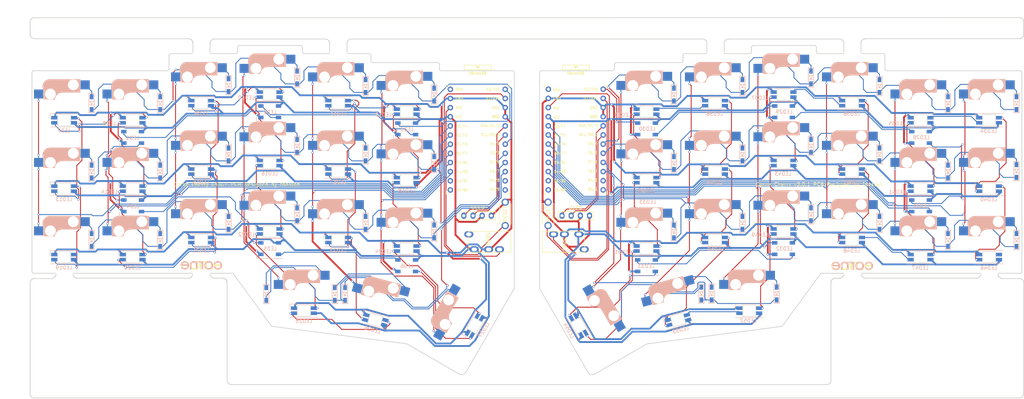
<source format=kicad_pcb>
(kicad_pcb (version 20171130) (host pcbnew "(5.1.5-0-10_14)")
  (title_block (title "Corne Cherry") (date 2020-09-28) (rev 3.0.1) (company foostan))
  (layers (0 F.Cu signal) (31 B.Cu signal) (34 B.Paste user) (35 F.Paste user) (36 B.SilkS user) (37 F.SilkS user) (38 B.Mask user) (39 F.Mask user) (44 Edge.Cuts user))
  (net 0 "")
  (net 1 row0)
  (net 2 "Net-(D1-Pad2)")
  (net 3 row1)
  (net 4 "Net-(D2-Pad2)")
  (net 5 row2)
  (net 6 "Net-(D3-Pad2)")
  (net 7 row3)
  (net 8 "Net-(D4-Pad2)")
  (net 9 "Net-(D5-Pad2)")
  (net 10 "Net-(D6-Pad2)")
  (net 11 "Net-(D7-Pad2)")
  (net 12 "Net-(D8-Pad2)")
  (net 13 "Net-(D9-Pad2)")
  (net 14 "Net-(D10-Pad2)")
  (net 15 "Net-(D11-Pad2)")
  (net 16 "Net-(D12-Pad2)")
  (net 17 "Net-(D13-Pad2)")
  (net 18 "Net-(D14-Pad2)")
  (net 19 "Net-(D15-Pad2)")
  (net 20 "Net-(D16-Pad2)")
  (net 21 "Net-(D17-Pad2)")
  (net 22 "Net-(D18-Pad2)")
  (net 23 "Net-(D19-Pad2)")
  (net 24 "Net-(D20-Pad2)")
  (net 25 "Net-(D21-Pad2)")
  (net 26 GND)
  (net 27 VCC)
  (net 28 col0)
  (net 29 col1)
  (net 30 col2)
  (net 31 col3)
  (net 32 col4)
  (net 33 col5)
  (net 34 LED)
  (net 35 data)
  (net 36 reset)
  (net 37 SCL)
  (net 38 SDA)
  (net 39 "Net-(U1-Pad14)")
  (net 40 "Net-(U1-Pad13)")
  (net 41 "Net-(U1-Pad12)")
  (net 42 "Net-(U1-Pad11)")
  (net 43 "Net-(U1-Pad24)")
  (net 44 "Net-(D22-Pad2)")
  (net 45 row0_r)
  (net 46 "Net-(D23-Pad2)")
  (net 47 "Net-(D24-Pad2)")
  (net 48 "Net-(D25-Pad2)")
  (net 49 "Net-(D26-Pad2)")
  (net 50 "Net-(D27-Pad2)")
  (net 51 row1_r)
  (net 52 "Net-(D28-Pad2)")
  (net 53 "Net-(D29-Pad2)")
  (net 54 "Net-(D30-Pad2)")
  (net 55 "Net-(D31-Pad2)")
  (net 56 "Net-(D32-Pad2)")
  (net 57 "Net-(D33-Pad2)")
  (net 58 row2_r)
  (net 59 "Net-(D34-Pad2)")
  (net 60 "Net-(D35-Pad2)")
  (net 61 "Net-(D36-Pad2)")
  (net 62 "Net-(D37-Pad2)")
  (net 63 "Net-(D38-Pad2)")
  (net 64 "Net-(D39-Pad2)")
  (net 65 "Net-(D40-Pad2)")
  (net 66 row3_r)
  (net 67 "Net-(D41-Pad2)")
  (net 68 "Net-(D42-Pad2)")
  (net 69 data_r)
  (net 70 SDA_r)
  (net 71 SCL_r)
  (net 72 LED_r)
  (net 73 reset_r)
  (net 74 col0_r)
  (net 75 col1_r)
  (net 76 col2_r)
  (net 77 col3_r)
  (net 78 col4_r)
  (net 79 col5_r)
  (net 80 VDD)
  (net 81 GNDA)
  (net 82 "Net-(LED1-Pad2)")
  (net 83 "Net-(LED1-Pad4)")
  (net 84 "Net-(LED2-Pad4)")
  (net 85 "Net-(LED10-Pad2)")
  (net 86 "Net-(LED11-Pad4)")
  (net 87 "Net-(LED13-Pad4)")
  (net 88 "Net-(LED14-Pad2)")
  (net 89 "Net-(LED15-Pad4)")
  (net 90 "Net-(LED10-Pad4)")
  (net 91 "Net-(LED11-Pad2)")
  (net 92 "Net-(LED12-Pad4)")
  (net 93 "Net-(LED13-Pad2)")
  (net 94 "Net-(LED14-Pad4)")
  (net 95 "Net-(LED16-Pad4)")
  (net 96 "Net-(LED17-Pad2)")
  (net 97 "Net-(LED18-Pad4)")
  (net 98 "Net-(LED22-Pad4)")
  (net 99 "Net-(LED24-Pad4)")
  (net 100 "Net-(LED25-Pad4)")
  (net 101 "Net-(LED27-Pad4)")
  (net 102 "Net-(LED28-Pad2)")
  (net 103 "Net-(LED29-Pad4)")
  (net 104 "Net-(LED32-Pad2)")
  (net 105 "Net-(LED34-Pad2)")
  (net 106 "Net-(LED35-Pad4)")
  (net 107 "Net-(LED37-Pad4)")
  (net 108 "Net-(LED38-Pad2)")
  (net 109 "Net-(LED39-Pad4)")
  (net 110 "Net-(LED4-Pad2)")
  (net 111 "Net-(LED5-Pad2)")
  (net 112 "Net-(LED7-Pad4)")
  (net 113 "Net-(LED15-Pad2)")
  (net 114 "Net-(LED20-Pad4)")
  (net 115 "Net-(LED23-Pad2)")
  (net 116 "Net-(LED28-Pad4)")
  (net 117 "Net-(LED31-Pad2)")
  (net 118 "Net-(LED33-Pad2)")
  (net 119 "Net-(LED40-Pad2)")
  (net 120 "Net-(LED41-Pad4)")
  (net 121 "Net-(LED42-Pad2)")
  (net 122 "Net-(LED43-Pad4)")
  (net 123 "Net-(LED44-Pad2)")
  (net 124 "Net-(LED45-Pad4)")
  (net 125 "Net-(LED47-Pad4)")
  (net 126 "Net-(LED49-Pad4)")
  (net 127 "Net-(LED50-Pad2)")
  (net 128 "Net-(LED51-Pad4)")
  (net 129 "Net-(LED52-Pad4)")
  (net 130 "Net-(LED34-Pad4)")
  (net 131 "Net-(LED36-Pad4)")
  (net 132 "Net-(LED36-Pad2)")
  (net 133 "Net-(LED38-Pad4)")
  (net 134 "Net-(U2-Pad11)")
  (net 135 "Net-(U2-Pad12)")
  (net 136 "Net-(U2-Pad13)")
  (net 137 "Net-(U2-Pad14)")
  (net 138 "Net-(U2-Pad24)")
  (net 139 "Net-(J1-PadA)")
  (net 140 "Net-(J3-PadA)")
  (net 141 "Net-(LED19-Pad2)")
  (net 142 "Net-(LED46-Pad2)")
  (module kbd:M2_HOLE_v2 (layer B.Cu) (at 168.8505 74.264 180)
    (fp_text reference Ref** hide)
    (fp_text value Val** hide)
    (pad "" np_thru_hole circle (at 0 0 180) (size 2.2 2.2) (drill 2.2) (layers *.Cu *.Mask))
  )
  (module kbd:M2_HOLE_v2 (layer B.Cu) (at 269.1875 54.125 180)
    (fp_text reference Ref** hide)
    (fp_text value Val** hide)
    (pad "" np_thru_hole circle (at 2.088 -10.1405 180) (size 4.5 4.5) (drill 4.5) (layers *.Cu *.Mask))
  )
  (module kbd:M2_HOLE_v2 (layer F.Cu) (at 191.1445 41.7755 180)
    (fp_text reference Ref** hide)
    (fp_text value Val** hide)
    (pad "" np_thru_hole circle (at 0 0 180) (size 4.5 4.5) (drill 4.5) (layers *.Cu *.Mask))
  )
  (module kbd:M2_HOLE_v2 (layer B.Cu) (at 267.0995 45.2655 180)
    (fp_text reference Ref** hide)
    (fp_text value Val** hide)
    (pad "" np_thru_hole circle (at 0 0 180) (size 4.5 4.5) (drill 4.5) (layers *.Cu *.Mask))
  )
  (module kbd:M2_HOLE_v2 (layer B.Cu) (at 223.9555 81.5305 180)
    (fp_text reference Ref** hide)
    (fp_text value Val** hide)
    (pad "" np_thru_hole circle (at 0 0 180) (size 4.2 4.2) (drill 4.2) (layers *.Cu *.Mask))
  )
  (module kbd:M2_HOLE_v2 (layer B.Cu) (at 154.4185 82.785 180)
    (fp_text reference Ref** hide)
    (fp_text value Val** hide)
    (pad "" np_thru_hole circle (at 0 0 180) (size 2.2 2.2) (drill 2.2) (layers *.Cu *.Mask))
  )
  (module kbd:M2_HOLE_v2 (layer F.Cu) (at 177.3895 89.145 180)
    (fp_text reference Ref** hide)
    (fp_text value Val** hide)
    (pad "" np_thru_hole circle (at 0 0 180) (size 4.5 4.5) (drill 4.5) (layers *.Cu *.Mask))
  )
  (module kbd:M2_HOLE_v2 (layer F.Cu) (at 142.3015 82.775)
    (fp_text reference Ref** hide)
    (fp_text value Val** hide)
    (pad "" np_thru_hole circle (at 0 0) (size 2.2 2.2) (drill 2.2) (layers *.Cu *.Mask))
  )
  (module kbd:M2_HOLE_v2 (layer F.Cu) (at 127.8695 74.254)
    (fp_text reference Ref** hide)
    (fp_text value Val** hide)
    (pad "" np_thru_hole circle (at 0 0) (size 2.2 2.2) (drill 2.2) (layers *.Cu *.Mask))
  )
  (module kbd:M2_HOLE_v2 (layer F.Cu) (at 119.3305 89.135)
    (fp_text reference Ref** hide)
    (fp_text value Val** hide)
    (pad "" np_thru_hole circle (at 0 0) (size 4.5 4.5) (drill 4.5) (layers *.Cu *.Mask))
  )
  (module kbd:M2_HOLE_v2 (layer F.Cu) (at 72.7645 81.5205)
    (fp_text reference Ref** hide)
    (fp_text value Val** hide)
    (pad "" np_thru_hole circle (at 0 0) (size 4.5 4.5) (drill 4.5) (layers *.Cu *.Mask))
  )
  (module kbd:M2_HOLE_v2 (layer F.Cu) (at 105.5755 41.7655)
    (fp_text reference Ref** hide)
    (fp_text value Val** hide)
    (pad "" np_thru_hole circle (at 0 0) (size 4.5 4.5) (drill 4.5) (layers *.Cu *.Mask))
  )
  (module kbd:M2_HOLE_v2 (layer F.Cu) (at 27.5195 54.1395)
    (fp_text reference Ref** hide)
    (fp_text value Val** hide)
    (pad "" np_thru_hole circle (at 2.088 10.1405) (size 4.5 4.5) (drill 4.5) (layers *.Cu *.Mask))
  )
  (module kbd:M2_HOLE_v2 (layer F.Cu) (at 29.6075 45.28)
    (fp_text reference Ref** hide)
    (fp_text value Val** hide)
    (pad "" np_thru_hole circle (at 0 0) (size 4.5 4.5) (drill 4.5) (layers *.Cu *.Mask))
  )
  (module kbd:ProMicro_v3 (layer F.Cu) (at 134.8125 46.42)
    (fp_text reference U1 hide)
    (fp_text value ProMicro hide)
    (fp_text user RAW (at -5.1355 -14.478 unlocked) (layer F.SilkS) (effects (font (size 0.75 0.67) (thickness 0.125))))
    (fp_text user GND (at 4.955 -6.9 unlocked) (layer F.SilkS) (effects (font (size 0.75 0.67) (thickness 0.125))))
    (fp_text user RST (at -5.1355 -9.3345 unlocked) (layer F.SilkS) (effects (font (size 0.75 0.67) (thickness 0.125))))
    (fp_text user VCC (at -5.175 -6.915 unlocked) (layer F.SilkS) (effects (font (size 0.75 0.67) (thickness 0.125))))
    (fp_text user A3/F4 (at -4.395 -4.25 unlocked) (layer F.SilkS) (effects (font (size 0.75 0.67) (thickness 0.125))))
    (fp_text user A2/F5 (at -4.395 -1.75 unlocked) (layer F.SilkS) (effects (font (size 0.75 0.67) (thickness 0.125))))
    (fp_text user A1/F6 (at -4.395 0.75 unlocked) (layer F.SilkS) (effects (font (size 0.75 0.67) (thickness 0.125))))
    (fp_text user A0/F7 (at -4.395 3.3 unlocked) (layer F.SilkS) (effects (font (size 0.75 0.67) (thickness 0.125))))
    (fp_text user 15/B1 (at -4.395 5.85 unlocked) (layer F.SilkS) (effects (font (size 0.75 0.67) (thickness 0.125))))
    (fp_text user 14/B3 (at -4.395 8.4 unlocked) (layer F.SilkS) (effects (font (size 0.75 0.67) (thickness 0.125))))
    (fp_text user 10/B6 (at -4.395 13.45 unlocked) (layer F.SilkS) (effects (font (size 0.75 0.67) (thickness 0.125))))
    (fp_text user 16/B2 (at -4.395 10.95 unlocked) (layer F.SilkS) (effects (font (size 0.75 0.67) (thickness 0.125))))
    (fp_text user E6/7 (at 4.705 8.25 unlocked) (layer F.SilkS) (effects (font (size 0.75 0.67) (thickness 0.125))))
    (fp_text user D7/6 (at 4.705 5.7 unlocked) (layer F.SilkS) (effects (font (size 0.75 0.67) (thickness 0.125))))
    (fp_text user GND (at 4.955 -9.35 unlocked) (layer F.SilkS) (effects (font (size 0.75 0.67) (thickness 0.125))))
    (fp_text user GND (at 4.955 -6.9 unlocked) (layer F.SilkS) (effects (font (size 0.75 0.67) (thickness 0.125))))
    (fp_text user D3/TX0 (at 4.155 -14.45 unlocked) (layer F.SilkS) (effects (font (size 0.75 0.67) (thickness 0.125))))
    (fp_text user D4/4 (at 4.705 0.6 unlocked) (layer F.SilkS) (effects (font (size 0.75 0.67) (thickness 0.125))))
    (fp_text user SDA/D1/2 (at 3.455 -4.4 unlocked) (layer F.SilkS) (effects (font (size 0.75 0.67) (thickness 0.125))))
    (fp_text user SCL/D0/3 (at 3.455 -1.9 unlocked) (layer F.SilkS) (effects (font (size 0.75 0.67) (thickness 0.125))))
    (fp_text user C6/5 (at 4.705 3.15 unlocked) (layer F.SilkS) (effects (font (size 0.75 0.67) (thickness 0.125))))
    (fp_text user B5/9 (at 4.705 13.3 unlocked) (layer F.SilkS) (effects (font (size 0.75 0.67) (thickness 0.125))))
    (fp_text user D2/RX1 (at 4.155 -11.9 unlocked) (layer F.SilkS) (effects (font (size 0.75 0.67) (thickness 0.125))))
    (fp_text user B4/8 (at 4.705 10.8 unlocked) (layer F.SilkS) (effects (font (size 0.75 0.67) (thickness 0.125))))
    (fp_text user MicroUSB (at -0.05 -18.95) (layer F.SilkS) (effects (font (size 0.75 0.67) (thickness 0.125))))
    (fp_text user MicroUSB (at -0.05 -18.95) (layer F.SilkS) (effects (font (size 0.75 0.67) (thickness 0.125))))
    (fp_text user GND (at -5.115 -11.94) (layer F.SilkS) (effects (font (size 0.75 0.67) (thickness 0.125))))
    (pad 24 thru_hole circle (at -7.6086 -14.478) (size 1.524 1.524) (drill 0.8128) (layers *.Cu B.Mask) (net 43 "Net-(U1-Pad24)"))
    (pad 23 thru_hole circle (at -7.6086 -11.938) (size 1.524 1.524) (drill 0.8128) (layers *.Cu B.Mask) (net 26 GND))
    (pad 22 thru_hole circle (at -7.6086 -9.398) (size 1.524 1.524) (drill 0.8128) (layers *.Cu B.Mask) (net 36 reset))
    (pad 21 thru_hole circle (at -7.6086 -6.858) (size 1.524 1.524) (drill 0.8128) (layers *.Cu B.Mask) (net 27 VCC))
    (pad 20 thru_hole circle (at -7.6086 -4.318) (size 1.524 1.524) (drill 0.8128) (layers *.Cu B.Mask) (net 28 col0))
    (pad 19 thru_hole circle (at -7.6086 -1.778) (size 1.524 1.524) (drill 0.8128) (layers *.Cu B.Mask) (net 29 col1))
    (pad 18 thru_hole circle (at -7.6086 0.762) (size 1.524 1.524) (drill 0.8128) (layers *.Cu B.Mask) (net 30 col2))
    (pad 17 thru_hole circle (at -7.6086 3.302) (size 1.524 1.524) (drill 0.8128) (layers *.Cu B.Mask) (net 31 col3))
    (pad 16 thru_hole circle (at -7.6086 5.842) (size 1.524 1.524) (drill 0.8128) (layers *.Cu B.Mask) (net 32 col4))
    (pad 15 thru_hole circle (at -7.6086 8.382) (size 1.524 1.524) (drill 0.8128) (layers *.Cu B.Mask) (net 33 col5))
    (pad 14 thru_hole circle (at -7.6086 10.922) (size 1.524 1.524) (drill 0.8128) (layers *.Cu B.Mask) (net 39 "Net-(U1-Pad14)"))
    (pad 13 thru_hole circle (at -7.6086 13.462) (size 1.524 1.524) (drill 0.8128) (layers *.Cu B.Mask) (net 40 "Net-(U1-Pad13)"))
    (pad 12 thru_hole circle (at 7.6114 13.462) (size 1.524 1.524) (drill 0.8128) (layers *.Cu B.Mask) (net 41 "Net-(U1-Pad12)"))
    (pad 11 thru_hole circle (at 7.6114 10.922) (size 1.524 1.524) (drill 0.8128) (layers *.Cu B.Mask) (net 42 "Net-(U1-Pad11)"))
    (pad 10 thru_hole circle (at 7.6114 8.382) (size 1.524 1.524) (drill 0.8128) (layers *.Cu B.Mask) (net 7 row3))
    (pad 9 thru_hole circle (at 7.6114 5.842) (size 1.524 1.524) (drill 0.8128) (layers *.Cu B.Mask) (net 5 row2))
    (pad 8 thru_hole circle (at 7.6114 3.302) (size 1.524 1.524) (drill 0.8128) (layers *.Cu B.Mask) (net 3 row1))
    (pad 7 thru_hole circle (at 7.6114 0.762) (size 1.524 1.524) (drill 0.8128) (layers *.Cu B.Mask) (net 1 row0))
    (pad 6 thru_hole circle (at 7.6114 -1.778) (size 1.524 1.524) (drill 0.8128) (layers *.Cu B.Mask) (net 37 SCL))
    (pad 5 thru_hole circle (at 7.6114 -4.318) (size 1.524 1.524) (drill 0.8128) (layers *.Cu B.Mask) (net 38 SDA))
    (pad 4 thru_hole circle (at 7.6114 -6.858) (size 1.524 1.524) (drill 0.8128) (layers *.Cu B.Mask) (net 26 GND))
    (pad 3 thru_hole circle (at 7.6114 -9.398) (size 1.524 1.524) (drill 0.8128) (layers *.Cu B.Mask) (net 26 GND))
    (pad 2 thru_hole circle (at 7.6114 -11.938) (size 1.524 1.524) (drill 0.8128) (layers *.Cu B.Mask) (net 35 data))
    (pad 1 thru_hole circle (at 7.6114 -14.478) (size 1.524 1.524) (drill 0.8128) (layers *.Cu B.Mask) (net 34 LED))
  )
  (module kbd:ProMicro_v3 (layer F.Cu) (at 161.9875 46.39)
    (fp_text reference U2 hide)
    (fp_text value ProMicro hide)
    (fp_text user RAW (at -5.3355 -14.278 unlocked) (layer F.SilkS) (effects (font (size 0.75 0.67) (thickness 0.125))))
    (fp_text user GND (at 4.955 -6.9 unlocked) (layer F.SilkS) (effects (font (size 0.75 0.67) (thickness 0.125))))
    (fp_text user RST (at -5.3355 -9.1345 unlocked) (layer F.SilkS) (effects (font (size 0.75 0.67) (thickness 0.125))))
    (fp_text user VCC (at -5.3355 -6.658 unlocked) (layer F.SilkS) (effects (font (size 0.75 0.67) (thickness 0.125))))
    (fp_text user A3/F4 (at -4.395 -4.25 unlocked) (layer F.SilkS) (effects (font (size 0.75 0.67) (thickness 0.125))))
    (fp_text user A2/F5 (at -4.395 -1.75 unlocked) (layer F.SilkS) (effects (font (size 0.75 0.67) (thickness 0.125))))
    (fp_text user A1/F6 (at -4.395 0.75 unlocked) (layer F.SilkS) (effects (font (size 0.75 0.67) (thickness 0.125))))
    (fp_text user A0/F7 (at -4.395 3.3 unlocked) (layer F.SilkS) (effects (font (size 0.75 0.67) (thickness 0.125))))
    (fp_text user 15/B1 (at -4.395 5.85 unlocked) (layer F.SilkS) (effects (font (size 0.75 0.67) (thickness 0.125))))
    (fp_text user 14/B3 (at -4.395 8.4 unlocked) (layer F.SilkS) (effects (font (size 0.75 0.67) (thickness 0.125))))
    (fp_text user 10/B6 (at -4.395 13.45 unlocked) (layer F.SilkS) (effects (font (size 0.75 0.67) (thickness 0.125))))
    (fp_text user 16/B2 (at -4.395 10.95 unlocked) (layer F.SilkS) (effects (font (size 0.75 0.67) (thickness 0.125))))
    (fp_text user E6/7 (at 4.705 8.25 unlocked) (layer F.SilkS) (effects (font (size 0.75 0.67) (thickness 0.125))))
    (fp_text user D7/6 (at 4.705 5.7 unlocked) (layer F.SilkS) (effects (font (size 0.75 0.67) (thickness 0.125))))
    (fp_text user GND (at 4.955 -9.35 unlocked) (layer F.SilkS) (effects (font (size 0.75 0.67) (thickness 0.125))))
    (fp_text user GND (at 4.955 -6.9 unlocked) (layer F.SilkS) (effects (font (size 0.75 0.67) (thickness 0.125))))
    (fp_text user D3/TX0 (at 4.155 -14.45 unlocked) (layer F.SilkS) (effects (font (size 0.75 0.67) (thickness 0.125))))
    (fp_text user D4/4 (at 4.705 0.6 unlocked) (layer F.SilkS) (effects (font (size 0.75 0.67) (thickness 0.125))))
    (fp_text user SDA/D1/2 (at 3.455 -4.4 unlocked) (layer F.SilkS) (effects (font (size 0.75 0.67) (thickness 0.125))))
    (fp_text user SCL/D0/3 (at 3.455 -1.9 unlocked) (layer F.SilkS) (effects (font (size 0.75 0.67) (thickness 0.125))))
    (fp_text user C6/5 (at 4.705 3.15 unlocked) (layer F.SilkS) (effects (font (size 0.75 0.67) (thickness 0.125))))
    (fp_text user B5/9 (at 4.705 13.3 unlocked) (layer F.SilkS) (effects (font (size 0.75 0.67) (thickness 0.125))))
    (fp_text user D2/RX1 (at 4.155 -11.9 unlocked) (layer F.SilkS) (effects (font (size 0.75 0.67) (thickness 0.125))))
    (fp_text user B4/8 (at 4.705 10.8 unlocked) (layer F.SilkS) (effects (font (size 0.75 0.67) (thickness 0.125))))
    (fp_text user MicroUSB (at -0.05 -18.95) (layer F.SilkS) (effects (font (size 0.75 0.67) (thickness 0.125))))
    (fp_text user MicroUSB (at -0.05 -18.95) (layer F.SilkS) (effects (font (size 0.75 0.67) (thickness 0.125))))
    (fp_text user GND (at -5.22 -11.94) (layer F.SilkS) (effects (font (size 0.75 0.67) (thickness 0.125))))
    (pad 24 thru_hole circle (at -7.6086 -14.478) (size 1.524 1.524) (drill 0.8128) (layers *.Cu B.Mask) (net 138 "Net-(U2-Pad24)"))
    (pad 23 thru_hole circle (at -7.6086 -11.938) (size 1.524 1.524) (drill 0.8128) (layers *.Cu B.Mask) (net 81 GNDA))
    (pad 22 thru_hole circle (at -7.6086 -9.398) (size 1.524 1.524) (drill 0.8128) (layers *.Cu B.Mask) (net 73 reset_r))
    (pad 21 thru_hole circle (at -7.6086 -6.858) (size 1.524 1.524) (drill 0.8128) (layers *.Cu B.Mask) (net 80 VDD))
    (pad 20 thru_hole circle (at -7.6086 -4.318) (size 1.524 1.524) (drill 0.8128) (layers *.Cu B.Mask) (net 74 col0_r))
    (pad 19 thru_hole circle (at -7.6086 -1.778) (size 1.524 1.524) (drill 0.8128) (layers *.Cu B.Mask) (net 75 col1_r))
    (pad 18 thru_hole circle (at -7.6086 0.762) (size 1.524 1.524) (drill 0.8128) (layers *.Cu B.Mask) (net 76 col2_r))
    (pad 17 thru_hole circle (at -7.6086 3.302) (size 1.524 1.524) (drill 0.8128) (layers *.Cu B.Mask) (net 77 col3_r))
    (pad 16 thru_hole circle (at -7.6086 5.842) (size 1.524 1.524) (drill 0.8128) (layers *.Cu B.Mask) (net 78 col4_r))
    (pad 15 thru_hole circle (at -7.6086 8.382) (size 1.524 1.524) (drill 0.8128) (layers *.Cu B.Mask) (net 79 col5_r))
    (pad 14 thru_hole circle (at -7.6086 10.922) (size 1.524 1.524) (drill 0.8128) (layers *.Cu B.Mask) (net 137 "Net-(U2-Pad14)"))
    (pad 13 thru_hole circle (at -7.6086 13.462) (size 1.524 1.524) (drill 0.8128) (layers *.Cu B.Mask) (net 136 "Net-(U2-Pad13)"))
    (pad 12 thru_hole circle (at 7.6114 13.462) (size 1.524 1.524) (drill 0.8128) (layers *.Cu B.Mask) (net 135 "Net-(U2-Pad12)"))
    (pad 11 thru_hole circle (at 7.6114 10.922) (size 1.524 1.524) (drill 0.8128) (layers *.Cu B.Mask) (net 134 "Net-(U2-Pad11)"))
    (pad 10 thru_hole circle (at 7.6114 8.382) (size 1.524 1.524) (drill 0.8128) (layers *.Cu B.Mask) (net 66 row3_r))
    (pad 9 thru_hole circle (at 7.6114 5.842) (size 1.524 1.524) (drill 0.8128) (layers *.Cu B.Mask) (net 58 row2_r))
    (pad 8 thru_hole circle (at 7.6114 3.302) (size 1.524 1.524) (drill 0.8128) (layers *.Cu B.Mask) (net 51 row1_r))
    (pad 7 thru_hole circle (at 7.6114 0.762) (size 1.524 1.524) (drill 0.8128) (layers *.Cu B.Mask) (net 45 row0_r))
    (pad 6 thru_hole circle (at 7.6114 -1.778) (size 1.524 1.524) (drill 0.8128) (layers *.Cu B.Mask) (net 71 SCL_r))
    (pad 5 thru_hole circle (at 7.6114 -4.318) (size 1.524 1.524) (drill 0.8128) (layers *.Cu B.Mask) (net 70 SDA_r))
    (pad 4 thru_hole circle (at 7.6114 -6.858) (size 1.524 1.524) (drill 0.8128) (layers *.Cu B.Mask) (net 81 GNDA))
    (pad 3 thru_hole circle (at 7.6114 -9.398) (size 1.524 1.524) (drill 0.8128) (layers *.Cu B.Mask) (net 81 GNDA))
    (pad 2 thru_hole circle (at 7.6114 -11.938) (size 1.524 1.524) (drill 0.8128) (layers *.Cu B.Mask) (net 69 data_r))
    (pad 1 thru_hole circle (at 7.6114 -14.478) (size 1.524 1.524) (drill 0.8128) (layers *.Cu B.Mask) (net 72 LED_r))
  )
  (module kbd:ResetSW_1side (layer F.Cu) (at 154.3045 66.522 270)
    (fp_text reference RSW2 hide)
    (fp_text value SW_PUSH)
    (fp_text user RESET (at 0 0 90) (layer F.SilkS))
    (pad 2 thru_hole circle (at -3.25 0 270) (size 2 2) (drill 1.3) (layers *.Cu B.Mask) (net 81 GNDA))
    (pad 1 thru_hole circle (at 3.25 0 270) (size 2 2) (drill 1.3) (layers *.Cu B.Mask) (net 73 reset_r))
  )
  (module kbd:ResetSW_1side (layer F.Cu) (at 142.4245 66.531 270)
    (fp_text reference RSW1 hide)
    (fp_text value SW_PUSH)
    (fp_text user RESET (at 0 0 270) (layer F.SilkS))
    (pad 2 thru_hole circle (at -3.25 0 270) (size 2 2) (drill 1.3) (layers *.Cu B.Mask) (net 26 GND))
    (pad 1 thru_hole circle (at 3.25 0 270) (size 2 2) (drill 1.3) (layers *.Cu B.Mask) (net 36 reset))
  )
  (module kbd:OLED_1side (layer F.Cu) (at 158.1775 67.02)
    (fp_text reference J4)
    (fp_text value OLED hide)
    (fp_text user OLED (at 3.75 -2.19) (layer F.SilkS))
    (pad 4 thru_hole oval (at 7.62 0) (size 1.397 1.778) (drill 0.8128) (layers *.Cu B.Mask) (net 81 GNDA))
    (pad 3 thru_hole oval (at 5.08 0) (size 1.397 1.778) (drill 0.8128) (layers *.Cu B.Mask) (net 80 VDD))
    (pad 2 thru_hole oval (at 2.54 0) (size 1.397 1.778) (drill 0.8128) (layers *.Cu B.Mask) (net 71 SCL_r))
    (pad 1 thru_hole oval (at 0 0) (size 1.397 1.778) (drill 0.8128) (layers *.Cu B.Mask) (net 70 SDA_r))
  )
  (module kbd:OLED_1side (layer F.Cu) (at 130.9485 67.028)
    (fp_text reference J2)
    (fp_text value OLED hide)
    (fp_text user OLED (at 3.906 -2.284) (layer F.SilkS))
    (pad 4 thru_hole oval (at 7.62 0) (size 1.397 1.778) (drill 0.8128) (layers *.Cu B.Mask) (net 26 GND))
    (pad 3 thru_hole oval (at 5.08 0) (size 1.397 1.778) (drill 0.8128) (layers *.Cu B.Mask) (net 27 VCC))
    (pad 2 thru_hole oval (at 2.54 0) (size 1.397 1.778) (drill 0.8128) (layers *.Cu B.Mask) (net 37 SCL))
    (pad 1 thru_hole oval (at 0 0) (size 1.397 1.778) (drill 0.8128) (layers *.Cu B.Mask) (net 38 SDA))
  )
  (module kbd:MJ-4PP-9_1side (layer F.Cu) (at 152.5375 74.27 90)
    (fp_text reference J3)
    (fp_text value MJ-4PP-9 hide)
    (fp_text user TRRS (at -0.75 6.45 90) (layer F.SilkS))
    (pad A thru_hole oval (at -2.1 11.8 90) (size 1.7 2.5) (drill oval 1 1.5) (layers *.Cu B.Mask) (net 140 "Net-(J3-PadA)") (clearance 0.15))
    (pad D thru_hole oval (at 2.1 10.3 90) (size 1.7 2.5) (drill oval 1 1.5) (layers *.Cu B.Mask) (net 80 VDD) (clearance 0.15))
    (pad C thru_hole oval (at 2.1 6.3 90) (size 1.7 2.5) (drill oval 1 1.5) (layers *.Cu B.Mask) (net 81 GNDA))
    (pad B thru_hole oval (at 2.1 3.3 90) (size 1.7 2.5) (drill oval 1 1.5) (layers *.Cu B.Mask) (net 69 data_r))
    (pad "" np_thru_hole circle (at 0 8.5 90) (size 1.2 1.2) (drill 1.2) (layers *.Cu *.Mask))
    (pad "" np_thru_hole circle (at 0 1.5 90) (size 1.2 1.2) (drill 1.2) (layers *.Cu *.Mask))
  )
  (module kbd:MJ-4PP-9_1side (layer F.Cu) (at 144.1345 74.292 270)
    (fp_text reference J1)
    (fp_text value MJ-4PP-9 hide)
    (fp_text user TRRS (at -0.75 6.45 270) (layer F.SilkS))
    (pad A thru_hole oval (at -2.1 11.8 270) (size 1.7 2.5) (drill oval 1 1.5) (layers *.Cu B.Mask) (net 139 "Net-(J1-PadA)") (clearance 0.15))
    (pad D thru_hole oval (at 2.1 10.3 270) (size 1.7 2.5) (drill oval 1 1.5) (layers *.Cu B.Mask) (net 27 VCC) (clearance 0.15))
    (pad C thru_hole oval (at 2.1 6.3 270) (size 1.7 2.5) (drill oval 1 1.5) (layers *.Cu B.Mask) (net 26 GND))
    (pad B thru_hole oval (at 2.1 3.3 270) (size 1.7 2.5) (drill oval 1 1.5) (layers *.Cu B.Mask) (net 35 data))
    (pad "" np_thru_hole circle (at 0 8.5 270) (size 1.2 1.2) (drill 1.2) (layers *.Cu *.Mask))
    (pad "" np_thru_hole circle (at 0 1.5 270) (size 1.2 1.2) (drill 1.2) (layers *.Cu *.Mask))
  )
  (module kbd:CherryMX_Hotswap_1.5u (layer F.Cu) (at 129.8575 95.155 60)
    (fp_text reference SW21 hide)
    (fp_text value SW_PUSH hide)
    (pad "" np_thru_hole circle (at 2.54 -5.08 60) (size 3 3) (drill 3) (layers *.Cu *.Mask))
    (pad "" np_thru_hole circle (at -3.81 -2.54 60) (size 3 3) (drill 3) (layers *.Cu *.Mask))
    (pad 2 smd rect (at 5.842 -5.08 240) (size 2.55 2.5) (layers B.Cu B.Paste B.Mask) (net 25 "Net-(D21-Pad2)"))
    (pad "" np_thru_hole circle (at -5.08 0 60) (size 1.9 1.9) (drill 1.9) (layers *.Cu *.Mask))
    (pad "" np_thru_hole circle (at 5.08 0 60) (size 1.9 1.9) (drill 1.9) (layers *.Cu *.Mask))
    (pad "" np_thru_hole circle (at 0 0 150) (size 4.1 4.1) (drill 4.1) (layers *.Cu *.Mask))
    (pad 1 smd rect (at -7.085 -2.54 240) (size 2.55 2.5) (layers B.Cu B.Paste B.Mask) (net 33 col5))
  )
  (module kbd:CherryMX_Hotswap_1.5u (layer F.Cu) (at 166.8645 95.15 300)
    (fp_text reference SW42 hide)
    (fp_text value SW_PUSH hide)
    (pad "" np_thru_hole circle (at 2.54 -5.08 300) (size 3 3) (drill 3) (layers *.Cu *.Mask))
    (pad "" np_thru_hole circle (at -3.81 -2.54 300) (size 3 3) (drill 3) (layers *.Cu *.Mask))
    (pad 2 smd rect (at 5.842 -5.08 120) (size 2.55 2.5) (layers B.Cu B.Paste B.Mask) (net 68 "Net-(D42-Pad2)"))
    (pad "" np_thru_hole circle (at -5.08 0 300) (size 1.9 1.9) (drill 1.9) (layers *.Cu *.Mask))
    (pad "" np_thru_hole circle (at 5.08 0 300) (size 1.9 1.9) (drill 1.9) (layers *.Cu *.Mask))
    (pad "" np_thru_hole circle (at 0 0 30) (size 4.1 4.1) (drill 4.1) (layers *.Cu *.Mask))
    (pad 1 smd rect (at -7.085 -2.54 120) (size 2.55 2.5) (layers B.Cu B.Paste B.Mask) (net 79 col5_r))
  )
  (module LED_SMD:LED_WS2812B_PLCC4_5.0x5.0mm_P3.2mm (layer B.Cu) (at 39.1075 45.28 180)
    (fp_text reference LED1 (at -0.01 -0.135) (layer B.SilkS) (effects (justify mirror)))
    (fp_text value WS2812B)
    (pad 1 smd rect (at -2.45 1.6 180) (size 1.5 1) (layers B.Cu B.Paste B.Mask) (net 27 VCC))
    (pad 2 smd rect (at -2.45 -1.6 180) (size 1.5 1) (layers B.Cu B.Paste B.Mask) (net 82 "Net-(LED1-Pad2)"))
    (pad 4 smd rect (at 2.45 1.6 180) (size 1.5 1) (layers B.Cu B.Paste B.Mask) (net 83 "Net-(LED1-Pad4)"))
    (pad 3 smd rect (at 2.45 -1.6 180) (size 1.5 1) (layers B.Cu B.Paste B.Mask) (net 26 GND))
  )
  (module LED_SMD:LED_WS2812B_PLCC4_5.0x5.0mm_P3.2mm (layer B.Cu) (at 77.1075 38.155 180)
    (fp_text reference LED2 (at -0.06 -0.14) (layer B.SilkS) (effects (justify mirror)))
    (fp_text value WS2812B)
    (pad 1 smd rect (at -2.45 1.6 180) (size 1.5 1) (layers B.Cu B.Paste B.Mask) (net 27 VCC))
    (pad 2 smd rect (at -2.45 -1.6 180) (size 1.5 1) (layers B.Cu B.Paste B.Mask) (net 83 "Net-(LED1-Pad4)"))
    (pad 4 smd rect (at 2.45 1.6 180) (size 1.5 1) (layers B.Cu B.Paste B.Mask) (net 84 "Net-(LED2-Pad4)"))
    (pad 3 smd rect (at 2.45 -1.6 180) (size 1.5 1) (layers B.Cu B.Paste B.Mask) (net 26 GND))
  )
  (module LED_SMD:LED_WS2812B_PLCC4_5.0x5.0mm_P3.2mm (layer B.Cu) (at 115.1075 42.905 180)
    (fp_text reference LED3 (at -0.08 -0.14) (layer B.SilkS) (effects (justify mirror)))
    (fp_text value WS2812B)
    (pad 1 smd rect (at -2.45 1.6 180) (size 1.5 1) (layers B.Cu B.Paste B.Mask) (net 27 VCC))
    (pad 2 smd rect (at -2.45 -1.6 180) (size 1.5 1) (layers B.Cu B.Paste B.Mask) (net 84 "Net-(LED2-Pad4)"))
    (pad 4 smd rect (at 2.45 1.6 180) (size 1.5 1) (layers B.Cu B.Paste B.Mask) (net 34 LED))
    (pad 3 smd rect (at 2.45 -1.6 180) (size 1.5 1) (layers B.Cu B.Paste B.Mask) (net 26 GND))
  )
  (module LED_SMD:LED_WS2812B_PLCC4_5.0x5.0mm_P3.2mm (layer B.Cu) (at 39.1075 64.28 180)
    (fp_text reference LED4 (at -0.13 -0.165) (layer B.SilkS) (effects (justify mirror)))
    (fp_text value WS2812B)
    (pad 1 smd rect (at -2.45 1.6 180) (size 1.5 1) (layers B.Cu B.Paste B.Mask) (net 27 VCC))
    (pad 2 smd rect (at -2.45 -1.6 180) (size 1.5 1) (layers B.Cu B.Paste B.Mask) (net 110 "Net-(LED4-Pad2)"))
    (pad 4 smd rect (at 2.45 1.6 180) (size 1.5 1) (layers B.Cu B.Paste B.Mask) (net 82 "Net-(LED1-Pad2)"))
    (pad 3 smd rect (at 2.45 -1.6 180) (size 1.5 1) (layers B.Cu B.Paste B.Mask) (net 26 GND))
  )
  (module LED_SMD:LED_WS2812B_PLCC4_5.0x5.0mm_P3.2mm (layer B.Cu) (at 77.1075 76.155 180)
    (fp_text reference LED5 (at -0.13 -0.02) (layer B.SilkS) (effects (justify mirror)))
    (fp_text value WS2812B)
    (pad 1 smd rect (at -2.45 1.6 180) (size 1.5 1) (layers B.Cu B.Paste B.Mask) (net 27 VCC))
    (pad 2 smd rect (at -2.45 -1.6 180) (size 1.5 1) (layers B.Cu B.Paste B.Mask) (net 111 "Net-(LED5-Pad2)"))
    (pad 4 smd rect (at 2.45 1.6 180) (size 1.5 1) (layers B.Cu B.Paste B.Mask) (net 110 "Net-(LED4-Pad2)"))
    (pad 3 smd rect (at 2.45 -1.6 180) (size 1.5 1) (layers B.Cu B.Paste B.Mask) (net 26 GND))
  )
  (module LED_SMD:LED_WS2812B_PLCC4_5.0x5.0mm_P3.2mm (layer B.Cu) (at 115.1075 80.905 180)
    (fp_text reference LED6 (at -0.05 -0.08) (layer B.SilkS) (effects (justify mirror)))
    (fp_text value WS2812B)
    (pad 1 smd rect (at -2.45 1.6 180) (size 1.5 1) (layers B.Cu B.Paste B.Mask) (net 27 VCC))
    (pad 2 smd rect (at -2.45 -1.6 180) (size 1.5 1) (layers B.Cu B.Paste B.Mask) (net 101 "Net-(LED27-Pad4)"))
    (pad 4 smd rect (at 2.45 1.6 180) (size 1.5 1) (layers B.Cu B.Paste B.Mask) (net 111 "Net-(LED5-Pad2)"))
    (pad 3 smd rect (at 2.45 -1.6 180) (size 1.5 1) (layers B.Cu B.Paste B.Mask) (net 26 GND))
  )
  (module LED_SMD:LED_WS2812B_PLCC4_5.0x5.0mm_P3.2mm (layer B.Cu) (at 257.6075 45.28 180)
    (fp_text reference LED28 (at -0.2 -0.01) (layer B.SilkS) (effects (justify mirror)))
    (fp_text value WS2812B)
    (pad 1 smd rect (at -2.45 1.6 180) (size 1.5 1) (layers B.Cu B.Paste B.Mask) (net 80 VDD))
    (pad 2 smd rect (at -2.45 -1.6 180) (size 1.5 1) (layers B.Cu B.Paste B.Mask) (net 102 "Net-(LED28-Pad2)"))
    (pad 4 smd rect (at 2.45 1.6 180) (size 1.5 1) (layers B.Cu B.Paste B.Mask) (net 116 "Net-(LED28-Pad4)"))
    (pad 3 smd rect (at 2.45 -1.6 180) (size 1.5 1) (layers B.Cu B.Paste B.Mask) (net 81 GNDA))
  )
  (module LED_SMD:LED_WS2812B_PLCC4_5.0x5.0mm_P3.2mm (layer B.Cu) (at 219.6075 38.155 180)
    (fp_text reference LED29 (at -0.2 -0.01) (layer B.SilkS) (effects (justify mirror)))
    (fp_text value WS2812B)
    (pad 1 smd rect (at -2.45 1.6 180) (size 1.5 1) (layers B.Cu B.Paste B.Mask) (net 80 VDD))
    (pad 2 smd rect (at -2.45 -1.6 180) (size 1.5 1) (layers B.Cu B.Paste B.Mask) (net 116 "Net-(LED28-Pad4)"))
    (pad 4 smd rect (at 2.45 1.6 180) (size 1.5 1) (layers B.Cu B.Paste B.Mask) (net 103 "Net-(LED29-Pad4)"))
    (pad 3 smd rect (at 2.45 -1.6 180) (size 1.5 1) (layers B.Cu B.Paste B.Mask) (net 81 GNDA))
  )
  (module LED_SMD:LED_WS2812B_PLCC4_5.0x5.0mm_P3.2mm (layer B.Cu) (at 181.6075 42.905 180)
    (fp_text reference LED30 (at -0.2 -0.01) (layer B.SilkS) (effects (justify mirror)))
    (fp_text value WS2812B)
    (pad 1 smd rect (at -2.45 1.6 180) (size 1.5 1) (layers B.Cu B.Paste B.Mask) (net 80 VDD))
    (pad 2 smd rect (at -2.45 -1.6 180) (size 1.5 1) (layers B.Cu B.Paste B.Mask) (net 103 "Net-(LED29-Pad4)"))
    (pad 4 smd rect (at 2.45 1.6 180) (size 1.5 1) (layers B.Cu B.Paste B.Mask) (net 72 LED_r))
    (pad 3 smd rect (at 2.45 -1.6 180) (size 1.5 1) (layers B.Cu B.Paste B.Mask) (net 81 GNDA))
  )
  (module LED_SMD:LED_WS2812B_PLCC4_5.0x5.0mm_P3.2mm (layer B.Cu) (at 257.6075 64.28 180)
    (fp_text reference LED31 (at -0.2 -0.01) (layer B.SilkS) (effects (justify mirror)))
    (fp_text value WS2812B)
    (pad 1 smd rect (at -2.45 1.6 180) (size 1.5 1) (layers B.Cu B.Paste B.Mask) (net 80 VDD))
    (pad 2 smd rect (at -2.45 -1.6 180) (size 1.5 1) (layers B.Cu B.Paste B.Mask) (net 117 "Net-(LED31-Pad2)"))
    (pad 4 smd rect (at 2.45 1.6 180) (size 1.5 1) (layers B.Cu B.Paste B.Mask) (net 102 "Net-(LED28-Pad2)"))
    (pad 3 smd rect (at 2.45 -1.6 180) (size 1.5 1) (layers B.Cu B.Paste B.Mask) (net 81 GNDA))
  )
  (module LED_SMD:LED_WS2812B_PLCC4_5.0x5.0mm_P3.2mm (layer B.Cu) (at 219.6075 76.155 180)
    (fp_text reference LED32 (at -0.2 -0.01) (layer B.SilkS) (effects (justify mirror)))
    (fp_text value WS2812B)
    (pad 1 smd rect (at -2.45 1.6 180) (size 1.5 1) (layers B.Cu B.Paste B.Mask) (net 80 VDD))
    (pad 2 smd rect (at -2.45 -1.6 180) (size 1.5 1) (layers B.Cu B.Paste B.Mask) (net 104 "Net-(LED32-Pad2)"))
    (pad 4 smd rect (at 2.45 1.6 180) (size 1.5 1) (layers B.Cu B.Paste B.Mask) (net 117 "Net-(LED31-Pad2)"))
    (pad 3 smd rect (at 2.45 -1.6 180) (size 1.5 1) (layers B.Cu B.Paste B.Mask) (net 81 GNDA))
  )
  (module LED_SMD:LED_WS2812B_PLCC4_5.0x5.0mm_P3.2mm (layer B.Cu) (at 181.6075 80.905 180)
    (fp_text reference LED33 (at -0.32 17.6875) (layer B.SilkS) (effects (justify mirror)))
    (fp_text value WS2812B)
    (fp_text user LED33 (at 0.04 -0.075) (layer B.SilkS) (effects (justify mirror)))
    (pad 1 smd rect (at -2.45 1.6 180) (size 1.5 1) (layers B.Cu B.Paste B.Mask) (net 80 VDD))
    (pad 2 smd rect (at -2.45 -1.6 180) (size 1.5 1) (layers B.Cu B.Paste B.Mask) (net 118 "Net-(LED33-Pad2)"))
    (pad 4 smd rect (at 2.45 1.6 180) (size 1.5 1) (layers B.Cu B.Paste B.Mask) (net 104 "Net-(LED32-Pad2)"))
    (pad 3 smd rect (at 2.45 -1.6 180) (size 1.5 1) (layers B.Cu B.Paste B.Mask) (net 81 GNDA))
  )
  (module kbd:YS-SK6812MINI-E (layer B.Cu) (at 106.37811 95.993148 345)
    (fp_text reference LED26 (at -0.039238 2.830971 165) (layer B.SilkS) (effects (justify mirror)))
    (fp_text value YS-SK6812MINI-E)
    (fp_line (start 1.8 1.55) (end -1.8 1.55) (layer Edge.Cuts) (width 0.12))
    (fp_line (start 1.8 -1.55) (end 1.8 1.55) (layer Edge.Cuts) (width 0.12))
    (fp_line (start -1.8 -1.55) (end 1.8 -1.55) (layer Edge.Cuts) (width 0.12))
    (fp_line (start -1.8 1.55) (end -1.8 -1.55) (layer Edge.Cuts) (width 0.12))
    (pad 2 smd rect (at 2.75 -0.7 345) (size 1.7 1) (layers B.Cu B.Paste B.Mask) (net 100 "Net-(LED25-Pad4)"))
    (pad 1 smd rect (at 2.75 0.7 345) (size 1.7 1) (layers B.Cu B.Paste B.Mask) (net 27 VCC))
    (pad 3 smd rect (at -2.75 -0.7 345) (size 1.7 1) (layers B.Cu B.Paste B.Mask) (net 26 GND))
    (pad 4 smd rect (at -2.75 0.7 345) (size 1.7 1) (layers B.Cu B.Paste B.Mask) (net 115 "Net-(LED23-Pad2)"))
  )
  (module kbd:YS-SK6812MINI-E (layer B.Cu) (at 20.1075 40.53)
    (fp_text reference LED7 (at -0.03 2.9075) (layer B.SilkS) (effects (justify mirror)))
    (fp_text value YS-SK6812MINI-E)
    (fp_line (start 1.8 1.55) (end -1.8 1.55) (layer Edge.Cuts) (width 0.12))
    (fp_line (start 1.8 -1.55) (end 1.8 1.55) (layer Edge.Cuts) (width 0.12))
    (fp_line (start -1.8 -1.55) (end 1.8 -1.55) (layer Edge.Cuts) (width 0.12))
    (fp_line (start -1.8 1.55) (end -1.8 -1.55) (layer Edge.Cuts) (width 0.12))
    (pad 2 smd rect (at 2.75 -0.7) (size 1.7 1) (layers B.Cu B.Paste B.Mask) (net 87 "Net-(LED13-Pad4)"))
    (pad 1 smd rect (at 2.75 0.7) (size 1.7 1) (layers B.Cu B.Paste B.Mask) (net 27 VCC))
    (pad 3 smd rect (at -2.75 -0.7) (size 1.7 1) (layers B.Cu B.Paste B.Mask) (net 26 GND))
    (pad 4 smd rect (at -2.75 0.7) (size 1.7 1) (layers B.Cu B.Paste B.Mask) (net 112 "Net-(LED7-Pad4)"))
  )
  (module kbd:YS-SK6812MINI-E (layer B.Cu) (at 39.1075 40.53)
    (fp_text reference LED8 (at -6.46 0.8375) (layer B.SilkS) (effects (justify mirror)))
    (fp_text value YS-SK6812MINI-E)
    (fp_line (start 1.8 1.55) (end -1.8 1.55) (layer Edge.Cuts) (width 0.12))
    (fp_line (start 1.8 -1.55) (end 1.8 1.55) (layer Edge.Cuts) (width 0.12))
    (fp_line (start -1.8 -1.55) (end 1.8 -1.55) (layer Edge.Cuts) (width 0.12))
    (fp_line (start -1.8 1.55) (end -1.8 -1.55) (layer Edge.Cuts) (width 0.12))
    (pad 2 smd rect (at 2.75 -0.7) (size 1.7 1) (layers B.Cu B.Paste B.Mask) (net 112 "Net-(LED7-Pad4)"))
    (pad 1 smd rect (at 2.75 0.7) (size 1.7 1) (layers B.Cu B.Paste B.Mask) (net 27 VCC))
    (pad 3 smd rect (at -2.75 -0.7) (size 1.7 1) (layers B.Cu B.Paste B.Mask) (net 26 GND))
    (pad 4 smd rect (at -2.75 0.7) (size 1.7 1) (layers B.Cu B.Paste B.Mask) (net 88 "Net-(LED14-Pad2)"))
  )
  (module kbd:YS-SK6812MINI-E (layer B.Cu) (at 58.1075 35.78)
    (fp_text reference LED9 (at -0.03 2.9075) (layer B.SilkS) (effects (justify mirror)))
    (fp_text value YS-SK6812MINI-E)
    (fp_line (start 1.8 1.55) (end -1.8 1.55) (layer Edge.Cuts) (width 0.12))
    (fp_line (start 1.8 -1.55) (end 1.8 1.55) (layer Edge.Cuts) (width 0.12))
    (fp_line (start -1.8 -1.55) (end 1.8 -1.55) (layer Edge.Cuts) (width 0.12))
    (fp_line (start -1.8 1.55) (end -1.8 -1.55) (layer Edge.Cuts) (width 0.12))
    (pad 2 smd rect (at 2.75 -0.7) (size 1.7 1) (layers B.Cu B.Paste B.Mask) (net 89 "Net-(LED15-Pad4)"))
    (pad 1 smd rect (at 2.75 0.7) (size 1.7 1) (layers B.Cu B.Paste B.Mask) (net 27 VCC))
    (pad 3 smd rect (at -2.75 -0.7) (size 1.7 1) (layers B.Cu B.Paste B.Mask) (net 26 GND))
    (pad 4 smd rect (at -2.75 0.7) (size 1.7 1) (layers B.Cu B.Paste B.Mask) (net 85 "Net-(LED10-Pad2)"))
  )
  (module kbd:YS-SK6812MINI-E (layer B.Cu) (at 77.1075 33.405)
    (fp_text reference LED10 (at -6.46 0.8375) (layer B.SilkS) (effects (justify mirror)))
    (fp_text value YS-SK6812MINI-E)
    (fp_line (start 1.8 1.55) (end -1.8 1.55) (layer Edge.Cuts) (width 0.12))
    (fp_line (start 1.8 -1.55) (end 1.8 1.55) (layer Edge.Cuts) (width 0.12))
    (fp_line (start -1.8 -1.55) (end 1.8 -1.55) (layer Edge.Cuts) (width 0.12))
    (fp_line (start -1.8 1.55) (end -1.8 -1.55) (layer Edge.Cuts) (width 0.12))
    (pad 2 smd rect (at 2.75 -0.7) (size 1.7 1) (layers B.Cu B.Paste B.Mask) (net 85 "Net-(LED10-Pad2)"))
    (pad 1 smd rect (at 2.75 0.7) (size 1.7 1) (layers B.Cu B.Paste B.Mask) (net 27 VCC))
    (pad 3 smd rect (at -2.75 -0.7) (size 1.7 1) (layers B.Cu B.Paste B.Mask) (net 26 GND))
    (pad 4 smd rect (at -2.75 0.7) (size 1.7 1) (layers B.Cu B.Paste B.Mask) (net 90 "Net-(LED10-Pad4)"))
  )
  (module kbd:YS-SK6812MINI-E (layer B.Cu) (at 96.1075 35.78)
    (fp_text reference LED11 (at -0.03 2.9075) (layer B.SilkS) (effects (justify mirror)))
    (fp_text value YS-SK6812MINI-E)
    (fp_line (start 1.8 1.55) (end -1.8 1.55) (layer Edge.Cuts) (width 0.12))
    (fp_line (start 1.8 -1.55) (end 1.8 1.55) (layer Edge.Cuts) (width 0.12))
    (fp_line (start -1.8 -1.55) (end 1.8 -1.55) (layer Edge.Cuts) (width 0.12))
    (fp_line (start -1.8 1.55) (end -1.8 -1.55) (layer Edge.Cuts) (width 0.12))
    (pad 2 smd rect (at 2.75 -0.7) (size 1.7 1) (layers B.Cu B.Paste B.Mask) (net 91 "Net-(LED11-Pad2)"))
    (pad 1 smd rect (at 2.75 0.7) (size 1.7 1) (layers B.Cu B.Paste B.Mask) (net 27 VCC))
    (pad 3 smd rect (at -2.75 -0.7) (size 1.7 1) (layers B.Cu B.Paste B.Mask) (net 26 GND))
    (pad 4 smd rect (at -2.75 0.7) (size 1.7 1) (layers B.Cu B.Paste B.Mask) (net 86 "Net-(LED11-Pad4)"))
  )
  (module kbd:YS-SK6812MINI-E (layer B.Cu) (at 115.1075 38.155)
    (fp_text reference LED12 (at -6.46 0.8375) (layer B.SilkS) (effects (justify mirror)))
    (fp_text value YS-SK6812MINI-E)
    (fp_line (start 1.8 1.55) (end -1.8 1.55) (layer Edge.Cuts) (width 0.12))
    (fp_line (start 1.8 -1.55) (end 1.8 1.55) (layer Edge.Cuts) (width 0.12))
    (fp_line (start -1.8 -1.55) (end 1.8 -1.55) (layer Edge.Cuts) (width 0.12))
    (fp_line (start -1.8 1.55) (end -1.8 -1.55) (layer Edge.Cuts) (width 0.12))
    (pad 2 smd rect (at 2.75 -0.7) (size 1.7 1) (layers B.Cu B.Paste B.Mask) (net 86 "Net-(LED11-Pad4)"))
    (pad 1 smd rect (at 2.75 0.7) (size 1.7 1) (layers B.Cu B.Paste B.Mask) (net 27 VCC))
    (pad 3 smd rect (at -2.75 -0.7) (size 1.7 1) (layers B.Cu B.Paste B.Mask) (net 26 GND))
    (pad 4 smd rect (at -2.75 0.7) (size 1.7 1) (layers B.Cu B.Paste B.Mask) (net 92 "Net-(LED12-Pad4)"))
  )
  (module kbd:YS-SK6812MINI-E (layer B.Cu) (at 20.1075 59.53)
    (fp_text reference LED13 (at -0.03 2.9075) (layer B.SilkS) (effects (justify mirror)))
    (fp_text value YS-SK6812MINI-E)
    (fp_line (start 1.8 1.55) (end -1.8 1.55) (layer Edge.Cuts) (width 0.12))
    (fp_line (start 1.8 -1.55) (end 1.8 1.55) (layer Edge.Cuts) (width 0.12))
    (fp_line (start -1.8 -1.55) (end 1.8 -1.55) (layer Edge.Cuts) (width 0.12))
    (fp_line (start -1.8 1.55) (end -1.8 -1.55) (layer Edge.Cuts) (width 0.12))
    (pad 2 smd rect (at 2.75 -0.7) (size 1.7 1) (layers B.Cu B.Paste B.Mask) (net 93 "Net-(LED13-Pad2)"))
    (pad 1 smd rect (at 2.75 0.7) (size 1.7 1) (layers B.Cu B.Paste B.Mask) (net 27 VCC))
    (pad 3 smd rect (at -2.75 -0.7) (size 1.7 1) (layers B.Cu B.Paste B.Mask) (net 26 GND))
    (pad 4 smd rect (at -2.75 0.7) (size 1.7 1) (layers B.Cu B.Paste B.Mask) (net 87 "Net-(LED13-Pad4)"))
  )
  (module kbd:YS-SK6812MINI-E (layer B.Cu) (at 39.1075 59.53)
    (fp_text reference LED14 (at -6.46 0.8375) (layer B.SilkS) (effects (justify mirror)))
    (fp_text value YS-SK6812MINI-E)
    (fp_line (start 1.8 1.55) (end -1.8 1.55) (layer Edge.Cuts) (width 0.12))
    (fp_line (start 1.8 -1.55) (end 1.8 1.55) (layer Edge.Cuts) (width 0.12))
    (fp_line (start -1.8 -1.55) (end 1.8 -1.55) (layer Edge.Cuts) (width 0.12))
    (fp_line (start -1.8 1.55) (end -1.8 -1.55) (layer Edge.Cuts) (width 0.12))
    (pad 2 smd rect (at 2.75 -0.7) (size 1.7 1) (layers B.Cu B.Paste B.Mask) (net 88 "Net-(LED14-Pad2)"))
    (pad 1 smd rect (at 2.75 0.7) (size 1.7 1) (layers B.Cu B.Paste B.Mask) (net 27 VCC))
    (pad 3 smd rect (at -2.75 -0.7) (size 1.7 1) (layers B.Cu B.Paste B.Mask) (net 26 GND))
    (pad 4 smd rect (at -2.75 0.7) (size 1.7 1) (layers B.Cu B.Paste B.Mask) (net 94 "Net-(LED14-Pad4)"))
  )
  (module kbd:YS-SK6812MINI-E (layer B.Cu) (at 58.1075 54.78)
    (fp_text reference LED15 (at -0.03 2.9075) (layer B.SilkS) (effects (justify mirror)))
    (fp_text value YS-SK6812MINI-E)
    (fp_line (start 1.8 1.55) (end -1.8 1.55) (layer Edge.Cuts) (width 0.12))
    (fp_line (start 1.8 -1.55) (end 1.8 1.55) (layer Edge.Cuts) (width 0.12))
    (fp_line (start -1.8 -1.55) (end 1.8 -1.55) (layer Edge.Cuts) (width 0.12))
    (fp_line (start -1.8 1.55) (end -1.8 -1.55) (layer Edge.Cuts) (width 0.12))
    (pad 2 smd rect (at 2.75 -0.7) (size 1.7 1) (layers B.Cu B.Paste B.Mask) (net 113 "Net-(LED15-Pad2)"))
    (pad 1 smd rect (at 2.75 0.7) (size 1.7 1) (layers B.Cu B.Paste B.Mask) (net 27 VCC))
    (pad 3 smd rect (at -2.75 -0.7) (size 1.7 1) (layers B.Cu B.Paste B.Mask) (net 26 GND))
    (pad 4 smd rect (at -2.75 0.7) (size 1.7 1) (layers B.Cu B.Paste B.Mask) (net 89 "Net-(LED15-Pad4)"))
  )
  (module kbd:YS-SK6812MINI-E (layer B.Cu) (at 77.1075 52.405)
    (fp_text reference LED16 (at -0.03 2.9075) (layer B.SilkS) (effects (justify mirror)))
    (fp_text value YS-SK6812MINI-E)
    (fp_line (start 1.8 1.55) (end -1.8 1.55) (layer Edge.Cuts) (width 0.12))
    (fp_line (start 1.8 -1.55) (end 1.8 1.55) (layer Edge.Cuts) (width 0.12))
    (fp_line (start -1.8 -1.55) (end 1.8 -1.55) (layer Edge.Cuts) (width 0.12))
    (fp_line (start -1.8 1.55) (end -1.8 -1.55) (layer Edge.Cuts) (width 0.12))
    (pad 2 smd rect (at 2.75 -0.7) (size 1.7 1) (layers B.Cu B.Paste B.Mask) (net 90 "Net-(LED10-Pad4)"))
    (pad 1 smd rect (at 2.75 0.7) (size 1.7 1) (layers B.Cu B.Paste B.Mask) (net 27 VCC))
    (pad 3 smd rect (at -2.75 -0.7) (size 1.7 1) (layers B.Cu B.Paste B.Mask) (net 26 GND))
    (pad 4 smd rect (at -2.75 0.7) (size 1.7 1) (layers B.Cu B.Paste B.Mask) (net 95 "Net-(LED16-Pad4)"))
  )
  (module kbd:YS-SK6812MINI-E (layer B.Cu) (at 96.1075 54.78)
    (fp_text reference LED17 (at -0.03 2.9075) (layer B.SilkS) (effects (justify mirror)))
    (fp_text value YS-SK6812MINI-E)
    (fp_line (start 1.8 1.55) (end -1.8 1.55) (layer Edge.Cuts) (width 0.12))
    (fp_line (start 1.8 -1.55) (end 1.8 1.55) (layer Edge.Cuts) (width 0.12))
    (fp_line (start -1.8 -1.55) (end 1.8 -1.55) (layer Edge.Cuts) (width 0.12))
    (fp_line (start -1.8 1.55) (end -1.8 -1.55) (layer Edge.Cuts) (width 0.12))
    (pad 2 smd rect (at 2.75 -0.7) (size 1.7 1) (layers B.Cu B.Paste B.Mask) (net 96 "Net-(LED17-Pad2)"))
    (pad 1 smd rect (at 2.75 0.7) (size 1.7 1) (layers B.Cu B.Paste B.Mask) (net 27 VCC))
    (pad 3 smd rect (at -2.75 -0.7) (size 1.7 1) (layers B.Cu B.Paste B.Mask) (net 26 GND))
    (pad 4 smd rect (at -2.75 0.7) (size 1.7 1) (layers B.Cu B.Paste B.Mask) (net 91 "Net-(LED11-Pad2)"))
  )
  (module kbd:YS-SK6812MINI-E (layer B.Cu) (at 115.1075 57.155)
    (fp_text reference LED18 (at -0.03 2.9075) (layer B.SilkS) (effects (justify mirror)))
    (fp_text value YS-SK6812MINI-E)
    (fp_line (start 1.8 1.55) (end -1.8 1.55) (layer Edge.Cuts) (width 0.12))
    (fp_line (start 1.8 -1.55) (end 1.8 1.55) (layer Edge.Cuts) (width 0.12))
    (fp_line (start -1.8 -1.55) (end 1.8 -1.55) (layer Edge.Cuts) (width 0.12))
    (fp_line (start -1.8 1.55) (end -1.8 -1.55) (layer Edge.Cuts) (width 0.12))
    (pad 2 smd rect (at 2.75 -0.7) (size 1.7 1) (layers B.Cu B.Paste B.Mask) (net 92 "Net-(LED12-Pad4)"))
    (pad 1 smd rect (at 2.75 0.7) (size 1.7 1) (layers B.Cu B.Paste B.Mask) (net 27 VCC))
    (pad 3 smd rect (at -2.75 -0.7) (size 1.7 1) (layers B.Cu B.Paste B.Mask) (net 26 GND))
    (pad 4 smd rect (at -2.75 0.7) (size 1.7 1) (layers B.Cu B.Paste B.Mask) (net 97 "Net-(LED18-Pad4)"))
  )
  (module kbd:YS-SK6812MINI-E (layer B.Cu) (at 20.1075 78.53)
    (fp_text reference LED19 (at -0.03 2.9075) (layer B.SilkS) (effects (justify mirror)))
    (fp_text value YS-SK6812MINI-E)
    (fp_line (start 1.8 1.55) (end -1.8 1.55) (layer Edge.Cuts) (width 0.12))
    (fp_line (start 1.8 -1.55) (end 1.8 1.55) (layer Edge.Cuts) (width 0.12))
    (fp_line (start -1.8 -1.55) (end 1.8 -1.55) (layer Edge.Cuts) (width 0.12))
    (fp_line (start -1.8 1.55) (end -1.8 -1.55) (layer Edge.Cuts) (width 0.12))
    (pad 2 smd rect (at 2.75 -0.7) (size 1.7 1) (layers B.Cu B.Paste B.Mask) (net 141 "Net-(LED19-Pad2)"))
    (pad 1 smd rect (at 2.75 0.7) (size 1.7 1) (layers B.Cu B.Paste B.Mask) (net 27 VCC))
    (pad 3 smd rect (at -2.75 -0.7) (size 1.7 1) (layers B.Cu B.Paste B.Mask) (net 26 GND))
    (pad 4 smd rect (at -2.75 0.7) (size 1.7 1) (layers B.Cu B.Paste B.Mask) (net 93 "Net-(LED13-Pad2)"))
  )
  (module kbd:YS-SK6812MINI-E (layer B.Cu) (at 39.1075 78.53)
    (fp_text reference LED20 (at -0.03 2.9075) (layer B.SilkS) (effects (justify mirror)))
    (fp_text value YS-SK6812MINI-E)
    (fp_line (start 1.8 1.55) (end -1.8 1.55) (layer Edge.Cuts) (width 0.12))
    (fp_line (start 1.8 -1.55) (end 1.8 1.55) (layer Edge.Cuts) (width 0.12))
    (fp_line (start -1.8 -1.55) (end 1.8 -1.55) (layer Edge.Cuts) (width 0.12))
    (fp_line (start -1.8 1.55) (end -1.8 -1.55) (layer Edge.Cuts) (width 0.12))
    (pad 2 smd rect (at 2.75 -0.7) (size 1.7 1) (layers B.Cu B.Paste B.Mask) (net 94 "Net-(LED14-Pad4)"))
    (pad 1 smd rect (at 2.75 0.7) (size 1.7 1) (layers B.Cu B.Paste B.Mask) (net 27 VCC))
    (pad 3 smd rect (at -2.75 -0.7) (size 1.7 1) (layers B.Cu B.Paste B.Mask) (net 26 GND))
    (pad 4 smd rect (at -2.75 0.7) (size 1.7 1) (layers B.Cu B.Paste B.Mask) (net 114 "Net-(LED20-Pad4)"))
  )
  (module kbd:YS-SK6812MINI-E (layer B.Cu) (at 58.1075 73.78)
    (fp_text reference LED21 (at -0.03 2.9075) (layer B.SilkS) (effects (justify mirror)))
    (fp_text value YS-SK6812MINI-E)
    (fp_line (start 1.8 1.55) (end -1.8 1.55) (layer Edge.Cuts) (width 0.12))
    (fp_line (start 1.8 -1.55) (end 1.8 1.55) (layer Edge.Cuts) (width 0.12))
    (fp_line (start -1.8 -1.55) (end 1.8 -1.55) (layer Edge.Cuts) (width 0.12))
    (fp_line (start -1.8 1.55) (end -1.8 -1.55) (layer Edge.Cuts) (width 0.12))
    (pad 2 smd rect (at 2.75 -0.7) (size 1.7 1) (layers B.Cu B.Paste B.Mask) (net 114 "Net-(LED20-Pad4)"))
    (pad 1 smd rect (at 2.75 0.7) (size 1.7 1) (layers B.Cu B.Paste B.Mask) (net 27 VCC))
    (pad 3 smd rect (at -2.75 -0.7) (size 1.7 1) (layers B.Cu B.Paste B.Mask) (net 26 GND))
    (pad 4 smd rect (at -2.75 0.7) (size 1.7 1) (layers B.Cu B.Paste B.Mask) (net 113 "Net-(LED15-Pad2)"))
  )
  (module kbd:YS-SK6812MINI-E (layer B.Cu) (at 77.1075 71.405)
    (fp_text reference LED22 (at -6.46 0.8375) (layer B.SilkS) (effects (justify mirror)))
    (fp_text value YS-SK6812MINI-E)
    (fp_line (start 1.8 1.55) (end -1.8 1.55) (layer Edge.Cuts) (width 0.12))
    (fp_line (start 1.8 -1.55) (end 1.8 1.55) (layer Edge.Cuts) (width 0.12))
    (fp_line (start -1.8 -1.55) (end 1.8 -1.55) (layer Edge.Cuts) (width 0.12))
    (fp_line (start -1.8 1.55) (end -1.8 -1.55) (layer Edge.Cuts) (width 0.12))
    (pad 2 smd rect (at 2.75 -0.7) (size 1.7 1) (layers B.Cu B.Paste B.Mask) (net 95 "Net-(LED16-Pad4)"))
    (pad 1 smd rect (at 2.75 0.7) (size 1.7 1) (layers B.Cu B.Paste B.Mask) (net 27 VCC))
    (pad 3 smd rect (at -2.75 -0.7) (size 1.7 1) (layers B.Cu B.Paste B.Mask) (net 26 GND))
    (pad 4 smd rect (at -2.75 0.7) (size 1.7 1) (layers B.Cu B.Paste B.Mask) (net 98 "Net-(LED22-Pad4)"))
  )
  (module kbd:YS-SK6812MINI-E (layer B.Cu) (at 115.1075 76.155)
    (fp_text reference LED24 (at -6.46 0.8375) (layer B.SilkS) (effects (justify mirror)))
    (fp_text value YS-SK6812MINI-E)
    (fp_line (start 1.8 1.55) (end -1.8 1.55) (layer Edge.Cuts) (width 0.12))
    (fp_line (start 1.8 -1.55) (end 1.8 1.55) (layer Edge.Cuts) (width 0.12))
    (fp_line (start -1.8 -1.55) (end 1.8 -1.55) (layer Edge.Cuts) (width 0.12))
    (fp_line (start -1.8 1.55) (end -1.8 -1.55) (layer Edge.Cuts) (width 0.12))
    (pad 2 smd rect (at 2.75 -0.7) (size 1.7 1) (layers B.Cu B.Paste B.Mask) (net 97 "Net-(LED18-Pad4)"))
    (pad 1 smd rect (at 2.75 0.7) (size 1.7 1) (layers B.Cu B.Paste B.Mask) (net 27 VCC))
    (pad 3 smd rect (at -2.75 -0.7) (size 1.7 1) (layers B.Cu B.Paste B.Mask) (net 26 GND))
    (pad 4 smd rect (at -2.75 0.7) (size 1.7 1) (layers B.Cu B.Paste B.Mask) (net 99 "Net-(LED24-Pad4)"))
  )
  (module kbd:YS-SK6812MINI-E (layer B.Cu) (at 86.6075 93.405)
    (fp_text reference LED25 (at -0.03 2.9075) (layer B.SilkS) (effects (justify mirror)))
    (fp_text value YS-SK6812MINI-E)
    (fp_line (start 1.8 1.55) (end -1.8 1.55) (layer Edge.Cuts) (width 0.12))
    (fp_line (start 1.8 -1.55) (end 1.8 1.55) (layer Edge.Cuts) (width 0.12))
    (fp_line (start -1.8 -1.55) (end 1.8 -1.55) (layer Edge.Cuts) (width 0.12))
    (fp_line (start -1.8 1.55) (end -1.8 -1.55) (layer Edge.Cuts) (width 0.12))
    (pad 2 smd rect (at 2.75 -0.7) (size 1.7 1) (layers B.Cu B.Paste B.Mask) (net 98 "Net-(LED22-Pad4)"))
    (pad 1 smd rect (at 2.75 0.7) (size 1.7 1) (layers B.Cu B.Paste B.Mask) (net 27 VCC))
    (pad 3 smd rect (at -2.75 -0.7) (size 1.7 1) (layers B.Cu B.Paste B.Mask) (net 26 GND))
    (pad 4 smd rect (at -2.75 0.7) (size 1.7 1) (layers B.Cu B.Paste B.Mask) (net 100 "Net-(LED25-Pad4)"))
  )
  (module kbd:YS-SK6812MINI-E (layer B.Cu) (at 133.971121 97.53 60)
    (fp_text reference LED27 (at 0.227284 2.768668 60) (layer B.SilkS) (effects (justify mirror)))
    (fp_text value YS-SK6812MINI-E)
    (fp_line (start 1.8 1.55) (end -1.8 1.55) (layer Edge.Cuts) (width 0.12))
    (fp_line (start 1.8 -1.55) (end 1.8 1.55) (layer Edge.Cuts) (width 0.12))
    (fp_line (start -1.8 -1.55) (end 1.8 -1.55) (layer Edge.Cuts) (width 0.12))
    (fp_line (start -1.8 1.55) (end -1.8 -1.55) (layer Edge.Cuts) (width 0.12))
    (pad 2 smd rect (at 2.75 -0.7 60) (size 1.7 1) (layers B.Cu B.Paste B.Mask) (net 99 "Net-(LED24-Pad4)"))
    (pad 1 smd rect (at 2.75 0.7 60) (size 1.7 1) (layers B.Cu B.Paste B.Mask) (net 27 VCC))
    (pad 3 smd rect (at -2.75 -0.7 60) (size 1.7 1) (layers B.Cu B.Paste B.Mask) (net 26 GND))
    (pad 4 smd rect (at -2.75 0.7 60) (size 1.7 1) (layers B.Cu B.Paste B.Mask) (net 101 "Net-(LED27-Pad4)"))
  )
  (module kbd:YS-SK6812MINI-E (layer B.Cu) (at 219.6075 52.405)
    (fp_text reference LED43 (at -0.12 2.9875) (layer B.SilkS) (effects (justify mirror)))
    (fp_text value YS-SK6812MINI-E)
    (fp_line (start 1.8 1.55) (end -1.8 1.55) (layer Edge.Cuts) (width 0.12))
    (fp_line (start 1.8 -1.55) (end 1.8 1.55) (layer Edge.Cuts) (width 0.12))
    (fp_line (start -1.8 -1.55) (end 1.8 -1.55) (layer Edge.Cuts) (width 0.12))
    (fp_line (start -1.8 1.55) (end -1.8 -1.55) (layer Edge.Cuts) (width 0.12))
    (pad 2 smd rect (at 2.75 -0.7) (size 1.7 1) (layers B.Cu B.Paste B.Mask) (net 107 "Net-(LED37-Pad4)"))
    (pad 1 smd rect (at 2.75 0.7) (size 1.7 1) (layers B.Cu B.Paste B.Mask) (net 80 VDD))
    (pad 3 smd rect (at -2.75 -0.7) (size 1.7 1) (layers B.Cu B.Paste B.Mask) (net 81 GNDA))
    (pad 4 smd rect (at -2.75 0.7) (size 1.7 1) (layers B.Cu B.Paste B.Mask) (net 122 "Net-(LED43-Pad4)"))
  )
  (module kbd:YS-SK6812MINI-E (layer B.Cu) (at 200.6075 54.78)
    (fp_text reference LED44 (at -0.12 2.9875) (layer B.SilkS) (effects (justify mirror)))
    (fp_text value YS-SK6812MINI-E)
    (fp_line (start 1.8 1.55) (end -1.8 1.55) (layer Edge.Cuts) (width 0.12))
    (fp_line (start 1.8 -1.55) (end 1.8 1.55) (layer Edge.Cuts) (width 0.12))
    (fp_line (start -1.8 -1.55) (end 1.8 -1.55) (layer Edge.Cuts) (width 0.12))
    (fp_line (start -1.8 1.55) (end -1.8 -1.55) (layer Edge.Cuts) (width 0.12))
    (pad 2 smd rect (at 2.75 -0.7) (size 1.7 1) (layers B.Cu B.Paste B.Mask) (net 123 "Net-(LED44-Pad2)"))
    (pad 1 smd rect (at 2.75 0.7) (size 1.7 1) (layers B.Cu B.Paste B.Mask) (net 80 VDD))
    (pad 3 smd rect (at -2.75 -0.7) (size 1.7 1) (layers B.Cu B.Paste B.Mask) (net 81 GNDA))
    (pad 4 smd rect (at -2.75 0.7) (size 1.7 1) (layers B.Cu B.Paste B.Mask) (net 108 "Net-(LED38-Pad2)"))
  )
  (module kbd:YS-SK6812MINI-E (layer B.Cu) (at 181.6075 57.155)
    (fp_text reference LED45 (at -0.12 2.9875) (layer B.SilkS) (effects (justify mirror)))
    (fp_text value YS-SK6812MINI-E)
    (fp_line (start 1.8 1.55) (end -1.8 1.55) (layer Edge.Cuts) (width 0.12))
    (fp_line (start 1.8 -1.55) (end 1.8 1.55) (layer Edge.Cuts) (width 0.12))
    (fp_line (start -1.8 -1.55) (end 1.8 -1.55) (layer Edge.Cuts) (width 0.12))
    (fp_line (start -1.8 1.55) (end -1.8 -1.55) (layer Edge.Cuts) (width 0.12))
    (pad 2 smd rect (at 2.75 -0.7) (size 1.7 1) (layers B.Cu B.Paste B.Mask) (net 109 "Net-(LED39-Pad4)"))
    (pad 1 smd rect (at 2.75 0.7) (size 1.7 1) (layers B.Cu B.Paste B.Mask) (net 80 VDD))
    (pad 3 smd rect (at -2.75 -0.7) (size 1.7 1) (layers B.Cu B.Paste B.Mask) (net 81 GNDA))
    (pad 4 smd rect (at -2.75 0.7) (size 1.7 1) (layers B.Cu B.Paste B.Mask) (net 124 "Net-(LED45-Pad4)"))
  )
  (module kbd:YS-SK6812MINI-E (layer B.Cu) (at 276.6075 78.53)
    (fp_text reference LED46 (at -0.12 2.9875) (layer B.SilkS) (effects (justify mirror)))
    (fp_text value YS-SK6812MINI-E)
    (fp_line (start 1.8 1.55) (end -1.8 1.55) (layer Edge.Cuts) (width 0.12))
    (fp_line (start 1.8 -1.55) (end 1.8 1.55) (layer Edge.Cuts) (width 0.12))
    (fp_line (start -1.8 -1.55) (end 1.8 -1.55) (layer Edge.Cuts) (width 0.12))
    (fp_line (start -1.8 1.55) (end -1.8 -1.55) (layer Edge.Cuts) (width 0.12))
    (pad 2 smd rect (at 2.75 -0.7) (size 1.7 1) (layers B.Cu B.Paste B.Mask) (net 142 "Net-(LED46-Pad2)"))
    (pad 1 smd rect (at 2.75 0.7) (size 1.7 1) (layers B.Cu B.Paste B.Mask) (net 80 VDD))
    (pad 3 smd rect (at -2.75 -0.7) (size 1.7 1) (layers B.Cu B.Paste B.Mask) (net 81 GNDA))
    (pad 4 smd rect (at -2.75 0.7) (size 1.7 1) (layers B.Cu B.Paste B.Mask) (net 119 "Net-(LED40-Pad2)"))
  )
  (module kbd:YS-SK6812MINI-E (layer B.Cu) (at 257.6075 78.53)
    (fp_text reference LED47 (at -0.12 2.9875) (layer B.SilkS) (effects (justify mirror)))
    (fp_text value YS-SK6812MINI-E)
    (fp_line (start 1.8 1.55) (end -1.8 1.55) (layer Edge.Cuts) (width 0.12))
    (fp_line (start 1.8 -1.55) (end 1.8 1.55) (layer Edge.Cuts) (width 0.12))
    (fp_line (start -1.8 -1.55) (end 1.8 -1.55) (layer Edge.Cuts) (width 0.12))
    (fp_line (start -1.8 1.55) (end -1.8 -1.55) (layer Edge.Cuts) (width 0.12))
    (pad 2 smd rect (at 2.75 -0.7) (size 1.7 1) (layers B.Cu B.Paste B.Mask) (net 120 "Net-(LED41-Pad4)"))
    (pad 1 smd rect (at 2.75 0.7) (size 1.7 1) (layers B.Cu B.Paste B.Mask) (net 80 VDD))
    (pad 3 smd rect (at -2.75 -0.7) (size 1.7 1) (layers B.Cu B.Paste B.Mask) (net 81 GNDA))
    (pad 4 smd rect (at -2.75 0.7) (size 1.7 1) (layers B.Cu B.Paste B.Mask) (net 125 "Net-(LED47-Pad4)"))
  )
  (module kbd:YS-SK6812MINI-E (layer B.Cu) (at 238.6075 73.78)
    (fp_text reference LED48 (at -0.12 2.9875) (layer B.SilkS) (effects (justify mirror)))
    (fp_text value YS-SK6812MINI-E)
    (fp_line (start 1.8 1.55) (end -1.8 1.55) (layer Edge.Cuts) (width 0.12))
    (fp_line (start 1.8 -1.55) (end 1.8 1.55) (layer Edge.Cuts) (width 0.12))
    (fp_line (start -1.8 -1.55) (end 1.8 -1.55) (layer Edge.Cuts) (width 0.12))
    (fp_line (start -1.8 1.55) (end -1.8 -1.55) (layer Edge.Cuts) (width 0.12))
    (pad 2 smd rect (at 2.75 -0.7) (size 1.7 1) (layers B.Cu B.Paste B.Mask) (net 125 "Net-(LED47-Pad4)"))
    (pad 1 smd rect (at 2.75 0.7) (size 1.7 1) (layers B.Cu B.Paste B.Mask) (net 80 VDD))
    (pad 3 smd rect (at -2.75 -0.7) (size 1.7 1) (layers B.Cu B.Paste B.Mask) (net 81 GNDA))
    (pad 4 smd rect (at -2.75 0.7) (size 1.7 1) (layers B.Cu B.Paste B.Mask) (net 121 "Net-(LED42-Pad2)"))
  )
  (module kbd:YS-SK6812MINI-E (layer B.Cu) (at 219.6075 71.405)
    (fp_text reference LED49 (at -6.55 0.9175) (layer B.SilkS) (effects (justify mirror)))
    (fp_text value YS-SK6812MINI-E)
    (fp_line (start 1.8 1.55) (end -1.8 1.55) (layer Edge.Cuts) (width 0.12))
    (fp_line (start 1.8 -1.55) (end 1.8 1.55) (layer Edge.Cuts) (width 0.12))
    (fp_line (start -1.8 -1.55) (end 1.8 -1.55) (layer Edge.Cuts) (width 0.12))
    (fp_line (start -1.8 1.55) (end -1.8 -1.55) (layer Edge.Cuts) (width 0.12))
    (pad 2 smd rect (at 2.75 -0.7) (size 1.7 1) (layers B.Cu B.Paste B.Mask) (net 122 "Net-(LED43-Pad4)"))
    (pad 1 smd rect (at 2.75 0.7) (size 1.7 1) (layers B.Cu B.Paste B.Mask) (net 80 VDD))
    (pad 3 smd rect (at -2.75 -0.7) (size 1.7 1) (layers B.Cu B.Paste B.Mask) (net 81 GNDA))
    (pad 4 smd rect (at -2.75 0.7) (size 1.7 1) (layers B.Cu B.Paste B.Mask) (net 126 "Net-(LED49-Pad4)"))
  )
  (module kbd:YS-SK6812MINI-E (layer B.Cu) (at 200.6075 73.78)
    (fp_text reference LED50 (at 0.15539 2.48) (layer B.SilkS) (effects (justify mirror)))
    (fp_text value YS-SK6812MINI-E)
    (fp_line (start 1.8 1.55) (end -1.8 1.55) (layer Edge.Cuts) (width 0.12))
    (fp_line (start 1.8 -1.55) (end 1.8 1.55) (layer Edge.Cuts) (width 0.12))
    (fp_line (start -1.8 -1.55) (end 1.8 -1.55) (layer Edge.Cuts) (width 0.12))
    (fp_line (start -1.8 1.55) (end -1.8 -1.55) (layer Edge.Cuts) (width 0.12))
    (pad 2 smd rect (at 2.75 -0.7) (size 1.7 1) (layers B.Cu B.Paste B.Mask) (net 127 "Net-(LED50-Pad2)"))
    (pad 1 smd rect (at 2.75 0.7) (size 1.7 1) (layers B.Cu B.Paste B.Mask) (net 80 VDD))
    (pad 3 smd rect (at -2.75 -0.7) (size 1.7 1) (layers B.Cu B.Paste B.Mask) (net 81 GNDA))
    (pad 4 smd rect (at -2.75 0.7) (size 1.7 1) (layers B.Cu B.Paste B.Mask) (net 123 "Net-(LED44-Pad2)"))
  )
  (module kbd:YS-SK6812MINI-E (layer B.Cu) (at 181.6075 76.155)
    (fp_text reference LED51 (at -6.55 0.9175) (layer B.SilkS) (effects (justify mirror)))
    (fp_text value YS-SK6812MINI-E)
    (fp_line (start 1.8 1.55) (end -1.8 1.55) (layer Edge.Cuts) (width 0.12))
    (fp_line (start 1.8 -1.55) (end 1.8 1.55) (layer Edge.Cuts) (width 0.12))
    (fp_line (start -1.8 -1.55) (end 1.8 -1.55) (layer Edge.Cuts) (width 0.12))
    (fp_line (start -1.8 1.55) (end -1.8 -1.55) (layer Edge.Cuts) (width 0.12))
    (pad 2 smd rect (at 2.75 -0.7) (size 1.7 1) (layers B.Cu B.Paste B.Mask) (net 124 "Net-(LED45-Pad4)"))
    (pad 1 smd rect (at 2.75 0.7) (size 1.7 1) (layers B.Cu B.Paste B.Mask) (net 80 VDD))
    (pad 3 smd rect (at -2.75 -0.7) (size 1.7 1) (layers B.Cu B.Paste B.Mask) (net 81 GNDA))
    (pad 4 smd rect (at -2.75 0.7) (size 1.7 1) (layers B.Cu B.Paste B.Mask) (net 128 "Net-(LED51-Pad4)"))
  )
  (module kbd:YS-SK6812MINI-E (layer B.Cu) (at 210.1075 93.405)
    (fp_text reference LED52 (at -0.226454 2.77723) (layer B.SilkS) (effects (justify mirror)))
    (fp_text value YS-SK6812MINI-E)
    (fp_line (start 1.8 1.55) (end -1.8 1.55) (layer Edge.Cuts) (width 0.12))
    (fp_line (start 1.8 -1.55) (end 1.8 1.55) (layer Edge.Cuts) (width 0.12))
    (fp_line (start -1.8 -1.55) (end 1.8 -1.55) (layer Edge.Cuts) (width 0.12))
    (fp_line (start -1.8 1.55) (end -1.8 -1.55) (layer Edge.Cuts) (width 0.12))
    (pad 2 smd rect (at 2.75 -0.7) (size 1.7 1) (layers B.Cu B.Paste B.Mask) (net 126 "Net-(LED49-Pad4)"))
    (pad 1 smd rect (at 2.75 0.7) (size 1.7 1) (layers B.Cu B.Paste B.Mask) (net 80 VDD))
    (pad 3 smd rect (at -2.75 -0.7) (size 1.7 1) (layers B.Cu B.Paste B.Mask) (net 81 GNDA))
    (pad 4 smd rect (at -2.75 0.7) (size 1.7 1) (layers B.Cu B.Paste B.Mask) (net 129 "Net-(LED52-Pad4)"))
  )
  (module kbd:YS-SK6812MINI-E (layer B.Cu) (at 190.34389 95.988148 15)
    (fp_text reference LED53 (at 0.031182 2.833988 15) (layer B.SilkS) (effects (justify mirror)))
    (fp_text value YS-SK6812MINI-E)
    (fp_line (start 1.8 1.55) (end -1.8 1.55) (layer Edge.Cuts) (width 0.12))
    (fp_line (start 1.8 -1.55) (end 1.8 1.55) (layer Edge.Cuts) (width 0.12))
    (fp_line (start -1.8 -1.55) (end 1.8 -1.55) (layer Edge.Cuts) (width 0.12))
    (fp_line (start -1.8 1.55) (end -1.8 -1.55) (layer Edge.Cuts) (width 0.12))
    (pad 2 smd rect (at 2.75 -0.7 15) (size 1.7 1) (layers B.Cu B.Paste B.Mask) (net 129 "Net-(LED52-Pad4)"))
    (pad 1 smd rect (at 2.75 0.7 15) (size 1.7 1) (layers B.Cu B.Paste B.Mask) (net 80 VDD))
    (pad 3 smd rect (at -2.75 -0.7 15) (size 1.7 1) (layers B.Cu B.Paste B.Mask) (net 81 GNDA))
    (pad 4 smd rect (at -2.75 0.7 15) (size 1.7 1) (layers B.Cu B.Paste B.Mask) (net 127 "Net-(LED50-Pad2)"))
  )
  (module kbd:YS-SK6812MINI-E (layer B.Cu) (at 162.750879 97.525 300)
    (fp_text reference LED54 (at -0.12 2.9875 120) (layer B.SilkS) (effects (justify mirror)))
    (fp_text value YS-SK6812MINI-E)
    (fp_line (start 1.8 1.55) (end -1.8 1.55) (layer Edge.Cuts) (width 0.12))
    (fp_line (start 1.8 -1.55) (end 1.8 1.55) (layer Edge.Cuts) (width 0.12))
    (fp_line (start -1.8 -1.55) (end 1.8 -1.55) (layer Edge.Cuts) (width 0.12))
    (fp_line (start -1.8 1.55) (end -1.8 -1.55) (layer Edge.Cuts) (width 0.12))
    (pad 2 smd rect (at 2.75 -0.7 300) (size 1.7 1) (layers B.Cu B.Paste B.Mask) (net 128 "Net-(LED51-Pad4)"))
    (pad 1 smd rect (at 2.75 0.7 300) (size 1.7 1) (layers B.Cu B.Paste B.Mask) (net 80 VDD))
    (pad 3 smd rect (at -2.75 -0.7 300) (size 1.7 1) (layers B.Cu B.Paste B.Mask) (net 81 GNDA))
    (pad 4 smd rect (at -2.75 0.7 300) (size 1.7 1) (layers B.Cu B.Paste B.Mask) (net 118 "Net-(LED33-Pad2)"))
  )
  (module kbd:YS-SK6812MINI-E (layer B.Cu) (at 96.1075 73.78)
    (fp_text reference LED23 (at -0.03 2.9075) (layer B.SilkS) (effects (justify mirror)))
    (fp_text value YS-SK6812MINI-E)
    (fp_line (start 1.8 1.55) (end -1.8 1.55) (layer Edge.Cuts) (width 0.12))
    (fp_line (start 1.8 -1.55) (end 1.8 1.55) (layer Edge.Cuts) (width 0.12))
    (fp_line (start -1.8 -1.55) (end 1.8 -1.55) (layer Edge.Cuts) (width 0.12))
    (fp_line (start -1.8 1.55) (end -1.8 -1.55) (layer Edge.Cuts) (width 0.12))
    (pad 2 smd rect (at 2.75 -0.7) (size 1.7 1) (layers B.Cu B.Paste B.Mask) (net 115 "Net-(LED23-Pad2)"))
    (pad 1 smd rect (at 2.75 0.7) (size 1.7 1) (layers B.Cu B.Paste B.Mask) (net 27 VCC))
    (pad 3 smd rect (at -2.75 -0.7) (size 1.7 1) (layers B.Cu B.Paste B.Mask) (net 26 GND))
    (pad 4 smd rect (at -2.75 0.7) (size 1.7 1) (layers B.Cu B.Paste B.Mask) (net 96 "Net-(LED17-Pad2)"))
  )
  (module kbd:YS-SK6812MINI-E (layer B.Cu) (at 276.6075 40.53)
    (fp_text reference LED34 (at -0.12 2.9875) (layer B.SilkS) (effects (justify mirror)))
    (fp_text value YS-SK6812MINI-E)
    (fp_line (start 1.8 1.55) (end -1.8 1.55) (layer Edge.Cuts) (width 0.12))
    (fp_line (start 1.8 -1.55) (end 1.8 1.55) (layer Edge.Cuts) (width 0.12))
    (fp_line (start -1.8 -1.55) (end 1.8 -1.55) (layer Edge.Cuts) (width 0.12))
    (fp_line (start -1.8 1.55) (end -1.8 -1.55) (layer Edge.Cuts) (width 0.12))
    (pad 2 smd rect (at 2.75 -0.7) (size 1.7 1) (layers B.Cu B.Paste B.Mask) (net 105 "Net-(LED34-Pad2)"))
    (pad 1 smd rect (at 2.75 0.7) (size 1.7 1) (layers B.Cu B.Paste B.Mask) (net 80 VDD))
    (pad 3 smd rect (at -2.75 -0.7) (size 1.7 1) (layers B.Cu B.Paste B.Mask) (net 81 GNDA))
    (pad 4 smd rect (at -2.75 0.7) (size 1.7 1) (layers B.Cu B.Paste B.Mask) (net 130 "Net-(LED34-Pad4)"))
  )
  (module kbd:YS-SK6812MINI-E (layer B.Cu) (at 257.6075 40.53)
    (fp_text reference LED35 (at -6.55 0.9175) (layer B.SilkS) (effects (justify mirror)))
    (fp_text value YS-SK6812MINI-E)
    (fp_line (start 1.8 1.55) (end -1.8 1.55) (layer Edge.Cuts) (width 0.12))
    (fp_line (start 1.8 -1.55) (end 1.8 1.55) (layer Edge.Cuts) (width 0.12))
    (fp_line (start -1.8 -1.55) (end 1.8 -1.55) (layer Edge.Cuts) (width 0.12))
    (fp_line (start -1.8 1.55) (end -1.8 -1.55) (layer Edge.Cuts) (width 0.12))
    (pad 2 smd rect (at 2.75 -0.7) (size 1.7 1) (layers B.Cu B.Paste B.Mask) (net 130 "Net-(LED34-Pad4)"))
    (pad 1 smd rect (at 2.75 0.7) (size 1.7 1) (layers B.Cu B.Paste B.Mask) (net 80 VDD))
    (pad 3 smd rect (at -2.75 -0.7) (size 1.7 1) (layers B.Cu B.Paste B.Mask) (net 81 GNDA))
    (pad 4 smd rect (at -2.75 0.7) (size 1.7 1) (layers B.Cu B.Paste B.Mask) (net 106 "Net-(LED35-Pad4)"))
  )
  (module kbd:YS-SK6812MINI-E (layer B.Cu) (at 238.6075 35.78)
    (fp_text reference LED36 (at -0.12 2.9875) (layer B.SilkS) (effects (justify mirror)))
    (fp_text value YS-SK6812MINI-E)
    (fp_line (start 1.8 1.55) (end -1.8 1.55) (layer Edge.Cuts) (width 0.12))
    (fp_line (start 1.8 -1.55) (end 1.8 1.55) (layer Edge.Cuts) (width 0.12))
    (fp_line (start -1.8 -1.55) (end 1.8 -1.55) (layer Edge.Cuts) (width 0.12))
    (fp_line (start -1.8 1.55) (end -1.8 -1.55) (layer Edge.Cuts) (width 0.12))
    (pad 2 smd rect (at 2.75 -0.7) (size 1.7 1) (layers B.Cu B.Paste B.Mask) (net 132 "Net-(LED36-Pad2)"))
    (pad 1 smd rect (at 2.75 0.7) (size 1.7 1) (layers B.Cu B.Paste B.Mask) (net 80 VDD))
    (pad 3 smd rect (at -2.75 -0.7) (size 1.7 1) (layers B.Cu B.Paste B.Mask) (net 81 GNDA))
    (pad 4 smd rect (at -2.75 0.7) (size 1.7 1) (layers B.Cu B.Paste B.Mask) (net 131 "Net-(LED36-Pad4)"))
  )
  (module kbd:YS-SK6812MINI-E (layer B.Cu) (at 219.6075 33.405)
    (fp_text reference LED37 (at -6.55 0.9175) (layer B.SilkS) (effects (justify mirror)))
    (fp_text value YS-SK6812MINI-E)
    (fp_line (start 1.8 1.55) (end -1.8 1.55) (layer Edge.Cuts) (width 0.12))
    (fp_line (start 1.8 -1.55) (end 1.8 1.55) (layer Edge.Cuts) (width 0.12))
    (fp_line (start -1.8 -1.55) (end 1.8 -1.55) (layer Edge.Cuts) (width 0.12))
    (fp_line (start -1.8 1.55) (end -1.8 -1.55) (layer Edge.Cuts) (width 0.12))
    (pad 2 smd rect (at 2.75 -0.7) (size 1.7 1) (layers B.Cu B.Paste B.Mask) (net 131 "Net-(LED36-Pad4)"))
    (pad 1 smd rect (at 2.75 0.7) (size 1.7 1) (layers B.Cu B.Paste B.Mask) (net 80 VDD))
    (pad 3 smd rect (at -2.75 -0.7) (size 1.7 1) (layers B.Cu B.Paste B.Mask) (net 81 GNDA))
    (pad 4 smd rect (at -2.75 0.7) (size 1.7 1) (layers B.Cu B.Paste B.Mask) (net 107 "Net-(LED37-Pad4)"))
  )
  (module kbd:YS-SK6812MINI-E (layer B.Cu) (at 200.6075 35.78)
    (fp_text reference LED38 (at -0.12 2.9875) (layer B.SilkS) (effects (justify mirror)))
    (fp_text value YS-SK6812MINI-E)
    (fp_line (start 1.8 1.55) (end -1.8 1.55) (layer Edge.Cuts) (width 0.12))
    (fp_line (start 1.8 -1.55) (end 1.8 1.55) (layer Edge.Cuts) (width 0.12))
    (fp_line (start -1.8 -1.55) (end 1.8 -1.55) (layer Edge.Cuts) (width 0.12))
    (fp_line (start -1.8 1.55) (end -1.8 -1.55) (layer Edge.Cuts) (width 0.12))
    (pad 2 smd rect (at 2.75 -0.7) (size 1.7 1) (layers B.Cu B.Paste B.Mask) (net 108 "Net-(LED38-Pad2)"))
    (pad 1 smd rect (at 2.75 0.7) (size 1.7 1) (layers B.Cu B.Paste B.Mask) (net 80 VDD))
    (pad 3 smd rect (at -2.75 -0.7) (size 1.7 1) (layers B.Cu B.Paste B.Mask) (net 81 GNDA))
    (pad 4 smd rect (at -2.75 0.7) (size 1.7 1) (layers B.Cu B.Paste B.Mask) (net 133 "Net-(LED38-Pad4)"))
  )
  (module kbd:YS-SK6812MINI-E (layer B.Cu) (at 181.6075 38.155)
    (fp_text reference LED39 (at -6.55 0.9175) (layer B.SilkS) (effects (justify mirror)))
    (fp_text value YS-SK6812MINI-E)
    (fp_line (start 1.8 1.55) (end -1.8 1.55) (layer Edge.Cuts) (width 0.12))
    (fp_line (start 1.8 -1.55) (end 1.8 1.55) (layer Edge.Cuts) (width 0.12))
    (fp_line (start -1.8 -1.55) (end 1.8 -1.55) (layer Edge.Cuts) (width 0.12))
    (fp_line (start -1.8 1.55) (end -1.8 -1.55) (layer Edge.Cuts) (width 0.12))
    (pad 2 smd rect (at 2.75 -0.7) (size 1.7 1) (layers B.Cu B.Paste B.Mask) (net 133 "Net-(LED38-Pad4)"))
    (pad 1 smd rect (at 2.75 0.7) (size 1.7 1) (layers B.Cu B.Paste B.Mask) (net 80 VDD))
    (pad 3 smd rect (at -2.75 -0.7) (size 1.7 1) (layers B.Cu B.Paste B.Mask) (net 81 GNDA))
    (pad 4 smd rect (at -2.75 0.7) (size 1.7 1) (layers B.Cu B.Paste B.Mask) (net 109 "Net-(LED39-Pad4)"))
  )
  (module kbd:YS-SK6812MINI-E (layer B.Cu) (at 276.6075 59.53)
    (fp_text reference LED40 (at -0.12 2.9875) (layer B.SilkS) (effects (justify mirror)))
    (fp_text value YS-SK6812MINI-E)
    (fp_line (start 1.8 1.55) (end -1.8 1.55) (layer Edge.Cuts) (width 0.12))
    (fp_line (start 1.8 -1.55) (end 1.8 1.55) (layer Edge.Cuts) (width 0.12))
    (fp_line (start -1.8 -1.55) (end 1.8 -1.55) (layer Edge.Cuts) (width 0.12))
    (fp_line (start -1.8 1.55) (end -1.8 -1.55) (layer Edge.Cuts) (width 0.12))
    (pad 2 smd rect (at 2.75 -0.7) (size 1.7 1) (layers B.Cu B.Paste B.Mask) (net 119 "Net-(LED40-Pad2)"))
    (pad 1 smd rect (at 2.75 0.7) (size 1.7 1) (layers B.Cu B.Paste B.Mask) (net 80 VDD))
    (pad 3 smd rect (at -2.75 -0.7) (size 1.7 1) (layers B.Cu B.Paste B.Mask) (net 81 GNDA))
    (pad 4 smd rect (at -2.75 0.7) (size 1.7 1) (layers B.Cu B.Paste B.Mask) (net 105 "Net-(LED34-Pad2)"))
  )
  (module kbd:YS-SK6812MINI-E (layer B.Cu) (at 257.6075 59.53)
    (fp_text reference LED41 (at -6.55 0.9175) (layer B.SilkS) (effects (justify mirror)))
    (fp_text value YS-SK6812MINI-E)
    (fp_line (start 1.8 1.55) (end -1.8 1.55) (layer Edge.Cuts) (width 0.12))
    (fp_line (start 1.8 -1.55) (end 1.8 1.55) (layer Edge.Cuts) (width 0.12))
    (fp_line (start -1.8 -1.55) (end 1.8 -1.55) (layer Edge.Cuts) (width 0.12))
    (fp_line (start -1.8 1.55) (end -1.8 -1.55) (layer Edge.Cuts) (width 0.12))
    (pad 2 smd rect (at 2.75 -0.7) (size 1.7 1) (layers B.Cu B.Paste B.Mask) (net 106 "Net-(LED35-Pad4)"))
    (pad 1 smd rect (at 2.75 0.7) (size 1.7 1) (layers B.Cu B.Paste B.Mask) (net 80 VDD))
    (pad 3 smd rect (at -2.75 -0.7) (size 1.7 1) (layers B.Cu B.Paste B.Mask) (net 81 GNDA))
    (pad 4 smd rect (at -2.75 0.7) (size 1.7 1) (layers B.Cu B.Paste B.Mask) (net 120 "Net-(LED41-Pad4)"))
  )
  (module kbd:YS-SK6812MINI-E (layer B.Cu) (at 238.6075 54.78)
    (fp_text reference LED42 (at -0.12 2.9875) (layer B.SilkS) (effects (justify mirror)))
    (fp_text value YS-SK6812MINI-E)
    (fp_line (start 1.8 1.55) (end -1.8 1.55) (layer Edge.Cuts) (width 0.12))
    (fp_line (start 1.8 -1.55) (end 1.8 1.55) (layer Edge.Cuts) (width 0.12))
    (fp_line (start -1.8 -1.55) (end 1.8 -1.55) (layer Edge.Cuts) (width 0.12))
    (fp_line (start -1.8 1.55) (end -1.8 -1.55) (layer Edge.Cuts) (width 0.12))
    (pad 2 smd rect (at 2.75 -0.7) (size 1.7 1) (layers B.Cu B.Paste B.Mask) (net 121 "Net-(LED42-Pad2)"))
    (pad 1 smd rect (at 2.75 0.7) (size 1.7 1) (layers B.Cu B.Paste B.Mask) (net 80 VDD))
    (pad 3 smd rect (at -2.75 -0.7) (size 1.7 1) (layers B.Cu B.Paste B.Mask) (net 81 GNDA))
    (pad 4 smd rect (at -2.75 0.7) (size 1.7 1) (layers B.Cu B.Paste B.Mask) (net 132 "Net-(LED36-Pad2)"))
  )
  (module kbd:CherryMX_Hotswap (layer F.Cu) (at 115.1075 33.405)
    (fp_text reference SW6 hide)
    (fp_text value SW_PUSH hide)
    (pad "" np_thru_hole circle (at 2.54 -5.08) (size 3 3) (drill 3) (layers *.Cu *.Mask))
    (pad "" np_thru_hole circle (at -3.81 -2.54) (size 3 3) (drill 3) (layers *.Cu *.Mask))
    (pad 2 smd rect (at 5.842 -5.08 180) (size 2.55 2.5) (layers B.Cu B.Paste B.Mask) (net 10 "Net-(D6-Pad2)"))
    (pad "" np_thru_hole circle (at -5.08 0) (size 1.9 1.9) (drill 1.9) (layers *.Cu *.Mask))
    (pad "" np_thru_hole circle (at 5.08 0) (size 1.9 1.9) (drill 1.9) (layers *.Cu *.Mask))
    (pad "" np_thru_hole circle (at 0 0 90) (size 4.1 4.1) (drill 4.1) (layers *.Cu *.Mask))
    (pad 1 smd rect (at -7.085 -2.54 180) (size 2.55 2.5) (layers B.Cu B.Paste B.Mask) (net 33 col5))
  )
  (module kbd:CherryMX_Hotswap (layer F.Cu) (at 181.6145 52.4)
    (fp_text reference SW33 hide)
    (fp_text value SW_PUSH hide)
    (pad "" np_thru_hole circle (at 2.54 -5.08) (size 3 3) (drill 3) (layers *.Cu *.Mask))
    (pad "" np_thru_hole circle (at -3.81 -2.54) (size 3 3) (drill 3) (layers *.Cu *.Mask))
    (pad 2 smd rect (at 5.842 -5.08 180) (size 2.55 2.5) (layers B.Cu B.Paste B.Mask) (net 57 "Net-(D33-Pad2)"))
    (pad "" np_thru_hole circle (at -5.08 0) (size 1.9 1.9) (drill 1.9) (layers *.Cu *.Mask))
    (pad "" np_thru_hole circle (at 5.08 0) (size 1.9 1.9) (drill 1.9) (layers *.Cu *.Mask))
    (pad "" np_thru_hole circle (at 0 0 90) (size 4.1 4.1) (drill 4.1) (layers *.Cu *.Mask))
    (pad 1 smd rect (at -7.085 -2.54 180) (size 2.55 2.5) (layers B.Cu B.Paste B.Mask) (net 79 col5_r))
  )
  (module kbd:CherryMX_Hotswap (layer F.Cu) (at 181.6145 71.4)
    (fp_text reference SW39 hide)
    (fp_text value SW_PUSH hide)
    (pad "" np_thru_hole circle (at 2.54 -5.08) (size 3 3) (drill 3) (layers *.Cu *.Mask))
    (pad "" np_thru_hole circle (at -3.81 -2.54) (size 3 3) (drill 3) (layers *.Cu *.Mask))
    (pad 2 smd rect (at 5.842 -5.08 180) (size 2.55 2.5) (layers B.Cu B.Paste B.Mask) (net 64 "Net-(D39-Pad2)"))
    (pad "" np_thru_hole circle (at -5.08 0) (size 1.9 1.9) (drill 1.9) (layers *.Cu *.Mask))
    (pad "" np_thru_hole circle (at 5.08 0) (size 1.9 1.9) (drill 1.9) (layers *.Cu *.Mask))
    (pad "" np_thru_hole circle (at 0 0 90) (size 4.1 4.1) (drill 4.1) (layers *.Cu *.Mask))
    (pad 1 smd rect (at -7.085 -2.54 180) (size 2.55 2.5) (layers B.Cu B.Paste B.Mask) (net 79 col5_r))
  )
  (module kbd:CherryMX_Hotswap (layer F.Cu) (at 20.1075 73.78)
    (fp_text reference SW13 hide)
    (fp_text value SW_PUSH hide)
    (pad "" np_thru_hole circle (at 2.54 -5.08) (size 3 3) (drill 3) (layers *.Cu *.Mask))
    (pad "" np_thru_hole circle (at -3.81 -2.54) (size 3 3) (drill 3) (layers *.Cu *.Mask))
    (pad 2 smd rect (at 5.842 -5.08 180) (size 2.55 2.5) (layers B.Cu B.Paste B.Mask) (net 17 "Net-(D13-Pad2)"))
    (pad "" np_thru_hole circle (at -5.08 0) (size 1.9 1.9) (drill 1.9) (layers *.Cu *.Mask))
    (pad "" np_thru_hole circle (at 5.08 0) (size 1.9 1.9) (drill 1.9) (layers *.Cu *.Mask))
    (pad "" np_thru_hole circle (at 0 0 90) (size 4.1 4.1) (drill 4.1) (layers *.Cu *.Mask))
    (pad 1 smd rect (at -7.085 -2.54 180) (size 2.55 2.5) (layers B.Cu B.Paste B.Mask) (net 28 col0))
  )
  (module kbd:CherryMX_Hotswap (layer F.Cu) (at 257.6145 73.775)
    (fp_text reference SW35 hide)
    (fp_text value SW_PUSH hide)
    (pad "" np_thru_hole circle (at 2.54 -5.08) (size 3 3) (drill 3) (layers *.Cu *.Mask))
    (pad "" np_thru_hole circle (at -3.81 -2.54) (size 3 3) (drill 3) (layers *.Cu *.Mask))
    (pad 2 smd rect (at 5.842 -5.08 180) (size 2.55 2.5) (layers B.Cu B.Paste B.Mask) (net 60 "Net-(D35-Pad2)"))
    (pad "" np_thru_hole circle (at -5.08 0) (size 1.9 1.9) (drill 1.9) (layers *.Cu *.Mask))
    (pad "" np_thru_hole circle (at 5.08 0) (size 1.9 1.9) (drill 1.9) (layers *.Cu *.Mask))
    (pad "" np_thru_hole circle (at 0 0 90) (size 4.1 4.1) (drill 4.1) (layers *.Cu *.Mask))
    (pad 1 smd rect (at -7.085 -2.54 180) (size 2.55 2.5) (layers B.Cu B.Paste B.Mask) (net 75 col1_r))
  )
  (module kbd:CherryMX_Hotswap (layer F.Cu) (at 219.6145 66.65)
    (fp_text reference SW37 hide)
    (fp_text value SW_PUSH hide)
    (pad "" np_thru_hole circle (at 2.54 -5.08) (size 3 3) (drill 3) (layers *.Cu *.Mask))
    (pad "" np_thru_hole circle (at -3.81 -2.54) (size 3 3) (drill 3) (layers *.Cu *.Mask))
    (pad 2 smd rect (at 5.842 -5.08 180) (size 2.55 2.5) (layers B.Cu B.Paste B.Mask) (net 62 "Net-(D37-Pad2)"))
    (pad "" np_thru_hole circle (at -5.08 0) (size 1.9 1.9) (drill 1.9) (layers *.Cu *.Mask))
    (pad "" np_thru_hole circle (at 5.08 0) (size 1.9 1.9) (drill 1.9) (layers *.Cu *.Mask))
    (pad "" np_thru_hole circle (at 0 0 90) (size 4.1 4.1) (drill 4.1) (layers *.Cu *.Mask))
    (pad 1 smd rect (at -7.085 -2.54 180) (size 2.55 2.5) (layers B.Cu B.Paste B.Mask) (net 77 col3_r))
  )
  (module kbd:CherryMX_Hotswap (layer F.Cu) (at 39.1075 73.78)
    (fp_text reference SW14 hide)
    (fp_text value SW_PUSH hide)
    (pad "" np_thru_hole circle (at 2.54 -5.08) (size 3 3) (drill 3) (layers *.Cu *.Mask))
    (pad "" np_thru_hole circle (at -3.81 -2.54) (size 3 3) (drill 3) (layers *.Cu *.Mask))
    (pad 2 smd rect (at 5.842 -5.08 180) (size 2.55 2.5) (layers B.Cu B.Paste B.Mask) (net 18 "Net-(D14-Pad2)"))
    (pad "" np_thru_hole circle (at -5.08 0) (size 1.9 1.9) (drill 1.9) (layers *.Cu *.Mask))
    (pad "" np_thru_hole circle (at 5.08 0) (size 1.9 1.9) (drill 1.9) (layers *.Cu *.Mask))
    (pad "" np_thru_hole circle (at 0 0 90) (size 4.1 4.1) (drill 4.1) (layers *.Cu *.Mask))
    (pad 1 smd rect (at -7.085 -2.54 180) (size 2.55 2.5) (layers B.Cu B.Paste B.Mask) (net 29 col1))
  )
  (module kbd:CherryMX_Hotswap (layer F.Cu) (at 20.1075 54.78)
    (fp_text reference SW7 hide)
    (fp_text value SW_PUSH hide)
    (pad "" np_thru_hole circle (at 2.54 -5.08) (size 3 3) (drill 3) (layers *.Cu *.Mask))
    (pad "" np_thru_hole circle (at -3.81 -2.54) (size 3 3) (drill 3) (layers *.Cu *.Mask))
    (pad 2 smd rect (at 5.842 -5.08 180) (size 2.55 2.5) (layers B.Cu B.Paste B.Mask) (net 11 "Net-(D7-Pad2)"))
    (pad "" np_thru_hole circle (at -5.08 0) (size 1.9 1.9) (drill 1.9) (layers *.Cu *.Mask))
    (pad "" np_thru_hole circle (at 5.08 0) (size 1.9 1.9) (drill 1.9) (layers *.Cu *.Mask))
    (pad "" np_thru_hole circle (at 0 0 90) (size 4.1 4.1) (drill 4.1) (layers *.Cu *.Mask))
    (pad 1 smd rect (at -7.085 -2.54 180) (size 2.55 2.5) (layers B.Cu B.Paste B.Mask) (net 28 col0))
  )
  (module kbd:CherryMX_Hotswap (layer F.Cu) (at 39.1075 54.78)
    (fp_text reference SW8 hide)
    (fp_text value SW_PUSH hide)
    (pad "" np_thru_hole circle (at 2.54 -5.08) (size 3 3) (drill 3) (layers *.Cu *.Mask))
    (pad "" np_thru_hole circle (at -3.81 -2.54) (size 3 3) (drill 3) (layers *.Cu *.Mask))
    (pad 2 smd rect (at 5.842 -5.08 180) (size 2.55 2.5) (layers B.Cu B.Paste B.Mask) (net 12 "Net-(D8-Pad2)"))
    (pad "" np_thru_hole circle (at -5.08 0) (size 1.9 1.9) (drill 1.9) (layers *.Cu *.Mask))
    (pad "" np_thru_hole circle (at 5.08 0) (size 1.9 1.9) (drill 1.9) (layers *.Cu *.Mask))
    (pad "" np_thru_hole circle (at 0 0 90) (size 4.1 4.1) (drill 4.1) (layers *.Cu *.Mask))
    (pad 1 smd rect (at -7.085 -2.54 180) (size 2.55 2.5) (layers B.Cu B.Paste B.Mask) (net 29 col1))
  )
  (module kbd:CherryMX_Hotswap (layer F.Cu) (at 20.1075 35.78)
    (fp_text reference SW1 hide)
    (fp_text value SW_PUSH hide)
    (pad "" np_thru_hole circle (at 2.54 -5.08) (size 3 3) (drill 3) (layers *.Cu *.Mask))
    (pad "" np_thru_hole circle (at -3.81 -2.54) (size 3 3) (drill 3) (layers *.Cu *.Mask))
    (pad 2 smd rect (at 5.842 -5.08 180) (size 2.55 2.5) (layers B.Cu B.Paste B.Mask) (net 2 "Net-(D1-Pad2)"))
    (pad "" np_thru_hole circle (at -5.08 0) (size 1.9 1.9) (drill 1.9) (layers *.Cu *.Mask))
    (pad "" np_thru_hole circle (at 5.08 0) (size 1.9 1.9) (drill 1.9) (layers *.Cu *.Mask))
    (pad "" np_thru_hole circle (at 0 0 90) (size 4.1 4.1) (drill 4.1) (layers *.Cu *.Mask))
    (pad 1 smd rect (at -7.085 -2.54 180) (size 2.55 2.5) (layers B.Cu B.Paste B.Mask) (net 28 col0))
  )
  (module kbd:CherryMX_Hotswap (layer F.Cu) (at 39.1075 35.78)
    (fp_text reference SW2 hide)
    (fp_text value SW_PUSH hide)
    (pad "" np_thru_hole circle (at 2.54 -5.08) (size 3 3) (drill 3) (layers *.Cu *.Mask))
    (pad "" np_thru_hole circle (at -3.81 -2.54) (size 3 3) (drill 3) (layers *.Cu *.Mask))
    (pad 2 smd rect (at 5.842 -5.08 180) (size 2.55 2.5) (layers B.Cu B.Paste B.Mask) (net 4 "Net-(D2-Pad2)"))
    (pad "" np_thru_hole circle (at -5.08 0) (size 1.9 1.9) (drill 1.9) (layers *.Cu *.Mask))
    (pad "" np_thru_hole circle (at 5.08 0) (size 1.9 1.9) (drill 1.9) (layers *.Cu *.Mask))
    (pad "" np_thru_hole circle (at 0 0 90) (size 4.1 4.1) (drill 4.1) (layers *.Cu *.Mask))
    (pad 1 smd rect (at -7.085 -2.54 180) (size 2.55 2.5) (layers B.Cu B.Paste B.Mask) (net 29 col1))
  )
  (module kbd:CherryMX_Hotswap (layer F.Cu) (at 58.1075 31.03)
    (fp_text reference SW3 hide)
    (fp_text value SW_PUSH hide)
    (pad "" np_thru_hole circle (at 2.54 -5.08) (size 3 3) (drill 3) (layers *.Cu *.Mask))
    (pad "" np_thru_hole circle (at -3.81 -2.54) (size 3 3) (drill 3) (layers *.Cu *.Mask))
    (pad 2 smd rect (at 5.842 -5.08 180) (size 2.55 2.5) (layers B.Cu B.Paste B.Mask) (net 6 "Net-(D3-Pad2)"))
    (pad "" np_thru_hole circle (at -5.08 0) (size 1.9 1.9) (drill 1.9) (layers *.Cu *.Mask))
    (pad "" np_thru_hole circle (at 5.08 0) (size 1.9 1.9) (drill 1.9) (layers *.Cu *.Mask))
    (pad "" np_thru_hole circle (at 0 0 90) (size 4.1 4.1) (drill 4.1) (layers *.Cu *.Mask))
    (pad 1 smd rect (at -7.085 -2.54 180) (size 2.55 2.5) (layers B.Cu B.Paste B.Mask) (net 30 col2))
  )
  (module kbd:CherryMX_Hotswap (layer F.Cu) (at 77.1075 28.655)
    (fp_text reference SW4 hide)
    (fp_text value SW_PUSH hide)
    (pad "" np_thru_hole circle (at 2.54 -5.08) (size 3 3) (drill 3) (layers *.Cu *.Mask))
    (pad "" np_thru_hole circle (at -3.81 -2.54) (size 3 3) (drill 3) (layers *.Cu *.Mask))
    (pad 2 smd rect (at 5.842 -5.08 180) (size 2.55 2.5) (layers B.Cu B.Paste B.Mask) (net 8 "Net-(D4-Pad2)"))
    (pad "" np_thru_hole circle (at -5.08 0) (size 1.9 1.9) (drill 1.9) (layers *.Cu *.Mask))
    (pad "" np_thru_hole circle (at 5.08 0) (size 1.9 1.9) (drill 1.9) (layers *.Cu *.Mask))
    (pad "" np_thru_hole circle (at 0 0 90) (size 4.1 4.1) (drill 4.1) (layers *.Cu *.Mask))
    (pad 1 smd rect (at -7.085 -2.54 180) (size 2.55 2.5) (layers B.Cu B.Paste B.Mask) (net 31 col3))
  )
  (module kbd:CherryMX_Hotswap (layer F.Cu) (at 96.1075 31.03)
    (fp_text reference SW5 hide)
    (fp_text value SW_PUSH hide)
    (pad "" np_thru_hole circle (at 2.54 -5.08) (size 3 3) (drill 3) (layers *.Cu *.Mask))
    (pad "" np_thru_hole circle (at -3.81 -2.54) (size 3 3) (drill 3) (layers *.Cu *.Mask))
    (pad 2 smd rect (at 5.842 -5.08 180) (size 2.55 2.5) (layers B.Cu B.Paste B.Mask) (net 9 "Net-(D5-Pad2)"))
    (pad "" np_thru_hole circle (at -5.08 0) (size 1.9 1.9) (drill 1.9) (layers *.Cu *.Mask))
    (pad "" np_thru_hole circle (at 5.08 0) (size 1.9 1.9) (drill 1.9) (layers *.Cu *.Mask))
    (pad "" np_thru_hole circle (at 0 0 90) (size 4.1 4.1) (drill 4.1) (layers *.Cu *.Mask))
    (pad 1 smd rect (at -7.085 -2.54 180) (size 2.55 2.5) (layers B.Cu B.Paste B.Mask) (net 32 col4))
  )
  (module kbd:CherryMX_Hotswap (layer F.Cu) (at 58.1075 50.03)
    (fp_text reference SW9 hide)
    (fp_text value SW_PUSH hide)
    (pad "" np_thru_hole circle (at 2.54 -5.08) (size 3 3) (drill 3) (layers *.Cu *.Mask))
    (pad "" np_thru_hole circle (at -3.81 -2.54) (size 3 3) (drill 3) (layers *.Cu *.Mask))
    (pad 2 smd rect (at 5.842 -5.08 180) (size 2.55 2.5) (layers B.Cu B.Paste B.Mask) (net 13 "Net-(D9-Pad2)"))
    (pad "" np_thru_hole circle (at -5.08 0) (size 1.9 1.9) (drill 1.9) (layers *.Cu *.Mask))
    (pad "" np_thru_hole circle (at 5.08 0) (size 1.9 1.9) (drill 1.9) (layers *.Cu *.Mask))
    (pad "" np_thru_hole circle (at 0 0 90) (size 4.1 4.1) (drill 4.1) (layers *.Cu *.Mask))
    (pad 1 smd rect (at -7.085 -2.54 180) (size 2.55 2.5) (layers B.Cu B.Paste B.Mask) (net 30 col2))
  )
  (module kbd:CherryMX_Hotswap (layer F.Cu) (at 77.1075 47.655)
    (fp_text reference SW10 hide)
    (fp_text value SW_PUSH hide)
    (pad "" np_thru_hole circle (at 2.54 -5.08) (size 3 3) (drill 3) (layers *.Cu *.Mask))
    (pad "" np_thru_hole circle (at -3.81 -2.54) (size 3 3) (drill 3) (layers *.Cu *.Mask))
    (pad 2 smd rect (at 5.842 -5.08 180) (size 2.55 2.5) (layers B.Cu B.Paste B.Mask) (net 14 "Net-(D10-Pad2)"))
    (pad "" np_thru_hole circle (at -5.08 0) (size 1.9 1.9) (drill 1.9) (layers *.Cu *.Mask))
    (pad "" np_thru_hole circle (at 5.08 0) (size 1.9 1.9) (drill 1.9) (layers *.Cu *.Mask))
    (pad "" np_thru_hole circle (at 0 0 90) (size 4.1 4.1) (drill 4.1) (layers *.Cu *.Mask))
    (pad 1 smd rect (at -7.085 -2.54 180) (size 2.55 2.5) (layers B.Cu B.Paste B.Mask) (net 31 col3))
  )
  (module kbd:CherryMX_Hotswap (layer F.Cu) (at 96.1075 50.03)
    (fp_text reference SW11 hide)
    (fp_text value SW_PUSH hide)
    (pad "" np_thru_hole circle (at 2.54 -5.08) (size 3 3) (drill 3) (layers *.Cu *.Mask))
    (pad "" np_thru_hole circle (at -3.81 -2.54) (size 3 3) (drill 3) (layers *.Cu *.Mask))
    (pad 2 smd rect (at 5.842 -5.08 180) (size 2.55 2.5) (layers B.Cu B.Paste B.Mask) (net 15 "Net-(D11-Pad2)"))
    (pad "" np_thru_hole circle (at -5.08 0) (size 1.9 1.9) (drill 1.9) (layers *.Cu *.Mask))
    (pad "" np_thru_hole circle (at 5.08 0) (size 1.9 1.9) (drill 1.9) (layers *.Cu *.Mask))
    (pad "" np_thru_hole circle (at 0 0 90) (size 4.1 4.1) (drill 4.1) (layers *.Cu *.Mask))
    (pad 1 smd rect (at -7.085 -2.54 180) (size 2.55 2.5) (layers B.Cu B.Paste B.Mask) (net 32 col4))
  )
  (module kbd:CherryMX_Hotswap (layer F.Cu) (at 115.1075 52.405)
    (fp_text reference SW12 hide)
    (fp_text value SW_PUSH hide)
    (pad "" np_thru_hole circle (at 2.54 -5.08) (size 3 3) (drill 3) (layers *.Cu *.Mask))
    (pad "" np_thru_hole circle (at -3.81 -2.54) (size 3 3) (drill 3) (layers *.Cu *.Mask))
    (pad 2 smd rect (at 5.842 -5.08 180) (size 2.55 2.5) (layers B.Cu B.Paste B.Mask) (net 16 "Net-(D12-Pad2)"))
    (pad "" np_thru_hole circle (at -5.08 0) (size 1.9 1.9) (drill 1.9) (layers *.Cu *.Mask))
    (pad "" np_thru_hole circle (at 5.08 0) (size 1.9 1.9) (drill 1.9) (layers *.Cu *.Mask))
    (pad "" np_thru_hole circle (at 0 0 90) (size 4.1 4.1) (drill 4.1) (layers *.Cu *.Mask))
    (pad 1 smd rect (at -7.085 -2.54 180) (size 2.55 2.5) (layers B.Cu B.Paste B.Mask) (net 33 col5))
  )
  (module kbd:CherryMX_Hotswap (layer F.Cu) (at 58.1075 69.03)
    (fp_text reference SW15 hide)
    (fp_text value SW_PUSH hide)
    (pad "" np_thru_hole circle (at 2.54 -5.08) (size 3 3) (drill 3) (layers *.Cu *.Mask))
    (pad "" np_thru_hole circle (at -3.81 -2.54) (size 3 3) (drill 3) (layers *.Cu *.Mask))
    (pad 2 smd rect (at 5.842 -5.08 180) (size 2.55 2.5) (layers B.Cu B.Paste B.Mask) (net 19 "Net-(D15-Pad2)"))
    (pad "" np_thru_hole circle (at -5.08 0) (size 1.9 1.9) (drill 1.9) (layers *.Cu *.Mask))
    (pad "" np_thru_hole circle (at 5.08 0) (size 1.9 1.9) (drill 1.9) (layers *.Cu *.Mask))
    (pad "" np_thru_hole circle (at 0 0 90) (size 4.1 4.1) (drill 4.1) (layers *.Cu *.Mask))
    (pad 1 smd rect (at -7.085 -2.54 180) (size 2.55 2.5) (layers B.Cu B.Paste B.Mask) (net 30 col2))
  )
  (module kbd:CherryMX_Hotswap (layer F.Cu) (at 77.1075 66.655)
    (fp_text reference SW16 hide)
    (fp_text value SW_PUSH hide)
    (pad "" np_thru_hole circle (at 2.54 -5.08) (size 3 3) (drill 3) (layers *.Cu *.Mask))
    (pad "" np_thru_hole circle (at -3.81 -2.54) (size 3 3) (drill 3) (layers *.Cu *.Mask))
    (pad 2 smd rect (at 5.842 -5.08 180) (size 2.55 2.5) (layers B.Cu B.Paste B.Mask) (net 20 "Net-(D16-Pad2)"))
    (pad "" np_thru_hole circle (at -5.08 0) (size 1.9 1.9) (drill 1.9) (layers *.Cu *.Mask))
    (pad "" np_thru_hole circle (at 5.08 0) (size 1.9 1.9) (drill 1.9) (layers *.Cu *.Mask))
    (pad "" np_thru_hole circle (at 0 0 90) (size 4.1 4.1) (drill 4.1) (layers *.Cu *.Mask))
    (pad 1 smd rect (at -7.085 -2.54 180) (size 2.55 2.5) (layers B.Cu B.Paste B.Mask) (net 31 col3))
  )
  (module kbd:CherryMX_Hotswap (layer F.Cu) (at 96.1075 69.03)
    (fp_text reference SW17 hide)
    (fp_text value SW_PUSH hide)
    (pad "" np_thru_hole circle (at 2.54 -5.08) (size 3 3) (drill 3) (layers *.Cu *.Mask))
    (pad "" np_thru_hole circle (at -3.81 -2.54) (size 3 3) (drill 3) (layers *.Cu *.Mask))
    (pad 2 smd rect (at 5.842 -5.08 180) (size 2.55 2.5) (layers B.Cu B.Paste B.Mask) (net 21 "Net-(D17-Pad2)"))
    (pad "" np_thru_hole circle (at -5.08 0) (size 1.9 1.9) (drill 1.9) (layers *.Cu *.Mask))
    (pad "" np_thru_hole circle (at 5.08 0) (size 1.9 1.9) (drill 1.9) (layers *.Cu *.Mask))
    (pad "" np_thru_hole circle (at 0 0 90) (size 4.1 4.1) (drill 4.1) (layers *.Cu *.Mask))
    (pad 1 smd rect (at -7.085 -2.54 180) (size 2.55 2.5) (layers B.Cu B.Paste B.Mask) (net 32 col4))
  )
  (module kbd:CherryMX_Hotswap (layer F.Cu) (at 115.1075 71.405)
    (fp_text reference SW18 hide)
    (fp_text value SW_PUSH hide)
    (pad "" np_thru_hole circle (at 2.54 -5.08) (size 3 3) (drill 3) (layers *.Cu *.Mask))
    (pad "" np_thru_hole circle (at -3.81 -2.54) (size 3 3) (drill 3) (layers *.Cu *.Mask))
    (pad 2 smd rect (at 5.842 -5.08 180) (size 2.55 2.5) (layers B.Cu B.Paste B.Mask) (net 22 "Net-(D18-Pad2)"))
    (pad "" np_thru_hole circle (at -5.08 0) (size 1.9 1.9) (drill 1.9) (layers *.Cu *.Mask))
    (pad "" np_thru_hole circle (at 5.08 0) (size 1.9 1.9) (drill 1.9) (layers *.Cu *.Mask))
    (pad "" np_thru_hole circle (at 0 0 90) (size 4.1 4.1) (drill 4.1) (layers *.Cu *.Mask))
    (pad 1 smd rect (at -7.085 -2.54 180) (size 2.55 2.5) (layers B.Cu B.Paste B.Mask) (net 33 col5))
  )
  (module kbd:CherryMX_Hotswap (layer F.Cu) (at 86.6075 88.655)
    (fp_text reference SW19 hide)
    (fp_text value SW_PUSH hide)
    (pad "" np_thru_hole circle (at 2.54 -5.08) (size 3 3) (drill 3) (layers *.Cu *.Mask))
    (pad "" np_thru_hole circle (at -3.81 -2.54) (size 3 3) (drill 3) (layers *.Cu *.Mask))
    (pad 2 smd rect (at 5.842 -5.08 180) (size 2.55 2.5) (layers B.Cu B.Paste B.Mask) (net 23 "Net-(D19-Pad2)"))
    (pad "" np_thru_hole circle (at -5.08 0) (size 1.9 1.9) (drill 1.9) (layers *.Cu *.Mask))
    (pad "" np_thru_hole circle (at 5.08 0) (size 1.9 1.9) (drill 1.9) (layers *.Cu *.Mask))
    (pad "" np_thru_hole circle (at 0 0 90) (size 4.1 4.1) (drill 4.1) (layers *.Cu *.Mask))
    (pad 1 smd rect (at -7.085 -2.54 180) (size 2.55 2.5) (layers B.Cu B.Paste B.Mask) (net 31 col3))
  )
  (module kbd:CherryMX_Hotswap (layer F.Cu) (at 107.6075 91.405 345)
    (fp_text reference SW20 hide)
    (fp_text value SW_PUSH hide)
    (pad "" np_thru_hole circle (at 2.54 -5.08 345) (size 3 3) (drill 3) (layers *.Cu *.Mask))
    (pad "" np_thru_hole circle (at -3.81 -2.54 345) (size 3 3) (drill 3) (layers *.Cu *.Mask))
    (pad 2 smd rect (at 5.842 -5.08 165) (size 2.55 2.5) (layers B.Cu B.Paste B.Mask) (net 24 "Net-(D20-Pad2)"))
    (pad "" np_thru_hole circle (at -5.08 0 345) (size 1.9 1.9) (drill 1.9) (layers *.Cu *.Mask))
    (pad "" np_thru_hole circle (at 5.08 0 345) (size 1.9 1.9) (drill 1.9) (layers *.Cu *.Mask))
    (pad "" np_thru_hole circle (at 0 0 75) (size 4.1 4.1) (drill 4.1) (layers *.Cu *.Mask))
    (pad 1 smd rect (at -7.085 -2.54 165) (size 2.55 2.5) (layers B.Cu B.Paste B.Mask) (net 32 col4))
  )
  (module kbd:CherryMX_Hotswap (layer F.Cu) (at 276.6145 35.775)
    (fp_text reference SW22 hide)
    (fp_text value SW_PUSH hide)
    (pad "" np_thru_hole circle (at 2.54 -5.08) (size 3 3) (drill 3) (layers *.Cu *.Mask))
    (pad "" np_thru_hole circle (at -3.81 -2.54) (size 3 3) (drill 3) (layers *.Cu *.Mask))
    (pad 2 smd rect (at 5.842 -5.08 180) (size 2.55 2.5) (layers B.Cu B.Paste B.Mask) (net 44 "Net-(D22-Pad2)"))
    (pad "" np_thru_hole circle (at -5.08 0) (size 1.9 1.9) (drill 1.9) (layers *.Cu *.Mask))
    (pad "" np_thru_hole circle (at 5.08 0) (size 1.9 1.9) (drill 1.9) (layers *.Cu *.Mask))
    (pad "" np_thru_hole circle (at 0 0 90) (size 4.1 4.1) (drill 4.1) (layers *.Cu *.Mask))
    (pad 1 smd rect (at -7.085 -2.54 180) (size 2.55 2.5) (layers B.Cu B.Paste B.Mask) (net 74 col0_r))
  )
  (module kbd:CherryMX_Hotswap (layer F.Cu) (at 257.6145 35.775)
    (fp_text reference SW23 hide)
    (fp_text value SW_PUSH hide)
    (pad "" np_thru_hole circle (at 2.54 -5.08) (size 3 3) (drill 3) (layers *.Cu *.Mask))
    (pad "" np_thru_hole circle (at -3.81 -2.54) (size 3 3) (drill 3) (layers *.Cu *.Mask))
    (pad 2 smd rect (at 5.842 -5.08 180) (size 2.55 2.5) (layers B.Cu B.Paste B.Mask) (net 46 "Net-(D23-Pad2)"))
    (pad "" np_thru_hole circle (at -5.08 0) (size 1.9 1.9) (drill 1.9) (layers *.Cu *.Mask))
    (pad "" np_thru_hole circle (at 5.08 0) (size 1.9 1.9) (drill 1.9) (layers *.Cu *.Mask))
    (pad "" np_thru_hole circle (at 0 0 90) (size 4.1 4.1) (drill 4.1) (layers *.Cu *.Mask))
    (pad 1 smd rect (at -7.085 -2.54 180) (size 2.55 2.5) (layers B.Cu B.Paste B.Mask) (net 75 col1_r))
  )
  (module kbd:CherryMX_Hotswap (layer F.Cu) (at 238.6145 31.025)
    (fp_text reference SW24 hide)
    (fp_text value SW_PUSH hide)
    (pad "" np_thru_hole circle (at 2.54 -5.08) (size 3 3) (drill 3) (layers *.Cu *.Mask))
    (pad "" np_thru_hole circle (at -3.81 -2.54) (size 3 3) (drill 3) (layers *.Cu *.Mask))
    (pad 2 smd rect (at 5.842 -5.08 180) (size 2.55 2.5) (layers B.Cu B.Paste B.Mask) (net 47 "Net-(D24-Pad2)"))
    (pad "" np_thru_hole circle (at -5.08 0) (size 1.9 1.9) (drill 1.9) (layers *.Cu *.Mask))
    (pad "" np_thru_hole circle (at 5.08 0) (size 1.9 1.9) (drill 1.9) (layers *.Cu *.Mask))
    (pad "" np_thru_hole circle (at 0 0 90) (size 4.1 4.1) (drill 4.1) (layers *.Cu *.Mask))
    (pad 1 smd rect (at -7.085 -2.54 180) (size 2.55 2.5) (layers B.Cu B.Paste B.Mask) (net 76 col2_r))
  )
  (module kbd:CherryMX_Hotswap (layer F.Cu) (at 219.6145 28.65)
    (fp_text reference SW25 hide)
    (fp_text value SW_PUSH hide)
    (pad "" np_thru_hole circle (at 2.54 -5.08) (size 3 3) (drill 3) (layers *.Cu *.Mask))
    (pad "" np_thru_hole circle (at -3.81 -2.54) (size 3 3) (drill 3) (layers *.Cu *.Mask))
    (pad 2 smd rect (at 5.842 -5.08 180) (size 2.55 2.5) (layers B.Cu B.Paste B.Mask) (net 48 "Net-(D25-Pad2)"))
    (pad "" np_thru_hole circle (at -5.08 0) (size 1.9 1.9) (drill 1.9) (layers *.Cu *.Mask))
    (pad "" np_thru_hole circle (at 5.08 0) (size 1.9 1.9) (drill 1.9) (layers *.Cu *.Mask))
    (pad "" np_thru_hole circle (at 0 0 90) (size 4.1 4.1) (drill 4.1) (layers *.Cu *.Mask))
    (pad 1 smd rect (at -7.085 -2.54 180) (size 2.55 2.5) (layers B.Cu B.Paste B.Mask) (net 77 col3_r))
  )
  (module kbd:CherryMX_Hotswap (layer F.Cu) (at 200.6145 31.025)
    (fp_text reference SW26 hide)
    (fp_text value SW_PUSH hide)
    (pad "" np_thru_hole circle (at 2.54 -5.08) (size 3 3) (drill 3) (layers *.Cu *.Mask))
    (pad "" np_thru_hole circle (at -3.81 -2.54) (size 3 3) (drill 3) (layers *.Cu *.Mask))
    (pad 2 smd rect (at 5.842 -5.08 180) (size 2.55 2.5) (layers B.Cu B.Paste B.Mask) (net 49 "Net-(D26-Pad2)"))
    (pad "" np_thru_hole circle (at -5.08 0) (size 1.9 1.9) (drill 1.9) (layers *.Cu *.Mask))
    (pad "" np_thru_hole circle (at 5.08 0) (size 1.9 1.9) (drill 1.9) (layers *.Cu *.Mask))
    (pad "" np_thru_hole circle (at 0 0 90) (size 4.1 4.1) (drill 4.1) (layers *.Cu *.Mask))
    (pad 1 smd rect (at -7.085 -2.54 180) (size 2.55 2.5) (layers B.Cu B.Paste B.Mask) (net 78 col4_r))
  )
  (module kbd:CherryMX_Hotswap (layer F.Cu) (at 181.6075 33.405)
    (fp_text reference SW27 hide)
    (fp_text value SW_PUSH hide)
    (pad "" np_thru_hole circle (at 2.54 -5.08) (size 3 3) (drill 3) (layers *.Cu *.Mask))
    (pad "" np_thru_hole circle (at -3.81 -2.54) (size 3 3) (drill 3) (layers *.Cu *.Mask))
    (pad 2 smd rect (at 5.842 -5.08 180) (size 2.55 2.5) (layers B.Cu B.Paste B.Mask) (net 50 "Net-(D27-Pad2)"))
    (pad "" np_thru_hole circle (at -5.08 0) (size 1.9 1.9) (drill 1.9) (layers *.Cu *.Mask))
    (pad "" np_thru_hole circle (at 5.08 0) (size 1.9 1.9) (drill 1.9) (layers *.Cu *.Mask))
    (pad "" np_thru_hole circle (at 0 0 90) (size 4.1 4.1) (drill 4.1) (layers *.Cu *.Mask))
    (pad 1 smd rect (at -7.085 -2.54 180) (size 2.55 2.5) (layers B.Cu B.Paste B.Mask) (net 79 col5_r))
  )
  (module kbd:CherryMX_Hotswap (layer F.Cu) (at 276.6145 54.775)
    (fp_text reference SW28 hide)
    (fp_text value SW_PUSH hide)
    (pad "" np_thru_hole circle (at 2.54 -5.08) (size 3 3) (drill 3) (layers *.Cu *.Mask))
    (pad "" np_thru_hole circle (at -3.81 -2.54) (size 3 3) (drill 3) (layers *.Cu *.Mask))
    (pad 2 smd rect (at 5.842 -5.08 180) (size 2.55 2.5) (layers B.Cu B.Paste B.Mask) (net 52 "Net-(D28-Pad2)"))
    (pad "" np_thru_hole circle (at -5.08 0) (size 1.9 1.9) (drill 1.9) (layers *.Cu *.Mask))
    (pad "" np_thru_hole circle (at 5.08 0) (size 1.9 1.9) (drill 1.9) (layers *.Cu *.Mask))
    (pad "" np_thru_hole circle (at 0 0 90) (size 4.1 4.1) (drill 4.1) (layers *.Cu *.Mask))
    (pad 1 smd rect (at -7.085 -2.54 180) (size 2.55 2.5) (layers B.Cu B.Paste B.Mask) (net 74 col0_r))
  )
  (module kbd:CherryMX_Hotswap (layer F.Cu) (at 257.6145 54.775)
    (fp_text reference SW29 hide)
    (fp_text value SW_PUSH hide)
    (pad "" np_thru_hole circle (at 2.54 -5.08) (size 3 3) (drill 3) (layers *.Cu *.Mask))
    (pad "" np_thru_hole circle (at -3.81 -2.54) (size 3 3) (drill 3) (layers *.Cu *.Mask))
    (pad 2 smd rect (at 5.842 -5.08 180) (size 2.55 2.5) (layers B.Cu B.Paste B.Mask) (net 53 "Net-(D29-Pad2)"))
    (pad "" np_thru_hole circle (at -5.08 0) (size 1.9 1.9) (drill 1.9) (layers *.Cu *.Mask))
    (pad "" np_thru_hole circle (at 5.08 0) (size 1.9 1.9) (drill 1.9) (layers *.Cu *.Mask))
    (pad "" np_thru_hole circle (at 0 0 90) (size 4.1 4.1) (drill 4.1) (layers *.Cu *.Mask))
    (pad 1 smd rect (at -7.085 -2.54 180) (size 2.55 2.5) (layers B.Cu B.Paste B.Mask) (net 75 col1_r))
  )
  (module kbd:CherryMX_Hotswap (layer F.Cu) (at 238.6145 50.025)
    (fp_text reference SW30 hide)
    (fp_text value SW_PUSH hide)
    (pad "" np_thru_hole circle (at 2.54 -5.08) (size 3 3) (drill 3) (layers *.Cu *.Mask))
    (pad "" np_thru_hole circle (at -3.81 -2.54) (size 3 3) (drill 3) (layers *.Cu *.Mask))
    (pad 2 smd rect (at 5.842 -5.08 180) (size 2.55 2.5) (layers B.Cu B.Paste B.Mask) (net 54 "Net-(D30-Pad2)"))
    (pad "" np_thru_hole circle (at -5.08 0) (size 1.9 1.9) (drill 1.9) (layers *.Cu *.Mask))
    (pad "" np_thru_hole circle (at 5.08 0) (size 1.9 1.9) (drill 1.9) (layers *.Cu *.Mask))
    (pad "" np_thru_hole circle (at 0 0 90) (size 4.1 4.1) (drill 4.1) (layers *.Cu *.Mask))
    (pad 1 smd rect (at -7.085 -2.54 180) (size 2.55 2.5) (layers B.Cu B.Paste B.Mask) (net 76 col2_r))
  )
  (module kbd:CherryMX_Hotswap (layer F.Cu) (at 219.6145 47.65)
    (fp_text reference SW31 hide)
    (fp_text value SW_PUSH hide)
    (pad "" np_thru_hole circle (at 2.54 -5.08) (size 3 3) (drill 3) (layers *.Cu *.Mask))
    (pad "" np_thru_hole circle (at -3.81 -2.54) (size 3 3) (drill 3) (layers *.Cu *.Mask))
    (pad 2 smd rect (at 5.842 -5.08 180) (size 2.55 2.5) (layers B.Cu B.Paste B.Mask) (net 55 "Net-(D31-Pad2)"))
    (pad "" np_thru_hole circle (at -5.08 0) (size 1.9 1.9) (drill 1.9) (layers *.Cu *.Mask))
    (pad "" np_thru_hole circle (at 5.08 0) (size 1.9 1.9) (drill 1.9) (layers *.Cu *.Mask))
    (pad "" np_thru_hole circle (at 0 0 90) (size 4.1 4.1) (drill 4.1) (layers *.Cu *.Mask))
    (pad 1 smd rect (at -7.085 -2.54 180) (size 2.55 2.5) (layers B.Cu B.Paste B.Mask) (net 77 col3_r))
  )
  (module kbd:CherryMX_Hotswap (layer F.Cu) (at 200.6145 50.025)
    (fp_text reference SW32 hide)
    (fp_text value SW_PUSH hide)
    (pad "" np_thru_hole circle (at 2.54 -5.08) (size 3 3) (drill 3) (layers *.Cu *.Mask))
    (pad "" np_thru_hole circle (at -3.81 -2.54) (size 3 3) (drill 3) (layers *.Cu *.Mask))
    (pad 2 smd rect (at 5.842 -5.08 180) (size 2.55 2.5) (layers B.Cu B.Paste B.Mask) (net 56 "Net-(D32-Pad2)"))
    (pad "" np_thru_hole circle (at -5.08 0) (size 1.9 1.9) (drill 1.9) (layers *.Cu *.Mask))
    (pad "" np_thru_hole circle (at 5.08 0) (size 1.9 1.9) (drill 1.9) (layers *.Cu *.Mask))
    (pad "" np_thru_hole circle (at 0 0 90) (size 4.1 4.1) (drill 4.1) (layers *.Cu *.Mask))
    (pad 1 smd rect (at -7.085 -2.54 180) (size 2.55 2.5) (layers B.Cu B.Paste B.Mask) (net 78 col4_r))
  )
  (module kbd:CherryMX_Hotswap (layer F.Cu) (at 276.6145 73.775)
    (fp_text reference SW34 hide)
    (fp_text value SW_PUSH hide)
    (pad "" np_thru_hole circle (at 2.54 -5.08) (size 3 3) (drill 3) (layers *.Cu *.Mask))
    (pad "" np_thru_hole circle (at -3.81 -2.54) (size 3 3) (drill 3) (layers *.Cu *.Mask))
    (pad 2 smd rect (at 5.842 -5.08 180) (size 2.55 2.5) (layers B.Cu B.Paste B.Mask) (net 59 "Net-(D34-Pad2)"))
    (pad "" np_thru_hole circle (at -5.08 0) (size 1.9 1.9) (drill 1.9) (layers *.Cu *.Mask))
    (pad "" np_thru_hole circle (at 5.08 0) (size 1.9 1.9) (drill 1.9) (layers *.Cu *.Mask))
    (pad "" np_thru_hole circle (at 0 0 90) (size 4.1 4.1) (drill 4.1) (layers *.Cu *.Mask))
    (pad 1 smd rect (at -7.085 -2.54 180) (size 2.55 2.5) (layers B.Cu B.Paste B.Mask) (net 74 col0_r))
  )
  (module kbd:CherryMX_Hotswap (layer F.Cu) (at 238.6145 69.025)
    (fp_text reference SW36 hide)
    (fp_text value SW_PUSH hide)
    (pad "" np_thru_hole circle (at 2.54 -5.08) (size 3 3) (drill 3) (layers *.Cu *.Mask))
    (pad "" np_thru_hole circle (at -3.81 -2.54) (size 3 3) (drill 3) (layers *.Cu *.Mask))
    (pad 2 smd rect (at 5.842 -5.08 180) (size 2.55 2.5) (layers B.Cu B.Paste B.Mask) (net 61 "Net-(D36-Pad2)"))
    (pad "" np_thru_hole circle (at -5.08 0) (size 1.9 1.9) (drill 1.9) (layers *.Cu *.Mask))
    (pad "" np_thru_hole circle (at 5.08 0) (size 1.9 1.9) (drill 1.9) (layers *.Cu *.Mask))
    (pad "" np_thru_hole circle (at 0 0 90) (size 4.1 4.1) (drill 4.1) (layers *.Cu *.Mask))
    (pad 1 smd rect (at -7.085 -2.54 180) (size 2.55 2.5) (layers B.Cu B.Paste B.Mask) (net 76 col2_r))
  )
  (module kbd:CherryMX_Hotswap (layer F.Cu) (at 200.6145 69.025)
    (fp_text reference SW38 hide)
    (fp_text value SW_PUSH hide)
    (pad "" np_thru_hole circle (at 2.54 -5.08) (size 3 3) (drill 3) (layers *.Cu *.Mask))
    (pad "" np_thru_hole circle (at -3.81 -2.54) (size 3 3) (drill 3) (layers *.Cu *.Mask))
    (pad 2 smd rect (at 5.842 -5.08 180) (size 2.55 2.5) (layers B.Cu B.Paste B.Mask) (net 63 "Net-(D38-Pad2)"))
    (pad "" np_thru_hole circle (at -5.08 0) (size 1.9 1.9) (drill 1.9) (layers *.Cu *.Mask))
    (pad "" np_thru_hole circle (at 5.08 0) (size 1.9 1.9) (drill 1.9) (layers *.Cu *.Mask))
    (pad "" np_thru_hole circle (at 0 0 90) (size 4.1 4.1) (drill 4.1) (layers *.Cu *.Mask))
    (pad 1 smd rect (at -7.085 -2.54 180) (size 2.55 2.5) (layers B.Cu B.Paste B.Mask) (net 78 col4_r))
  )
  (module kbd:CherryMX_Hotswap (layer F.Cu) (at 210.1145 88.65)
    (fp_text reference SW40 hide)
    (fp_text value SW_PUSH hide)
    (pad "" np_thru_hole circle (at 2.54 -5.08) (size 3 3) (drill 3) (layers *.Cu *.Mask))
    (pad "" np_thru_hole circle (at -3.81 -2.54) (size 3 3) (drill 3) (layers *.Cu *.Mask))
    (pad 2 smd rect (at 5.842 -5.08 180) (size 2.55 2.5) (layers B.Cu B.Paste B.Mask) (net 65 "Net-(D40-Pad2)"))
    (pad "" np_thru_hole circle (at -5.08 0) (size 1.9 1.9) (drill 1.9) (layers *.Cu *.Mask))
    (pad "" np_thru_hole circle (at 5.08 0) (size 1.9 1.9) (drill 1.9) (layers *.Cu *.Mask))
    (pad "" np_thru_hole circle (at 0 0 90) (size 4.1 4.1) (drill 4.1) (layers *.Cu *.Mask))
    (pad 1 smd rect (at -7.085 -2.54 180) (size 2.55 2.5) (layers B.Cu B.Paste B.Mask) (net 77 col3_r))
  )
  (module kbd:CherryMX_Hotswap (layer F.Cu) (at 189.1145 91.4 15)
    (fp_text reference SW41 hide)
    (fp_text value SW_PUSH hide)
    (pad "" np_thru_hole circle (at 2.54 -5.08 15) (size 3 3) (drill 3) (layers *.Cu *.Mask))
    (pad "" np_thru_hole circle (at -3.81 -2.54 15) (size 3 3) (drill 3) (layers *.Cu *.Mask))
    (pad 2 smd rect (at 5.842 -5.08 195) (size 2.55 2.5) (layers B.Cu B.Paste B.Mask) (net 67 "Net-(D41-Pad2)"))
    (pad "" np_thru_hole circle (at -5.08 0 15) (size 1.9 1.9) (drill 1.9) (layers *.Cu *.Mask))
    (pad "" np_thru_hole circle (at 5.08 0 15) (size 1.9 1.9) (drill 1.9) (layers *.Cu *.Mask))
    (pad "" np_thru_hole circle (at 0 0 105) (size 4.1 4.1) (drill 4.1) (layers *.Cu *.Mask))
    (pad 1 smd rect (at -7.085 -2.54 195) (size 2.55 2.5) (layers B.Cu B.Paste B.Mask) (net 78 col4_r))
  )
  (module kbd:corne-logo-horizontal (layer B.Cu) (at 238.5675 81.04 180)
    (fp_text reference G*** hide)
    (fp_text value LOGO hide)
  )
  (module kbd:corne-logo-horizontal (layer F.Cu) (at 238.7775 81.04)
    (fp_text reference G*** hide)
    (fp_text value LOGO hide)
  )
  (module kbd:corne-logo-horizontal (layer B.Cu) (at 58.0375 80.89 180)
    (fp_text reference G*** hide)
    (fp_text value LOGO hide)
  )
  (module kbd:corne-logo-horizontal (layer F.Cu) (at 58.2675 80.89)
    (fp_text reference G*** hide)
    (fp_text value LOGO hide)
  )
  (module kbd:Breakaway_Tabs (layer B.Cu) (at 238.6495 21.87 180)
    (fp_text reference REF**)
    (fp_text value Breakaway_Tabs)
    (pad "" np_thru_hole circle (at 0 0 180) (size 0.3 0.3) (drill 0.3) (layers *.Cu *.Mask))
    (pad "" np_thru_hole circle (at 0.59375 0 180) (size 0.3 0.3) (drill 0.3) (layers *.Cu *.Mask))
    (pad "" np_thru_hole circle (at 1.1875 0 180) (size 0.3 0.3) (drill 0.3) (layers *.Cu *.Mask))
    (pad "" np_thru_hole circle (at 1.78125 0 180) (size 0.3 0.3) (drill 0.3) (layers *.Cu *.Mask))
    (pad "" np_thru_hole circle (at 2.375 0 180) (size 0.3 0.3) (drill 0.3) (layers *.Cu *.Mask))
    (pad "" np_thru_hole circle (at -1.78125 0 180) (size 0.3 0.3) (drill 0.3) (layers *.Cu *.Mask))
    (pad "" np_thru_hole circle (at -0.59375 0 180) (size 0.3 0.3) (drill 0.3) (layers *.Cu *.Mask))
    (pad "" np_thru_hole circle (at -2.375 0 180) (size 0.3 0.3) (drill 0.3) (layers *.Cu *.Mask))
    (pad "" np_thru_hole circle (at -1.1875 0 180) (size 0.3 0.3) (drill 0.3) (layers *.Cu *.Mask))
  )
  (module kbd:Breakaway_Tabs (layer B.Cu) (at 200.7375 21.885 180)
    (fp_text reference REF**)
    (fp_text value Breakaway_Tabs)
    (pad "" np_thru_hole circle (at 0 0 180) (size 0.3 0.3) (drill 0.3) (layers *.Cu *.Mask))
    (pad "" np_thru_hole circle (at 0.59375 0 180) (size 0.3 0.3) (drill 0.3) (layers *.Cu *.Mask))
    (pad "" np_thru_hole circle (at 1.1875 0 180) (size 0.3 0.3) (drill 0.3) (layers *.Cu *.Mask))
    (pad "" np_thru_hole circle (at 1.78125 0 180) (size 0.3 0.3) (drill 0.3) (layers *.Cu *.Mask))
    (pad "" np_thru_hole circle (at 2.375 0 180) (size 0.3 0.3) (drill 0.3) (layers *.Cu *.Mask))
    (pad "" np_thru_hole circle (at -1.78125 0 180) (size 0.3 0.3) (drill 0.3) (layers *.Cu *.Mask))
    (pad "" np_thru_hole circle (at -0.59375 0 180) (size 0.3 0.3) (drill 0.3) (layers *.Cu *.Mask))
    (pad "" np_thru_hole circle (at -2.375 0 180) (size 0.3 0.3) (drill 0.3) (layers *.Cu *.Mask))
    (pad "" np_thru_hole circle (at -1.1875 0 180) (size 0.3 0.3) (drill 0.3) (layers *.Cu *.Mask))
  )
  (module kbd:Breakaway_Tabs (layer B.Cu) (at 238.7415 83.193 180)
    (fp_text reference REF**)
    (fp_text value Breakaway_Tabs)
    (pad "" np_thru_hole circle (at 0 0 180) (size 0.3 0.3) (drill 0.3) (layers *.Cu *.Mask))
    (pad "" np_thru_hole circle (at 0.59375 0 180) (size 0.3 0.3) (drill 0.3) (layers *.Cu *.Mask))
    (pad "" np_thru_hole circle (at 1.1875 0 180) (size 0.3 0.3) (drill 0.3) (layers *.Cu *.Mask))
    (pad "" np_thru_hole circle (at 1.78125 0 180) (size 0.3 0.3) (drill 0.3) (layers *.Cu *.Mask))
    (pad "" np_thru_hole circle (at 2.375 0 180) (size 0.3 0.3) (drill 0.3) (layers *.Cu *.Mask))
    (pad "" np_thru_hole circle (at -1.78125 0 180) (size 0.3 0.3) (drill 0.3) (layers *.Cu *.Mask))
    (pad "" np_thru_hole circle (at -0.59375 0 180) (size 0.3 0.3) (drill 0.3) (layers *.Cu *.Mask))
    (pad "" np_thru_hole circle (at -2.375 0 180) (size 0.3 0.3) (drill 0.3) (layers *.Cu *.Mask))
    (pad "" np_thru_hole circle (at -1.1875 0 180) (size 0.3 0.3) (drill 0.3) (layers *.Cu *.Mask))
  )
  (module kbd:Breakaway_Tabs (layer B.Cu) (at 276.6555 83.183 180)
    (fp_text reference REF**)
    (fp_text value Breakaway_Tabs)
    (pad "" np_thru_hole circle (at 0 0 180) (size 0.3 0.3) (drill 0.3) (layers *.Cu *.Mask))
    (pad "" np_thru_hole circle (at 0.59375 0 180) (size 0.3 0.3) (drill 0.3) (layers *.Cu *.Mask))
    (pad "" np_thru_hole circle (at 1.1875 0 180) (size 0.3 0.3) (drill 0.3) (layers *.Cu *.Mask))
    (pad "" np_thru_hole circle (at 1.78125 0 180) (size 0.3 0.3) (drill 0.3) (layers *.Cu *.Mask))
    (pad "" np_thru_hole circle (at 2.375 0 180) (size 0.3 0.3) (drill 0.3) (layers *.Cu *.Mask))
    (pad "" np_thru_hole circle (at -1.78125 0 180) (size 0.3 0.3) (drill 0.3) (layers *.Cu *.Mask))
    (pad "" np_thru_hole circle (at -0.59375 0 180) (size 0.3 0.3) (drill 0.3) (layers *.Cu *.Mask))
    (pad "" np_thru_hole circle (at -2.375 0 180) (size 0.3 0.3) (drill 0.3) (layers *.Cu *.Mask))
    (pad "" np_thru_hole circle (at -1.1875 0 180) (size 0.3 0.3) (drill 0.3) (layers *.Cu *.Mask))
  )
  (module kbd:Breakaway_Tabs (layer F.Cu) (at 58.1235 83.178)
    (fp_text reference REF**)
    (fp_text value Breakaway_Tabs)
    (pad "" np_thru_hole circle (at -1.1875 0) (size 0.3 0.3) (drill 0.3) (layers *.Cu *.Mask))
    (pad "" np_thru_hole circle (at -2.375 0) (size 0.3 0.3) (drill 0.3) (layers *.Cu *.Mask))
    (pad "" np_thru_hole circle (at -0.59375 0) (size 0.3 0.3) (drill 0.3) (layers *.Cu *.Mask))
    (pad "" np_thru_hole circle (at -1.78125 0) (size 0.3 0.3) (drill 0.3) (layers *.Cu *.Mask))
    (pad "" np_thru_hole circle (at 2.375 0) (size 0.3 0.3) (drill 0.3) (layers *.Cu *.Mask))
    (pad "" np_thru_hole circle (at 1.78125 0) (size 0.3 0.3) (drill 0.3) (layers *.Cu *.Mask))
    (pad "" np_thru_hole circle (at 1.1875 0) (size 0.3 0.3) (drill 0.3) (layers *.Cu *.Mask))
    (pad "" np_thru_hole circle (at 0.59375 0) (size 0.3 0.3) (drill 0.3) (layers *.Cu *.Mask))
    (pad "" np_thru_hole circle (at 0 0) (size 0.3 0.3) (drill 0.3) (layers *.Cu *.Mask))
  )
  (module kbd:Breakaway_Tabs (layer F.Cu) (at 20.1625 83.176)
    (fp_text reference REF**)
    (fp_text value Breakaway_Tabs)
    (pad "" np_thru_hole circle (at -1.1875 0) (size 0.3 0.3) (drill 0.3) (layers *.Cu *.Mask))
    (pad "" np_thru_hole circle (at -2.375 0) (size 0.3 0.3) (drill 0.3) (layers *.Cu *.Mask))
    (pad "" np_thru_hole circle (at -0.59375 0) (size 0.3 0.3) (drill 0.3) (layers *.Cu *.Mask))
    (pad "" np_thru_hole circle (at -1.78125 0) (size 0.3 0.3) (drill 0.3) (layers *.Cu *.Mask))
    (pad "" np_thru_hole circle (at 2.375 0) (size 0.3 0.3) (drill 0.3) (layers *.Cu *.Mask))
    (pad "" np_thru_hole circle (at 1.78125 0) (size 0.3 0.3) (drill 0.3) (layers *.Cu *.Mask))
    (pad "" np_thru_hole circle (at 1.1875 0) (size 0.3 0.3) (drill 0.3) (layers *.Cu *.Mask))
    (pad "" np_thru_hole circle (at 0.59375 0) (size 0.3 0.3) (drill 0.3) (layers *.Cu *.Mask))
    (pad "" np_thru_hole circle (at 0 0) (size 0.3 0.3) (drill 0.3) (layers *.Cu *.Mask))
  )
  (module kbd:Breakaway_Tabs (layer F.Cu) (at 96.2075 21.873)
    (fp_text reference REF**)
    (fp_text value Breakaway_Tabs)
    (pad "" np_thru_hole circle (at -1.1875 0) (size 0.3 0.3) (drill 0.3) (layers *.Cu *.Mask))
    (pad "" np_thru_hole circle (at -2.375 0) (size 0.3 0.3) (drill 0.3) (layers *.Cu *.Mask))
    (pad "" np_thru_hole circle (at -0.59375 0) (size 0.3 0.3) (drill 0.3) (layers *.Cu *.Mask))
    (pad "" np_thru_hole circle (at -1.78125 0) (size 0.3 0.3) (drill 0.3) (layers *.Cu *.Mask))
    (pad "" np_thru_hole circle (at 2.375 0) (size 0.3 0.3) (drill 0.3) (layers *.Cu *.Mask))
    (pad "" np_thru_hole circle (at 1.78125 0) (size 0.3 0.3) (drill 0.3) (layers *.Cu *.Mask))
    (pad "" np_thru_hole circle (at 1.1875 0) (size 0.3 0.3) (drill 0.3) (layers *.Cu *.Mask))
    (pad "" np_thru_hole circle (at 0.59375 0) (size 0.3 0.3) (drill 0.3) (layers *.Cu *.Mask))
    (pad "" np_thru_hole circle (at 0 0) (size 0.3 0.3) (drill 0.3) (layers *.Cu *.Mask))
  )
  (module kbd:Breakaway_Tabs (layer F.Cu) (at 58.23675 21.869)
    (fp_text reference REF**)
    (fp_text value Breakaway_Tabs)
    (pad "" np_thru_hole circle (at -1.1875 0) (size 0.3 0.3) (drill 0.3) (layers *.Cu *.Mask))
    (pad "" np_thru_hole circle (at -2.375 0) (size 0.3 0.3) (drill 0.3) (layers *.Cu *.Mask))
    (pad "" np_thru_hole circle (at -0.59375 0) (size 0.3 0.3) (drill 0.3) (layers *.Cu *.Mask))
    (pad "" np_thru_hole circle (at -1.78125 0) (size 0.3 0.3) (drill 0.3) (layers *.Cu *.Mask))
    (pad "" np_thru_hole circle (at 2.375 0) (size 0.3 0.3) (drill 0.3) (layers *.Cu *.Mask))
    (pad "" np_thru_hole circle (at 1.78125 0) (size 0.3 0.3) (drill 0.3) (layers *.Cu *.Mask))
    (pad "" np_thru_hole circle (at 1.1875 0) (size 0.3 0.3) (drill 0.3) (layers *.Cu *.Mask))
    (pad "" np_thru_hole circle (at 0.59375 0) (size 0.3 0.3) (drill 0.3) (layers *.Cu *.Mask))
    (pad "" np_thru_hole circle (at 0 0) (size 0.3 0.3) (drill 0.3) (layers *.Cu *.Mask))
  )
  (module kbd:D3_SMD_v2 (layer B.Cu) (at 103.7075 50.03 90)
    (fp_text reference D11 hide)
    (fp_text value D hide)
    (pad 2 smd rect (at 1.775 0 90) (size 1.4 1) (layers B.Cu B.Paste B.Mask) (net 15 "Net-(D11-Pad2)"))
    (pad 1 smd rect (at -1.775 0 90) (size 1.4 1) (layers B.Cu B.Paste B.Mask) (net 3 row1))
  )
  (module kbd:D3_SMD_v2 (layer B.Cu) (at 65.7075 50.03 90)
    (fp_text reference D9 hide)
    (fp_text value D hide)
    (pad 2 smd rect (at 1.775 0 90) (size 1.4 1) (layers B.Cu B.Paste B.Mask) (net 13 "Net-(D9-Pad2)"))
    (pad 1 smd rect (at -1.775 0 90) (size 1.4 1) (layers B.Cu B.Paste B.Mask) (net 3 row1))
  )
  (module kbd:D3_SMD_v2 (layer B.Cu) (at 227.2145 28.65 90)
    (fp_text reference D25 hide)
    (fp_text value D hide)
    (pad 2 smd rect (at 1.775 0 90) (size 1.4 1) (layers B.Cu B.Paste B.Mask) (net 48 "Net-(D25-Pad2)"))
    (pad 1 smd rect (at -1.775 0 90) (size 1.4 1) (layers B.Cu B.Paste B.Mask) (net 45 row0_r))
  )
  (module kbd:D3_SMD_v2 (layer B.Cu) (at 27.7345 35.776875 90)
    (fp_text reference D1 hide)
    (fp_text value D hide)
    (pad 2 smd rect (at 1.775 0 90) (size 1.4 1) (layers B.Cu B.Paste B.Mask) (net 2 "Net-(D1-Pad2)"))
    (pad 1 smd rect (at -1.775 0 90) (size 1.4 1) (layers B.Cu B.Paste B.Mask) (net 1 row0))
  )
  (module kbd:D3_SMD_v2 (layer B.Cu) (at 46.7345 35.78 90)
    (fp_text reference D2 hide)
    (fp_text value D hide)
    (pad 2 smd rect (at 1.775 0 90) (size 1.4 1) (layers B.Cu B.Paste B.Mask) (net 4 "Net-(D2-Pad2)"))
    (pad 1 smd rect (at -1.775 0 90) (size 1.4 1) (layers B.Cu B.Paste B.Mask) (net 1 row0))
  )
  (module kbd:D3_SMD_v2 (layer B.Cu) (at 65.7075 30.78 90)
    (fp_text reference D3 hide)
    (fp_text value D hide)
    (pad 2 smd rect (at 1.775 0 90) (size 1.4 1) (layers B.Cu B.Paste B.Mask) (net 6 "Net-(D3-Pad2)"))
    (pad 1 smd rect (at -1.775 0 90) (size 1.4 1) (layers B.Cu B.Paste B.Mask) (net 1 row0))
  )
  (module kbd:D3_SMD_v2 (layer B.Cu) (at 84.7075 28.655 90)
    (fp_text reference D4 hide)
    (fp_text value D hide)
    (pad 2 smd rect (at 1.775 0 90) (size 1.4 1) (layers B.Cu B.Paste B.Mask) (net 8 "Net-(D4-Pad2)"))
    (pad 1 smd rect (at -1.775 0 90) (size 1.4 1) (layers B.Cu B.Paste B.Mask) (net 1 row0))
  )
  (module kbd:D3_SMD_v2 (layer B.Cu) (at 103.7075 31.03 90)
    (fp_text reference D5 hide)
    (fp_text value D hide)
    (pad 2 smd rect (at 1.775 0 90) (size 1.4 1) (layers B.Cu B.Paste B.Mask) (net 9 "Net-(D5-Pad2)"))
    (pad 1 smd rect (at -1.775 0 90) (size 1.4 1) (layers B.Cu B.Paste B.Mask) (net 1 row0))
  )
  (module kbd:D3_SMD_v2 (layer B.Cu) (at 122.7075 33.405 90)
    (fp_text reference D6 hide)
    (fp_text value D hide)
    (pad 2 smd rect (at 1.775 0 90) (size 1.4 1) (layers B.Cu B.Paste B.Mask) (net 10 "Net-(D6-Pad2)"))
    (pad 1 smd rect (at -1.775 0 90) (size 1.4 1) (layers B.Cu B.Paste B.Mask) (net 1 row0))
  )
  (module kbd:D3_SMD_v2 (layer B.Cu) (at 27.7345 54.776875 90)
    (fp_text reference D7 hide)
    (fp_text value D hide)
    (pad 2 smd rect (at 1.775 0 90) (size 1.4 1) (layers B.Cu B.Paste B.Mask) (net 11 "Net-(D7-Pad2)"))
    (pad 1 smd rect (at -1.775 0 90) (size 1.4 1) (layers B.Cu B.Paste B.Mask) (net 3 row1))
  )
  (module kbd:D3_SMD_v2 (layer B.Cu) (at 46.7345 54.78 90)
    (fp_text reference D8 hide)
    (fp_text value D hide)
    (pad 2 smd rect (at 1.775 0 90) (size 1.4 1) (layers B.Cu B.Paste B.Mask) (net 12 "Net-(D8-Pad2)"))
    (pad 1 smd rect (at -1.775 0 90) (size 1.4 1) (layers B.Cu B.Paste B.Mask) (net 3 row1))
  )
  (module kbd:D3_SMD_v2 (layer B.Cu) (at 84.7075 47.655 90)
    (fp_text reference D10 hide)
    (fp_text value D hide)
    (pad 2 smd rect (at 1.775 0 90) (size 1.4 1) (layers B.Cu B.Paste B.Mask) (net 14 "Net-(D10-Pad2)"))
    (pad 1 smd rect (at -1.775 0 90) (size 1.4 1) (layers B.Cu B.Paste B.Mask) (net 3 row1))
  )
  (module kbd:D3_SMD_v2 (layer B.Cu) (at 122.7075 52.405 90)
    (fp_text reference D12 hide)
    (fp_text value D hide)
    (pad 2 smd rect (at 1.775 0 90) (size 1.4 1) (layers B.Cu B.Paste B.Mask) (net 16 "Net-(D12-Pad2)"))
    (pad 1 smd rect (at -1.775 0 90) (size 1.4 1) (layers B.Cu B.Paste B.Mask) (net 3 row1))
  )
  (module kbd:D3_SMD_v2 (layer B.Cu) (at 27.7345 73.776875 90)
    (fp_text reference D13 hide)
    (fp_text value D hide)
    (pad 2 smd rect (at 1.775 0 90) (size 1.4 1) (layers B.Cu B.Paste B.Mask) (net 17 "Net-(D13-Pad2)"))
    (pad 1 smd rect (at -1.775 0 90) (size 1.4 1) (layers B.Cu B.Paste B.Mask) (net 5 row2))
  )
  (module kbd:D3_SMD_v2 (layer B.Cu) (at 46.7345 73.78 90)
    (fp_text reference D14 hide)
    (fp_text value D hide)
    (pad 2 smd rect (at 1.775 0 90) (size 1.4 1) (layers B.Cu B.Paste B.Mask) (net 18 "Net-(D14-Pad2)"))
    (pad 1 smd rect (at -1.775 0 90) (size 1.4 1) (layers B.Cu B.Paste B.Mask) (net 5 row2))
  )
  (module kbd:D3_SMD_v2 (layer B.Cu) (at 65.7075 69.03 90)
    (fp_text reference D15 hide)
    (fp_text value D hide)
    (pad 2 smd rect (at 1.775 0 90) (size 1.4 1) (layers B.Cu B.Paste B.Mask) (net 19 "Net-(D15-Pad2)"))
    (pad 1 smd rect (at -1.775 0 90) (size 1.4 1) (layers B.Cu B.Paste B.Mask) (net 5 row2))
  )
  (module kbd:D3_SMD_v2 (layer B.Cu) (at 84.7075 66.655 90)
    (fp_text reference D16 hide)
    (fp_text value D hide)
    (pad 2 smd rect (at 1.775 0 90) (size 1.4 1) (layers B.Cu B.Paste B.Mask) (net 20 "Net-(D16-Pad2)"))
    (pad 1 smd rect (at -1.775 0 90) (size 1.4 1) (layers B.Cu B.Paste B.Mask) (net 5 row2))
  )
  (module kbd:D3_SMD_v2 (layer B.Cu) (at 103.7075 69.03 90)
    (fp_text reference D17 hide)
    (fp_text value D hide)
    (pad 2 smd rect (at 1.775 0 90) (size 1.4 1) (layers B.Cu B.Paste B.Mask) (net 21 "Net-(D17-Pad2)"))
    (pad 1 smd rect (at -1.775 0 90) (size 1.4 1) (layers B.Cu B.Paste B.Mask) (net 5 row2))
  )
  (module kbd:D3_SMD_v2 (layer B.Cu) (at 122.7075 71.405 90)
    (fp_text reference D18 hide)
    (fp_text value D hide)
    (pad 2 smd rect (at 1.775 0 90) (size 1.4 1) (layers B.Cu B.Paste B.Mask) (net 22 "Net-(D18-Pad2)"))
    (pad 1 smd rect (at -1.775 0 90) (size 1.4 1) (layers B.Cu B.Paste B.Mask) (net 5 row2))
  )
  (module kbd:D3_SMD_v2 (layer B.Cu) (at 76.1575 88.77 90)
    (fp_text reference D19 hide)
    (fp_text value D hide)
    (pad 2 smd rect (at 1.775 0 90) (size 1.4 1) (layers B.Cu B.Paste B.Mask) (net 23 "Net-(D19-Pad2)"))
    (pad 1 smd rect (at -1.775 0 90) (size 1.4 1) (layers B.Cu B.Paste B.Mask) (net 7 row3))
  )
  (module kbd:D3_SMD_v2 (layer B.Cu) (at 95.1645 88.765 90)
    (fp_text reference D20 hide)
    (fp_text value D hide)
    (pad 2 smd rect (at 1.775 0 90) (size 1.4 1) (layers B.Cu B.Paste B.Mask) (net 24 "Net-(D20-Pad2)"))
    (pad 1 smd rect (at -1.775 0 90) (size 1.4 1) (layers B.Cu B.Paste B.Mask) (net 7 row3))
  )
  (module kbd:D3_SMD_v2 (layer B.Cu) (at 98.0075 88.765 90)
    (fp_text reference D21 hide)
    (fp_text value D hide)
    (pad 2 smd rect (at 1.775 0 90) (size 1.4 1) (layers B.Cu B.Paste B.Mask) (net 25 "Net-(D21-Pad2)"))
    (pad 1 smd rect (at -1.775 0 90) (size 1.4 1) (layers B.Cu B.Paste B.Mask) (net 7 row3))
  )
  (module kbd:D3_SMD_v2 (layer B.Cu) (at 284.2145 35.775 90)
    (fp_text reference D22 hide)
    (fp_text value D hide)
    (pad 2 smd rect (at 1.775 0 90) (size 1.4 1) (layers B.Cu B.Paste B.Mask) (net 44 "Net-(D22-Pad2)"))
    (pad 1 smd rect (at -1.775 0 90) (size 1.4 1) (layers B.Cu B.Paste B.Mask) (net 45 row0_r))
  )
  (module kbd:D3_SMD_v2 (layer B.Cu) (at 265.2145 35.775 90)
    (fp_text reference D23 hide)
    (fp_text value D hide)
    (pad 2 smd rect (at 1.775 0 90) (size 1.4 1) (layers B.Cu B.Paste B.Mask) (net 46 "Net-(D23-Pad2)"))
    (pad 1 smd rect (at -1.775 0 90) (size 1.4 1) (layers B.Cu B.Paste B.Mask) (net 45 row0_r))
  )
  (module kbd:D3_SMD_v2 (layer B.Cu) (at 246.2145 31.025 90)
    (fp_text reference D24 hide)
    (fp_text value D hide)
    (pad 2 smd rect (at 1.775 0 90) (size 1.4 1) (layers B.Cu B.Paste B.Mask) (net 47 "Net-(D24-Pad2)"))
    (pad 1 smd rect (at -1.775 0 90) (size 1.4 1) (layers B.Cu B.Paste B.Mask) (net 45 row0_r))
  )
  (module kbd:D3_SMD_v2 (layer B.Cu) (at 208.2145 31.025 90)
    (fp_text reference D26 hide)
    (fp_text value D hide)
    (pad 2 smd rect (at 1.775 0 90) (size 1.4 1) (layers B.Cu B.Paste B.Mask) (net 49 "Net-(D26-Pad2)"))
    (pad 1 smd rect (at -1.775 0 90) (size 1.4 1) (layers B.Cu B.Paste B.Mask) (net 45 row0_r))
  )
  (module kbd:D3_SMD_v2 (layer B.Cu) (at 189.2075 33.405 90)
    (fp_text reference D27 hide)
    (fp_text value D hide)
    (pad 2 smd rect (at 1.775 0 90) (size 1.4 1) (layers B.Cu B.Paste B.Mask) (net 50 "Net-(D27-Pad2)"))
    (pad 1 smd rect (at -1.775 0 90) (size 1.4 1) (layers B.Cu B.Paste B.Mask) (net 45 row0_r))
  )
  (module kbd:D3_SMD_v2 (layer B.Cu) (at 284.2145 54.625 90)
    (fp_text reference D28 hide)
    (fp_text value D hide)
    (pad 2 smd rect (at 1.775 0 90) (size 1.4 1) (layers B.Cu B.Paste B.Mask) (net 52 "Net-(D28-Pad2)"))
    (pad 1 smd rect (at -1.775 0 90) (size 1.4 1) (layers B.Cu B.Paste B.Mask) (net 51 row1_r))
  )
  (module kbd:D3_SMD_v2 (layer B.Cu) (at 265.2145 54.775 90)
    (fp_text reference D29 hide)
    (fp_text value D hide)
    (pad 2 smd rect (at 1.775 0 90) (size 1.4 1) (layers B.Cu B.Paste B.Mask) (net 53 "Net-(D29-Pad2)"))
    (pad 1 smd rect (at -1.775 0 90) (size 1.4 1) (layers B.Cu B.Paste B.Mask) (net 51 row1_r))
  )
  (module kbd:D3_SMD_v2 (layer B.Cu) (at 246.2145 50.025 90)
    (fp_text reference D30 hide)
    (fp_text value D hide)
    (pad 2 smd rect (at 1.775 0 90) (size 1.4 1) (layers B.Cu B.Paste B.Mask) (net 54 "Net-(D30-Pad2)"))
    (pad 1 smd rect (at -1.775 0 90) (size 1.4 1) (layers B.Cu B.Paste B.Mask) (net 51 row1_r))
  )
  (module kbd:D3_SMD_v2 (layer B.Cu) (at 227.2145 47.65 90)
    (fp_text reference D31 hide)
    (fp_text value D hide)
    (pad 2 smd rect (at 1.775 0 90) (size 1.4 1) (layers B.Cu B.Paste B.Mask) (net 55 "Net-(D31-Pad2)"))
    (pad 1 smd rect (at -1.775 0 90) (size 1.4 1) (layers B.Cu B.Paste B.Mask) (net 51 row1_r))
  )
  (module kbd:D3_SMD_v2 (layer B.Cu) (at 208.2145 50.025 90)
    (fp_text reference D32 hide)
    (fp_text value D hide)
    (pad 2 smd rect (at 1.775 0 90) (size 1.4 1) (layers B.Cu B.Paste B.Mask) (net 56 "Net-(D32-Pad2)"))
    (pad 1 smd rect (at -1.775 0 90) (size 1.4 1) (layers B.Cu B.Paste B.Mask) (net 51 row1_r))
  )
  (module kbd:D3_SMD_v2 (layer B.Cu) (at 189.2075 52.405 90)
    (fp_text reference D33 hide)
    (fp_text value D hide)
    (pad 2 smd rect (at 1.775 0 90) (size 1.4 1) (layers B.Cu B.Paste B.Mask) (net 57 "Net-(D33-Pad2)"))
    (pad 1 smd rect (at -1.775 0 90) (size 1.4 1) (layers B.Cu B.Paste B.Mask) (net 51 row1_r))
  )
  (module kbd:D3_SMD_v2 (layer B.Cu) (at 284.2145 73.775 90)
    (fp_text reference D34 hide)
    (fp_text value D hide)
    (pad 2 smd rect (at 1.775 0 90) (size 1.4 1) (layers B.Cu B.Paste B.Mask) (net 59 "Net-(D34-Pad2)"))
    (pad 1 smd rect (at -1.775 0 90) (size 1.4 1) (layers B.Cu B.Paste B.Mask) (net 58 row2_r))
  )
  (module kbd:D3_SMD_v2 (layer B.Cu) (at 265.2145 73.775 90)
    (fp_text reference D35 hide)
    (fp_text value D hide)
    (pad 2 smd rect (at 1.775 0 90) (size 1.4 1) (layers B.Cu B.Paste B.Mask) (net 60 "Net-(D35-Pad2)"))
    (pad 1 smd rect (at -1.775 0 90) (size 1.4 1) (layers B.Cu B.Paste B.Mask) (net 58 row2_r))
  )
  (module kbd:D3_SMD_v2 (layer B.Cu) (at 246.2145 69.025 90)
    (fp_text reference D36 hide)
    (fp_text value D hide)
    (pad 2 smd rect (at 1.775 0 90) (size 1.4 1) (layers B.Cu B.Paste B.Mask) (net 61 "Net-(D36-Pad2)"))
    (pad 1 smd rect (at -1.775 0 90) (size 1.4 1) (layers B.Cu B.Paste B.Mask) (net 58 row2_r))
  )
  (module kbd:D3_SMD_v2 (layer B.Cu) (at 227.2145 66.65 90)
    (fp_text reference D37 hide)
    (fp_text value D hide)
    (pad 2 smd rect (at 1.775 0 90) (size 1.4 1) (layers B.Cu B.Paste B.Mask) (net 62 "Net-(D37-Pad2)"))
    (pad 1 smd rect (at -1.775 0 90) (size 1.4 1) (layers B.Cu B.Paste B.Mask) (net 58 row2_r))
  )
  (module kbd:D3_SMD_v2 (layer B.Cu) (at 208.2145 69.025 90)
    (fp_text reference D38 hide)
    (fp_text value D hide)
    (pad 2 smd rect (at 1.775 0 90) (size 1.4 1) (layers B.Cu B.Paste B.Mask) (net 63 "Net-(D38-Pad2)"))
    (pad 1 smd rect (at -1.775 0 90) (size 1.4 1) (layers B.Cu B.Paste B.Mask) (net 58 row2_r))
  )
  (module kbd:D3_SMD_v2 (layer B.Cu) (at 189.2075 71.405 90)
    (fp_text reference D39 hide)
    (fp_text value D hide)
    (pad 2 smd rect (at 1.775 0 90) (size 1.4 1) (layers B.Cu B.Paste B.Mask) (net 64 "Net-(D39-Pad2)"))
    (pad 1 smd rect (at -1.775 0 90) (size 1.4 1) (layers B.Cu B.Paste B.Mask) (net 58 row2_r))
  )
  (module kbd:D3_SMD_v2 (layer B.Cu) (at 217.7145 88.635 90)
    (fp_text reference D40 hide)
    (fp_text value D hide)
    (pad 2 smd rect (at 1.775 0 90) (size 1.4 1) (layers B.Cu B.Paste B.Mask) (net 65 "Net-(D40-Pad2)"))
    (pad 1 smd rect (at -1.775 0 90) (size 1.4 1) (layers B.Cu B.Paste B.Mask) (net 66 row3_r))
  )
  (module kbd:D3_SMD_v2 (layer B.Cu) (at 199.6645 88.65 90)
    (fp_text reference D41 hide)
    (fp_text value D hide)
    (pad 2 smd rect (at 1.775 0 90) (size 1.4 1) (layers B.Cu B.Paste B.Mask) (net 67 "Net-(D41-Pad2)"))
    (pad 1 smd rect (at -1.775 0 90) (size 1.4 1) (layers B.Cu B.Paste B.Mask) (net 66 row3_r))
  )
  (module kbd:D3_SMD_v2 (layer B.Cu) (at 196.8145 88.65 90)
    (fp_text reference D42 hide)
    (fp_text value D hide)
    (pad 2 smd rect (at 1.775 0 90) (size 1.4 1) (layers B.Cu B.Paste B.Mask) (net 68 "Net-(D42-Pad2)"))
    (pad 1 smd rect (at -1.775 0 90) (size 1.4 1) (layers B.Cu B.Paste B.Mask) (net 66 row3_r))
  )
  (gr_curve (pts (xy 115.2655 102.67) (xy 115.05207 102.605557) (xy 114.832837 102.562169) (xy 114.610944 102.54046)) (layer Edge.Cuts) (width 0.2))
  (gr_curve (pts (xy 67.043905 83.166629) (xy 66.950153 83.072818) (xy 66.822965 83.020103) (xy 66.690339 83.020073)) (layer Edge.Cuts) (width 0.2))
  (gr_curve (pts (xy 77.586929 97.623789) (xy 77.68072 97.717501) (xy 77.807899 97.770126) (xy 77.940494 97.770087)) (layer Edge.Cuts) (width 0.2))
  (gr_curve (pts (xy 144.713209 87.617717) (xy 144.865946 87.352585) (xy 144.944388 87.051178) (xy 144.9403 86.745228)) (layer Edge.Cuts) (width 0.2))
  (gr_line (start 105.188823 24.017707) (end 105.188823 22.519109) (layer Edge.Cuts) (width 0.2))
  (gr_line (start 123.690165 24.518087) (end 105.689203 24.518087) (layer Edge.Cuts) (width 0.2))
  (gr_curve (pts (xy 144.9403 27.270174) (xy 144.940241 26.994128) (xy 144.716463 26.770365) (xy 144.440417 26.770301)) (layer Edge.Cuts) (width 0.2))
  (gr_line (start 144.939784 27.268904) (end 144.939784 86.742945) (layer Edge.Cuts) (width 0.2))
  (gr_line (start 55.7175 83.020309) (end 22.5675 83.020309) (layer Edge.Cuts) (width 0.2))
  (gr_line (start 11.190372 27.270174) (end 11.188596 82.51893) (layer Edge.Cuts) (width 0.2))
  (gr_line (start 48.689119 26.768525) (end 11.690499 26.770301) (layer Edge.Cuts) (width 0.2))
  (gr_line (start 85.689263 19.768292) (end 68.68906 19.768292) (layer Edge.Cuts) (width 0.2))
  (gr_line (start 86.189642 21.51835) (end 86.189642 20.268671) (layer Edge.Cuts) (width 0.2))
  (gr_line (start 104.688444 22.018729) (end 98.5675 22.018729) (layer Edge.Cuts) (width 0.2))
  (gr_line (start 115.2655 102.67) (end 129.559583 110.931084) (layer Edge.Cuts) (width 0.2))
  (gr_line (start 124.188005 25.018466) (end 124.190287 26.270179) (layer Edge.Cuts) (width 0.2))
  (gr_curve (pts (xy 124.190287 25.020242) (xy 124.190346 24.744107) (xy 123.966569 24.520195) (xy 123.690423 24.520121)) (layer Edge.Cuts) (width 0.2))
  (gr_line (start 49.189499 22.519109) (end 49.189499 26.268145) (layer Edge.Cuts) (width 0.2))
  (gr_line (start 67.688301 22.018729) (end 60.5775 22.018729) (layer Edge.Cuts) (width 0.2))
  (gr_line (start 68.190456 20.270194) (end 68.18868 21.51835) (layer Edge.Cuts) (width 0.2))
  (gr_line (start 144.439405 26.768525) (end 124.690408 26.770301) (layer Edge.Cuts) (width 0.2))
  (gr_curve (pts (xy 11.190372 82.5202) (xy 11.190442 82.796345) (xy 11.414353 83.020143) (xy 11.690494 83.020073)) (layer Edge.Cuts) (width 0.2))
  (gr_curve (pts (xy 11.690494 83.020073) (xy 11.690499 83.020073) (xy 11.690499 83.020073) (xy 11.690499 83.020073)) (layer Edge.Cuts) (width 0.2))
  (gr_curve (pts (xy 11.690499 26.770301) (xy 11.414358 26.770231) (xy 11.190442 26.994029) (xy 11.190372 27.270169)) (layer Edge.Cuts) (width 0.2))
  (gr_curve (pts (xy 11.190372 27.270169) (xy 11.190372 27.270174) (xy 11.190372 27.270174) (xy 11.190372 27.270174)) (layer Edge.Cuts) (width 0.2))
  (gr_curve (pts (xy 48.690389 26.770301) (xy 48.966535 26.77037) (xy 49.190441 26.546568) (xy 49.190511 26.270427)) (layer Edge.Cuts) (width 0.2))
  (gr_curve (pts (xy 49.190511 26.270427) (xy 49.190511 26.270343) (xy 49.190511 26.270264) (xy 49.190511 26.270179)) (layer Edge.Cuts) (width 0.2))
  (gr_curve (pts (xy 49.690384 22.020252) (xy 49.414338 22.020322) (xy 49.19058 22.24408) (xy 49.190511 22.520126)) (layer Edge.Cuts) (width 0.2))
  (gr_curve (pts (xy 67.690335 22.020252) (xy 67.96648 22.020322) (xy 68.190387 21.796519) (xy 68.190456 21.520379)) (layer Edge.Cuts) (width 0.2))
  (gr_curve (pts (xy 68.190456 21.520379) (xy 68.190456 21.520295) (xy 68.190456 21.52021) (xy 68.190456 21.520126)) (layer Edge.Cuts) (width 0.2))
  (gr_curve (pts (xy 68.69033 19.770068) (xy 68.414184 19.770137) (xy 68.190387 19.994049) (xy 68.190456 20.270189)) (layer Edge.Cuts) (width 0.2))
  (gr_curve (pts (xy 68.190456 20.270189) (xy 68.190456 20.270194) (xy 68.190456 20.270194) (xy 68.190456 20.270194)) (layer Edge.Cuts) (width 0.2))
  (gr_curve (pts (xy 86.190406 20.270194) (xy 86.190476 19.994054) (xy 85.966678 19.770137) (xy 85.690533 19.770068)) (layer Edge.Cuts) (width 0.2))
  (gr_curve (pts (xy 85.690533 19.770068) (xy 85.690533 19.770068) (xy 85.690533 19.770068) (xy 85.690533 19.770068)) (layer Edge.Cuts) (width 0.2))
  (gr_curve (pts (xy 86.190406 21.520126) (xy 86.190337 21.796266) (xy 86.414134 22.020183) (xy 86.69028 22.020252)) (layer Edge.Cuts) (width 0.2))
  (gr_curve (pts (xy 86.69028 22.020252) (xy 86.690359 22.020252) (xy 86.690448 22.020252) (xy 86.690528 22.020252)) (layer Edge.Cuts) (width 0.2))
  (gr_curve (pts (xy 105.190351 22.520126) (xy 105.190282 22.24408) (xy 104.966524 22.020322) (xy 104.690478 22.020252)) (layer Edge.Cuts) (width 0.2))
  (gr_curve (pts (xy 105.190351 24.020247) (xy 105.190421 24.296388) (xy 105.414328 24.52019) (xy 105.690473 24.520121)) (layer Edge.Cuts) (width 0.2))
  (gr_line (start 131.4877 110.551612) (end 144.713724 87.619245) (layer Edge.Cuts) (width 0.2))
  (gr_curve (pts (xy 131.484604 110.556226) (xy 131.485636 110.554688) (xy 131.486668 110.55315) (xy 131.4877 110.551612)) (layer Edge.Cuts) (width 0.2))
  (gr_curve (pts (xy 129.559583 110.931084) (xy 130.194682 111.359153) (xy 131.056535 111.191314) (xy 131.484604 110.556226)) (layer Edge.Cuts) (width 0.2))
  (gr_line (start 77.940494 97.770087) (end 114.610944 102.54046) (layer Edge.Cuts) (width 0.2))
  (gr_line (start 67.043905 83.166629) (end 77.586929 97.623789) (layer Edge.Cuts) (width 0.2))
  (gr_curve (pts (xy 124.190287 26.270179) (xy 124.190227 26.54632) (xy 124.414025 26.770231) (xy 124.69017 26.770301)) (layer Edge.Cuts) (width 0.2))
  (gr_curve (pts (xy 124.69017 26.770301) (xy 124.69025 26.770301) (xy 124.690329 26.770301) (xy 124.690408 26.770301)) (layer Edge.Cuts) (width 0.2))
  (gr_line (start 86.690528 22.020252) (end 93.7275 22.020252) (layer Edge.Cuts) (width 0.2))
  (gr_line (start 49.690384 22.020252) (end 55.8175 22.020252) (layer Edge.Cuts) (width 0.2))
  (gr_line (start 11.690499 83.020073) (end 17.8075 83.020309) (layer Edge.Cuts) (width 0.2))
  (gr_line (start 66.690339 83.020073) (end 60.5575 83.021073) (layer Edge.Cuts) (width 0.2))
  (gr_line (start 230.204661 83.028073) (end 236.3275 83.028073) (layer Edge.Cuts) (width 0.2))
  (gr_line (start 285.204501 83.028073) (end 279.0775 83.028073) (layer Edge.Cuts) (width 0.2))
  (gr_line (start 247.204616 22.028252) (end 241.0775 22.028252) (layer Edge.Cuts) (width 0.2))
  (gr_line (start 210.204472 22.028252) (end 203.1675 22.028252) (layer Edge.Cuts) (width 0.2))
  (gr_curve (pts (xy 172.20483 26.778301) (xy 172.20475 26.778301) (xy 172.204671 26.778301) (xy 172.204592 26.778301)) (layer Edge.Cuts) (width 0.2))
  (gr_curve (pts (xy 172.704713 26.278179) (xy 172.704773 26.55432) (xy 172.480975 26.778231) (xy 172.20483 26.778301)) (layer Edge.Cuts) (width 0.2))
  (gr_line (start 229.851095 83.174629) (end 219.308071 97.631789) (layer Edge.Cuts) (width 0.2))
  (gr_curve (pts (xy 219.308071 97.631789) (xy 219.21428 97.725501) (xy 219.087101 97.778126) (xy 218.954506 97.778087)) (layer Edge.Cuts) (width 0.2))
  (gr_line (start 218.954506 97.778087) (end 182.284056 102.54846) (layer Edge.Cuts) (width 0.2))
  (gr_curve (pts (xy 167.335417 110.939084) (xy 166.700318 111.367153) (xy 165.838465 111.199314) (xy 165.410396 110.564226)) (layer Edge.Cuts) (width 0.2))
  (gr_curve (pts (xy 165.410396 110.564226) (xy 165.409364 110.562688) (xy 165.408332 110.56115) (xy 165.4073 110.559612)) (layer Edge.Cuts) (width 0.2))
  (gr_line (start 165.4073 110.559612) (end 152.181276 87.627245) (layer Edge.Cuts) (width 0.2))
  (gr_curve (pts (xy 191.704649 24.028247) (xy 191.704579 24.304388) (xy 191.480672 24.52819) (xy 191.204527 24.528121)) (layer Edge.Cuts) (width 0.2))
  (gr_curve (pts (xy 191.704649 22.528126) (xy 191.704718 22.25208) (xy 191.928476 22.028322) (xy 192.204522 22.028252)) (layer Edge.Cuts) (width 0.2))
  (gr_curve (pts (xy 210.20472 22.028252) (xy 210.204641 22.028252) (xy 210.204552 22.028252) (xy 210.204472 22.028252)) (layer Edge.Cuts) (width 0.2))
  (gr_curve (pts (xy 210.704594 21.528126) (xy 210.704663 21.804266) (xy 210.480866 22.028183) (xy 210.20472 22.028252)) (layer Edge.Cuts) (width 0.2))
  (gr_curve (pts (xy 211.204467 19.778068) (xy 211.204467 19.778068) (xy 211.204467 19.778068) (xy 211.204467 19.778068)) (layer Edge.Cuts) (width 0.2))
  (gr_curve (pts (xy 210.704594 20.278194) (xy 210.704524 20.002054) (xy 210.928322 19.778137) (xy 211.204467 19.778068)) (layer Edge.Cuts) (width 0.2))
  (gr_curve (pts (xy 228.704544 20.278189) (xy 228.704544 20.278194) (xy 228.704544 20.278194) (xy 228.704544 20.278194)) (layer Edge.Cuts) (width 0.2))
  (gr_curve (pts (xy 228.20467 19.778068) (xy 228.480816 19.778137) (xy 228.704613 20.002049) (xy 228.704544 20.278189)) (layer Edge.Cuts) (width 0.2))
  (gr_curve (pts (xy 228.704544 21.528379) (xy 228.704544 21.528295) (xy 228.704544 21.52821) (xy 228.704544 21.528126)) (layer Edge.Cuts) (width 0.2))
  (gr_curve (pts (xy 229.204665 22.028252) (xy 228.92852 22.028322) (xy 228.704613 21.804519) (xy 228.704544 21.528379)) (layer Edge.Cuts) (width 0.2))
  (gr_curve (pts (xy 247.204616 22.028252) (xy 247.480662 22.028322) (xy 247.70442 22.25208) (xy 247.704489 22.528126)) (layer Edge.Cuts) (width 0.2))
  (gr_curve (pts (xy 247.704489 26.278427) (xy 247.704489 26.278343) (xy 247.704489 26.278264) (xy 247.704489 26.278179)) (layer Edge.Cuts) (width 0.2))
  (gr_curve (pts (xy 248.204611 26.778301) (xy 247.928465 26.77837) (xy 247.704559 26.554568) (xy 247.704489 26.278427)) (layer Edge.Cuts) (width 0.2))
  (gr_curve (pts (xy 285.704628 27.278169) (xy 285.704628 27.278174) (xy 285.704628 27.278174) (xy 285.704628 27.278174)) (layer Edge.Cuts) (width 0.2))
  (gr_curve (pts (xy 285.204501 26.778301) (xy 285.480642 26.778231) (xy 285.704558 27.002029) (xy 285.704628 27.278169)) (layer Edge.Cuts) (width 0.2))
  (gr_curve (pts (xy 285.204506 83.028073) (xy 285.204501 83.028073) (xy 285.204501 83.028073) (xy 285.204501 83.028073)) (layer Edge.Cuts) (width 0.2))
  (gr_curve (pts (xy 285.704628 82.5282) (xy 285.704558 82.804345) (xy 285.480647 83.028143) (xy 285.204506 83.028073)) (layer Edge.Cuts) (width 0.2))
  (gr_curve (pts (xy 229.851095 83.174629) (xy 229.944847 83.080818) (xy 230.072035 83.028103) (xy 230.204661 83.028073)) (layer Edge.Cuts) (width 0.2))
  (gr_line (start 152.455595 26.776525) (end 172.204592 26.778301) (layer Edge.Cuts) (width 0.2))
  (gr_line (start 228.70632 20.276671) (end 228.70632 21.52635) (layer Edge.Cuts) (width 0.2))
  (gr_line (start 229.206699 22.026729) (end 236.3175 22.026729) (layer Edge.Cuts) (width 0.2))
  (gr_line (start 247.705501 22.527109) (end 247.705501 26.276145) (layer Edge.Cuts) (width 0.2))
  (gr_curve (pts (xy 172.704713 25.028242) (xy 172.704654 24.752107) (xy 172.928431 24.528195) (xy 173.204577 24.528121)) (layer Edge.Cuts) (width 0.2))
  (gr_line (start 172.706995 25.026466) (end 172.704713 26.278179) (layer Edge.Cuts) (width 0.2))
  (gr_line (start 181.6295 102.678) (end 167.335417 110.939084) (layer Edge.Cuts) (width 0.2))
  (gr_line (start 192.206556 22.026729) (end 198.3275 22.026729) (layer Edge.Cuts) (width 0.2))
  (gr_line (start 210.705358 21.52635) (end 210.705358 20.276671) (layer Edge.Cuts) (width 0.2))
  (gr_line (start 211.205737 19.776292) (end 228.20594 19.776292) (layer Edge.Cuts) (width 0.2))
  (gr_line (start 248.205881 26.776525) (end 285.204501 26.778301) (layer Edge.Cuts) (width 0.2))
  (gr_line (start 285.704628 27.278174) (end 285.706404 82.52693) (layer Edge.Cuts) (width 0.2))
  (gr_line (start 241.1775 83.027309) (end 274.3275 83.027309) (layer Edge.Cuts) (width 0.2))
  (gr_line (start 151.955216 27.276904) (end 151.955216 86.750945) (layer Edge.Cuts) (width 0.2))
  (gr_curve (pts (xy 151.9547 27.278174) (xy 151.954759 27.002128) (xy 152.178537 26.778365) (xy 152.454583 26.778301)) (layer Edge.Cuts) (width 0.2))
  (gr_line (start 173.204835 24.526087) (end 191.205797 24.526087) (layer Edge.Cuts) (width 0.2))
  (gr_line (start 191.706177 24.025707) (end 191.706177 22.527109) (layer Edge.Cuts) (width 0.2))
  (gr_curve (pts (xy 152.181791 87.625717) (xy 152.029054 87.360585) (xy 151.950612 87.059178) (xy 151.9547 86.753228)) (layer Edge.Cuts) (width 0.2))
  (gr_curve (pts (xy 181.6295 102.678) (xy 181.84293 102.613557) (xy 182.062163 102.570169) (xy 182.284056 102.54846)) (layer Edge.Cuts) (width 0.2))
  (gr_line (start 22.5625 83.253) (end 22.586 83.476) (layer Edge.Cuts) (width 0.2))
  (gr_line (start 22.5625 83.247) (end 22.5625 83.253) (layer Edge.Cuts) (width 0.2))
  (gr_line (start 22.5675 83.020309) (end 22.5625 83.247) (layer Edge.Cuts) (width 0.2))
  (gr_line (start 17.7886 83.488) (end 17.7877 83.493) (layer Edge.Cuts) (width 0.2))
  (gr_line (start 17.7896 83.484) (end 17.7886 83.488) (layer Edge.Cuts) (width 0.2))
  (gr_line (start 17.7896 83.483) (end 17.7896 83.484) (layer Edge.Cuts) (width 0.2))
  (gr_line (start 17.7896 83.483) (end 17.7896 83.483) (layer Edge.Cuts) (width 0.2))
  (gr_line (start 17.7896 83.483) (end 17.7896 83.483) (layer Edge.Cuts) (width 0.2))
  (gr_line (start 17.8123 83.252) (end 17.7896 83.483) (layer Edge.Cuts) (width 0.2))
  (gr_line (start 17.8123 83.252) (end 17.8123 83.252) (layer Edge.Cuts) (width 0.2))
  (gr_line (start 17.8125 83.25) (end 17.8123 83.252) (layer Edge.Cuts) (width 0.2))
  (gr_line (start 17.8075 83.020309) (end 17.8125 83.25) (layer Edge.Cuts) (width 0.2))
  (gr_line (start 10.6875 85.625) (end 10.6875 116.497) (layer Edge.Cuts) (width 0.2))
  (gr_line (start 286.1945 85.608) (end 286.1955 116.486) (layer Edge.Cuts) (width 0.2))
  (gr_line (start 65.8207 113.745) (end 66.0166 113.849) (layer Edge.Cuts) (width 0.2))
  (gr_line (start 197.9835 18.3066) (end 197.8115 18.1663) (layer Edge.Cuts) (width 0.2))
  (gr_line (start 197.8115 18.1663) (end 197.6155 18.0621) (layer Edge.Cuts) (width 0.2))
  (gr_line (start 285.8645 117.29) (end 286.0045 117.118) (layer Edge.Cuts) (width 0.2))
  (gr_line (start 280.3025 84.476) (end 280.0715 84.453) (layer Edge.Cuts) (width 0.2))
  (gr_text "Corne Cherry v3.0.1 PCB Designed by foostan" (at 211.8325 58.33) (layer F.SilkS) (effects (font (size 1 1) (thickness 0.125)) (justify left)))
  (gr_line (start 60.5625 19.125) (end 60.5775 22.018729) (layer Edge.Cuts) (width 0.2))
  (gr_line (start 60.5844 18.9016) (end 60.5625 19.125) (layer Edge.Cuts) (width 0.2))
  (gr_line (start 60.6486 18.6891) (end 60.5844 18.9016) (layer Edge.Cuts) (width 0.2))
  (gr_line (start 60.7528 18.4932) (end 60.6486 18.6891) (layer Edge.Cuts) (width 0.2))
  (gr_line (start 60.893 18.3212) (end 60.7528 18.4932) (layer Edge.Cuts) (width 0.2))
  (gr_line (start 61.0641 18.1797) (end 60.893 18.3212) (layer Edge.Cuts) (width 0.2))
  (gr_line (start 61.2593 18.0741) (end 61.0641 18.1797) (layer Edge.Cuts) (width 0.2))
  (gr_line (start 61.4713 18.0085) (end 61.2593 18.0741) (layer Edge.Cuts) (width 0.2))
  (gr_line (start 61.6944 17.985) (end 61.4713 18.0085) (layer Edge.Cuts) (width 0.2))
  (gr_line (start 61.7002 17.985) (end 61.6944 17.985) (layer Edge.Cuts) (width 0.2))
  (gr_line (start 92.5726 17.985) (end 61.7002 17.985) (layer Edge.Cuts) (width 0.2))
  (gr_line (start 92.7959 18.0069) (end 92.5726 17.985) (layer Edge.Cuts) (width 0.2))
  (gr_line (start 93.0084 18.0711) (end 92.7959 18.0069) (layer Edge.Cuts) (width 0.2))
  (gr_line (start 93.2043 18.1753) (end 93.0084 18.0711) (layer Edge.Cuts) (width 0.2))
  (gr_line (start 93.3763 18.3156) (end 93.2043 18.1753) (layer Edge.Cuts) (width 0.2))
  (gr_line (start 93.5178 18.4866) (end 93.3763 18.3156) (layer Edge.Cuts) (width 0.2))
  (gr_line (start 93.6234 18.6818) (end 93.5178 18.4866) (layer Edge.Cuts) (width 0.2))
  (gr_line (start 93.689 18.8938) (end 93.6234 18.6818) (layer Edge.Cuts) (width 0.2))
  (gr_line (start 93.7125 19.1169) (end 93.689 18.8938) (layer Edge.Cuts) (width 0.2))
  (gr_line (start 93.7125 19.1227) (end 93.7125 19.1169) (layer Edge.Cuts) (width 0.2))
  (gr_line (start 93.7275 22.020252) (end 93.7125 19.1227) (layer Edge.Cuts) (width 0.2))
  (gr_line (start 203.1705 19.116) (end 203.1675 22.028252) (layer Edge.Cuts) (width 0.2))
  (gr_line (start 203.1915 18.8926) (end 203.1705 19.116) (layer Edge.Cuts) (width 0.2))
  (gr_line (start 203.2565 18.6801) (end 203.1915 18.8926) (layer Edge.Cuts) (width 0.2))
  (gr_line (start 203.3605 18.4842) (end 203.2565 18.6801) (layer Edge.Cuts) (width 0.2))
  (gr_line (start 203.5005 18.3122) (end 203.3605 18.4842) (layer Edge.Cuts) (width 0.2))
  (gr_line (start 203.6715 18.1707) (end 203.5005 18.3122) (layer Edge.Cuts) (width 0.2))
  (gr_line (start 203.8665 18.0651) (end 203.6715 18.1707) (layer Edge.Cuts) (width 0.2))
  (gr_line (start 204.0785 17.9995) (end 203.8665 18.0651) (layer Edge.Cuts) (width 0.2))
  (gr_line (start 204.3015 17.976) (end 204.0785 17.9995) (layer Edge.Cuts) (width 0.2))
  (gr_line (start 204.3075 17.976) (end 204.3015 17.976) (layer Edge.Cuts) (width 0.2))
  (gr_line (start 235.1805 17.976) (end 204.3075 17.976) (layer Edge.Cuts) (width 0.2))
  (gr_line (start 235.4035 17.9979) (end 235.1805 17.976) (layer Edge.Cuts) (width 0.2))
  (gr_line (start 235.6155 18.0621) (end 235.4035 17.9979) (layer Edge.Cuts) (width 0.2))
  (gr_line (start 235.8115 18.1663) (end 235.6155 18.0621) (layer Edge.Cuts) (width 0.2))
  (gr_line (start 235.9835 18.3066) (end 235.8115 18.1663) (layer Edge.Cuts) (width 0.2))
  (gr_line (start 236.1255 18.4776) (end 235.9835 18.3066) (layer Edge.Cuts) (width 0.2))
  (gr_line (start 236.2305 18.6728) (end 236.1255 18.4776) (layer Edge.Cuts) (width 0.2))
  (gr_line (start 236.2965 18.8848) (end 236.2305 18.6728) (layer Edge.Cuts) (width 0.2))
  (gr_line (start 236.3195 19.1079) (end 236.2965 18.8848) (layer Edge.Cuts) (width 0.2))
  (gr_line (start 236.3195 19.1137) (end 236.3195 19.1079) (layer Edge.Cuts) (width 0.2))
  (gr_line (start 236.3175 22.026729) (end 236.3195 19.1137) (layer Edge.Cuts) (width 0.2))
  (gr_line (start 55.7125 83.245) (end 55.7175 83.020309) (layer Edge.Cuts) (width 0.2))
  (gr_line (start 55.6906 83.468) (end 55.7125 83.245) (layer Edge.Cuts) (width 0.2))
  (gr_line (start 55.6264 83.681) (end 55.6906 83.468) (layer Edge.Cuts) (width 0.2))
  (gr_line (start 55.5222 83.877) (end 55.6264 83.681) (layer Edge.Cuts) (width 0.2))
  (gr_line (start 55.382 84.049) (end 55.5222 83.877) (layer Edge.Cuts) (width 0.2))
  (gr_line (start 55.2109 84.19) (end 55.382 84.049) (layer Edge.Cuts) (width 0.2))
  (gr_line (start 55.0157 84.296) (end 55.2109 84.19) (layer Edge.Cuts) (width 0.2))
  (gr_line (start 54.8037 84.362) (end 55.0157 84.296) (layer Edge.Cuts) (width 0.2))
  (gr_line (start 54.5806 84.385) (end 54.8037 84.362) (layer Edge.Cuts) (width 0.2))
  (gr_line (start 54.5748 84.385) (end 54.5806 84.385) (layer Edge.Cuts) (width 0.2))
  (gr_line (start 23.7024 84.385) (end 54.5748 84.385) (layer Edge.Cuts) (width 0.2))
  (gr_line (start 23.4791 84.363) (end 23.7024 84.385) (layer Edge.Cuts) (width 0.2))
  (gr_line (start 23.2666 84.299) (end 23.4791 84.363) (layer Edge.Cuts) (width 0.2))
  (gr_line (start 23.0707 84.195) (end 23.2666 84.299) (layer Edge.Cuts) (width 0.2))
  (gr_line (start 22.8986 84.054) (end 23.0707 84.195) (layer Edge.Cuts) (width 0.2))
  (gr_line (start 22.7572 83.883) (end 22.8986 84.054) (layer Edge.Cuts) (width 0.2))
  (gr_line (start 22.6516 83.688) (end 22.7572 83.883) (layer Edge.Cuts) (width 0.2))
  (gr_line (start 22.586 83.476) (end 22.6516 83.688) (layer Edge.Cuts) (width 0.2))
  (gr_line (start 274.3195 83.236) (end 274.3275 83.027309) (layer Edge.Cuts) (width 0.2))
  (gr_line (start 274.2985 83.459) (end 274.3195 83.236) (layer Edge.Cuts) (width 0.2))
  (gr_line (start 274.2335 83.672) (end 274.2985 83.459) (layer Edge.Cuts) (width 0.2))
  (gr_line (start 274.1295 83.868) (end 274.2335 83.672) (layer Edge.Cuts) (width 0.2))
  (gr_line (start 273.9895 84.04) (end 274.1295 83.868) (layer Edge.Cuts) (width 0.2))
  (gr_line (start 273.8185 84.181) (end 273.9895 84.04) (layer Edge.Cuts) (width 0.2))
  (gr_line (start 273.6235 84.287) (end 273.8185 84.181) (layer Edge.Cuts) (width 0.2))
  (gr_line (start 273.4115 84.353) (end 273.6235 84.287) (layer Edge.Cuts) (width 0.2))
  (gr_line (start 273.1885 84.376) (end 273.4115 84.353) (layer Edge.Cuts) (width 0.2))
  (gr_line (start 273.1825 84.376) (end 273.1885 84.376) (layer Edge.Cuts) (width 0.2))
  (gr_line (start 242.3095 84.376) (end 273.1825 84.376) (layer Edge.Cuts) (width 0.2))
  (gr_line (start 242.0865 84.354) (end 242.3095 84.376) (layer Edge.Cuts) (width 0.2))
  (gr_line (start 241.8745 84.29) (end 242.0865 84.354) (layer Edge.Cuts) (width 0.2))
  (gr_line (start 241.6785 84.186) (end 241.8745 84.29) (layer Edge.Cuts) (width 0.2))
  (gr_line (start 241.5065 84.045) (end 241.6785 84.186) (layer Edge.Cuts) (width 0.2))
  (gr_line (start 241.3645 83.874) (end 241.5065 84.045) (layer Edge.Cuts) (width 0.2))
  (gr_line (start 241.2595 83.679) (end 241.3645 83.874) (layer Edge.Cuts) (width 0.2))
  (gr_line (start 241.1935 83.467) (end 241.2595 83.679) (layer Edge.Cuts) (width 0.2))
  (gr_line (start 241.1705 83.244) (end 241.1935 83.467) (layer Edge.Cuts) (width 0.2))
  (gr_line (start 241.1705 83.238) (end 241.1705 83.244) (layer Edge.Cuts) (width 0.2))
  (gr_line (start 241.1775 83.027309) (end 241.1705 83.238) (layer Edge.Cuts) (width 0.2))
  (gr_line (start 98.5625 19.125) (end 98.5675 22.018729) (layer Edge.Cuts) (width 0.2))
  (gr_line (start 98.5845 18.9016) (end 98.5625 19.125) (layer Edge.Cuts) (width 0.2))
  (gr_line (start 98.6485 18.6891) (end 98.5845 18.9016) (layer Edge.Cuts) (width 0.2))
  (gr_line (start 98.7525 18.4932) (end 98.6485 18.6891) (layer Edge.Cuts) (width 0.2))
  (gr_line (start 98.8935 18.3212) (end 98.7525 18.4932) (layer Edge.Cuts) (width 0.2))
  (gr_line (start 99.0645 18.1797) (end 98.8935 18.3212) (layer Edge.Cuts) (width 0.2))
  (gr_line (start 99.2595 18.0741) (end 99.0645 18.1797) (layer Edge.Cuts) (width 0.2))
  (gr_line (start 99.4715 18.0085) (end 99.2595 18.0741) (layer Edge.Cuts) (width 0.2))
  (gr_line (start 99.6945 17.985) (end 99.4715 18.0085) (layer Edge.Cuts) (width 0.2))
  (gr_line (start 99.7005 17.985) (end 99.6945 17.985) (layer Edge.Cuts) (width 0.2))
  (gr_line (start 197.1805 17.976) (end 99.7005 17.985) (layer Edge.Cuts) (width 0.2))
  (gr_line (start 197.4035 17.9979) (end 197.1805 17.976) (layer Edge.Cuts) (width 0.2))
  (gr_line (start 197.6155 18.0621) (end 197.4035 17.9979) (layer Edge.Cuts) (width 0.2))
  (gr_line (start 198.1255 18.4776) (end 197.9835 18.3066) (layer Edge.Cuts) (width 0.2))
  (gr_line (start 198.2305 18.6728) (end 198.1255 18.4776) (layer Edge.Cuts) (width 0.2))
  (gr_line (start 198.2965 18.8848) (end 198.2305 18.6728) (layer Edge.Cuts) (width 0.2))
  (gr_line (start 198.3195 19.1079) (end 198.2965 18.8848) (layer Edge.Cuts) (width 0.2))
  (gr_line (start 198.3195 19.1137) (end 198.3195 19.1079) (layer Edge.Cuts) (width 0.2))
  (gr_line (start 198.3275 22.026729) (end 198.3195 19.1137) (layer Edge.Cuts) (width 0.2))
  (gr_line (start 236.3205 83.236) (end 236.3275 83.028073) (layer Edge.Cuts) (width 0.2))
  (gr_line (start 236.2985 83.459) (end 236.3205 83.236) (layer Edge.Cuts) (width 0.2))
  (gr_line (start 236.2335 83.672) (end 236.2985 83.459) (layer Edge.Cuts) (width 0.2))
  (gr_line (start 236.1295 83.868) (end 236.2335 83.672) (layer Edge.Cuts) (width 0.2))
  (gr_line (start 235.9895 84.04) (end 236.1295 83.868) (layer Edge.Cuts) (width 0.2))
  (gr_line (start 235.8185 84.181) (end 235.9895 84.04) (layer Edge.Cuts) (width 0.2))
  (gr_line (start 235.6235 84.287) (end 235.8185 84.181) (layer Edge.Cuts) (width 0.2))
  (gr_line (start 235.4115 84.353) (end 235.6235 84.287) (layer Edge.Cuts) (width 0.2))
  (gr_line (start 235.1885 84.376) (end 235.4115 84.353) (layer Edge.Cuts) (width 0.2))
  (gr_line (start 235.1825 84.376) (end 235.1885 84.376) (layer Edge.Cuts) (width 0.2))
  (gr_line (start 233.9925 84.376) (end 235.1825 84.376) (layer Edge.Cuts) (width 0.2))
  (gr_line (start 233.9925 84.376) (end 233.9925 84.376) (layer Edge.Cuts) (width 0.2))
  (gr_line (start 233.9865 84.376) (end 233.9925 84.376) (layer Edge.Cuts) (width 0.2))
  (gr_line (start 233.9845 84.376) (end 233.9865 84.376) (layer Edge.Cuts) (width 0.2))
  (gr_line (start 233.9825 84.376) (end 233.9845 84.376) (layer Edge.Cuts) (width 0.2))
  (gr_line (start 233.9815 84.376) (end 233.9825 84.376) (layer Edge.Cuts) (width 0.2))
  (gr_line (start 233.7505 84.401) (end 233.9815 84.376) (layer Edge.Cuts) (width 0.2))
  (gr_line (start 233.7465 84.401) (end 233.7505 84.401) (layer Edge.Cuts) (width 0.2))
  (gr_line (start 233.7425 84.402) (end 233.7465 84.401) (layer Edge.Cuts) (width 0.2))
  (gr_line (start 233.7415 84.403) (end 233.7425 84.402) (layer Edge.Cuts) (width 0.2))
  (gr_line (start 233.7415 84.403) (end 233.7415 84.403) (layer Edge.Cuts) (width 0.2))
  (gr_line (start 233.5205 84.471) (end 233.7415 84.403) (layer Edge.Cuts) (width 0.2))
  (gr_line (start 233.5155 84.473) (end 233.5205 84.471) (layer Edge.Cuts) (width 0.2))
  (gr_line (start 233.5115 84.474) (end 233.5155 84.473) (layer Edge.Cuts) (width 0.2))
  (gr_line (start 233.5115 84.475) (end 233.5115 84.474) (layer Edge.Cuts) (width 0.2))
  (gr_line (start 233.5115 84.475) (end 233.5115 84.475) (layer Edge.Cuts) (width 0.2))
  (gr_line (start 233.5115 84.475) (end 233.5115 84.475) (layer Edge.Cuts) (width 0.2))
  (gr_line (start 233.3075 84.585) (end 233.5115 84.475) (layer Edge.Cuts) (width 0.2))
  (gr_line (start 233.3035 84.588) (end 233.3075 84.585) (layer Edge.Cuts) (width 0.2))
  (gr_line (start 233.2995 84.59) (end 233.3035 84.588) (layer Edge.Cuts) (width 0.2))
  (gr_line (start 233.2995 84.591) (end 233.2995 84.59) (layer Edge.Cuts) (width 0.2))
  (gr_line (start 233.1205 84.738) (end 233.2995 84.591) (layer Edge.Cuts) (width 0.2))
  (gr_line (start 233.1175 84.741) (end 233.1205 84.738) (layer Edge.Cuts) (width 0.2))
  (gr_line (start 233.1145 84.745) (end 233.1175 84.741) (layer Edge.Cuts) (width 0.2))
  (gr_line (start 233.1135 84.745) (end 233.1145 84.745) (layer Edge.Cuts) (width 0.2))
  (gr_line (start 232.9675 84.925) (end 233.1135 84.745) (layer Edge.Cuts) (width 0.2))
  (gr_line (start 232.9645 84.929) (end 232.9675 84.925) (layer Edge.Cuts) (width 0.2))
  (gr_line (start 232.9625 84.932) (end 232.9645 84.929) (layer Edge.Cuts) (width 0.2))
  (gr_line (start 232.9615 84.933) (end 232.9625 84.932) (layer Edge.Cuts) (width 0.2))
  (gr_line (start 232.9615 84.933) (end 232.9615 84.933) (layer Edge.Cuts) (width 0.2))
  (gr_line (start 232.9615 84.933) (end 232.9615 84.933) (layer Edge.Cuts) (width 0.2))
  (gr_line (start 232.8525 85.138) (end 232.9615 84.933) (layer Edge.Cuts) (width 0.2))
  (gr_line (start 232.8515 85.142) (end 232.8525 85.138) (layer Edge.Cuts) (width 0.2))
  (gr_line (start 232.8495 85.146) (end 232.8515 85.142) (layer Edge.Cuts) (width 0.2))
  (gr_line (start 232.8495 85.147) (end 232.8495 85.146) (layer Edge.Cuts) (width 0.2))
  (gr_line (start 232.7825 85.368) (end 232.8495 85.147) (layer Edge.Cuts) (width 0.2))
  (gr_line (start 232.7815 85.373) (end 232.7825 85.368) (layer Edge.Cuts) (width 0.2))
  (gr_line (start 232.7805 85.377) (end 232.7815 85.373) (layer Edge.Cuts) (width 0.2))
  (gr_line (start 232.7805 85.378) (end 232.7805 85.377) (layer Edge.Cuts) (width 0.2))
  (gr_line (start 232.7805 85.378) (end 232.7805 85.378) (layer Edge.Cuts) (width 0.2))
  (gr_line (start 232.7805 85.378) (end 232.7805 85.378) (layer Edge.Cuts) (width 0.2))
  (gr_line (start 232.7575 85.609) (end 232.7805 85.378) (layer Edge.Cuts) (width 0.2))
  (gr_line (start 232.7575 85.609) (end 232.7575 85.609) (layer Edge.Cuts) (width 0.2))
  (gr_line (start 232.7575 85.611) (end 232.7575 85.609) (layer Edge.Cuts) (width 0.2))
  (gr_line (start 232.7575 112.786) (end 232.7575 85.611) (layer Edge.Cuts) (width 0.2))
  (gr_line (start 232.7355 113.009) (end 232.7575 112.786) (layer Edge.Cuts) (width 0.2))
  (gr_line (start 232.6715 113.222) (end 232.7355 113.009) (layer Edge.Cuts) (width 0.2))
  (gr_line (start 232.5675 113.418) (end 232.6715 113.222) (layer Edge.Cuts) (width 0.2))
  (gr_line (start 232.4265 113.59) (end 232.5675 113.418) (layer Edge.Cuts) (width 0.2))
  (gr_line (start 232.2555 113.731) (end 232.4265 113.59) (layer Edge.Cuts) (width 0.2))
  (gr_line (start 232.0605 113.837) (end 232.2555 113.731) (layer Edge.Cuts) (width 0.2))
  (gr_line (start 231.8485 113.903) (end 232.0605 113.837) (layer Edge.Cuts) (width 0.2))
  (gr_line (start 231.6255 113.926) (end 231.8485 113.903) (layer Edge.Cuts) (width 0.2))
  (gr_line (start 231.6195 113.926) (end 231.6255 113.926) (layer Edge.Cuts) (width 0.2))
  (gr_line (start 66.4545 113.934) (end 231.6195 113.926) (layer Edge.Cuts) (width 0.2))
  (gr_line (start 66.2291 113.913) (end 66.4524 113.935) (layer Edge.Cuts) (width 0.2))
  (gr_line (start 66.0166 113.849) (end 66.2291 113.913) (layer Edge.Cuts) (width 0.2))
  (gr_line (start 65.6486 113.604) (end 65.8207 113.745) (layer Edge.Cuts) (width 0.2))
  (gr_line (start 65.5072 113.433) (end 65.6486 113.604) (layer Edge.Cuts) (width 0.2))
  (gr_line (start 65.4016 113.238) (end 65.5072 113.433) (layer Edge.Cuts) (width 0.2))
  (gr_line (start 65.336 113.026) (end 65.4016 113.238) (layer Edge.Cuts) (width 0.2))
  (gr_line (start 65.3125 112.803) (end 65.336 113.026) (layer Edge.Cuts) (width 0.2))
  (gr_line (start 65.3125 112.797) (end 65.3125 112.803) (layer Edge.Cuts) (width 0.2))
  (gr_line (start 65.3125 85.62) (end 65.3125 112.797) (layer Edge.Cuts) (width 0.2))
  (gr_line (start 65.3125 85.62) (end 65.3125 85.62) (layer Edge.Cuts) (width 0.2))
  (gr_line (start 65.3125 85.614) (end 65.3125 85.62) (layer Edge.Cuts) (width 0.2))
  (gr_line (start 65.3122 85.612) (end 65.3125 85.614) (layer Edge.Cuts) (width 0.2))
  (gr_line (start 65.3123 85.61) (end 65.3122 85.612) (layer Edge.Cuts) (width 0.2))
  (gr_line (start 65.3122 85.609) (end 65.3123 85.61) (layer Edge.Cuts) (width 0.2))
  (gr_line (start 65.288 85.379) (end 65.3122 85.609) (layer Edge.Cuts) (width 0.2))
  (gr_line (start 65.2871 85.374) (end 65.288 85.379) (layer Edge.Cuts) (width 0.2))
  (gr_line (start 65.2862 85.37) (end 65.2871 85.374) (layer Edge.Cuts) (width 0.2))
  (gr_line (start 65.286 85.369) (end 65.2862 85.37) (layer Edge.Cuts) (width 0.2))
  (gr_line (start 65.2175 85.148) (end 65.286 85.369) (layer Edge.Cuts) (width 0.2))
  (gr_line (start 65.2157 85.143) (end 65.2175 85.148) (layer Edge.Cuts) (width 0.2))
  (gr_line (start 65.214 85.139) (end 65.2157 85.143) (layer Edge.Cuts) (width 0.2))
  (gr_line (start 65.2137 85.139) (end 65.214 85.139) (layer Edge.Cuts) (width 0.2))
  (gr_line (start 65.2137 85.139) (end 65.2137 85.139) (layer Edge.Cuts) (width 0.2))
  (gr_line (start 65.2137 85.139) (end 65.2137 85.139) (layer Edge.Cuts) (width 0.2))
  (gr_line (start 65.1035 84.935) (end 65.2137 85.139) (layer Edge.Cuts) (width 0.2))
  (gr_line (start 65.1009 84.931) (end 65.1035 84.935) (layer Edge.Cuts) (width 0.2))
  (gr_line (start 65.0984 84.927) (end 65.1009 84.931) (layer Edge.Cuts) (width 0.2))
  (gr_line (start 65.098 84.927) (end 65.0984 84.927) (layer Edge.Cuts) (width 0.2))
  (gr_line (start 64.9503 84.748) (end 65.098 84.927) (layer Edge.Cuts) (width 0.2))
  (gr_line (start 64.947 84.745) (end 64.9503 84.748) (layer Edge.Cuts) (width 0.2))
  (gr_line (start 64.9439 84.742) (end 64.947 84.745) (layer Edge.Cuts) (width 0.2))
  (gr_line (start 64.9434 84.741) (end 64.9439 84.742) (layer Edge.Cuts) (width 0.2))
  (gr_line (start 64.7638 84.595) (end 64.9434 84.741) (layer Edge.Cuts) (width 0.2))
  (gr_line (start 64.759999 84.592) (end 64.7638 84.595) (layer Edge.Cuts) (width 0.2))
  (gr_line (start 64.756199 84.59) (end 64.759999 84.592) (layer Edge.Cuts) (width 0.2))
  (gr_line (start 64.7556 84.589) (end 64.756199 84.59) (layer Edge.Cuts) (width 0.2))
  (gr_line (start 64.7556 84.589) (end 64.7556 84.589) (layer Edge.Cuts) (width 0.2))
  (gr_line (start 64.7556 84.589) (end 64.7556 84.589) (layer Edge.Cuts) (width 0.2))
  (gr_line (start 64.551 84.48) (end 64.7556 84.589) (layer Edge.Cuts) (width 0.2))
  (gr_line (start 64.5468 84.479) (end 64.551 84.48) (layer Edge.Cuts) (width 0.2))
  (gr_line (start 64.542599 84.477) (end 64.5468 84.479) (layer Edge.Cuts) (width 0.2))
  (gr_line (start 64.542 84.477) (end 64.542599 84.477) (layer Edge.Cuts) (width 0.2))
  (gr_line (start 64.3201 84.41) (end 64.542 84.477) (layer Edge.Cuts) (width 0.2))
  (gr_line (start 64.3156 84.409) (end 64.3201 84.41) (layer Edge.Cuts) (width 0.2))
  (gr_line (start 64.3112 84.408) (end 64.3156 84.409) (layer Edge.Cuts) (width 0.2))
  (gr_line (start 64.3105 84.408) (end 64.3112 84.408) (layer Edge.Cuts) (width 0.2))
  (gr_line (start 64.3105 84.408) (end 64.3105 84.408) (layer Edge.Cuts) (width 0.2))
  (gr_line (start 64.3105 84.408) (end 64.3105 84.408) (layer Edge.Cuts) (width 0.2))
  (gr_line (start 64.0799 84.385) (end 64.3105 84.408) (layer Edge.Cuts) (width 0.2))
  (gr_line (start 64.0799 84.385) (end 64.0799 84.385) (layer Edge.Cuts) (width 0.2))
  (gr_line (start 64.0774 84.385) (end 64.0799 84.385) (layer Edge.Cuts) (width 0.2))
  (gr_line (start 61.7024 84.385) (end 64.0774 84.385) (layer Edge.Cuts) (width 0.2))
  (gr_line (start 61.4791 84.363) (end 61.7024 84.385) (layer Edge.Cuts) (width 0.2))
  (gr_line (start 61.2666 84.299) (end 61.4791 84.363) (layer Edge.Cuts) (width 0.2))
  (gr_line (start 61.0707 84.195) (end 61.2666 84.299) (layer Edge.Cuts) (width 0.2))
  (gr_line (start 60.8986 84.054) (end 61.0707 84.195) (layer Edge.Cuts) (width 0.2))
  (gr_line (start 60.7572 83.883) (end 60.8986 84.054) (layer Edge.Cuts) (width 0.2))
  (gr_line (start 60.6516 83.688) (end 60.7572 83.883) (layer Edge.Cuts) (width 0.2))
  (gr_line (start 60.586 83.476) (end 60.6516 83.688) (layer Edge.Cuts) (width 0.2))
  (gr_line (start 60.5625 83.253) (end 60.586 83.476) (layer Edge.Cuts) (width 0.2))
  (gr_line (start 60.5625 83.247) (end 60.5625 83.253) (layer Edge.Cuts) (width 0.2))
  (gr_line (start 60.5575 83.021073) (end 60.5625 83.247) (layer Edge.Cuts) (width 0.2))
  (gr_line (start 55.8125 19.1201) (end 55.8175 22.020252) (layer Edge.Cuts) (width 0.2))
  (gr_line (start 55.8125 19.12) (end 55.8125 19.1201) (layer Edge.Cuts) (width 0.2))
  (gr_line (start 55.8125 19.1141) (end 55.8125 19.12) (layer Edge.Cuts) (width 0.2))
  (gr_line (start 55.8122 19.1119) (end 55.8125 19.1141) (layer Edge.Cuts) (width 0.2))
  (gr_line (start 55.8123 19.1097) (end 55.8122 19.1119) (layer Edge.Cuts) (width 0.2))
  (gr_line (start 55.8122 19.109) (end 55.8123 19.1097) (layer Edge.Cuts) (width 0.2))
  (gr_line (start 55.788 18.8785) (end 55.8122 19.109) (layer Edge.Cuts) (width 0.2))
  (gr_line (start 55.7871 18.8741) (end 55.788 18.8785) (layer Edge.Cuts) (width 0.2))
  (gr_line (start 55.7862 18.8696) (end 55.7871 18.8741) (layer Edge.Cuts) (width 0.2))
  (gr_line (start 55.786 18.869) (end 55.7862 18.8696) (layer Edge.Cuts) (width 0.2))
  (gr_line (start 55.7175 18.6476) (end 55.786 18.869) (layer Edge.Cuts) (width 0.2))
  (gr_line (start 55.7157 18.6434) (end 55.7175 18.6476) (layer Edge.Cuts) (width 0.2))
  (gr_line (start 55.714 18.6392) (end 55.7157 18.6434) (layer Edge.Cuts) (width 0.2))
  (gr_line (start 55.7137 18.6386) (end 55.714 18.6392) (layer Edge.Cuts) (width 0.2))
  (gr_line (start 55.7137 18.6386) (end 55.7137 18.6386) (layer Edge.Cuts) (width 0.2))
  (gr_line (start 55.7137 18.6386) (end 55.7137 18.6386) (layer Edge.Cuts) (width 0.2))
  (gr_line (start 55.6035 18.4347) (end 55.7137 18.6386) (layer Edge.Cuts) (width 0.2))
  (gr_line (start 55.6009 18.4309) (end 55.6035 18.4347) (layer Edge.Cuts) (width 0.2))
  (gr_line (start 55.5984 18.4271) (end 55.6009 18.4309) (layer Edge.Cuts) (width 0.2))
  (gr_line (start 55.598 18.4266) (end 55.5984 18.4271) (layer Edge.Cuts) (width 0.2))
  (gr_line (start 55.4503 18.248) (end 55.598 18.4266) (layer Edge.Cuts) (width 0.2))
  (gr_line (start 55.447 18.2448) (end 55.4503 18.248) (layer Edge.Cuts) (width 0.2))
  (gr_line (start 55.4439 18.2416) (end 55.447 18.2448) (layer Edge.Cuts) (width 0.2))
  (gr_line (start 55.4434 18.2412) (end 55.4439 18.2416) (layer Edge.Cuts) (width 0.2))
  (gr_line (start 55.2638 18.0947) (end 55.4434 18.2412) (layer Edge.Cuts) (width 0.2))
  (gr_line (start 55.26 18.0922) (end 55.2638 18.0947) (layer Edge.Cuts) (width 0.2))
  (gr_line (start 55.2562 18.0896) (end 55.26 18.0922) (layer Edge.Cuts) (width 0.2))
  (gr_line (start 55.2556 18.0893) (end 55.2562 18.0896) (layer Edge.Cuts) (width 0.2))
  (gr_line (start 55.2556 18.0893) (end 55.2556 18.0893) (layer Edge.Cuts) (width 0.2))
  (gr_line (start 55.2556 18.0893) (end 55.2556 18.0893) (layer Edge.Cuts) (width 0.2))
  (gr_line (start 55.051 17.9805) (end 55.2556 18.0893) (layer Edge.Cuts) (width 0.2))
  (gr_line (start 55.0468 17.9787) (end 55.051 17.9805) (layer Edge.Cuts) (width 0.2))
  (gr_line (start 55.0426 17.977) (end 55.0468 17.9787) (layer Edge.Cuts) (width 0.2))
  (gr_line (start 55.042 17.9768) (end 55.0426 17.977) (layer Edge.Cuts) (width 0.2))
  (gr_line (start 54.8201 17.9098) (end 55.042 17.9768) (layer Edge.Cuts) (width 0.2))
  (gr_line (start 54.8156 17.9089) (end 54.8201 17.9098) (layer Edge.Cuts) (width 0.2))
  (gr_line (start 54.8112 17.9079) (end 54.8156 17.9089) (layer Edge.Cuts) (width 0.2))
  (gr_line (start 54.8105 17.9079) (end 54.8112 17.9079) (layer Edge.Cuts) (width 0.2))
  (gr_line (start 54.8105 17.9079) (end 54.8105 17.9079) (layer Edge.Cuts) (width 0.2))
  (gr_line (start 54.8105 17.9079) (end 54.8105 17.9079) (layer Edge.Cuts) (width 0.2))
  (gr_line (start 54.5799 17.8853) (end 54.8105 17.9079) (layer Edge.Cuts) (width 0.2))
  (gr_line (start 54.5799 17.8853) (end 54.5799 17.8853) (layer Edge.Cuts) (width 0.2))
  (gr_line (start 54.5774 17.885) (end 54.5799 17.8853) (layer Edge.Cuts) (width 0.2))
  (gr_line (start 11.8274 17.885) (end 54.5774 17.885) (layer Edge.Cuts) (width 0.2))
  (gr_line (start 11.6041 17.8631) (end 11.8274 17.885) (layer Edge.Cuts) (width 0.2))
  (gr_line (start 11.3916 17.799) (end 11.6041 17.8631) (layer Edge.Cuts) (width 0.2))
  (gr_line (start 11.1957 17.6948) (end 11.3916 17.799) (layer Edge.Cuts) (width 0.2))
  (gr_line (start 11.0236 17.5545) (end 11.1957 17.6948) (layer Edge.Cuts) (width 0.2))
  (gr_line (start 10.8822 17.3835) (end 11.0236 17.5545) (layer Edge.Cuts) (width 0.2))
  (gr_line (start 10.7766 17.1882) (end 10.8822 17.3835) (layer Edge.Cuts) (width 0.2))
  (gr_line (start 10.711 16.9762) (end 10.7766 17.1882) (layer Edge.Cuts) (width 0.2))
  (gr_line (start 10.6875 16.7531) (end 10.711 16.9762) (layer Edge.Cuts) (width 0.2))
  (gr_line (start 10.6875 16.7473) (end 10.6875 16.7531) (layer Edge.Cuts) (width 0.2))
  (gr_line (start 10.6875 13.1875) (end 10.6875 16.7473) (layer Edge.Cuts) (width 0.2))
  (gr_line (start 10.7094 12.9641) (end 10.6875 13.1875) (layer Edge.Cuts) (width 0.2))
  (gr_line (start 10.7736 12.7516) (end 10.7094 12.9641) (layer Edge.Cuts) (width 0.2))
  (gr_line (start 10.8778 12.5557) (end 10.7736 12.7516) (layer Edge.Cuts) (width 0.2))
  (gr_line (start 11.018 12.3837) (end 10.8778 12.5557) (layer Edge.Cuts) (width 0.2))
  (gr_line (start 11.1891 12.2422) (end 11.018 12.3837) (layer Edge.Cuts) (width 0.2))
  (gr_line (start 11.3843 12.1366) (end 11.1891 12.2422) (layer Edge.Cuts) (width 0.2))
  (gr_line (start 11.5963 12.071) (end 11.3843 12.1366) (layer Edge.Cuts) (width 0.2))
  (gr_line (start 11.8194 12.0475) (end 11.5963 12.071) (layer Edge.Cuts) (width 0.2))
  (gr_line (start 11.8252 12.0475) (end 11.8194 12.0475) (layer Edge.Cuts) (width 0.2))
  (gr_line (start 285.0555 12.0385) (end 11.8252 12.0475) (layer Edge.Cuts) (width 0.2))
  (gr_line (start 285.2785 12.0604) (end 285.0555 12.0385) (layer Edge.Cuts) (width 0.2))
  (gr_line (start 285.4905 12.1246) (end 285.2785 12.0604) (layer Edge.Cuts) (width 0.2))
  (gr_line (start 285.6865 12.2288) (end 285.4905 12.1246) (layer Edge.Cuts) (width 0.2))
  (gr_line (start 285.8585 12.3691) (end 285.6865 12.2288) (layer Edge.Cuts) (width 0.2))
  (gr_line (start 286.0005 12.5401) (end 285.8585 12.3691) (layer Edge.Cuts) (width 0.2))
  (gr_line (start 286.1055 12.7353) (end 286.0005 12.5401) (layer Edge.Cuts) (width 0.2))
  (gr_line (start 286.1715 12.9473) (end 286.1055 12.7353) (layer Edge.Cuts) (width 0.2))
  (gr_line (start 286.1945 13.1704) (end 286.1715 12.9473) (layer Edge.Cuts) (width 0.2))
  (gr_line (start 286.1945 13.1762) (end 286.1945 13.1704) (layer Edge.Cuts) (width 0.2))
  (gr_line (start 286.1955 16.7361) (end 286.1945 13.1762) (layer Edge.Cuts) (width 0.2))
  (gr_line (start 286.1735 16.9594) (end 286.1955 16.7361) (layer Edge.Cuts) (width 0.2))
  (gr_line (start 286.1085 17.1719) (end 286.1735 16.9594) (layer Edge.Cuts) (width 0.2))
  (gr_line (start 286.0045 17.3679) (end 286.1085 17.1719) (layer Edge.Cuts) (width 0.2))
  (gr_line (start 285.8645 17.5399) (end 286.0045 17.3679) (layer Edge.Cuts) (width 0.2))
  (gr_line (start 285.6935 17.6814) (end 285.8645 17.5399) (layer Edge.Cuts) (width 0.2))
  (gr_line (start 285.4985 17.7869) (end 285.6935 17.6814) (layer Edge.Cuts) (width 0.2))
  (gr_line (start 285.2865 17.8526) (end 285.4985 17.7869) (layer Edge.Cuts) (width 0.2))
  (gr_line (start 285.0635 17.876) (end 285.2865 17.8526) (layer Edge.Cuts) (width 0.2))
  (gr_line (start 285.0575 17.876) (end 285.0635 17.876) (layer Edge.Cuts) (width 0.2))
  (gr_line (start 242.3055 17.876) (end 285.0575 17.876) (layer Edge.Cuts) (width 0.2))
  (gr_line (start 242.3045 17.876) (end 242.3055 17.876) (layer Edge.Cuts) (width 0.2))
  (gr_line (start 242.2995 17.876) (end 242.3045 17.876) (layer Edge.Cuts) (width 0.2))
  (gr_line (start 242.2965 17.8763) (end 242.2995 17.876) (layer Edge.Cuts) (width 0.2))
  (gr_line (start 242.2945 17.8763) (end 242.2965 17.8763) (layer Edge.Cuts) (width 0.2))
  (gr_line (start 242.2935 17.8763) (end 242.2945 17.8763) (layer Edge.Cuts) (width 0.2))
  (gr_line (start 242.0635 17.9005) (end 242.2935 17.8763) (layer Edge.Cuts) (width 0.2))
  (gr_line (start 242.0595 17.9015) (end 242.0635 17.9005) (layer Edge.Cuts) (width 0.2))
  (gr_line (start 242.0545 17.9023) (end 242.0595 17.9015) (layer Edge.Cuts) (width 0.2))
  (gr_line (start 242.0535 17.9025) (end 242.0545 17.9023) (layer Edge.Cuts) (width 0.2))
  (gr_line (start 242.0535 17.9025) (end 242.0535 17.9025) (layer Edge.Cuts) (width 0.2))
  (gr_line (start 241.8325 17.971) (end 242.0535 17.9025) (layer Edge.Cuts) (width 0.2))
  (gr_line (start 241.8285 17.9728) (end 241.8325 17.971) (layer Edge.Cuts) (width 0.2))
  (gr_line (start 241.8245 17.9745) (end 241.8285 17.9728) (layer Edge.Cuts) (width 0.2))
  (gr_line (start 241.8235 17.9748) (end 241.8245 17.9745) (layer Edge.Cuts) (width 0.2))
  (gr_line (start 241.8235 17.9748) (end 241.8235 17.9748) (layer Edge.Cuts) (width 0.2))
  (gr_line (start 241.8235 17.9748) (end 241.8235 17.9748) (layer Edge.Cuts) (width 0.2))
  (gr_line (start 241.6195 18.0851) (end 241.8235 17.9748) (layer Edge.Cuts) (width 0.2))
  (gr_line (start 241.6155 18.0876) (end 241.6195 18.0851) (layer Edge.Cuts) (width 0.2))
  (gr_line (start 241.6125 18.0901) (end 241.6155 18.0876) (layer Edge.Cuts) (width 0.2))
  (gr_line (start 241.6115 18.0905) (end 241.6125 18.0901) (layer Edge.Cuts) (width 0.2))
  (gr_line (start 241.4335 18.2382) (end 241.6115 18.0905) (layer Edge.Cuts) (width 0.2))
  (gr_line (start 241.4295 18.2415) (end 241.4335 18.2382) (layer Edge.Cuts) (width 0.2))
  (gr_line (start 241.4265 18.2446) (end 241.4295 18.2415) (layer Edge.Cuts) (width 0.2))
  (gr_line (start 241.4265 18.2452) (end 241.4265 18.2446) (layer Edge.Cuts) (width 0.2))
  (gr_line (start 241.2795 18.4248) (end 241.4265 18.2452) (layer Edge.Cuts) (width 0.2))
  (gr_line (start 241.2775 18.4285) (end 241.2795 18.4248) (layer Edge.Cuts) (width 0.2))
  (gr_line (start 241.2745 18.4323) (end 241.2775 18.4285) (layer Edge.Cuts) (width 0.2))
  (gr_line (start 241.2745 18.4329) (end 241.2745 18.4323) (layer Edge.Cuts) (width 0.2))
  (gr_line (start 241.2745 18.4329) (end 241.2745 18.4329) (layer Edge.Cuts) (width 0.2))
  (gr_line (start 241.2745 18.4329) (end 241.2745 18.4329) (layer Edge.Cuts) (width 0.2))
  (gr_line (start 241.1655 18.6375) (end 241.2745 18.4329) (layer Edge.Cuts) (width 0.2))
  (gr_line (start 241.1635 18.6417) (end 241.1655 18.6375) (layer Edge.Cuts) (width 0.2))
  (gr_line (start 241.1615 18.6459) (end 241.1635 18.6417) (layer Edge.Cuts) (width 0.2))
  (gr_line (start 241.1615 18.6465) (end 241.1615 18.6459) (layer Edge.Cuts) (width 0.2))
  (gr_line (start 241.0945 18.8684) (end 241.1615 18.6465) (layer Edge.Cuts) (width 0.2))
  (gr_line (start 241.0935 18.8729) (end 241.0945 18.8684) (layer Edge.Cuts) (width 0.2))
  (gr_line (start 241.0925 18.8773) (end 241.0935 18.8729) (layer Edge.Cuts) (width 0.2))
  (gr_line (start 241.0925 18.878) (end 241.0925 18.8773) (layer Edge.Cuts) (width 0.2))
  (gr_line (start 241.0925 18.878) (end 241.0925 18.878) (layer Edge.Cuts) (width 0.2))
  (gr_line (start 241.0925 18.878) (end 241.0925 18.878) (layer Edge.Cuts) (width 0.2))
  (gr_line (start 241.0705 19.1086) (end 241.0925 18.878) (layer Edge.Cuts) (width 0.2))
  (gr_line (start 241.0695 19.1111) (end 241.0705 19.1086) (layer Edge.Cuts) (width 0.2))
  (gr_line (start 241.0775 22.028252) (end 241.0695 19.1111) (layer Edge.Cuts) (width 0.2))
  (gr_line (start 279.0695 83.241) (end 279.0775 83.028073) (layer Edge.Cuts) (width 0.2))
  (gr_line (start 279.0705 83.241) (end 279.0695 83.241) (layer Edge.Cuts) (width 0.2))
  (gr_line (start 279.0705 83.247) (end 279.0705 83.241) (layer Edge.Cuts) (width 0.2))
  (gr_line (start 279.0705 83.249) (end 279.0705 83.247) (layer Edge.Cuts) (width 0.2))
  (gr_line (start 279.0705 83.251) (end 279.0705 83.249) (layer Edge.Cuts) (width 0.2))
  (gr_line (start 279.0705 83.252) (end 279.0705 83.251) (layer Edge.Cuts) (width 0.2))
  (gr_line (start 279.0945 83.483) (end 279.0705 83.252) (layer Edge.Cuts) (width 0.2))
  (gr_line (start 279.0955 83.487) (end 279.0945 83.483) (layer Edge.Cuts) (width 0.2))
  (gr_line (start 279.0965 83.491) (end 279.0955 83.487) (layer Edge.Cuts) (width 0.2))
  (gr_line (start 279.0965 83.492) (end 279.0965 83.491) (layer Edge.Cuts) (width 0.2))
  (gr_line (start 279.1655 83.713) (end 279.0965 83.492) (layer Edge.Cuts) (width 0.2))
  (gr_line (start 279.1665 83.718) (end 279.1655 83.713) (layer Edge.Cuts) (width 0.2))
  (gr_line (start 279.1685 83.722) (end 279.1665 83.718) (layer Edge.Cuts) (width 0.2))
  (gr_line (start 279.1685 83.722) (end 279.1685 83.722) (layer Edge.Cuts) (width 0.2))
  (gr_line (start 279.1685 83.722) (end 279.1685 83.722) (layer Edge.Cuts) (width 0.2))
  (gr_line (start 279.1685 83.722) (end 279.1685 83.722) (layer Edge.Cuts) (width 0.2))
  (gr_line (start 279.2795 83.926) (end 279.1685 83.722) (layer Edge.Cuts) (width 0.2))
  (gr_line (start 279.2815 83.93) (end 279.2795 83.926) (layer Edge.Cuts) (width 0.2))
  (gr_line (start 279.2845 83.934) (end 279.2815 83.93) (layer Edge.Cuts) (width 0.2))
  (gr_line (start 279.2845 83.934) (end 279.2845 83.934) (layer Edge.Cuts) (width 0.2))
  (gr_line (start 279.4325 84.113) (end 279.2845 83.934) (layer Edge.Cuts) (width 0.2))
  (gr_line (start 279.4355 84.116) (end 279.4325 84.113) (layer Edge.Cuts) (width 0.2))
  (gr_line (start 279.4385 84.119) (end 279.4355 84.116) (layer Edge.Cuts) (width 0.2))
  (gr_line (start 279.4395 84.12) (end 279.4385 84.119) (layer Edge.Cuts) (width 0.2))
  (gr_line (start 279.4395 84.12) (end 279.4395 84.12) (layer Edge.Cuts) (width 0.2))
  (gr_line (start 279.4395 84.12) (end 279.4395 84.12) (layer Edge.Cuts) (width 0.2))
  (gr_line (start 279.6185 84.266) (end 279.4395 84.12) (layer Edge.Cuts) (width 0.2))
  (gr_line (start 279.6225 84.269) (end 279.6185 84.266) (layer Edge.Cuts) (width 0.2))
  (gr_line (start 279.6265 84.271) (end 279.6225 84.269) (layer Edge.Cuts) (width 0.2))
  (gr_line (start 279.6265 84.272) (end 279.6265 84.271) (layer Edge.Cuts) (width 0.2))
  (gr_line (start 279.6265 84.272) (end 279.6265 84.272) (layer Edge.Cuts) (width 0.2))
  (gr_line (start 279.8315 84.381) (end 279.6265 84.272) (layer Edge.Cuts) (width 0.2))
  (gr_line (start 279.8355 84.382) (end 279.8315 84.381) (layer Edge.Cuts) (width 0.2))
  (gr_line (start 279.8395 84.384) (end 279.8355 84.382) (layer Edge.Cuts) (width 0.2))
  (gr_line (start 279.8405 84.384) (end 279.8395 84.384) (layer Edge.Cuts) (width 0.2))
  (gr_line (start 280.0625 84.451) (end 279.8405 84.384) (layer Edge.Cuts) (width 0.2))
  (gr_line (start 280.0665 84.452) (end 280.0625 84.451) (layer Edge.Cuts) (width 0.2))
  (gr_line (start 280.0715 84.453) (end 280.0665 84.452) (layer Edge.Cuts) (width 0.2))
  (gr_line (start 280.0715 84.453) (end 280.0715 84.453) (layer Edge.Cuts) (width 0.2))
  (gr_line (start 280.0715 84.453) (end 280.0715 84.453) (layer Edge.Cuts) (width 0.2))
  (gr_line (start 280.0715 84.453) (end 280.0715 84.453) (layer Edge.Cuts) (width 0.2))
  (gr_line (start 280.3025 84.476) (end 280.3025 84.476) (layer Edge.Cuts) (width 0.2))
  (gr_line (start 280.3055 84.476) (end 280.3025 84.476) (layer Edge.Cuts) (width 0.2))
  (gr_line (start 285.0555 84.476) (end 280.3055 84.476) (layer Edge.Cuts) (width 0.2))
  (gr_line (start 285.2785 84.498) (end 285.0555 84.476) (layer Edge.Cuts) (width 0.2))
  (gr_line (start 285.4905 84.562) (end 285.2785 84.498) (layer Edge.Cuts) (width 0.2))
  (gr_line (start 285.6865 84.666) (end 285.4905 84.562) (layer Edge.Cuts) (width 0.2))
  (gr_line (start 285.8585 84.807) (end 285.6865 84.666) (layer Edge.Cuts) (width 0.2))
  (gr_line (start 286.0005 84.978) (end 285.8585 84.807) (layer Edge.Cuts) (width 0.2))
  (gr_line (start 286.1055 85.173) (end 286.0005 84.978) (layer Edge.Cuts) (width 0.2))
  (gr_line (start 286.1715 85.385) (end 286.1055 85.173) (layer Edge.Cuts) (width 0.2))
  (gr_line (start 286.1945 85.608) (end 286.1715 85.385) (layer Edge.Cuts) (width 0.2))
  (gr_line (start 286.1735 116.709) (end 286.1955 116.486) (layer Edge.Cuts) (width 0.2))
  (gr_line (start 286.1085 116.922) (end 286.1735 116.709) (layer Edge.Cuts) (width 0.2))
  (gr_line (start 286.0045 117.118) (end 286.1085 116.922) (layer Edge.Cuts) (width 0.2))
  (gr_line (start 285.6935 117.431) (end 285.8645 117.29) (layer Edge.Cuts) (width 0.2))
  (gr_line (start 285.4985 117.537) (end 285.6935 117.431) (layer Edge.Cuts) (width 0.2))
  (gr_line (start 285.2865 117.603) (end 285.4985 117.537) (layer Edge.Cuts) (width 0.2))
  (gr_line (start 285.0635 117.626) (end 285.2865 117.603) (layer Edge.Cuts) (width 0.2))
  (gr_line (start 285.0575 117.626) (end 285.0635 117.626) (layer Edge.Cuts) (width 0.2))
  (gr_line (start 11.8274 117.635) (end 285.0575 117.626) (layer Edge.Cuts) (width 0.2))
  (gr_line (start 11.6041 117.613) (end 11.8274 117.635) (layer Edge.Cuts) (width 0.2))
  (gr_line (start 11.3916 117.549) (end 11.6041 117.613) (layer Edge.Cuts) (width 0.2))
  (gr_line (start 11.1957 117.445) (end 11.3916 117.549) (layer Edge.Cuts) (width 0.2))
  (gr_line (start 11.0236 117.304) (end 11.1957 117.445) (layer Edge.Cuts) (width 0.2))
  (gr_line (start 10.8822 117.133) (end 11.0236 117.304) (layer Edge.Cuts) (width 0.2))
  (gr_line (start 10.7766 116.938) (end 10.8822 117.133) (layer Edge.Cuts) (width 0.2))
  (gr_line (start 10.711 116.726) (end 10.7766 116.938) (layer Edge.Cuts) (width 0.2))
  (gr_line (start 10.6875 116.503) (end 10.711 116.726) (layer Edge.Cuts) (width 0.2))
  (gr_line (start 10.6875 116.497) (end 10.6875 116.503) (layer Edge.Cuts) (width 0.2))
  (gr_line (start 10.7094 85.402) (end 10.6875 85.625) (layer Edge.Cuts) (width 0.2))
  (gr_line (start 10.7736 85.189) (end 10.7094 85.402) (layer Edge.Cuts) (width 0.2))
  (gr_line (start 10.8778 84.993) (end 10.7736 85.189) (layer Edge.Cuts) (width 0.2))
  (gr_line (start 11.018 84.821) (end 10.8778 84.993) (layer Edge.Cuts) (width 0.2))
  (gr_line (start 11.1891 84.68) (end 11.018 84.821) (layer Edge.Cuts) (width 0.2))
  (gr_line (start 11.3843 84.574) (end 11.1891 84.68) (layer Edge.Cuts) (width 0.2))
  (gr_line (start 11.5963 84.508) (end 11.3843 84.574) (layer Edge.Cuts) (width 0.2))
  (gr_line (start 11.8194 84.485) (end 11.5963 84.508) (layer Edge.Cuts) (width 0.2))
  (gr_line (start 11.8252 84.485) (end 11.8194 84.485) (layer Edge.Cuts) (width 0.2))
  (gr_line (start 16.5774 84.485) (end 11.8252 84.485) (layer Edge.Cuts) (width 0.2))
  (gr_line (start 16.5775 84.485) (end 16.5774 84.485) (layer Edge.Cuts) (width 0.2))
  (gr_line (start 16.5835 84.485) (end 16.5775 84.485) (layer Edge.Cuts) (width 0.2))
  (gr_line (start 16.5856 84.485) (end 16.5835 84.485) (layer Edge.Cuts) (width 0.2))
  (gr_line (start 16.5878 84.485) (end 16.5856 84.485) (layer Edge.Cuts) (width 0.2))
  (gr_line (start 16.5885 84.485) (end 16.5878 84.485) (layer Edge.Cuts) (width 0.2))
  (gr_line (start 16.819 84.46) (end 16.5885 84.485) (layer Edge.Cuts) (width 0.2))
  (gr_line (start 16.8235 84.46) (end 16.819 84.46) (layer Edge.Cuts) (width 0.2))
  (gr_line (start 16.8279 84.459) (end 16.8235 84.46) (layer Edge.Cuts) (width 0.2))
  (gr_line (start 16.8286 84.459) (end 16.8279 84.459) (layer Edge.Cuts) (width 0.2))
  (gr_line (start 17.05 84.39) (end 16.8286 84.459) (layer Edge.Cuts) (width 0.2))
  (gr_line (start 17.0542 84.388) (end 17.05 84.39) (layer Edge.Cuts) (width 0.2))
  (gr_line (start 17.0583 84.387) (end 17.0542 84.388) (layer Edge.Cuts) (width 0.2))
  (gr_line (start 17.059 84.386) (end 17.0583 84.387) (layer Edge.Cuts) (width 0.2))
  (gr_line (start 17.059 84.386) (end 17.059 84.386) (layer Edge.Cuts) (width 0.2))
  (gr_line (start 17.059 84.386) (end 17.059 84.386) (layer Edge.Cuts) (width 0.2))
  (gr_line (start 17.2628 84.276) (end 17.059 84.386) (layer Edge.Cuts) (width 0.2))
  (gr_line (start 17.2666 84.273) (end 17.2628 84.276) (layer Edge.Cuts) (width 0.2))
  (gr_line (start 17.2704 84.271) (end 17.2666 84.273) (layer Edge.Cuts) (width 0.2))
  (gr_line (start 17.2709 84.271) (end 17.2704 84.271) (layer Edge.Cuts) (width 0.2))
  (gr_line (start 17.4495 84.123) (end 17.2709 84.271) (layer Edge.Cuts) (width 0.2))
  (gr_line (start 17.4527 84.12) (end 17.4495 84.123) (layer Edge.Cuts) (width 0.2))
  (gr_line (start 17.4559 84.116) (end 17.4527 84.12) (layer Edge.Cuts) (width 0.2))
  (gr_line (start 17.4564 84.116) (end 17.4559 84.116) (layer Edge.Cuts) (width 0.2))
  (gr_line (start 17.4564 84.116) (end 17.4564 84.116) (layer Edge.Cuts) (width 0.2))
  (gr_line (start 17.4564 84.116) (end 17.4564 84.116) (layer Edge.Cuts) (width 0.2))
  (gr_line (start 17.6028 83.936) (end 17.4564 84.116) (layer Edge.Cuts) (width 0.2))
  (gr_line (start 17.6054 83.932) (end 17.6028 83.936) (layer Edge.Cuts) (width 0.2))
  (gr_line (start 17.6079 83.929) (end 17.6054 83.932) (layer Edge.Cuts) (width 0.2))
  (gr_line (start 17.6082 83.928) (end 17.6079 83.929) (layer Edge.Cuts) (width 0.2))
  (gr_line (start 17.717 83.724) (end 17.6082 83.928) (layer Edge.Cuts) (width 0.2))
  (gr_line (start 17.7188 83.719) (end 17.717 83.724) (layer Edge.Cuts) (width 0.2))
  (gr_line (start 17.7206 83.715) (end 17.7188 83.719) (layer Edge.Cuts) (width 0.2))
  (gr_line (start 17.7208 83.714) (end 17.7206 83.715) (layer Edge.Cuts) (width 0.2))
  (gr_line (start 17.7877 83.493) (end 17.7208 83.714) (layer Edge.Cuts) (width 0.2))
  (gr_text "Corne Cherry v3.0.1 PCB Designed by foostan" (at 50.2825 58.33) (layer F.SilkS) (effects (font (size 1 1) (thickness 0.125)) (justify left)))
  (segment (start 122.7075 34.667319) (end 122.7075 35.18) (width 0.25) (layer B.Cu) (net 1))
  (segment (start 142.9075 30.505) (end 126.869819 30.505) (width 0.25) (layer B.Cu) (net 1))
  (segment (start 126.869819 30.505) (end 122.7075 34.667319) (width 0.25) (layer B.Cu) (net 1))
  (segment (start 144.2075 31.805) (end 142.9075 30.505) (width 0.25) (layer B.Cu) (net 1))
  (segment (start 144.2075 45.3984) (end 144.2075 31.805) (width 0.25) (layer B.Cu) (net 1))
  (segment (start 142.4239 47.182) (end 144.2075 45.3984) (width 0.25) (layer B.Cu) (net 1))
  (segment (start 42.3075 36.505) (end 43.3575 37.555) (width 0.25) (layer B.Cu) (net 1))
  (segment (start 42.3075 34.805) (end 42.3075 36.505) (width 0.25) (layer B.Cu) (net 1))
  (segment (start 38.0075 30.505) (end 42.3075 34.805) (width 0.25) (layer B.Cu) (net 1))
  (segment (start 29.6075 31.905) (end 31.0075 30.505) (width 0.25) (layer B.Cu) (net 1))
  (segment (start 29.6075 36.428875) (end 29.6075 31.905) (width 0.25) (layer B.Cu) (net 1))
  (segment (start 43.3575 37.555) (end 46.7345 37.555) (width 0.25) (layer B.Cu) (net 1))
  (segment (start 31.0075 30.505) (end 38.0075 30.505) (width 0.25) (layer B.Cu) (net 1))
  (segment (start 28.4845 37.551875) (end 29.6075 36.428875) (width 0.25) (layer B.Cu) (net 1))
  (segment (start 27.7345 37.551875) (end 28.4845 37.551875) (width 0.25) (layer B.Cu) (net 1))
  (via (at 50.3075 35.105) (size 0.6) (drill 0.4) (layers F.Cu B.Cu) (net 1))
  (segment (start 47.8575 37.555) (end 50.3075 35.105) (width 0.25) (layer B.Cu) (net 1))
  (segment (start 46.7345 37.555) (end 47.8575 37.555) (width 0.25) (layer B.Cu) (net 1))
  (via (at 51.1075 26.505) (size 0.6) (drill 0.4) (layers F.Cu B.Cu) (net 1))
  (segment (start 62.2575 32.555) (end 61.1075 31.405) (width 0.25) (layer B.Cu) (net 1))
  (segment (start 50.3075 27.305) (end 51.1075 26.505) (width 0.25) (layer F.Cu) (net 1))
  (segment (start 61.1075 31.405) (end 61.1075 29.705) (width 0.25) (layer B.Cu) (net 1))
  (segment (start 65.7075 32.555) (end 62.2575 32.555) (width 0.25) (layer B.Cu) (net 1))
  (segment (start 50.3075 35.105) (end 50.3075 27.305) (width 0.25) (layer F.Cu) (net 1))
  (segment (start 61.1075 29.705) (end 57.9075 26.505) (width 0.25) (layer B.Cu) (net 1))
  (segment (start 57.9075 26.505) (end 51.531764 26.505) (width 0.25) (layer B.Cu) (net 1))
  (segment (start 51.531764 26.505) (end 51.1075 26.505) (width 0.25) (layer B.Cu) (net 1))
  (segment (start 66.4575 32.555) (end 67.7075 31.305) (width 0.25) (layer B.Cu) (net 1))
  (segment (start 65.7075 32.555) (end 66.4575 32.555) (width 0.25) (layer B.Cu) (net 1))
  (segment (start 67.7075 31.305) (end 67.7075 24.705) (width 0.25) (layer B.Cu) (net 1))
  (segment (start 67.7075 24.705) (end 69.1075 23.305) (width 0.25) (layer B.Cu) (net 1))
  (segment (start 69.1075 23.305) (end 75.9075 23.305) (width 0.25) (layer B.Cu) (net 1))
  (segment (start 75.9075 23.305) (end 80.2075 27.605) (width 0.25) (layer B.Cu) (net 1))
  (segment (start 80.2075 27.605) (end 80.2075 29.205) (width 0.25) (layer B.Cu) (net 1))
  (segment (start 83.9575 30.43) (end 84.7075 30.43) (width 0.25) (layer B.Cu) (net 1))
  (segment (start 80.220686 29.205) (end 81.445686 30.43) (width 0.25) (layer B.Cu) (net 1))
  (segment (start 81.445686 30.43) (end 83.9575 30.43) (width 0.25) (layer B.Cu) (net 1))
  (segment (start 80.2075 29.205) (end 80.220686 29.205) (width 0.25) (layer B.Cu) (net 1))
  (segment (start 85.4575 30.43) (end 86.6075 29.28) (width 0.25) (layer B.Cu) (net 1))
  (segment (start 84.7075 30.43) (end 85.4575 30.43) (width 0.25) (layer B.Cu) (net 1))
  (segment (start 86.6075 29.28) (end 86.6075 26.805) (width 0.25) (layer B.Cu) (net 1))
  (segment (start 86.6075 26.805) (end 87.7075 25.705) (width 0.25) (layer B.Cu) (net 1))
  (segment (start 87.7075 25.705) (end 94.9075 25.705) (width 0.25) (layer B.Cu) (net 1))
  (segment (start 94.9075 25.705) (end 99.3075 30.105) (width 0.25) (layer B.Cu) (net 1))
  (segment (start 99.3075 30.105) (end 99.3075 31.605) (width 0.25) (layer B.Cu) (net 1))
  (segment (start 100.5075 32.805) (end 103.7075 32.805) (width 0.25) (layer B.Cu) (net 1))
  (segment (start 99.3075 31.605) (end 100.5075 32.805) (width 0.25) (layer B.Cu) (net 1))
  (segment (start 121.9575 35.18) (end 122.7075 35.18) (width 0.25) (layer B.Cu) (net 1))
  (segment (start 119.4825 35.18) (end 121.9575 35.18) (width 0.25) (layer B.Cu) (net 1))
  (segment (start 118.4075 34.105) (end 119.4825 35.18) (width 0.25) (layer B.Cu) (net 1))
  (segment (start 114.1075 28.105) (end 118.4075 32.405) (width 0.25) (layer B.Cu) (net 1))
  (segment (start 107.4075 28.105) (end 114.1075 28.105) (width 0.25) (layer B.Cu) (net 1))
  (segment (start 118.4075 32.405) (end 118.4075 34.105) (width 0.25) (layer B.Cu) (net 1))
  (segment (start 105.7075 29.805) (end 107.4075 28.105) (width 0.25) (layer B.Cu) (net 1))
  (segment (start 105.7075 31.505) (end 105.7075 29.805) (width 0.25) (layer B.Cu) (net 1))
  (segment (start 104.4075 32.805) (end 105.7075 31.505) (width 0.25) (layer B.Cu) (net 1))
  (segment (start 103.7075 32.805) (end 104.4075 32.805) (width 0.25) (layer B.Cu) (net 1))
  (segment (start 27.7345 32.751875) (end 27.7345 34.001875) (width 0.25) (layer B.Cu) (net 2))
  (segment (start 27.7345 32.51) (end 27.7345 32.751875) (width 0.25) (layer B.Cu) (net 2))
  (segment (start 25.9495 30.725) (end 27.7345 32.51) (width 0.25) (layer B.Cu) (net 2))
  (segment (start 25.9495 30.7) (end 25.9495 30.725) (width 0.25) (layer B.Cu) (net 2))
  (segment (start 122.7075 54.18) (end 122.8325 54.18) (width 0.25) (layer B.Cu) (net 3))
  (segment (start 45.9845 56.555) (end 46.7345 56.555) (width 0.25) (layer B.Cu) (net 3))
  (segment (start 42.2075 55.305) (end 43.4575 56.555) (width 0.25) (layer B.Cu) (net 3))
  (segment (start 42.2075 53.805) (end 42.2075 55.305) (width 0.25) (layer B.Cu) (net 3))
  (segment (start 37.732501 49.330001) (end 42.2075 53.805) (width 0.25) (layer B.Cu) (net 3))
  (segment (start 43.4575 56.555) (end 45.9845 56.555) (width 0.25) (layer B.Cu) (net 3))
  (segment (start 31.282499 49.330001) (end 37.732501 49.330001) (width 0.25) (layer B.Cu) (net 3))
  (segment (start 29.6075 51.005) (end 31.282499 49.330001) (width 0.25) (layer B.Cu) (net 3))
  (segment (start 29.6075 55.428875) (end 29.6075 51.005) (width 0.25) (layer B.Cu) (net 3))
  (segment (start 28.4845 56.551875) (end 29.6075 55.428875) (width 0.25) (layer B.Cu) (net 3))
  (segment (start 27.7345 56.551875) (end 28.4845 56.551875) (width 0.25) (layer B.Cu) (net 3))
  (segment (start 60.8075 50.305) (end 62.3075 51.805) (width 0.25) (layer B.Cu) (net 3))
  (segment (start 48.7075 46.105) (end 49.932501 44.879999) (width 0.25) (layer B.Cu) (net 3))
  (segment (start 62.3075 51.805) (end 65.7075 51.805) (width 0.25) (layer B.Cu) (net 3))
  (segment (start 49.932501 44.879999) (end 57.332501 44.879999) (width 0.25) (layer B.Cu) (net 3))
  (segment (start 60.8075 48.354998) (end 60.8075 50.305) (width 0.25) (layer B.Cu) (net 3))
  (segment (start 48.7075 55.332) (end 48.7075 46.105) (width 0.25) (layer B.Cu) (net 3))
  (segment (start 47.4845 56.555) (end 48.7075 55.332) (width 0.25) (layer B.Cu) (net 3))
  (segment (start 57.332501 44.879999) (end 60.8075 48.354998) (width 0.25) (layer B.Cu) (net 3))
  (segment (start 46.7345 56.555) (end 47.4845 56.555) (width 0.25) (layer B.Cu) (net 3))
  (segment (start 81.4325 49.43) (end 84.7075 49.43) (width 0.25) (layer B.Cu) (net 3))
  (segment (start 80.2075 46.305) (end 80.2075 48.205) (width 0.25) (layer B.Cu) (net 3))
  (segment (start 76.2075 42.305) (end 80.2075 46.305) (width 0.25) (layer B.Cu) (net 3))
  (segment (start 69.3075 42.305) (end 76.2075 42.305) (width 0.25) (layer B.Cu) (net 3))
  (segment (start 67.6075 44.005) (end 69.3075 42.305) (width 0.25) (layer B.Cu) (net 3))
  (segment (start 80.2075 48.205) (end 81.4325 49.43) (width 0.25) (layer B.Cu) (net 3))
  (segment (start 67.6075 50.655) (end 67.6075 44.005) (width 0.25) (layer B.Cu) (net 3))
  (segment (start 66.4575 51.805) (end 67.6075 50.655) (width 0.25) (layer B.Cu) (net 3))
  (segment (start 65.7075 51.805) (end 66.4575 51.805) (width 0.25) (layer B.Cu) (net 3))
  (segment (start 85.4575 49.43) (end 86.5075 48.38) (width 0.25) (layer B.Cu) (net 3))
  (segment (start 84.7075 49.43) (end 85.4575 49.43) (width 0.25) (layer B.Cu) (net 3))
  (segment (start 86.5075 48.38) (end 86.5075 45.705) (width 0.25) (layer B.Cu) (net 3))
  (segment (start 86.5075 45.705) (end 87.7075 44.505) (width 0.25) (layer B.Cu) (net 3))
  (segment (start 87.7075 44.505) (end 94.9075 44.505) (width 0.25) (layer B.Cu) (net 3))
  (segment (start 94.9075 44.505) (end 99.0075 48.605) (width 0.25) (layer B.Cu) (net 3))
  (segment (start 99.0075 48.605) (end 99.0075 50.905) (width 0.25) (layer B.Cu) (net 3))
  (segment (start 99.9075 51.805) (end 103.7075 51.805) (width 0.25) (layer B.Cu) (net 3))
  (segment (start 99.0075 50.905) (end 99.9075 51.805) (width 0.25) (layer B.Cu) (net 3))
  (segment (start 118.2075 51.505) (end 118.2075 53.205) (width 0.25) (layer B.Cu) (net 3))
  (segment (start 118.2075 53.205) (end 119.1825 54.18) (width 0.25) (layer B.Cu) (net 3))
  (segment (start 113.9075 47.205) (end 118.2075 51.505) (width 0.25) (layer B.Cu) (net 3))
  (segment (start 107.0075 47.205) (end 113.9075 47.205) (width 0.25) (layer B.Cu) (net 3))
  (segment (start 105.6075 48.605) (end 107.0075 47.205) (width 0.25) (layer B.Cu) (net 3))
  (segment (start 105.6075 50.655) (end 105.6075 48.605) (width 0.25) (layer B.Cu) (net 3))
  (segment (start 104.4575 51.805) (end 105.6075 50.655) (width 0.25) (layer B.Cu) (net 3))
  (segment (start 119.1825 54.18) (end 122.7075 54.18) (width 0.25) (layer B.Cu) (net 3))
  (segment (start 103.7075 51.805) (end 104.4575 51.805) (width 0.25) (layer B.Cu) (net 3))
  (segment (start 122.7075 54.18) (end 123.5825 54.18) (width 0.25) (layer B.Cu) (net 3))
  (segment (start 123.5825 54.18) (end 123.6075 54.205) (width 0.25) (layer B.Cu) (net 3))
  (via (at 123.6075 54.205) (size 0.6) (drill 0.4) (layers F.Cu B.Cu) (net 3))
  (segment (start 124.6075 55.205) (end 124.6075 69.005) (width 0.25) (layer F.Cu) (net 3))
  (via (at 124.6075 69.005) (size 0.6) (drill 0.4) (layers F.Cu B.Cu) (net 3))
  (segment (start 123.6075 54.205) (end 124.6075 55.205) (width 0.25) (layer F.Cu) (net 3))
  (segment (start 125.0075 69.005) (end 124.6075 69.005) (width 0.25) (layer B.Cu) (net 3))
  (segment (start 130.0075 64.005) (end 125.0075 69.005) (width 0.25) (layer B.Cu) (net 3))
  (segment (start 142.4239 49.7886) (end 140.4075 51.805) (width 0.25) (layer B.Cu) (net 3))
  (segment (start 140.4075 61.505) (end 137.9075 64.005) (width 0.25) (layer B.Cu) (net 3))
  (segment (start 140.4075 51.805) (end 140.4075 61.505) (width 0.25) (layer B.Cu) (net 3))
  (segment (start 137.9075 64.005) (end 130.0075 64.005) (width 0.25) (layer B.Cu) (net 3))
  (segment (start 142.4239 49.722) (end 142.4239 49.7886) (width 0.25) (layer B.Cu) (net 3))
  (segment (start 46.7345 32.52) (end 46.7345 34.005) (width 0.25) (layer B.Cu) (net 4))
  (segment (start 44.9495 30.735) (end 46.7345 32.52) (width 0.25) (layer B.Cu) (net 4))
  (segment (start 44.9495 30.7) (end 44.9495 30.735) (width 0.25) (layer B.Cu) (net 4))
  (segment (start 141.661901 53.023999) (end 142.4239 52.262) (width 0.254) (layer B.Cu) (net 5))
  (segment (start 140.859511 53.826389) (end 141.661901 53.023999) (width 0.254) (layer B.Cu) (net 5))
  (segment (start 140.859511 61.818989) (end 140.859511 53.826389) (width 0.254) (layer B.Cu) (net 5))
  (segment (start 138.1735 64.505) (end 140.859511 61.818989) (width 0.254) (layer B.Cu) (net 5))
  (segment (start 130.1809 64.505) (end 138.1735 64.505) (width 0.254) (layer B.Cu) (net 5))
  (segment (start 122.7075 71.9784) (end 130.1809 64.505) (width 0.254) (layer B.Cu) (net 5))
  (segment (start 122.7075 73.105) (end 122.7075 71.9784) (width 0.254) (layer B.Cu) (net 5))
  (segment (start 43.3575 75.555) (end 46.0575 75.555) (width 0.25) (layer B.Cu) (net 5))
  (segment (start 41.9075 72.305) (end 41.9075 74.105) (width 0.25) (layer B.Cu) (net 5))
  (segment (start 37.8075 68.205) (end 41.9075 72.305) (width 0.25) (layer B.Cu) (net 5))
  (segment (start 29.7075 70.205) (end 31.7075 68.205) (width 0.25) (layer B.Cu) (net 5))
  (segment (start 41.9075 74.105) (end 43.3575 75.555) (width 0.25) (layer B.Cu) (net 5))
  (segment (start 31.7075 68.205) (end 37.8075 68.205) (width 0.25) (layer B.Cu) (net 5))
  (segment (start 29.7075 73.205) (end 29.7075 70.205) (width 0.25) (layer B.Cu) (net 5))
  (segment (start 46.0575 75.555) (end 46.7345 75.555) (width 0.25) (layer B.Cu) (net 5))
  (segment (start 27.7345 75.178) (end 29.7075 73.205) (width 0.25) (layer B.Cu) (net 5))
  (segment (start 27.7345 75.551875) (end 27.7345 75.178) (width 0.25) (layer B.Cu) (net 5))
  (segment (start 84.7075 68.43) (end 81.6325 68.43) (width 0.25) (layer B.Cu) (net 5))
  (segment (start 81.6325 68.43) (end 80.1075 66.905) (width 0.25) (layer B.Cu) (net 5))
  (segment (start 80.1075 66.905) (end 80.1075 65.405) (width 0.25) (layer B.Cu) (net 5))
  (segment (start 80.1075 65.405) (end 75.4075 60.705) (width 0.25) (layer B.Cu) (net 5))
  (via (at 69.3825 61.305) (size 0.6) (drill 0.4) (layers F.Cu B.Cu) (net 5))
  (segment (start 69.9825 60.705) (end 69.3825 61.305) (width 0.25) (layer B.Cu) (net 5))
  (segment (start 75.4075 60.705) (end 69.9825 60.705) (width 0.25) (layer B.Cu) (net 5))
  (via (at 69.3825 68.405) (size 0.6) (drill 0.4) (layers F.Cu B.Cu) (net 5))
  (segment (start 69.3825 61.305) (end 69.3825 68.405) (width 0.25) (layer F.Cu) (net 5))
  (segment (start 69.3825 68.43) (end 67.0075 70.805) (width 0.25) (layer B.Cu) (net 5))
  (segment (start 67.0075 70.805) (end 65.7075 70.805) (width 0.25) (layer B.Cu) (net 5))
  (segment (start 69.3825 68.405) (end 69.3825 68.43) (width 0.25) (layer B.Cu) (net 5))
  (segment (start 100.7075 70.805) (end 103.7075 70.805) (width 0.25) (layer B.Cu) (net 5))
  (segment (start 99.2075 69.305) (end 100.7075 70.805) (width 0.25) (layer B.Cu) (net 5))
  (segment (start 94.2075 62.805) (end 99.2075 67.805) (width 0.25) (layer B.Cu) (net 5))
  (segment (start 88.2075 62.805) (end 94.2075 62.805) (width 0.25) (layer B.Cu) (net 5))
  (segment (start 85.2825 68.43) (end 86.6075 67.105) (width 0.25) (layer B.Cu) (net 5))
  (segment (start 86.6075 64.405) (end 88.2075 62.805) (width 0.25) (layer B.Cu) (net 5))
  (segment (start 86.6075 67.105) (end 86.6075 64.405) (width 0.25) (layer B.Cu) (net 5))
  (segment (start 99.2075 67.805) (end 99.2075 69.305) (width 0.25) (layer B.Cu) (net 5))
  (segment (start 84.7075 68.43) (end 85.2825 68.43) (width 0.25) (layer B.Cu) (net 5))
  (segment (start 119.1825 73.18) (end 122.7075 73.18) (width 0.25) (layer B.Cu) (net 5))
  (segment (start 118.3075 70.705) (end 118.3075 72.305) (width 0.25) (layer B.Cu) (net 5))
  (segment (start 113.1075 65.505) (end 118.3075 70.705) (width 0.25) (layer B.Cu) (net 5))
  (segment (start 118.3075 72.305) (end 119.1825 73.18) (width 0.25) (layer B.Cu) (net 5))
  (segment (start 107.3075 65.505) (end 113.1075 65.505) (width 0.25) (layer B.Cu) (net 5))
  (segment (start 105.7075 69.555) (end 105.7075 67.105) (width 0.25) (layer B.Cu) (net 5))
  (segment (start 105.7075 67.105) (end 107.3075 65.505) (width 0.25) (layer B.Cu) (net 5))
  (segment (start 104.4575 70.805) (end 105.7075 69.555) (width 0.25) (layer B.Cu) (net 5))
  (segment (start 103.7075 70.805) (end 104.4575 70.805) (width 0.25) (layer B.Cu) (net 5))
  (segment (start 51.035578 63.105) (end 56.1075 63.105) (width 0.25) (layer B.Cu) (net 5))
  (segment (start 62.0075 70.805) (end 64.9575 70.805) (width 0.25) (layer B.Cu) (net 5))
  (segment (start 61.0075 68.005) (end 61.0075 69.805) (width 0.25) (layer B.Cu) (net 5))
  (segment (start 48.6075 65.533078) (end 51.035578 63.105) (width 0.25) (layer B.Cu) (net 5))
  (segment (start 48.6075 74.432) (end 48.6075 65.533078) (width 0.25) (layer B.Cu) (net 5))
  (segment (start 46.7345 75.555) (end 47.4845 75.555) (width 0.25) (layer B.Cu) (net 5))
  (segment (start 47.4845 75.555) (end 48.6075 74.432) (width 0.25) (layer B.Cu) (net 5))
  (segment (start 56.1075 63.105) (end 61.0075 68.005) (width 0.25) (layer B.Cu) (net 5))
  (segment (start 61.0075 69.805) (end 62.0075 70.805) (width 0.25) (layer B.Cu) (net 5))
  (segment (start 64.9575 70.805) (end 65.7075 70.805) (width 0.25) (layer B.Cu) (net 5))
  (segment (start 65.7075 27.623) (end 65.7075 29.005) (width 0.25) (layer B.Cu) (net 6))
  (segment (start 64.0345 25.95) (end 65.7075 27.623) (width 0.25) (layer B.Cu) (net 6))
  (segment (start 63.9495 25.95) (end 64.0345 25.95) (width 0.25) (layer B.Cu) (net 6))
  (segment (start 95.1645 90.54) (end 98.0075 90.54) (width 0.25) (layer B.Cu) (net 7))
  (via (at 126.493737 86.382353) (size 0.6) (drill 0.4) (layers F.Cu B.Cu) (net 7))
  (segment (start 126.193738 86.082354) (end 125.984854 86.082354) (width 0.25) (layer F.Cu) (net 7))
  (segment (start 126.493737 86.382353) (end 126.193738 86.082354) (width 0.25) (layer F.Cu) (net 7))
  (via (at 124.8075 70.805) (size 0.6) (drill 0.4) (layers F.Cu B.Cu) (net 7))
  (segment (start 124.782499 70.830001) (end 124.8075 70.805) (width 0.25) (layer F.Cu) (net 7))
  (segment (start 124.782499 84.879999) (end 124.782499 70.830001) (width 0.25) (layer F.Cu) (net 7))
  (segment (start 125.984854 86.082354) (end 124.782499 84.879999) (width 0.25) (layer F.Cu) (net 7))
  (segment (start 141.313522 62.007046) (end 138.315568 65.005) (width 0.254) (layer B.Cu) (net 7))
  (segment (start 138.315568 65.005) (end 130.6075 65.005) (width 0.254) (layer B.Cu) (net 7))
  (segment (start 141.313522 55.912378) (end 141.313522 62.007046) (width 0.254) (layer B.Cu) (net 7))
  (segment (start 142.4239 54.802) (end 141.313522 55.912378) (width 0.254) (layer B.Cu) (net 7))
  (segment (start 130.3575 65.005) (end 130.6075 65.005) (width 0.25) (layer B.Cu) (net 7))
  (segment (start 124.8075 70.555) (end 130.3575 65.005) (width 0.25) (layer B.Cu) (net 7))
  (segment (start 124.8075 70.805) (end 124.8075 70.555) (width 0.25) (layer B.Cu) (net 7))
  (segment (start 126.193738 87.218762) (end 126.193738 86.682352) (width 0.25) (layer B.Cu) (net 7))
  (segment (start 111.4939 90.15499) (end 114.55749 90.15499) (width 0.25) (layer B.Cu) (net 7))
  (segment (start 120.957511 92.454989) (end 126.193738 87.218762) (width 0.25) (layer B.Cu) (net 7))
  (segment (start 97.2575 90.54) (end 96.8075 90.09) (width 0.25) (layer B.Cu) (net 7))
  (segment (start 116.857489 92.454989) (end 120.957511 92.454989) (width 0.25) (layer B.Cu) (net 7))
  (segment (start 114.55749 90.15499) (end 116.857489 92.454989) (width 0.25) (layer B.Cu) (net 7))
  (segment (start 98.99392 83.754989) (end 105.0939 83.754989) (width 0.25) (layer B.Cu) (net 7))
  (segment (start 126.193738 86.682352) (end 126.493737 86.382353) (width 0.25) (layer B.Cu) (net 7))
  (segment (start 105.0939 83.754989) (end 111.4939 90.15499) (width 0.25) (layer B.Cu) (net 7))
  (segment (start 96.8075 85.94141) (end 98.99392 83.754989) (width 0.25) (layer B.Cu) (net 7))
  (segment (start 96.8075 90.09) (end 96.8075 85.94141) (width 0.25) (layer B.Cu) (net 7))
  (segment (start 98.0075 90.54) (end 97.2575 90.54) (width 0.25) (layer B.Cu) (net 7))
  (segment (start 95.2075 90.54) (end 95.1645 90.54) (width 0.25) (layer B.Cu) (net 7))
  (segment (start 90.8425 90.54) (end 95.2075 90.54) (width 0.25) (layer B.Cu) (net 7))
  (segment (start 89.7075 87.405) (end 89.7075 89.405) (width 0.25) (layer B.Cu) (net 7))
  (segment (start 89.7075 89.405) (end 90.8425 90.54) (width 0.25) (layer B.Cu) (net 7))
  (segment (start 83.7075 81.405) (end 89.7075 87.405) (width 0.25) (layer B.Cu) (net 7))
  (segment (start 77.4075 82.405) (end 78.4075 81.405) (width 0.25) (layer B.Cu) (net 7))
  (segment (start 76.1575 89.295) (end 77.4075 88.045) (width 0.25) (layer B.Cu) (net 7))
  (segment (start 77.4075 88.045) (end 77.4075 82.405) (width 0.25) (layer B.Cu) (net 7))
  (segment (start 78.4075 81.405) (end 83.7075 81.405) (width 0.25) (layer B.Cu) (net 7))
  (segment (start 76.1575 90.545) (end 76.1575 89.295) (width 0.25) (layer B.Cu) (net 7))
  (segment (start 82.9795 23.575) (end 84.7075 25.303) (width 0.25) (layer B.Cu) (net 8))
  (segment (start 84.7075 25.303) (end 84.7075 26.88) (width 0.25) (layer B.Cu) (net 8))
  (segment (start 82.9495 23.575) (end 82.9795 23.575) (width 0.25) (layer B.Cu) (net 8))
  (segment (start 103.7075 27.753) (end 103.7075 29.255) (width 0.25) (layer B.Cu) (net 9))
  (segment (start 101.9495 25.995) (end 103.7075 27.753) (width 0.25) (layer B.Cu) (net 9))
  (segment (start 101.9495 25.95) (end 101.9495 25.995) (width 0.25) (layer B.Cu) (net 9))
  (segment (start 122.7075 30.103) (end 122.7075 31.63) (width 0.25) (layer B.Cu) (net 10))
  (segment (start 120.9495 28.345) (end 122.7075 30.103) (width 0.25) (layer B.Cu) (net 10))
  (segment (start 120.9495 28.325) (end 120.9495 28.345) (width 0.25) (layer B.Cu) (net 10))
  (segment (start 27.7345 51.44) (end 27.7345 53.001875) (width 0.25) (layer B.Cu) (net 11))
  (segment (start 25.9945 49.7) (end 27.7345 51.44) (width 0.25) (layer B.Cu) (net 11))
  (segment (start 25.9495 49.7) (end 25.9945 49.7) (width 0.25) (layer B.Cu) (net 11))
  (segment (start 46.7345 51.45) (end 46.7345 53.005) (width 0.25) (layer B.Cu) (net 12))
  (segment (start 44.9845 49.7) (end 46.7345 51.45) (width 0.25) (layer B.Cu) (net 12))
  (segment (start 44.9495 49.7) (end 44.9845 49.7) (width 0.25) (layer B.Cu) (net 12))
  (segment (start 64.0445 44.95) (end 65.7075 46.613) (width 0.25) (layer B.Cu) (net 13))
  (segment (start 63.9495 44.95) (end 64.0445 44.95) (width 0.25) (layer B.Cu) (net 13))
  (segment (start 65.7075 46.613) (end 65.7075 48.255) (width 0.25) (layer B.Cu) (net 13))
  (segment (start 82.9995 42.575) (end 84.7075 44.283) (width 0.25) (layer B.Cu) (net 14))
  (segment (start 84.7075 44.283) (end 84.7075 45.88) (width 0.25) (layer B.Cu) (net 14))
  (segment (start 82.9495 42.575) (end 82.9995 42.575) (width 0.25) (layer B.Cu) (net 14))
  (segment (start 101.9495 45.045) (end 103.7075 46.803) (width 0.25) (layer B.Cu) (net 15))
  (segment (start 101.9495 44.95) (end 101.9495 45.045) (width 0.25) (layer B.Cu) (net 15))
  (segment (start 103.7075 46.803) (end 103.7075 48.255) (width 0.25) (layer B.Cu) (net 15))
  (segment (start 120.9495 47.447) (end 122.7075 49.205) (width 0.25) (layer B.Cu) (net 16))
  (segment (start 122.7075 49.205) (end 122.7075 50.63) (width 0.25) (layer B.Cu) (net 16))
  (segment (start 120.9495 47.325) (end 120.9495 47.447) (width 0.25) (layer B.Cu) (net 16))
  (segment (start 27.7345 70.5) (end 27.7345 72.001875) (width 0.25) (layer B.Cu) (net 17))
  (segment (start 25.9495 68.715) (end 27.7345 70.5) (width 0.25) (layer B.Cu) (net 17))
  (segment (start 25.9495 68.7) (end 25.9495 68.715) (width 0.25) (layer B.Cu) (net 17))
  (segment (start 45.0145 68.7) (end 46.7345 70.42) (width 0.25) (layer B.Cu) (net 18))
  (segment (start 46.7345 70.42) (end 46.7345 72.005) (width 0.25) (layer B.Cu) (net 18))
  (segment (start 44.9495 68.7) (end 45.0145 68.7) (width 0.25) (layer B.Cu) (net 18))
  (segment (start 65.7075 65.713) (end 65.7075 67.255) (width 0.25) (layer B.Cu) (net 19))
  (segment (start 63.9495 63.955) (end 65.7075 65.713) (width 0.25) (layer B.Cu) (net 19))
  (segment (start 63.9495 63.95) (end 63.9495 63.955) (width 0.25) (layer B.Cu) (net 19))
  (segment (start 84.7075 63.313) (end 84.7075 64.88) (width 0.25) (layer B.Cu) (net 20))
  (segment (start 82.9695 61.575) (end 84.7075 63.313) (width 0.25) (layer B.Cu) (net 20))
  (segment (start 82.9495 61.575) (end 82.9695 61.575) (width 0.25) (layer B.Cu) (net 20))
  (segment (start 103.7075 65.753) (end 103.7075 67.255) (width 0.25) (layer B.Cu) (net 21))
  (segment (start 101.9495 63.995) (end 103.7075 65.753) (width 0.25) (layer B.Cu) (net 21))
  (segment (start 101.9495 63.95) (end 101.9495 63.995) (width 0.25) (layer B.Cu) (net 21))
  (segment (start 122.7075 68.133) (end 122.7075 69.63) (width 0.25) (layer B.Cu) (net 22))
  (segment (start 120.9495 66.375) (end 122.7075 68.133) (width 0.25) (layer B.Cu) (net 22))
  (segment (start 120.9495 66.325) (end 120.9495 66.375) (width 0.25) (layer B.Cu) (net 22))
  (segment (start 92.4495 83.547) (end 92.4495 83.575) (width 0.25) (layer B.Cu) (net 23))
  (segment (start 89.85749 80.95499) (end 92.4495 83.547) (width 0.25) (layer B.Cu) (net 23))
  (segment (start 78.15751 80.95499) (end 89.85749 80.95499) (width 0.25) (layer B.Cu) (net 23))
  (segment (start 76.1575 82.955) (end 78.15751 80.95499) (width 0.25) (layer B.Cu) (net 23))
  (segment (start 76.1575 86.995) (end 76.1575 82.955) (width 0.25) (layer B.Cu) (net 23))
  (segment (start 114.565239 86.716023) (end 114.565239 88.010118) (width 0.25) (layer B.Cu) (net 24))
  (segment (start 95.1645 86.948) (end 98.9075 83.205) (width 0.25) (layer B.Cu) (net 24))
  (segment (start 98.9075 83.205) (end 111.054216 83.205) (width 0.25) (layer B.Cu) (net 24))
  (segment (start 95.1645 86.99) (end 95.1645 86.948) (width 0.25) (layer B.Cu) (net 24))
  (segment (start 111.054216 83.205) (end 114.565239 86.716023) (width 0.25) (layer B.Cu) (net 24))
  (segment (start 126.55682 87.55568) (end 128.379091 87.55568) (width 0.25) (layer B.Cu) (net 25))
  (segment (start 121.2075 92.905) (end 126.55682 87.55568) (width 0.25) (layer B.Cu) (net 25))
  (segment (start 116.6075 92.905) (end 121.2075 92.905) (width 0.25) (layer B.Cu) (net 25))
  (segment (start 114.307501 90.605001) (end 116.6075 92.905) (width 0.25) (layer B.Cu) (net 25))
  (segment (start 98.0075 86.99) (end 98.0075 85.37782) (width 0.25) (layer B.Cu) (net 25))
  (segment (start 99.18032 84.205) (end 104.9075 84.205) (width 0.25) (layer B.Cu) (net 25))
  (segment (start 111.3075 90.605001) (end 114.307501 90.605001) (width 0.25) (layer B.Cu) (net 25))
  (segment (start 98.0075 85.37782) (end 99.18032 84.205) (width 0.25) (layer B.Cu) (net 25))
  (segment (start 104.9075 84.205) (end 111.3075 90.605001) (width 0.25) (layer B.Cu) (net 25))
  (segment (start 139.8839 34.482) (end 142.4239 37.022) (width 0.508) (layer B.Cu) (net 26))
  (segment (start 127.2039 34.482) (end 139.8839 34.482) (width 0.508) (layer B.Cu) (net 26))
  (segment (start 142.4239 37.022) (end 142.4239 39.562) (width 0.508) (layer F.Cu) (net 26))
  (segment (start 144.1345 41.2726) (end 144.1345 62.571) (width 0.508) (layer F.Cu) (net 26))
  (segment (start 142.4239 39.562) (end 144.1345 41.2726) (width 0.508) (layer F.Cu) (net 26))
  (segment (start 138.6775 67.028) (end 138.5685 67.028) (width 0.508) (layer F.Cu) (net 26))
  (segment (start 142.4245 63.281) (end 138.6775 67.028) (width 0.508) (layer F.Cu) (net 26))
  (segment (start 143.1345 62.571) (end 142.4245 63.281) (width 0.508) (layer F.Cu) (net 26))
  (segment (start 144.1345 62.571) (end 143.1345 62.571) (width 0.508) (layer F.Cu) (net 26))
  (segment (start 138.3025 76.392) (end 138.5685 76.658) (width 0.508) (layer F.Cu) (net 26))
  (segment (start 138.2565 76.392) (end 138.3025 76.392) (width 0.508) (layer F.Cu) (net 26))
  (segment (start 144.1345 70.514) (end 138.2565 76.392) (width 0.508) (layer F.Cu) (net 26))
  (segment (start 144.1345 62.571) (end 144.1345 70.514) (width 0.508) (layer F.Cu) (net 26))
  (segment (start 17.3245 59.274) (end 17.2745 59.224) (width 0.25) (layer B.Cu) (net 26))
  (segment (start 36.238511 59.019989) (end 36.204499 59.054001) (width 0.254) (layer B.Cu) (net 26))
  (segment (start 111.0075 36.005) (end 109.3075 36.005) (width 0.5) (layer B.Cu) (net 26))
  (segment (start 107.6075 34.305) (end 102.8075 34.305) (width 0.5) (layer B.Cu) (net 26))
  (segment (start 102.8075 34.305) (end 102.1075 33.605) (width 0.5) (layer B.Cu) (net 26))
  (segment (start 112.4575 37.455) (end 111.0075 36.005) (width 0.5) (layer B.Cu) (net 26))
  (segment (start 109.3075 36.005) (end 107.6075 34.305) (width 0.5) (layer B.Cu) (net 26))
  (segment (start 112.6575 37.455) (end 112.4575 37.455) (width 0.5) (layer B.Cu) (net 26))
  (segment (start 102.1075 33.605) (end 90.9075 33.605) (width 0.5) (layer B.Cu) (net 26))
  (segment (start 91.9075 33.605) (end 93.3825 35.08) (width 0.5) (layer B.Cu) (net 26))
  (segment (start 93.3825 35.08) (end 93.6575 35.08) (width 0.5) (layer B.Cu) (net 26))
  (segment (start 90.9075 33.605) (end 91.9075 33.605) (width 0.5) (layer B.Cu) (net 26))
  (segment (start 74.4075 32.705) (end 74.6575 32.705) (width 0.5) (layer B.Cu) (net 26))
  (segment (start 73.0075 31.305) (end 74.4075 32.705) (width 0.5) (layer B.Cu) (net 26))
  (segment (start 72.1075 31.305) (end 73.0075 31.305) (width 0.5) (layer B.Cu) (net 26))
  (segment (start 55.4825 35.08) (end 55.6575 35.08) (width 0.5) (layer B.Cu) (net 26))
  (segment (start 54.1075 33.705) (end 55.4825 35.08) (width 0.5) (layer B.Cu) (net 26))
  (segment (start 53.9075 33.705) (end 54.1075 33.705) (width 0.5) (layer B.Cu) (net 26))
  (segment (start 36.3325 39.83) (end 36.6575 39.83) (width 0.5) (layer B.Cu) (net 26))
  (segment (start 35.1075 38.605) (end 36.3325 39.83) (width 0.5) (layer B.Cu) (net 26))
  (segment (start 35.1075 38.405) (end 35.1075 38.605) (width 0.5) (layer B.Cu) (net 26))
  (segment (start 34.7075 38.405) (end 35.1075 38.405) (width 0.5) (layer B.Cu) (net 26))
  (segment (start 85.3075 52.705) (end 82.9075 50.305) (width 0.5) (layer B.Cu) (net 26))
  (segment (start 112.6575 56.455) (end 112.4575 56.455) (width 0.5) (layer B.Cu) (net 26))
  (segment (start 91.9075 52.705) (end 85.3075 52.705) (width 0.5) (layer B.Cu) (net 26))
  (segment (start 92.1075 52.705) (end 93.4825 54.08) (width 0.5) (layer B.Cu) (net 26))
  (segment (start 93.4825 54.08) (end 93.6575 54.08) (width 0.5) (layer B.Cu) (net 26))
  (segment (start 91.9075 52.705) (end 92.1075 52.705) (width 0.5) (layer B.Cu) (net 26))
  (segment (start 82.9075 50.305) (end 72.7075 50.305) (width 0.5) (layer B.Cu) (net 26))
  (segment (start 74.4075 51.705) (end 74.6575 51.705) (width 0.5) (layer B.Cu) (net 26))
  (segment (start 73.0075 50.305) (end 74.4075 51.705) (width 0.5) (layer B.Cu) (net 26))
  (segment (start 72.7075 50.305) (end 73.0075 50.305) (width 0.5) (layer B.Cu) (net 26))
  (segment (start 55.2825 54.08) (end 55.6575 54.08) (width 0.5) (layer B.Cu) (net 26))
  (segment (start 53.9075 52.705) (end 55.2825 54.08) (width 0.5) (layer B.Cu) (net 26))
  (segment (start 36.6325 58.83) (end 36.6575 58.83) (width 0.5) (layer B.Cu) (net 26))
  (segment (start 35.2075 57.405) (end 36.6325 58.83) (width 0.5) (layer B.Cu) (net 26))
  (segment (start 35.7075 57.405) (end 35.2075 57.405) (width 0.5) (layer B.Cu) (net 26))
  (segment (start 120.8075 36.005) (end 111.0075 36.005) (width 0.5) (layer B.Cu) (net 26))
  (segment (start 121.6075 36.805) (end 120.8075 36.005) (width 0.5) (layer B.Cu) (net 26))
  (segment (start 123.80327 36.805) (end 121.6075 36.805) (width 0.5) (layer B.Cu) (net 26))
  (segment (start 127.2039 34.482) (end 126.12627 34.482) (width 0.5) (layer B.Cu) (net 26))
  (via (at 124.8075 36.305) (size 0.6) (drill 0.4) (layers F.Cu B.Cu) (net 26))
  (segment (start 124.805385 36.302885) (end 124.8075 36.305) (width 0.5) (layer B.Cu) (net 26))
  (segment (start 124.805385 35.802885) (end 124.805385 36.302885) (width 0.5) (layer B.Cu) (net 26))
  (segment (start 126.12627 34.482) (end 124.805385 35.802885) (width 0.5) (layer B.Cu) (net 26))
  (segment (start 124.805385 35.802885) (end 123.80327 36.805) (width 0.5) (layer B.Cu) (net 26))
  (segment (start 85.5075 71.705) (end 83.1075 69.305) (width 0.5) (layer B.Cu) (net 26))
  (segment (start 55.3825 73.08) (end 55.6575 73.08) (width 0.5) (layer B.Cu) (net 26))
  (segment (start 53.9075 71.605) (end 55.3825 73.08) (width 0.5) (layer B.Cu) (net 26))
  (segment (start 53.6075 71.605) (end 53.9075 71.605) (width 0.5) (layer B.Cu) (net 26))
  (segment (start 36.4325 77.83) (end 36.6575 77.83) (width 0.5) (layer B.Cu) (net 26))
  (segment (start 35.1075 76.505) (end 36.4325 77.83) (width 0.5) (layer B.Cu) (net 26))
  (segment (start 35.1075 76.405) (end 35.1075 76.505) (width 0.5) (layer B.Cu) (net 26))
  (segment (start 83.1075 69.305) (end 73.0075 69.305) (width 0.5) (layer B.Cu) (net 26))
  (segment (start 74.3075 70.605) (end 74.3075 70.705) (width 0.5) (layer B.Cu) (net 26))
  (segment (start 73.0075 69.305) (end 74.3075 70.605) (width 0.5) (layer B.Cu) (net 26))
  (segment (start 92.4075 71.705) (end 85.5075 71.705) (width 0.5) (layer B.Cu) (net 26))
  (segment (start 93.4825 73.08) (end 93.6575 73.08) (width 0.5) (layer B.Cu) (net 26))
  (segment (start 92.4075 72.005) (end 93.4825 73.08) (width 0.5) (layer B.Cu) (net 26))
  (segment (start 92.4075 71.705) (end 92.4075 72.005) (width 0.5) (layer B.Cu) (net 26))
  (segment (start 112.4575 75.455) (end 112.6575 75.455) (width 0.5) (layer B.Cu) (net 26))
  (segment (start 111.0075 74.005) (end 112.4575 75.455) (width 0.5) (layer B.Cu) (net 26))
  (segment (start 110.6075 74.005) (end 111.0075 74.005) (width 0.5) (layer B.Cu) (net 26))
  (via (at 111.5075 43.705) (size 0.6) (drill 0.4) (layers F.Cu B.Cu) (net 26))
  (segment (start 112.3075 44.505) (end 112.6575 44.505) (width 0.5) (layer B.Cu) (net 26))
  (segment (start 111.5075 43.705) (end 112.3075 44.505) (width 0.5) (layer B.Cu) (net 26))
  (via (at 70.6325 31.605) (size 0.6) (drill 0.4) (layers F.Cu B.Cu) (net 26))
  (segment (start 70.8075 31.43) (end 70.6325 31.605) (width 0.5) (layer B.Cu) (net 26))
  (segment (start 70.8075 31.305) (end 70.8075 31.43) (width 0.5) (layer B.Cu) (net 26))
  (segment (start 72.1075 31.305) (end 70.8075 31.305) (width 0.5) (layer B.Cu) (net 26))
  (via (at 73.5075 38.905) (size 0.6) (drill 0.4) (layers F.Cu B.Cu) (net 26))
  (segment (start 73.6075 38.905) (end 74.4575 39.755) (width 0.5) (layer B.Cu) (net 26))
  (segment (start 74.4575 39.755) (end 74.6575 39.755) (width 0.5) (layer B.Cu) (net 26))
  (segment (start 73.5075 38.905) (end 73.6075 38.905) (width 0.5) (layer B.Cu) (net 26))
  (via (at 33.0325 38.605) (size 0.6) (drill 0.4) (layers F.Cu B.Cu) (net 26))
  (segment (start 33.2075 38.43) (end 33.0325 38.605) (width 0.5) (layer B.Cu) (net 26))
  (segment (start 33.2075 38.405) (end 33.2075 38.43) (width 0.5) (layer B.Cu) (net 26))
  (segment (start 33.0325 38.605) (end 33.0325 43.63) (width 0.5) (layer F.Cu) (net 26))
  (segment (start 33.0325 43.63) (end 35.4075 46.005) (width 0.5) (layer F.Cu) (net 26))
  (via (at 35.4075 46.005) (size 0.6) (drill 0.4) (layers F.Cu B.Cu) (net 26))
  (segment (start 36.3825 46.88) (end 36.6575 46.88) (width 0.5) (layer B.Cu) (net 26))
  (segment (start 35.5075 46.005) (end 36.3825 46.88) (width 0.5) (layer B.Cu) (net 26))
  (segment (start 35.4075 46.005) (end 35.5075 46.005) (width 0.5) (layer B.Cu) (net 26))
  (via (at 32.9325 57.805) (size 0.6) (drill 0.4) (layers F.Cu B.Cu) (net 26))
  (segment (start 33.0075 57.405) (end 33.0075 57.73) (width 0.5) (layer B.Cu) (net 26))
  (segment (start 35.7075 57.405) (end 33.0075 57.405) (width 0.5) (layer B.Cu) (net 26))
  (segment (start 33.0075 57.73) (end 32.9325 57.805) (width 0.5) (layer B.Cu) (net 26))
  (via (at 35.5075 65.105) (size 0.6) (drill 0.4) (layers F.Cu B.Cu) (net 26))
  (segment (start 35.5075 65.105) (end 36.4075 66.005) (width 0.5) (layer B.Cu) (net 26))
  (segment (start 34.0075 63.605) (end 35.5075 65.105) (width 0.5) (layer F.Cu) (net 26))
  (segment (start 32.9325 62.53) (end 34.0075 63.605) (width 0.5) (layer F.Cu) (net 26))
  (segment (start 32.9325 57.805) (end 32.9325 62.53) (width 0.5) (layer F.Cu) (net 26))
  (via (at 70.6325 69.705) (size 0.6) (drill 0.4) (layers F.Cu B.Cu) (net 26))
  (segment (start 70.9075 69.305) (end 70.9075 69.43) (width 0.5) (layer B.Cu) (net 26))
  (segment (start 70.9075 69.43) (end 70.6325 69.705) (width 0.5) (layer B.Cu) (net 26))
  (segment (start 73.0075 69.305) (end 70.9075 69.305) (width 0.5) (layer B.Cu) (net 26))
  (segment (start 74.5075 77.905) (end 74.5075 77.804998) (width 0.5) (layer B.Cu) (net 26))
  (via (at 73.5075 76.804998) (size 0.6) (drill 0.4) (layers F.Cu B.Cu) (net 26))
  (segment (start 74.5075 77.804998) (end 73.807499 77.104997) (width 0.5) (layer B.Cu) (net 26))
  (segment (start 73.807499 77.104997) (end 73.5075 76.804998) (width 0.5) (layer B.Cu) (net 26))
  (segment (start 70.6075 74.205) (end 73.207498 76.804998) (width 0.5) (layer F.Cu) (net 26))
  (segment (start 73.207498 76.804998) (end 73.5075 76.804998) (width 0.5) (layer F.Cu) (net 26))
  (segment (start 70.6075 69.73) (end 70.6075 74.205) (width 0.5) (layer F.Cu) (net 26))
  (segment (start 70.6325 69.705) (end 70.6075 69.73) (width 0.5) (layer F.Cu) (net 26))
  (via (at 108.6325 74.405) (size 0.6) (drill 0.4) (layers F.Cu B.Cu) (net 26))
  (segment (start 108.9075 74.13) (end 108.6325 74.405) (width 0.5) (layer B.Cu) (net 26))
  (segment (start 108.9075 74.005) (end 108.9075 74.13) (width 0.5) (layer B.Cu) (net 26))
  (segment (start 110.6075 74.005) (end 108.9075 74.005) (width 0.5) (layer B.Cu) (net 26))
  (segment (start 108.6325 74.405) (end 108.6325 79.53) (width 0.5) (layer F.Cu) (net 26))
  (via (at 111.4075 81.805) (size 0.6) (drill 0.4) (layers F.Cu B.Cu) (net 26))
  (segment (start 110.9075 81.805) (end 111.4075 81.805) (width 0.5) (layer F.Cu) (net 26))
  (segment (start 108.6325 79.53) (end 110.9075 81.805) (width 0.5) (layer F.Cu) (net 26))
  (segment (start 111.6075 81.805) (end 112.4075 82.605) (width 0.5) (layer B.Cu) (net 26))
  (segment (start 111.4075 81.805) (end 111.6075 81.805) (width 0.5) (layer B.Cu) (net 26))
  (segment (start 102.48911 93.12339) (end 102.633262 93.12339) (width 0.5) (layer B.Cu) (net 26))
  (segment (start 102.633262 93.12339) (end 104.192765 94.682893) (width 0.5) (layer B.Cu) (net 26))
  (segment (start 130.604262 99.301762) (end 132.139903 99.301762) (width 0.5) (layer B.Cu) (net 26))
  (segment (start 130.5075 99.205) (end 130.604262 99.301762) (width 0.5) (layer B.Cu) (net 26))
  (via (at 118.9075 55.105) (size 0.6) (drill 0.4) (layers F.Cu B.Cu) (net 26))
  (segment (start 111.5075 55.105) (end 111.4075 55.205) (width 0.5) (layer B.Cu) (net 26))
  (segment (start 118.9075 55.105) (end 111.5075 55.105) (width 0.5) (layer B.Cu) (net 26))
  (segment (start 112.4575 56.455) (end 111.4075 55.205) (width 0.5) (layer B.Cu) (net 26))
  (segment (start 102.357499 52.705) (end 91.9075 52.705) (width 0.5) (layer B.Cu) (net 26))
  (segment (start 104.757499 55.105) (end 102.357499 52.705) (width 0.5) (layer B.Cu) (net 26))
  (segment (start 111.5075 55.105) (end 104.757499 55.105) (width 0.5) (layer B.Cu) (net 26))
  (segment (start 119.331764 55.105) (end 118.9075 55.105) (width 0.5) (layer F.Cu) (net 26))
  (segment (start 124.8075 36.305) (end 124.8075 39.805) (width 0.5) (layer F.Cu) (net 26))
  (segment (start 124.2075 51.305) (end 120.4075 55.105) (width 0.5) (layer F.Cu) (net 26))
  (segment (start 124.2075 40.405) (end 124.2075 51.305) (width 0.5) (layer F.Cu) (net 26))
  (segment (start 124.8075 39.805) (end 124.2075 40.405) (width 0.5) (layer F.Cu) (net 26))
  (segment (start 120.4075 55.105) (end 119.331764 55.105) (width 0.5) (layer F.Cu) (net 26))
  (segment (start 70.257498 31.980002) (end 70.257498 35.654998) (width 0.5) (layer F.Cu) (net 26))
  (segment (start 70.257498 35.654998) (end 73.207501 38.605001) (width 0.5) (layer F.Cu) (net 26))
  (segment (start 70.6325 31.605) (end 70.257498 31.980002) (width 0.5) (layer F.Cu) (net 26))
  (segment (start 73.207501 38.605001) (end 73.5075 38.905) (width 0.5) (layer F.Cu) (net 26))
  (via (at 126.2975 77.305) (size 0.6) (drill 0.4) (layers F.Cu B.Cu) (net 26))
  (segment (start 130.0075 77.305) (end 126.721764 77.305) (width 0.5) (layer B.Cu) (net 26))
  (segment (start 137.8345 76.392) (end 136.0845 76.392) (width 0.5) (layer B.Cu) (net 26))
  (segment (start 121.0575 74.005) (end 124.3575 77.305) (width 0.5) (layer B.Cu) (net 26))
  (segment (start 132.3075 75.005) (end 130.0075 77.305) (width 0.5) (layer B.Cu) (net 26))
  (segment (start 134.6975 75.005) (end 132.3075 75.005) (width 0.5) (layer B.Cu) (net 26))
  (segment (start 136.0845 76.392) (end 134.6975 75.005) (width 0.5) (layer B.Cu) (net 26))
  (segment (start 126.721764 77.305) (end 126.2975 77.305) (width 0.5) (layer B.Cu) (net 26))
  (segment (start 110.6075 74.005) (end 121.0575 74.005) (width 0.5) (layer B.Cu) (net 26))
  (segment (start 125.873236 77.305) (end 126.2975 77.305) (width 0.5) (layer B.Cu) (net 26))
  (segment (start 124.3575 77.305) (end 125.873236 77.305) (width 0.5) (layer B.Cu) (net 26))
  (segment (start 135.123236 78.96) (end 135.5475 78.96) (width 0.5) (layer F.Cu) (net 26))
  (via (at 135.5475 78.96) (size 0.6) (drill 0.4) (layers F.Cu B.Cu) (net 26))
  (segment (start 127.9525 78.96) (end 135.123236 78.96) (width 0.5) (layer F.Cu) (net 26))
  (segment (start 126.2975 77.305) (end 127.9525 78.96) (width 0.5) (layer F.Cu) (net 26))
  (segment (start 135.5875 78.96) (end 135.5475 78.96) (width 0.5) (layer B.Cu) (net 26))
  (segment (start 130.5075 99.205) (end 134.064257 93.361757) (width 0.5) (layer B.Cu) (net 26))
  (segment (start 127.302511 102.504989) (end 130.5075 99.3) (width 0.5) (layer B.Cu) (net 26))
  (segment (start 123.207489 102.504989) (end 127.302511 102.504989) (width 0.5) (layer B.Cu) (net 26))
  (segment (start 115.5075 94.805) (end 123.207489 102.504989) (width 0.5) (layer B.Cu) (net 26))
  (segment (start 110.0075 94.805) (end 115.5075 94.805) (width 0.5) (layer B.Cu) (net 26))
  (segment (start 104.1075 93.105) (end 110.0075 94.805) (width 0.5) (layer B.Cu) (net 26))
  (segment (start 130.5075 99.3) (end 130.5075 99.205) (width 0.5) (layer B.Cu) (net 26))
  (segment (start 102.48911 93.12339) (end 104.1075 93.105) (width 0.5) (layer B.Cu) (net 26))
  (segment (start 83.2325 31.305) (end 72.1075 31.305) (width 0.5) (layer B.Cu) (net 26))
  (segment (start 85.5325 33.605) (end 83.2325 31.305) (width 0.5) (layer B.Cu) (net 26))
  (segment (start 90.9075 33.605) (end 85.5325 33.605) (width 0.5) (layer B.Cu) (net 26))
  (segment (start 61.7025 33.705) (end 53.9075 33.705) (width 0.5) (layer B.Cu) (net 26))
  (segment (start 62.127499 34.129999) (end 61.7025 33.705) (width 0.5) (layer B.Cu) (net 26))
  (segment (start 66.482501 34.129999) (end 62.127499 34.129999) (width 0.5) (layer B.Cu) (net 26))
  (segment (start 67.9075 32.705) (end 66.482501 34.129999) (width 0.5) (layer B.Cu) (net 26))
  (segment (start 70.8075 31.305) (end 69.267502 31.305) (width 0.5) (layer B.Cu) (net 26))
  (segment (start 67.9075 32.665002) (end 67.9075 32.705) (width 0.5) (layer B.Cu) (net 26))
  (segment (start 69.267502 31.305) (end 67.9075 32.665002) (width 0.5) (layer B.Cu) (net 26))
  (segment (start 34.4075 38.405) (end 33.2075 38.405) (width 0.5) (layer B.Cu) (net 26))
  (segment (start 42.8625 38.405) (end 34.4075 38.405) (width 0.5) (layer B.Cu) (net 26))
  (segment (start 43.4625 39.005) (end 42.8625 38.405) (width 0.5) (layer B.Cu) (net 26))
  (segment (start 47.594502 39.005) (end 43.4625 39.005) (width 0.5) (layer B.Cu) (net 26))
  (segment (start 52.894502 33.705) (end 47.594502 39.005) (width 0.5) (layer B.Cu) (net 26))
  (segment (start 53.9075 33.705) (end 52.894502 33.705) (width 0.5) (layer B.Cu) (net 26))
  (segment (start 18.0825 38.405) (end 17.6575 38.83) (width 0.5) (layer B.Cu) (net 26))
  (segment (start 24.5325 39.105) (end 23.8325 38.405) (width 0.5) (layer B.Cu) (net 26))
  (segment (start 23.8325 38.405) (end 18.0825 38.405) (width 0.5) (layer B.Cu) (net 26))
  (segment (start 28.699439 39.105) (end 24.5325 39.105) (width 0.5) (layer B.Cu) (net 26))
  (segment (start 17.6575 38.83) (end 17.6575 39.83) (width 0.5) (layer B.Cu) (net 26))
  (segment (start 29.399439 38.405) (end 28.699439 39.105) (width 0.5) (layer B.Cu) (net 26))
  (segment (start 33.2075 38.405) (end 29.399439 38.405) (width 0.5) (layer B.Cu) (net 26))
  (segment (start 18.0825 57.405) (end 17.6575 57.83) (width 0.5) (layer B.Cu) (net 26))
  (segment (start 17.6575 57.83) (end 17.6575 58.83) (width 0.5) (layer B.Cu) (net 26))
  (segment (start 23.8825 57.405) (end 18.0825 57.405) (width 0.5) (layer B.Cu) (net 26))
  (segment (start 24.5825 58.105) (end 23.8825 57.405) (width 0.5) (layer B.Cu) (net 26))
  (segment (start 28.491377 58.105) (end 24.5825 58.105) (width 0.5) (layer B.Cu) (net 26))
  (segment (start 29.191377 57.405) (end 28.491377 58.105) (width 0.5) (layer B.Cu) (net 26))
  (segment (start 33.0075 57.405) (end 29.191377 57.405) (width 0.5) (layer B.Cu) (net 26))
  (segment (start 42.6325 57.405) (end 35.7075 57.405) (width 0.5) (layer B.Cu) (net 26))
  (segment (start 47.8075 58.105) (end 43.3325 58.105) (width 0.5) (layer B.Cu) (net 26))
  (segment (start 43.3325 58.105) (end 42.6325 57.405) (width 0.5) (layer B.Cu) (net 26))
  (segment (start 53.2075 52.705) (end 47.8075 58.105) (width 0.5) (layer B.Cu) (net 26))
  (segment (start 53.9075 52.705) (end 53.2075 52.705) (width 0.5) (layer B.Cu) (net 26))
  (segment (start 62.402501 72.255001) (end 61.7525 71.605) (width 0.5) (layer B.Cu) (net 26))
  (segment (start 61.7525 71.605) (end 53.6075 71.605) (width 0.5) (layer B.Cu) (net 26))
  (segment (start 66.557499 72.255001) (end 62.402501 72.255001) (width 0.5) (layer B.Cu) (net 26))
  (segment (start 69.5075 69.305) (end 66.557499 72.255001) (width 0.5) (layer B.Cu) (net 26))
  (segment (start 70.9075 69.305) (end 69.5075 69.305) (width 0.5) (layer B.Cu) (net 26))
  (segment (start 42.7425 76.405) (end 35.1075 76.405) (width 0.5) (layer B.Cu) (net 26))
  (segment (start 43.342501 77.005001) (end 42.7425 76.405) (width 0.5) (layer B.Cu) (net 26))
  (segment (start 47.807499 77.005001) (end 43.342501 77.005001) (width 0.5) (layer B.Cu) (net 26))
  (segment (start 53.2075 71.605) (end 47.807499 77.005001) (width 0.5) (layer B.Cu) (net 26))
  (segment (start 53.6075 71.605) (end 53.2075 71.605) (width 0.5) (layer B.Cu) (net 26))
  (segment (start 17.6575 76.955) (end 17.6575 77.83) (width 0.5) (layer B.Cu) (net 26))
  (segment (start 18.2075 76.405) (end 17.6575 76.955) (width 0.5) (layer B.Cu) (net 26))
  (segment (start 24.3225 77.005) (end 23.7225 76.405) (width 0.5) (layer B.Cu) (net 26))
  (segment (start 28.8075 77.005) (end 24.3225 77.005) (width 0.5) (layer B.Cu) (net 26))
  (segment (start 29.4075 76.405) (end 28.8075 77.005) (width 0.5) (layer B.Cu) (net 26))
  (segment (start 23.7225 76.405) (end 18.2075 76.405) (width 0.5) (layer B.Cu) (net 26))
  (segment (start 35.1075 76.405) (end 29.4075 76.405) (width 0.5) (layer B.Cu) (net 26))
  (segment (start 93.5075 91.305) (end 95.32589 93.12339) (width 0.5) (layer B.Cu) (net 26))
  (segment (start 84.66375 91.305) (end 93.5075 91.305) (width 0.5) (layer B.Cu) (net 26))
  (segment (start 84.596247 91.34499) (end 84.62376 91.34499) (width 0.5) (layer B.Cu) (net 26))
  (segment (start 84.62376 91.34499) (end 84.66375 91.305) (width 0.5) (layer B.Cu) (net 26))
  (segment (start 84.29749 91.643747) (end 84.596247 91.34499) (width 0.5) (layer B.Cu) (net 26))
  (segment (start 84.29749 91.67126) (end 84.29749 91.643747) (width 0.5) (layer B.Cu) (net 26))
  (segment (start 84.1575 91.81125) (end 84.29749 91.67126) (width 0.5) (layer B.Cu) (net 26))
  (segment (start 95.32589 93.12339) (end 102.48911 93.12339) (width 0.5) (layer B.Cu) (net 26))
  (segment (start 84.1575 92.705) (end 84.1575 91.81125) (width 0.5) (layer B.Cu) (net 26))
  (segment (start 62.8575 52.705) (end 53.9075 52.705) (width 0.5) (layer B.Cu) (net 26))
  (segment (start 63.4575 53.305) (end 62.8575 52.705) (width 0.5) (layer B.Cu) (net 26))
  (segment (start 72.7075 50.305) (end 69.7075 50.305) (width 0.5) (layer B.Cu) (net 26))
  (segment (start 135.5875 78.96) (end 137.1375 80.51) (width 0.5) (layer B.Cu) (net 26))
  (segment (start 137.1375 90.288514) (end 137.1375 80.51) (width 0.5) (layer B.Cu) (net 26))
  (segment (start 134.064257 93.361757) (end 137.1375 90.288514) (width 0.5) (layer B.Cu) (net 26))
  (segment (start 69.7075 50.305) (end 66.7075 53.305) (width 0.5) (layer B.Cu) (net 26))
  (segment (start 66.7075 53.305) (end 63.4575 53.305) (width 0.5) (layer B.Cu) (net 26))
  (segment (start 108.9075 74.005) (end 104.3075 74.005) (width 0.5) (layer B.Cu) (net 26))
  (segment (start 104.3075 74.005) (end 102.0075 71.705) (width 0.5) (layer B.Cu) (net 26))
  (segment (start 92.4075 71.705) (end 102.0075 71.705) (width 0.5) (layer B.Cu) (net 26))
  (via (at 108.86251 36.393716) (size 0.6) (drill 0.4) (layers F.Cu B.Cu) (net 26))
  (segment (start 109.3075 36.005) (end 109.251226 36.005) (width 0.5) (layer B.Cu) (net 26))
  (segment (start 109.251226 36.005) (end 109.162509 36.093717) (width 0.5) (layer B.Cu) (net 26))
  (segment (start 111.5075 43.705) (end 108.812511 41.010011) (width 0.5) (layer F.Cu) (net 26))
  (segment (start 108.812511 36.443715) (end 108.86251 36.393716) (width 0.5) (layer F.Cu) (net 26))
  (segment (start 108.812511 41.010011) (end 108.812511 36.443715) (width 0.5) (layer F.Cu) (net 26))
  (segment (start 109.162509 36.093717) (end 108.86251 36.393716) (width 0.5) (layer B.Cu) (net 26))
  (segment (start 42.4075 41.905) (end 43.0075 42.505) (width 0.5) (layer B.Cu) (net 27))
  (segment (start 41.7325 41.23) (end 42.4075 41.905) (width 0.5) (layer B.Cu) (net 27))
  (segment (start 41.5575 41.23) (end 41.7325 41.23) (width 0.5) (layer B.Cu) (net 27))
  (segment (start 42.6075 42.905) (end 43.0075 42.505) (width 0.5) (layer B.Cu) (net 27))
  (segment (start 41.8325 43.68) (end 42.6075 42.905) (width 0.5) (layer B.Cu) (net 27))
  (segment (start 41.5575 43.68) (end 41.8325 43.68) (width 0.5) (layer B.Cu) (net 27))
  (segment (start 80.9075 35.405) (end 80.7075 35.405) (width 0.5) (layer B.Cu) (net 27))
  (segment (start 80.8075 35.305) (end 80.7075 35.405) (width 0.5) (layer B.Cu) (net 27))
  (segment (start 80.8075 35.28) (end 80.8075 35.305) (width 0.5) (layer B.Cu) (net 27))
  (segment (start 79.6325 34.105) (end 80.8075 35.28) (width 0.5) (layer B.Cu) (net 27))
  (segment (start 79.5575 34.105) (end 79.6325 34.105) (width 0.5) (layer B.Cu) (net 27))
  (segment (start 80.9075 35.505) (end 80.9075 35.405) (width 0.5) (layer B.Cu) (net 27))
  (segment (start 79.8575 36.555) (end 80.9075 35.505) (width 0.5) (layer B.Cu) (net 27))
  (segment (start 79.5575 36.555) (end 79.8575 36.555) (width 0.5) (layer B.Cu) (net 27))
  (segment (start 117.5575 41.305) (end 117.6075 41.305) (width 0.5) (layer B.Cu) (net 27))
  (segment (start 118.9075 40.105) (end 117.6575 38.855) (width 0.5) (layer B.Cu) (net 27))
  (segment (start 117.6575 38.855) (end 117.5575 38.855) (width 0.5) (layer B.Cu) (net 27))
  (segment (start 118.9075 40.205) (end 118.9075 40.105) (width 0.5) (layer B.Cu) (net 27))
  (segment (start 117.8075 41.305) (end 118.9075 40.205) (width 0.5) (layer B.Cu) (net 27))
  (segment (start 117.5575 41.305) (end 117.8075 41.305) (width 0.5) (layer B.Cu) (net 27))
  (segment (start 125.48327 40.205) (end 126.12627 39.562) (width 0.5) (layer B.Cu) (net 27))
  (segment (start 126.12627 39.562) (end 127.2039 39.562) (width 0.5) (layer B.Cu) (net 27))
  (segment (start 43.1075 80.605) (end 43.4075 80.605) (width 0.5) (layer B.Cu) (net 27))
  (segment (start 41.7325 79.23) (end 43.1075 80.605) (width 0.5) (layer B.Cu) (net 27))
  (segment (start 41.5575 79.23) (end 41.7325 79.23) (width 0.5) (layer B.Cu) (net 27))
  (segment (start 132.0845 76.392) (end 130.2715 78.205) (width 0.5) (layer B.Cu) (net 27))
  (segment (start 133.8345 76.392) (end 132.0845 76.392) (width 0.5) (layer B.Cu) (net 27))
  (segment (start 130.2715 78.205) (end 119.7075 78.205) (width 0.5) (layer B.Cu) (net 27))
  (segment (start 117.7575 76.855) (end 117.5575 76.855) (width 0.5) (layer B.Cu) (net 27))
  (segment (start 119.1075 78.205) (end 117.7575 76.855) (width 0.5) (layer B.Cu) (net 27))
  (segment (start 119.7075 78.205) (end 119.4075 78.205) (width 0.5) (layer B.Cu) (net 27))
  (segment (start 119.4075 78.205) (end 119.1075 78.205) (width 0.5) (layer B.Cu) (net 27))
  (segment (start 117.6575 79.205) (end 117.5575 79.305) (width 0.5) (layer B.Cu) (net 27))
  (segment (start 118.1075 79.205) (end 117.6575 79.205) (width 0.5) (layer B.Cu) (net 27))
  (segment (start 119.1075 78.205) (end 118.1075 79.205) (width 0.5) (layer B.Cu) (net 27))
  (segment (start 124.6075 40.205) (end 125.48327 40.205) (width 0.5) (layer B.Cu) (net 27))
  (segment (start 42.9075 61.605) (end 41.8325 62.68) (width 0.5) (layer B.Cu) (net 27))
  (segment (start 41.8325 62.68) (end 41.5575 62.68) (width 0.5) (layer B.Cu) (net 27))
  (segment (start 43.7075 61.605) (end 42.9075 61.605) (width 0.5) (layer B.Cu) (net 27))
  (segment (start 136.155577 95.405) (end 135.802339 95.758238) (width 0.5) (layer B.Cu) (net 27))
  (segment (start 137.4075 95.405) (end 136.155577 95.405) (width 0.5) (layer B.Cu) (net 27))
  (segment (start 137.8875 94.925) (end 137.4075 95.405) (width 0.5) (layer B.Cu) (net 27))
  (segment (start 117.4075 58.605) (end 117.4075 58.405) (width 0.5) (layer B.Cu) (net 27))
  (segment (start 117.5575 57.855) (end 117.4075 58.405) (width 0.5) (layer B.Cu) (net 27))
  (via (at 117.9075 59.105) (size 0.6) (drill 0.4) (layers F.Cu B.Cu) (net 27))
  (segment (start 117.9075 59.105) (end 117.4075 58.605) (width 0.5) (layer B.Cu) (net 27))
  (segment (start 41.7325 60.23) (end 41.5575 60.23) (width 0.5) (layer B.Cu) (net 27))
  (segment (start 42.9075 61.405) (end 41.7325 60.23) (width 0.5) (layer B.Cu) (net 27))
  (segment (start 42.9075 61.605) (end 42.9075 61.405) (width 0.5) (layer B.Cu) (net 27))
  (segment (start 22.6325 79.23) (end 22.5575 79.23) (width 0.5) (layer B.Cu) (net 27))
  (segment (start 24.0075 80.605) (end 22.6325 79.23) (width 0.5) (layer B.Cu) (net 27))
  (segment (start 43.4075 80.605) (end 24.0075 80.605) (width 0.5) (layer B.Cu) (net 27))
  (segment (start 101.6075 57.505) (end 101.0075 57.505) (width 0.5) (layer B.Cu) (net 27))
  (segment (start 101.0075 57.505) (end 100.3075 57.505) (width 0.5) (layer B.Cu) (net 27))
  (segment (start 98.5575 55.555) (end 100.5075 57.505) (width 0.5) (layer B.Cu) (net 27))
  (segment (start 100.5075 57.505) (end 100.1075 57.105) (width 0.5) (layer B.Cu) (net 27))
  (segment (start 98.5575 55.48) (end 98.5575 55.555) (width 0.5) (layer B.Cu) (net 27))
  (via (at 124.95751 40.905) (size 0.6) (drill 0.4) (layers F.Cu B.Cu) (net 27))
  (segment (start 124.657511 40.605001) (end 124.95751 40.905) (width 0.5) (layer B.Cu) (net 27))
  (segment (start 124.6075 40.55499) (end 124.657511 40.605001) (width 0.5) (layer B.Cu) (net 27))
  (segment (start 124.6075 40.205) (end 124.6075 40.55499) (width 0.5) (layer B.Cu) (net 27))
  (segment (start 124.9075 40.95501) (end 124.95751 40.905) (width 0.5) (layer F.Cu) (net 27))
  (segment (start 117.9075 58.605) (end 124.9075 51.605) (width 0.5) (layer F.Cu) (net 27))
  (segment (start 124.9075 51.605) (end 124.9075 40.95501) (width 0.5) (layer F.Cu) (net 27))
  (segment (start 117.9075 59.105) (end 117.9075 58.605) (width 0.5) (layer F.Cu) (net 27))
  (segment (start 64.1075 38.705) (end 64.1075 38.594996) (width 0.5) (layer B.Cu) (net 27))
  (segment (start 61.232498 37.154998) (end 60.5575 36.48) (width 0.5) (layer B.Cu) (net 27))
  (segment (start 64.1075 38.594996) (end 62.667502 37.154998) (width 0.5) (layer B.Cu) (net 27))
  (segment (start 62.667502 37.154998) (end 61.232498 37.154998) (width 0.5) (layer B.Cu) (net 27))
  (segment (start 62.4075 38.705) (end 64.1075 38.705) (width 0.5) (layer B.Cu) (net 27))
  (segment (start 54.0075 38.705) (end 50.1075 42.605) (width 0.5) (layer B.Cu) (net 27))
  (segment (start 62.4075 38.705) (end 54.0075 38.705) (width 0.5) (layer B.Cu) (net 27))
  (segment (start 43.1075 42.605) (end 43.0075 42.505) (width 0.5) (layer B.Cu) (net 27))
  (segment (start 50.1075 42.605) (end 43.1075 42.605) (width 0.5) (layer B.Cu) (net 27))
  (segment (start 54.0075 57.405) (end 49.8075 61.605) (width 0.5) (layer B.Cu) (net 27))
  (segment (start 60.6825 55.48) (end 62.6075 57.405) (width 0.5) (layer B.Cu) (net 27))
  (segment (start 60.5575 55.48) (end 60.6825 55.48) (width 0.5) (layer B.Cu) (net 27))
  (segment (start 49.8075 61.605) (end 43.7075 61.605) (width 0.5) (layer B.Cu) (net 27))
  (segment (start 62.6075 57.405) (end 54.0075 57.405) (width 0.5) (layer B.Cu) (net 27))
  (segment (start 70.3075 38.705) (end 62.4075 38.705) (width 0.5) (layer B.Cu) (net 27))
  (segment (start 73.5075 35.505) (end 70.3075 38.705) (width 0.5) (layer B.Cu) (net 27))
  (segment (start 80.7075 35.405) (end 80.6075 35.505) (width 0.5) (layer B.Cu) (net 27))
  (segment (start 80.6075 35.505) (end 73.5075 35.505) (width 0.5) (layer B.Cu) (net 27))
  (segment (start 79.7075 53.105) (end 81.8075 55.205) (width 0.5) (layer B.Cu) (net 27))
  (segment (start 79.5575 53.105) (end 79.7075 53.105) (width 0.5) (layer B.Cu) (net 27))
  (segment (start 73.6075 54.505) (end 70.7075 57.405) (width 0.5) (layer B.Cu) (net 27))
  (segment (start 81.1075 54.505) (end 73.6075 54.505) (width 0.5) (layer B.Cu) (net 27))
  (segment (start 81.8075 55.205) (end 81.1075 54.505) (width 0.5) (layer B.Cu) (net 27))
  (segment (start 70.7075 57.405) (end 61.8075 57.405) (width 0.5) (layer B.Cu) (net 27))
  (segment (start 81.2075 54.605) (end 81.8075 55.205) (width 0.5) (layer B.Cu) (net 27))
  (segment (start 81.0075 54.405) (end 81.8075 55.205) (width 0.5) (layer B.Cu) (net 27))
  (segment (start 84.1075 57.505) (end 81.0075 54.405) (width 0.5) (layer B.Cu) (net 27))
  (segment (start 101.0075 57.505) (end 84.1075 57.505) (width 0.5) (layer B.Cu) (net 27))
  (segment (start 98.8825 74.48) (end 98.5575 74.48) (width 0.5) (layer B.Cu) (net 27))
  (segment (start 84.1075 76.605) (end 100.8075 76.605) (width 0.5) (layer B.Cu) (net 27))
  (segment (start 100.8075 76.405) (end 98.8825 74.48) (width 0.5) (layer B.Cu) (net 27))
  (segment (start 100.8075 76.605) (end 100.8075 76.405) (width 0.5) (layer B.Cu) (net 27))
  (segment (start 81.4075 73.905) (end 84.1075 76.605) (width 0.5) (layer B.Cu) (net 27))
  (segment (start 79.6075 72.105) (end 79.5575 72.105) (width 0.5) (layer B.Cu) (net 27))
  (segment (start 81.4075 73.905) (end 79.6075 72.105) (width 0.5) (layer B.Cu) (net 27))
  (segment (start 100.9075 76.605) (end 100.6075 76.605) (width 0.5) (layer B.Cu) (net 27))
  (segment (start 102.5075 78.205) (end 100.9075 76.605) (width 0.5) (layer B.Cu) (net 27))
  (segment (start 119.7075 78.205) (end 102.5075 78.205) (width 0.5) (layer B.Cu) (net 27))
  (segment (start 109.9075 57.505) (end 101.0075 57.505) (width 0.5) (layer B.Cu) (net 27))
  (segment (start 111.6075 59.205) (end 109.9075 57.505) (width 0.5) (layer B.Cu) (net 27))
  (segment (start 117.8075 59.205) (end 111.6075 59.205) (width 0.5) (layer B.Cu) (net 27))
  (segment (start 117.9075 59.105) (end 117.8075 59.205) (width 0.5) (layer B.Cu) (net 27))
  (segment (start 108.563455 97.860955) (end 108.563455 97.303403) (width 0.5) (layer B.Cu) (net 27))
  (segment (start 109.586276 98.883776) (end 108.563455 97.860955) (width 0.5) (layer B.Cu) (net 27))
  (segment (start 109.565052 98.905) (end 109.586276 98.883776) (width 0.5) (layer B.Cu) (net 27))
  (segment (start 94.2075 96.905) (end 101.7075 96.905) (width 0.5) (layer B.Cu) (net 27))
  (segment (start 108.9075 98.905) (end 109.565052 98.905) (width 0.5) (layer B.Cu) (net 27))
  (segment (start 101.7075 96.905) (end 108.9075 98.905) (width 0.5) (layer B.Cu) (net 27))
  (segment (start 91.4075 94.105) (end 94.2075 96.905) (width 0.5) (layer B.Cu) (net 27))
  (segment (start 89.0575 94.105) (end 91.4075 94.105) (width 0.5) (layer B.Cu) (net 27))
  (segment (start 128.6275 40.937) (end 128.6275 67.737) (width 0.508) (layer F.Cu) (net 27))
  (segment (start 128.419901 40.778001) (end 128.468501 40.778001) (width 0.508) (layer F.Cu) (net 27))
  (segment (start 128.468501 40.778001) (end 128.6275 40.937) (width 0.508) (layer F.Cu) (net 27))
  (segment (start 127.2039 39.562) (end 128.419901 40.778001) (width 0.508) (layer F.Cu) (net 27))
  (segment (start 132.6825 76.392) (end 128.6275 72.337) (width 0.508) (layer F.Cu) (net 27))
  (segment (start 128.6275 72.337) (end 128.6275 67.737) (width 0.508) (layer F.Cu) (net 27))
  (segment (start 133.8345 76.392) (end 132.6825 76.392) (width 0.508) (layer F.Cu) (net 27))
  (segment (start 134.3265 68.73) (end 136.0285 67.028) (width 0.508) (layer F.Cu) (net 27))
  (segment (start 129.6205 68.73) (end 134.3265 68.73) (width 0.508) (layer F.Cu) (net 27))
  (segment (start 128.6275 67.737) (end 129.6205 68.73) (width 0.508) (layer F.Cu) (net 27))
  (segment (start 133.8345 76.392) (end 134.2345 76.392) (width 0.5) (layer B.Cu) (net 27))
  (segment (start 78.3075 74.555) (end 79.5575 74.555) (width 0.5) (layer B.Cu) (net 27))
  (segment (start 77.3075 73.555) (end 78.3075 74.555) (width 0.5) (layer B.Cu) (net 27))
  (segment (start 72.572496 73.555) (end 77.3075 73.555) (width 0.5) (layer B.Cu) (net 27))
  (segment (start 69.822496 76.305) (end 72.572496 73.555) (width 0.5) (layer B.Cu) (net 27))
  (segment (start 62.1075 76.305) (end 69.822496 76.305) (width 0.5) (layer B.Cu) (net 27))
  (segment (start 50.339312 80.605) (end 43.4075 80.605) (width 0.5) (layer B.Cu) (net 27))
  (segment (start 54.639312 76.305) (end 50.339312 80.605) (width 0.5) (layer B.Cu) (net 27))
  (segment (start 60.6825 74.48) (end 62.5075 76.305) (width 0.5) (layer B.Cu) (net 27))
  (segment (start 60.5575 74.48) (end 60.6825 74.48) (width 0.5) (layer B.Cu) (net 27))
  (segment (start 62.5075 76.305) (end 54.639312 76.305) (width 0.5) (layer B.Cu) (net 27))
  (segment (start 134.104723 101.607777) (end 132.5075 103.205) (width 0.5) (layer B.Cu) (net 27))
  (segment (start 134.110277 101.607777) (end 134.104723 101.607777) (width 0.5) (layer B.Cu) (net 27))
  (segment (start 122.9075 103.205) (end 118.6075 98.905) (width 0.5) (layer B.Cu) (net 27))
  (segment (start 118.6075 98.905) (end 109.1075 98.905) (width 0.5) (layer B.Cu) (net 27))
  (segment (start 132.5075 103.205) (end 122.9075 103.205) (width 0.5) (layer B.Cu) (net 27))
  (segment (start 79.9125 74.555) (end 79.5575 74.555) (width 0.5) (layer B.Cu) (net 27))
  (segment (start 80.5625 73.905) (end 79.9125 74.555) (width 0.5) (layer B.Cu) (net 27))
  (segment (start 81.4075 73.905) (end 80.5625 73.905) (width 0.5) (layer B.Cu) (net 27))
  (segment (start 117.128763 40.205) (end 124.6075 40.205) (width 0.5) (layer B.Cu) (net 27))
  (segment (start 108.9075 40.205) (end 113.086237 40.205) (width 0.5) (layer B.Cu) (net 27))
  (segment (start 117.118753 40.21501) (end 117.128763 40.205) (width 0.5) (layer B.Cu) (net 27))
  (segment (start 102.0825 38.38) (end 107.0825 38.38) (width 0.5) (layer B.Cu) (net 27))
  (segment (start 100.333598 36.631098) (end 102.0825 38.38) (width 0.5) (layer B.Cu) (net 27))
  (segment (start 113.096247 40.21501) (end 117.118753 40.21501) (width 0.5) (layer B.Cu) (net 27))
  (segment (start 107.0825 38.38) (end 108.9075 40.205) (width 0.5) (layer B.Cu) (net 27))
  (segment (start 113.086237 40.205) (end 113.096247 40.21501) (width 0.5) (layer B.Cu) (net 27))
  (segment (start 98.708598 36.631098) (end 100.333598 36.631098) (width 0.5) (layer B.Cu) (net 27))
  (segment (start 98.5575 36.48) (end 98.708598 36.631098) (width 0.5) (layer B.Cu) (net 27))
  (segment (start 83.8825 38.38) (end 80.9075 35.405) (width 0.5) (layer B.Cu) (net 27))
  (segment (start 105.2275 38.38) (end 83.8825 38.38) (width 0.5) (layer B.Cu) (net 27))
  (segment (start 134.2345 76.392) (end 137.8875 80.045) (width 0.5) (layer B.Cu) (net 27))
  (segment (start 137.8875 80.045) (end 137.8875 94.925) (width 0.5) (layer B.Cu) (net 27))
  (segment (start 137.8875 94.925) (end 134.110277 101.607777) (width 0.5) (layer B.Cu) (net 27))
  (segment (start 22.7325 60.23) (end 22.5575 60.23) (width 0.5) (layer B.Cu) (net 27))
  (segment (start 36.896237 61.39) (end 23.8925 61.39) (width 0.5) (layer B.Cu) (net 27))
  (segment (start 37.096247 61.59001) (end 36.896237 61.39) (width 0.5) (layer B.Cu) (net 27))
  (segment (start 43.69251 61.59001) (end 37.096247 61.59001) (width 0.5) (layer B.Cu) (net 27))
  (segment (start 23.8925 61.39) (end 22.7325 60.23) (width 0.5) (layer B.Cu) (net 27))
  (segment (start 43.7075 61.605) (end 43.69251 61.59001) (width 0.5) (layer B.Cu) (net 27))
  (segment (start 22.7075 41.23) (end 22.5575 41.23) (width 0.5) (layer B.Cu) (net 27))
  (segment (start 43.0075 42.505) (end 42.92249 42.59001) (width 0.5) (layer B.Cu) (net 27))
  (segment (start 36.916237 42.41) (end 23.8875 42.41) (width 0.5) (layer B.Cu) (net 27))
  (segment (start 37.096247 42.59001) (end 36.916237 42.41) (width 0.5) (layer B.Cu) (net 27))
  (segment (start 42.92249 42.59001) (end 37.096247 42.59001) (width 0.5) (layer B.Cu) (net 27))
  (segment (start 23.8875 42.41) (end 22.7075 41.23) (width 0.5) (layer B.Cu) (net 27))
  (via (at 13.0075 35.205) (size 0.6) (drill 0.4) (layers F.Cu B.Cu) (net 28))
  (segment (start 13.0225 35.19) (end 13.0075 35.205) (width 0.25) (layer B.Cu) (net 28))
  (segment (start 13.0225 33.24) (end 13.0225 35.19) (width 0.25) (layer B.Cu) (net 28))
  (via (at 13.0075 50.205) (size 0.6) (drill 0.4) (layers F.Cu B.Cu) (net 28))
  (segment (start 13.0075 35.205) (end 13.0075 50.205) (width 0.25) (layer F.Cu) (net 28))
  (segment (start 13.0075 52.225) (end 13.0225 52.24) (width 0.25) (layer B.Cu) (net 28))
  (segment (start 13.0075 50.205) (end 13.0075 52.225) (width 0.25) (layer B.Cu) (net 28))
  (via (at 13.0075 54.205) (size 0.6) (drill 0.4) (layers F.Cu B.Cu) (net 28))
  (segment (start 13.0225 54.19) (end 13.0075 54.205) (width 0.25) (layer B.Cu) (net 28))
  (segment (start 13.0225 52.24) (end 13.0225 54.19) (width 0.25) (layer B.Cu) (net 28))
  (via (at 13.0075 69.205) (size 0.6) (drill 0.4) (layers F.Cu B.Cu) (net 28))
  (segment (start 13.0075 71.225) (end 13.0225 71.24) (width 0.25) (layer B.Cu) (net 28))
  (segment (start 13.0075 69.205) (end 13.0075 71.225) (width 0.25) (layer B.Cu) (net 28))
  (segment (start 13.0075 54.205) (end 13.0075 57.305) (width 0.25) (layer F.Cu) (net 28))
  (via (at 13.0075 66.705) (size 0.6) (drill 0.4) (layers F.Cu B.Cu) (net 28))
  (segment (start 13.0075 66.705) (end 13.0075 69.205) (width 0.25) (layer F.Cu) (net 28))
  (segment (start 13.0075 57.305) (end 13.0075 66.705) (width 0.25) (layer F.Cu) (net 28))
  (segment (start 124.234502 45.071398) (end 124.234502 55.267658) (width 0.254) (layer B.Cu) (net 28))
  (segment (start 124.234502 55.267658) (end 120.948173 58.553987) (width 0.254) (layer B.Cu) (net 28))
  (segment (start 127.2039 42.102) (end 124.234502 45.071398) (width 0.254) (layer B.Cu) (net 28))
  (segment (start 13.431764 66.705) (end 13.0075 66.705) (width 0.25) (layer B.Cu) (net 28))
  (segment (start 27.7075 66.705) (end 13.431764 66.705) (width 0.25) (layer B.Cu) (net 28))
  (segment (start 28.0225 67.02) (end 27.7075 66.705) (width 0.25) (layer B.Cu) (net 28))
  (segment (start 30.7875 67.02) (end 28.0225 67.02) (width 0.25) (layer B.Cu) (net 28))
  (segment (start 34.0025 63.805) (end 30.7875 67.02) (width 0.25) (layer B.Cu) (net 28))
  (segment (start 48.420688 63.805) (end 34.0025 63.805) (width 0.25) (layer B.Cu) (net 28))
  (segment (start 54.08072 58.144968) (end 48.420688 63.805) (width 0.25) (layer B.Cu) (net 28))
  (segment (start 109.570843 58.144967) (end 54.08072 58.144968) (width 0.25) (layer B.Cu) (net 28))
  (segment (start 111.689829 60.263953) (end 109.570843 58.144967) (width 0.25) (layer B.Cu) (net 28))
  (segment (start 119.248547 60.263953) (end 111.689829 60.263953) (width 0.25) (layer B.Cu) (net 28))
  (segment (start 120.9075 58.605) (end 119.248547 60.263953) (width 0.25) (layer B.Cu) (net 28))
  (via (at 32.0075 35.205) (size 0.6) (drill 0.4) (layers F.Cu B.Cu) (net 29))
  (segment (start 32.0225 35.19) (end 32.0075 35.205) (width 0.25) (layer B.Cu) (net 29))
  (segment (start 32.0225 33.24) (end 32.0225 35.19) (width 0.25) (layer B.Cu) (net 29))
  (via (at 32.1075 69.205) (size 0.6) (drill 0.4) (layers F.Cu B.Cu) (net 29))
  (segment (start 32.1075 71.155) (end 32.0225 71.24) (width 0.25) (layer B.Cu) (net 29))
  (segment (start 32.1075 69.205) (end 32.1075 71.155) (width 0.25) (layer B.Cu) (net 29))
  (segment (start 32.3075 69.005) (end 32.1075 69.205) (width 0.25) (layer F.Cu) (net 29))
  (segment (start 31.7075 55.805) (end 32.3075 56.405) (width 0.25) (layer F.Cu) (net 29))
  (via (at 31.7075 54.405) (size 0.6) (drill 0.4) (layers F.Cu B.Cu) (net 29))
  (segment (start 31.7075 54.405) (end 32.0225 54.19) (width 0.25) (layer B.Cu) (net 29))
  (segment (start 31.7075 54.405) (end 31.7075 55.805) (width 0.25) (layer F.Cu) (net 29))
  (segment (start 32.0225 54.19) (end 32.0225 52.24) (width 0.25) (layer B.Cu) (net 29))
  (segment (start 32.0225 50.252567) (end 31.96484 50.194907) (width 0.25) (layer B.Cu) (net 29))
  (segment (start 32.264839 49.894908) (end 31.96484 50.194907) (width 0.25) (layer F.Cu) (net 29))
  (via (at 31.96484 50.194907) (size 0.6) (drill 0.4) (layers F.Cu B.Cu) (net 29))
  (segment (start 32.0225 52.24) (end 32.0225 50.252567) (width 0.25) (layer B.Cu) (net 29))
  (segment (start 32.0075 35.205) (end 32.4075 35.605) (width 0.25) (layer F.Cu) (net 29))
  (segment (start 32.4075 35.605) (end 32.4075 49.752247) (width 0.25) (layer F.Cu) (net 29))
  (segment (start 32.4075 49.752247) (end 32.264839 49.894908) (width 0.25) (layer F.Cu) (net 29))
  (segment (start 32.3075 66.205) (end 32.3075 69.005) (width 0.25) (layer F.Cu) (net 29))
  (segment (start 32.3075 56.405) (end 32.3075 66.205) (width 0.25) (layer F.Cu) (net 29))
  (segment (start 54.26795 58.596978) (end 48.559928 64.305) (width 0.254) (layer B.Cu) (net 29))
  (segment (start 48.559928 64.305) (end 45.8075 64.305) (width 0.254) (layer B.Cu) (net 29))
  (segment (start 124.68851 47.15739) (end 124.68851 55.515201) (width 0.254) (layer B.Cu) (net 29))
  (segment (start 127.2039 44.642) (end 124.68851 47.15739) (width 0.254) (layer B.Cu) (net 29))
  (segment (start 111.502599 60.715963) (end 109.383614 58.596978) (width 0.254) (layer B.Cu) (net 29))
  (segment (start 124.68851 55.515201) (end 119.487747 60.715964) (width 0.254) (layer B.Cu) (net 29))
  (segment (start 119.487747 60.715964) (end 111.502599 60.715963) (width 0.254) (layer B.Cu) (net 29))
  (segment (start 109.383614 58.596978) (end 54.26795 58.596978) (width 0.254) (layer B.Cu) (net 29))
  (segment (start 32.486398 66.205) (end 32.49695 66.194448) (width 0.25) (layer F.Cu) (net 29))
  (segment (start 32.49695 66.194448) (end 32.796949 65.894449) (width 0.25) (layer F.Cu) (net 29))
  (via (at 32.796949 65.894449) (size 0.6) (drill 0.4) (layers F.Cu B.Cu) (net 29))
  (segment (start 32.3075 66.205) (end 32.486398 66.205) (width 0.25) (layer F.Cu) (net 29))
  (segment (start 34.386398 64.305) (end 33.096948 65.59445) (width 0.25) (layer B.Cu) (net 29))
  (segment (start 45.8075 64.305) (end 34.386398 64.305) (width 0.25) (layer B.Cu) (net 29))
  (segment (start 33.096948 65.59445) (end 32.796949 65.894449) (width 0.25) (layer B.Cu) (net 29))
  (via (at 51.0075 30.505) (size 0.6) (drill 0.4) (layers F.Cu B.Cu) (net 30))
  (segment (start 51.0225 30.49) (end 51.0075 30.505) (width 0.25) (layer B.Cu) (net 30))
  (segment (start 51.0225 28.49) (end 51.0225 30.49) (width 0.25) (layer B.Cu) (net 30))
  (via (at 51.0075 45.505) (size 0.6) (drill 0.4) (layers F.Cu B.Cu) (net 30))
  (segment (start 51.0075 30.505) (end 51.0075 45.505) (width 0.25) (layer F.Cu) (net 30))
  (segment (start 51.0075 47.475) (end 51.0225 47.49) (width 0.25) (layer B.Cu) (net 30))
  (segment (start 51.0075 45.505) (end 51.0075 47.475) (width 0.25) (layer B.Cu) (net 30))
  (segment (start 51.0225 49.49) (end 51.0075 49.505) (width 0.25) (layer B.Cu) (net 30))
  (via (at 51.0075 49.505) (size 0.6) (drill 0.4) (layers F.Cu B.Cu) (net 30))
  (segment (start 51.0225 47.49) (end 51.0225 49.49) (width 0.25) (layer B.Cu) (net 30))
  (via (at 51.0075 64.505) (size 0.6) (drill 0.4) (layers F.Cu B.Cu) (net 30))
  (segment (start 51.0075 66.475) (end 51.0225 66.49) (width 0.25) (layer B.Cu) (net 30))
  (segment (start 51.0075 64.505) (end 51.0075 66.475) (width 0.25) (layer B.Cu) (net 30))
  (segment (start 51.0075 49.505) (end 51.0075 60.505) (width 0.25) (layer F.Cu) (net 30))
  (segment (start 51.0075 60.505) (end 51.0075 64.505) (width 0.25) (layer F.Cu) (net 30))
  (segment (start 51.0075 60.505) (end 51.677078 61.174578) (width 0.25) (layer F.Cu) (net 30))
  (segment (start 52.152814 61.174578) (end 52.577078 61.174578) (width 0.25) (layer F.Cu) (net 30))
  (via (at 52.577078 61.174578) (size 0.6) (drill 0.4) (layers F.Cu B.Cu) (net 30))
  (segment (start 51.677078 61.174578) (end 52.152814 61.174578) (width 0.25) (layer F.Cu) (net 30))
  (segment (start 54.700667 59.050989) (end 52.877077 60.874579) (width 0.254) (layer B.Cu) (net 30))
  (segment (start 125.142521 49.243379) (end 125.142521 55.703259) (width 0.254) (layer B.Cu) (net 30))
  (segment (start 127.2039 47.182) (end 125.142521 49.243379) (width 0.254) (layer B.Cu) (net 30))
  (segment (start 119.675805 61.169975) (end 111.314543 61.169975) (width 0.254) (layer B.Cu) (net 30))
  (segment (start 111.314543 61.169975) (end 109.195557 59.050989) (width 0.254) (layer B.Cu) (net 30))
  (segment (start 109.195557 59.050989) (end 54.700667 59.050989) (width 0.254) (layer B.Cu) (net 30))
  (segment (start 125.142521 55.703259) (end 119.675805 61.169975) (width 0.254) (layer B.Cu) (net 30))
  (segment (start 52.877077 60.874579) (end 52.577078 61.174578) (width 0.254) (layer B.Cu) (net 30))
  (via (at 70.0075 28.105) (size 0.6) (drill 0.4) (layers F.Cu B.Cu) (net 31))
  (segment (start 70.0225 28.09) (end 70.0075 28.105) (width 0.25) (layer B.Cu) (net 31))
  (segment (start 70.0225 26.115) (end 70.0225 28.09) (width 0.25) (layer B.Cu) (net 31))
  (via (at 70.0075 43.105) (size 0.6) (drill 0.4) (layers F.Cu B.Cu) (net 31))
  (segment (start 70.0075 45.1) (end 70.0225 45.115) (width 0.25) (layer B.Cu) (net 31))
  (segment (start 70.0075 43.105) (end 70.0075 45.1) (width 0.25) (layer B.Cu) (net 31))
  (via (at 70.0075 47.105) (size 0.6) (drill 0.4) (layers F.Cu B.Cu) (net 31))
  (segment (start 70.0225 47.09) (end 70.0075 47.105) (width 0.25) (layer B.Cu) (net 31))
  (segment (start 70.0225 45.115) (end 70.0225 47.09) (width 0.25) (layer B.Cu) (net 31))
  (via (at 70.0075 62.105) (size 0.6) (drill 0.4) (layers F.Cu B.Cu) (net 31))
  (segment (start 70.0075 64.1) (end 70.0225 64.115) (width 0.25) (layer B.Cu) (net 31))
  (segment (start 70.0075 62.105) (end 70.0075 64.1) (width 0.25) (layer B.Cu) (net 31))
  (via (at 70.4075 59.705) (size 0.6) (drill 0.4) (layers F.Cu B.Cu) (net 31))
  (segment (start 70.107501 60.004999) (end 70.4075 59.705) (width 0.25) (layer F.Cu) (net 31))
  (segment (start 70.0075 60.005) (end 70.107501 60.004999) (width 0.25) (layer F.Cu) (net 31))
  (segment (start 70.0075 47.105) (end 70.0075 60.005) (width 0.25) (layer F.Cu) (net 31))
  (segment (start 70.0075 60.005) (end 70.0075 62.105) (width 0.25) (layer F.Cu) (net 31))
  (via (at 70.0075 65.705) (size 0.6) (drill 0.4) (layers F.Cu B.Cu) (net 31))
  (segment (start 70.0225 65.69) (end 70.0075 65.705) (width 0.25) (layer B.Cu) (net 31))
  (segment (start 70.0225 64.115) (end 70.0225 65.69) (width 0.25) (layer B.Cu) (net 31))
  (via (at 79.5075 84.305) (size 0.6) (drill 0.4) (layers F.Cu B.Cu) (net 31))
  (segment (start 79.5075 86.1) (end 79.5225 86.115) (width 0.25) (layer B.Cu) (net 31))
  (segment (start 79.5075 84.305) (end 79.5075 86.1) (width 0.25) (layer B.Cu) (net 31))
  (segment (start 70.0075 74.505) (end 79.5075 84.005) (width 0.25) (layer F.Cu) (net 31))
  (segment (start 79.5075 84.005) (end 79.5075 84.305) (width 0.25) (layer F.Cu) (net 31))
  (segment (start 70.0075 65.705) (end 70.0075 74.505) (width 0.25) (layer F.Cu) (net 31))
  (segment (start 70.0075 28.105) (end 69.682488 28.430012) (width 0.25) (layer F.Cu) (net 31))
  (segment (start 69.682488 42.779988) (end 69.707501 42.805001) (width 0.25) (layer F.Cu) (net 31))
  (segment (start 69.682488 28.430012) (end 69.682488 42.779988) (width 0.25) (layer F.Cu) (net 31))
  (segment (start 69.707501 42.805001) (end 70.0075 43.105) (width 0.25) (layer F.Cu) (net 31))
  (segment (start 70.831764 59.705) (end 70.4075 59.705) (width 0.254) (layer B.Cu) (net 31))
  (segment (start 119.863862 61.623986) (end 111.126486 61.623986) (width 0.254) (layer B.Cu) (net 31))
  (segment (start 109.0075 59.505) (end 71.031764 59.505) (width 0.254) (layer B.Cu) (net 31))
  (segment (start 125.596532 55.891316) (end 119.863862 61.623986) (width 0.254) (layer B.Cu) (net 31))
  (segment (start 125.596532 51.329368) (end 125.596532 55.891316) (width 0.254) (layer B.Cu) (net 31))
  (segment (start 127.2039 49.722) (end 125.596532 51.329368) (width 0.254) (layer B.Cu) (net 31))
  (segment (start 71.031764 59.505) (end 70.831764 59.705) (width 0.254) (layer B.Cu) (net 31))
  (segment (start 111.126486 61.623986) (end 109.0075 59.505) (width 0.254) (layer B.Cu) (net 31))
  (via (at 89.0075 30.505) (size 0.6) (drill 0.4) (layers F.Cu B.Cu) (net 32))
  (segment (start 89.0225 30.49) (end 89.0075 30.505) (width 0.25) (layer B.Cu) (net 32))
  (segment (start 89.0225 28.49) (end 89.0225 30.49) (width 0.25) (layer B.Cu) (net 32))
  (via (at 89.0075 45.505) (size 0.6) (drill 0.4) (layers F.Cu B.Cu) (net 32))
  (segment (start 89.0075 30.505) (end 89.0075 45.505) (width 0.25) (layer F.Cu) (net 32))
  (segment (start 89.0075 47.475) (end 89.0225 47.49) (width 0.25) (layer B.Cu) (net 32))
  (segment (start 89.0075 45.505) (end 89.0075 47.475) (width 0.25) (layer B.Cu) (net 32))
  (segment (start 89.0225 49.49) (end 89.0075 49.505) (width 0.25) (layer B.Cu) (net 32))
  (via (at 89.0075 49.505) (size 0.6) (drill 0.4) (layers F.Cu B.Cu) (net 32))
  (segment (start 89.0225 47.49) (end 89.0225 49.49) (width 0.25) (layer B.Cu) (net 32))
  (via (at 89.0075 64.505) (size 0.6) (drill 0.4) (layers F.Cu B.Cu) (net 32))
  (segment (start 89.0075 66.475) (end 89.0225 66.49) (width 0.25) (layer B.Cu) (net 32))
  (segment (start 89.0075 64.505) (end 89.0075 66.475) (width 0.25) (layer B.Cu) (net 32))
  (segment (start 89.0075 62.305) (end 89.0075 64.505) (width 0.25) (layer F.Cu) (net 32))
  (segment (start 89.0075 49.505) (end 89.0075 62.305) (width 0.25) (layer F.Cu) (net 32))
  (segment (start 89.0075 61.105) (end 89.0075 62.305) (width 0.25) (layer F.Cu) (net 32))
  (segment (start 89.4075 60.305) (end 89.0075 61.105) (width 0.25) (layer F.Cu) (net 32))
  (via (at 89.4075 60.305) (size 0.6) (drill 0.4) (layers F.Cu B.Cu) (net 32))
  (via (at 89.0075 68.505) (size 0.6) (drill 0.4) (layers F.Cu B.Cu) (net 32))
  (segment (start 89.0225 68.49) (end 89.0075 68.505) (width 0.5) (layer B.Cu) (net 32))
  (segment (start 89.0225 66.49) (end 89.0225 68.49) (width 0.5) (layer B.Cu) (net 32))
  (segment (start 100.307499 85.504999) (end 100.0075 85.205) (width 0.5) (layer B.Cu) (net 32))
  (segment (start 99.707501 84.905001) (end 100.0075 85.205) (width 0.5) (layer F.Cu) (net 32))
  (segment (start 89.0075 68.505) (end 89.0075 74.205) (width 0.5) (layer F.Cu) (net 32))
  (segment (start 101.8075 87.005) (end 100.307499 85.504999) (width 0.5) (layer B.Cu) (net 32))
  (segment (start 89.0075 74.205) (end 99.707501 84.905001) (width 0.5) (layer F.Cu) (net 32))
  (via (at 100.0075 85.205) (size 0.6) (drill 0.4) (layers F.Cu B.Cu) (net 32))
  (segment (start 126.441901 53.023999) (end 127.2039 52.262) (width 0.254) (layer B.Cu) (net 32))
  (segment (start 120.024919 62.105) (end 126.050543 56.079376) (width 0.254) (layer B.Cu) (net 32))
  (segment (start 126.050543 56.079376) (end 126.050543 53.415357) (width 0.254) (layer B.Cu) (net 32))
  (segment (start 110.9075 62.105) (end 120.024919 62.105) (width 0.254) (layer B.Cu) (net 32))
  (segment (start 126.050543 53.415357) (end 126.441901 53.023999) (width 0.254) (layer B.Cu) (net 32))
  (segment (start 89.4075 60.305) (end 89.7075 60.005) (width 0.254) (layer B.Cu) (net 32))
  (segment (start 110.9075 62.105) (end 108.8075 60.005) (width 0.254) (layer B.Cu) (net 32))
  (segment (start 89.7075 60.005) (end 108.8075 60.005) (width 0.254) (layer B.Cu) (net 32))
  (via (at 108.0075 32.805) (size 0.6) (drill 0.4) (layers F.Cu B.Cu) (net 33))
  (segment (start 108.0225 32.79) (end 108.0075 32.805) (width 0.25) (layer B.Cu) (net 33))
  (segment (start 108.0225 30.865) (end 108.0225 32.79) (width 0.25) (layer B.Cu) (net 33))
  (via (at 108.0075 47.905) (size 0.6) (drill 0.4) (layers F.Cu B.Cu) (net 33))
  (segment (start 108.0075 49.85) (end 108.0225 49.865) (width 0.25) (layer B.Cu) (net 33))
  (segment (start 108.0075 47.905) (end 108.0075 49.85) (width 0.25) (layer B.Cu) (net 33))
  (via (at 108.0075 51.805) (size 0.6) (drill 0.4) (layers F.Cu B.Cu) (net 33))
  (segment (start 108.0225 51.79) (end 108.0075 51.805) (width 0.25) (layer B.Cu) (net 33))
  (segment (start 108.0225 49.865) (end 108.0225 51.79) (width 0.25) (layer B.Cu) (net 33))
  (via (at 108.0075 66.805) (size 0.6) (drill 0.4) (layers F.Cu B.Cu) (net 33))
  (segment (start 108.0075 51.805) (end 108.0075 66.805) (width 0.25) (layer F.Cu) (net 33))
  (segment (start 108.0075 68.85) (end 108.0225 68.865) (width 0.25) (layer B.Cu) (net 33))
  (segment (start 108.0075 66.805) (end 108.0075 68.85) (width 0.25) (layer B.Cu) (net 33))
  (segment (start 108.107505 63.104999) (end 108.407504 62.805) (width 0.254) (layer F.Cu) (net 33))
  (via (at 108.407504 62.805) (size 0.6) (drill 0.4) (layers F.Cu B.Cu) (net 33))
  (segment (start 108.0075 63.105) (end 108.107505 63.104999) (width 0.254) (layer F.Cu) (net 33))
  (segment (start 108.607504 62.605) (end 108.407504 62.805) (width 0.254) (layer B.Cu) (net 33))
  (segment (start 120.195953 62.605) (end 108.607504 62.605) (width 0.254) (layer B.Cu) (net 33))
  (segment (start 127.2039 55.597053) (end 120.195953 62.605) (width 0.254) (layer B.Cu) (net 33))
  (segment (start 127.2039 54.802) (end 127.2039 55.597053) (width 0.254) (layer B.Cu) (net 33))
  (segment (start 108.0225 70.79) (end 108.0075 70.805) (width 0.25) (layer B.Cu) (net 33))
  (via (at 108.0075 70.805) (size 0.6) (drill 0.4) (layers F.Cu B.Cu) (net 33))
  (segment (start 108.0225 68.865) (end 108.0225 70.79) (width 0.25) (layer B.Cu) (net 33))
  (via (at 122.6075 99.005) (size 0.6) (drill 0.4) (layers F.Cu B.Cu) (net 33))
  (segment (start 123.931085 100.205) (end 124.115295 100.02079) (width 0.25) (layer B.Cu) (net 33))
  (segment (start 123.7075 100.205) (end 123.931085 100.205) (width 0.25) (layer B.Cu) (net 33))
  (segment (start 122.6075 99.105) (end 123.7075 100.205) (width 0.25) (layer B.Cu) (net 33))
  (segment (start 122.6075 99.005) (end 122.6075 99.105) (width 0.25) (layer B.Cu) (net 33))
  (segment (start 111.8075 83.805) (end 119.4075 83.805) (width 0.25) (layer F.Cu) (net 33))
  (segment (start 119.4075 83.805) (end 122.6075 87.005) (width 0.25) (layer F.Cu) (net 33))
  (segment (start 108.0075 80.005) (end 111.8075 83.805) (width 0.25) (layer F.Cu) (net 33))
  (segment (start 122.6075 87.005) (end 122.6075 99.005) (width 0.25) (layer F.Cu) (net 33))
  (segment (start 108.0075 70.805) (end 108.0075 80.005) (width 0.25) (layer F.Cu) (net 33))
  (segment (start 108.0075 47.480736) (end 108.0075 47.905) (width 0.25) (layer F.Cu) (net 33))
  (segment (start 108.2375 33.035) (end 108.2375 47.250736) (width 0.25) (layer F.Cu) (net 33))
  (segment (start 108.0075 32.805) (end 108.2375 33.035) (width 0.25) (layer F.Cu) (net 33))
  (segment (start 108.2375 47.250736) (end 108.0075 47.480736) (width 0.25) (layer F.Cu) (net 33))
  (segment (start 113.2075 42.205) (end 112.6575 41.655) (width 0.25) (layer B.Cu) (net 34))
  (segment (start 124.582512 42.205) (end 113.2075 42.205) (width 0.25) (layer B.Cu) (net 34))
  (segment (start 142.4239 31.942) (end 143.7075 33.2256) (width 0.25) (layer B.Cu) (net 34))
  (segment (start 125.982512 40.805) (end 124.582512 42.205) (width 0.25) (layer B.Cu) (net 34))
  (segment (start 112.6575 41.655) (end 112.6575 41.305) (width 0.25) (layer B.Cu) (net 34))
  (segment (start 142.9075 40.805) (end 125.982512 40.805) (width 0.25) (layer B.Cu) (net 34))
  (segment (start 143.7075 40.005) (end 142.9075 40.805) (width 0.25) (layer B.Cu) (net 34))
  (segment (start 143.7075 33.2256) (end 143.7075 40.005) (width 0.25) (layer B.Cu) (net 34))
  (segment (start 125.534502 34.193998) (end 125.534502 40.554028) (width 0.254) (layer F.Cu) (net 35))
  (segment (start 125.534502 40.554028) (end 125.584512 40.604038) (width 0.254) (layer F.Cu) (net 35))
  (segment (start 125.534502 41.255972) (end 125.534502 75.370986) (width 0.254) (layer F.Cu) (net 35))
  (segment (start 125.534502 75.370986) (end 128.463516 78.3) (width 0.254) (layer F.Cu) (net 35))
  (segment (start 140.8345 77.496) (end 140.8345 76.392) (width 0.254) (layer F.Cu) (net 35))
  (segment (start 126.5145 33.214) (end 125.534502 34.193998) (width 0.254) (layer F.Cu) (net 35))
  (segment (start 134.969536 78.3) (end 134.986538 78.282998) (width 0.254) (layer F.Cu) (net 35))
  (segment (start 142.4239 34.482) (end 141.1559 33.214) (width 0.254) (layer F.Cu) (net 35))
  (segment (start 125.584512 40.604038) (end 125.584512 41.205962) (width 0.254) (layer F.Cu) (net 35))
  (segment (start 134.986538 78.282998) (end 140.047502 78.282998) (width 0.254) (layer F.Cu) (net 35))
  (segment (start 128.463516 78.3) (end 134.969536 78.3) (width 0.254) (layer F.Cu) (net 35))
  (segment (start 141.1559 33.214) (end 126.5145 33.214) (width 0.254) (layer F.Cu) (net 35))
  (segment (start 125.584512 41.205962) (end 125.534502 41.255972) (width 0.254) (layer F.Cu) (net 35))
  (segment (start 140.047502 78.282998) (end 140.8345 77.496) (width 0.254) (layer F.Cu) (net 35))
  (segment (start 135.8075 76.04) (end 142.0665 69.781) (width 0.254) (layer F.Cu) (net 36))
  (segment (start 135.8075 76.819968) (end 135.8075 76.04) (width 0.254) (layer F.Cu) (net 36))
  (segment (start 125.988513 41.444029) (end 125.988513 75.182929) (width 0.254) (layer F.Cu) (net 36))
  (segment (start 134.787468 77.84) (end 135.8075 76.819968) (width 0.254) (layer F.Cu) (net 36))
  (segment (start 125.988513 75.182929) (end 128.645584 77.84) (width 0.254) (layer F.Cu) (net 36))
  (segment (start 142.0665 69.781) (end 142.4245 69.781) (width 0.254) (layer F.Cu) (net 36))
  (segment (start 126.038522 41.39402) (end 125.988513 41.444029) (width 0.254) (layer F.Cu) (net 36))
  (segment (start 128.645584 77.84) (end 134.787468 77.84) (width 0.254) (layer F.Cu) (net 36))
  (segment (start 126.038522 38.187378) (end 126.038522 41.39402) (width 0.254) (layer F.Cu) (net 36))
  (segment (start 127.2039 37.022) (end 126.038522 38.187378) (width 0.254) (layer F.Cu) (net 36))
  (segment (start 134.186999 66.329501) (end 133.4885 67.028) (width 0.254) (layer F.Cu) (net 37))
  (segment (start 142.4239 44.642) (end 140.558511 46.507389) (width 0.254) (layer F.Cu) (net 37))
  (segment (start 134.808489 65.708011) (end 134.186999 66.329501) (width 0.254) (layer F.Cu) (net 37))
  (segment (start 140.55851 62.742058) (end 137.592557 65.708011) (width 0.254) (layer F.Cu) (net 37))
  (segment (start 137.592557 65.708011) (end 134.808489 65.708011) (width 0.254) (layer F.Cu) (net 37))
  (segment (start 140.558511 46.507389) (end 140.55851 62.742058) (width 0.254) (layer F.Cu) (net 37))
  (segment (start 137.4045 65.254) (end 132.7045 65.254) (width 0.254) (layer F.Cu) (net 38))
  (segment (start 132.7045 65.254) (end 130.9485 67.01) (width 0.254) (layer F.Cu) (net 38))
  (segment (start 140.1045 44.4214) (end 140.1045 62.554) (width 0.254) (layer F.Cu) (net 38))
  (segment (start 140.1045 62.554) (end 137.4045 65.254) (width 0.254) (layer F.Cu) (net 38))
  (segment (start 130.9485 67.01) (end 130.9485 67.028) (width 0.254) (layer F.Cu) (net 38))
  (segment (start 142.4239 42.102) (end 140.1045 44.4214) (width 0.254) (layer F.Cu) (net 38))
  (segment (start 284.2145 32.42) (end 284.2145 34) (width 0.25) (layer B.Cu) (net 44))
  (segment (start 282.4895 30.695) (end 284.2145 32.42) (width 0.25) (layer B.Cu) (net 44))
  (segment (start 282.4565 30.695) (end 282.4895 30.695) (width 0.25) (layer B.Cu) (net 44))
  (segment (start 280.6825 37.55) (end 284.2145 37.55) (width 0.25) (layer B.Cu) (net 45))
  (segment (start 275.5575 30.575) (end 279.7975 34.815) (width 0.25) (layer B.Cu) (net 45))
  (segment (start 279.7975 34.815) (end 279.7975 36.665) (width 0.25) (layer B.Cu) (net 45))
  (segment (start 267.1175 32.155) (end 268.6975 30.575) (width 0.25) (layer B.Cu) (net 45))
  (segment (start 279.7975 36.665) (end 280.6825 37.55) (width 0.25) (layer B.Cu) (net 45))
  (segment (start 265.9645 37.55) (end 267.1175 36.397) (width 0.25) (layer B.Cu) (net 45))
  (segment (start 268.6975 30.575) (end 275.5575 30.575) (width 0.25) (layer B.Cu) (net 45))
  (segment (start 267.1175 36.397) (end 267.1175 32.155) (width 0.25) (layer B.Cu) (net 45))
  (segment (start 265.2145 37.55) (end 265.9645 37.55) (width 0.25) (layer B.Cu) (net 45))
  (segment (start 189.9575 35.18) (end 191.0875 34.05) (width 0.25) (layer B.Cu) (net 45))
  (segment (start 189.2075 35.18) (end 189.9575 35.18) (width 0.25) (layer B.Cu) (net 45))
  (segment (start 191.0875 34.05) (end 191.0875 27.345) (width 0.25) (layer B.Cu) (net 45))
  (segment (start 191.0875 27.345) (end 192.7675 25.665) (width 0.25) (layer B.Cu) (net 45))
  (segment (start 192.7675 25.665) (end 199.6475 25.665) (width 0.25) (layer B.Cu) (net 45))
  (segment (start 199.6475 25.665) (end 203.6975 29.715) (width 0.25) (layer B.Cu) (net 45))
  (segment (start 203.6975 29.715) (end 203.6975 31.415) (width 0.25) (layer B.Cu) (net 45))
  (segment (start 205.0825 32.8) (end 208.2145 32.8) (width 0.25) (layer B.Cu) (net 45))
  (segment (start 203.6975 31.415) (end 205.0825 32.8) (width 0.25) (layer B.Cu) (net 45))
  (segment (start 208.9645 32.8) (end 210.0675 31.697) (width 0.25) (layer B.Cu) (net 45))
  (segment (start 208.2145 32.8) (end 208.9645 32.8) (width 0.25) (layer B.Cu) (net 45))
  (segment (start 210.0675 28.205) (end 210.0975 28.175) (width 0.25) (layer B.Cu) (net 45))
  (segment (start 210.0675 31.697) (end 210.0675 28.205) (width 0.25) (layer B.Cu) (net 45))
  (segment (start 210.0975 28.175) (end 210.0975 24.435) (width 0.25) (layer B.Cu) (net 45))
  (segment (start 210.0975 24.435) (end 211.3975 23.135) (width 0.25) (layer B.Cu) (net 45))
  (segment (start 211.3975 23.135) (end 218.3475 23.135) (width 0.25) (layer B.Cu) (net 45))
  (segment (start 218.3475 23.135) (end 222.4875 27.275) (width 0.25) (layer B.Cu) (net 45))
  (segment (start 226.4645 30.425) (end 227.2145 30.425) (width 0.25) (layer B.Cu) (net 45))
  (segment (start 224.1975 30.425) (end 226.4645 30.425) (width 0.25) (layer B.Cu) (net 45))
  (segment (start 222.4875 28.715) (end 224.1975 30.425) (width 0.25) (layer B.Cu) (net 45))
  (segment (start 222.4875 27.275) (end 222.4875 28.715) (width 0.25) (layer B.Cu) (net 45))
  (segment (start 256.9175 30.825) (end 259.9475 33.855) (width 0.25) (layer B.Cu) (net 45))
  (segment (start 238.453498 25.945) (end 241.7475 29.239002) (width 0.25) (layer B.Cu) (net 45))
  (segment (start 241.7475 31.915) (end 242.6325 32.8) (width 0.25) (layer B.Cu) (net 45))
  (segment (start 242.6325 32.8) (end 246.1125 32.8) (width 0.25) (layer B.Cu) (net 45))
  (segment (start 227.2145 30.425) (end 227.9645 30.425) (width 0.25) (layer B.Cu) (net 45))
  (segment (start 241.7475 29.239002) (end 241.7475 31.915) (width 0.25) (layer B.Cu) (net 45))
  (segment (start 259.9475 33.855) (end 259.9475 33.915) (width 0.25) (layer B.Cu) (net 45))
  (segment (start 248.0875 30.825) (end 256.9175 30.825) (width 0.25) (layer B.Cu) (net 45))
  (segment (start 230.959498 25.945) (end 238.453498 25.945) (width 0.25) (layer B.Cu) (net 45))
  (segment (start 229.1975 29.192) (end 229.1975 27.706998) (width 0.25) (layer B.Cu) (net 45))
  (segment (start 229.1975 27.706998) (end 230.959498 25.945) (width 0.25) (layer B.Cu) (net 45))
  (segment (start 227.9645 30.425) (end 229.1975 29.192) (width 0.25) (layer B.Cu) (net 45))
  (segment (start 246.1125 32.8) (end 248.0875 30.825) (width 0.25) (layer B.Cu) (net 45))
  (segment (start 259.9475 33.855) (end 260.7575 34.665) (width 0.25) (layer B.Cu) (net 45))
  (segment (start 264.4645 37.55) (end 265.2145 37.55) (width 0.25) (layer B.Cu) (net 45))
  (segment (start 261.7625 37.55) (end 264.4645 37.55) (width 0.25) (layer B.Cu) (net 45))
  (segment (start 260.7575 36.545) (end 261.7625 37.55) (width 0.25) (layer B.Cu) (net 45))
  (segment (start 260.7575 34.665) (end 260.7575 36.545) (width 0.25) (layer B.Cu) (net 45))
  (via (at 173.3575 46.265) (size 0.6) (drill 0.4) (layers F.Cu B.Cu) (net 45))
  (segment (start 170.4859 46.265) (end 173.3575 46.265) (width 0.25) (layer B.Cu) (net 45))
  (segment (start 169.5989 47.152) (end 170.4859 46.265) (width 0.25) (layer B.Cu) (net 45))
  (segment (start 173.982501 34.307763) (end 171.063762 31.389024) (width 0.25) (layer F.Cu) (net 45))
  (segment (start 173.982501 45.639999) (end 173.982501 34.307763) (width 0.25) (layer F.Cu) (net 45))
  (via (at 171.063762 31.389024) (size 0.6) (drill 0.4) (layers F.Cu B.Cu) (net 45))
  (segment (start 173.3575 46.265) (end 173.982501 45.639999) (width 0.25) (layer F.Cu) (net 45))
  (segment (start 171.063762 30.96476) (end 174.063522 27.965) (width 0.25) (layer B.Cu) (net 45))
  (segment (start 171.063762 31.389024) (end 171.063762 30.96476) (width 0.25) (layer B.Cu) (net 45))
  (segment (start 174.063522 27.965) (end 180.4875 27.965) (width 0.25) (layer B.Cu) (net 45))
  (segment (start 180.4875 27.965) (end 184.8975 32.375) (width 0.25) (layer B.Cu) (net 45))
  (segment (start 184.8975 32.375) (end 184.8975 34.035) (width 0.25) (layer B.Cu) (net 45))
  (segment (start 186.0425 35.18) (end 189.2075 35.18) (width 0.25) (layer B.Cu) (net 45))
  (segment (start 184.8975 34.035) (end 186.0425 35.18) (width 0.25) (layer B.Cu) (net 45))
  (segment (start 265.2145 32.49) (end 265.2145 34) (width 0.25) (layer B.Cu) (net 46))
  (segment (start 263.4565 30.732) (end 265.2145 32.49) (width 0.25) (layer B.Cu) (net 46))
  (segment (start 263.4565 30.695) (end 263.4565 30.732) (width 0.25) (layer B.Cu) (net 46))
  (segment (start 246.2145 27.77) (end 246.2145 29.25) (width 0.25) (layer B.Cu) (net 47))
  (segment (start 244.4565 26.012) (end 246.2145 27.77) (width 0.25) (layer B.Cu) (net 47))
  (segment (start 244.4565 25.945) (end 244.4565 26.012) (width 0.25) (layer B.Cu) (net 47))
  (segment (start 227.2145 25.33) (end 227.2145 26.875) (width 0.25) (layer B.Cu) (net 48))
  (segment (start 225.4565 23.572) (end 227.2145 25.33) (width 0.25) (layer B.Cu) (net 48))
  (segment (start 225.4565 23.57) (end 225.4565 23.572) (width 0.25) (layer B.Cu) (net 48))
  (segment (start 208.2145 27.69) (end 208.2145 29.25) (width 0.25) (layer B.Cu) (net 49))
  (segment (start 206.4695 25.945) (end 208.2145 27.69) (width 0.25) (layer B.Cu) (net 49))
  (segment (start 206.4565 25.945) (end 206.4695 25.945) (width 0.25) (layer B.Cu) (net 49))
  (segment (start 189.2075 30.143) (end 189.2075 31.63) (width 0.25) (layer B.Cu) (net 50))
  (segment (start 187.4565 28.392) (end 189.2075 30.143) (width 0.25) (layer B.Cu) (net 50))
  (segment (start 187.4565 28.32) (end 187.4565 28.392) (width 0.25) (layer B.Cu) (net 50))
  (segment (start 279.4575 55.265) (end 280.5925 56.4) (width 0.25) (layer B.Cu) (net 51))
  (segment (start 279.4575 52.699002) (end 279.4575 55.265) (width 0.25) (layer B.Cu) (net 51))
  (segment (start 276.213498 49.455) (end 279.4575 52.699002) (width 0.25) (layer B.Cu) (net 51))
  (segment (start 267.0275 51.095) (end 268.6675 49.455) (width 0.25) (layer B.Cu) (net 51))
  (segment (start 265.2145 56.55) (end 265.2145 56.248) (width 0.25) (layer B.Cu) (net 51))
  (segment (start 265.2145 56.248) (end 267.0275 54.435) (width 0.25) (layer B.Cu) (net 51))
  (segment (start 268.6675 49.455) (end 276.213498 49.455) (width 0.25) (layer B.Cu) (net 51))
  (segment (start 280.5925 56.4) (end 284.2145 56.4) (width 0.25) (layer B.Cu) (net 51))
  (segment (start 267.0275 54.435) (end 267.0275 51.095) (width 0.25) (layer B.Cu) (net 51))
  (segment (start 208.9645 51.8) (end 210.0475 50.717) (width 0.25) (layer B.Cu) (net 51))
  (segment (start 208.2145 51.8) (end 208.9645 51.8) (width 0.25) (layer B.Cu) (net 51))
  (segment (start 210.0475 50.717) (end 210.0475 43.385) (width 0.25) (layer B.Cu) (net 51))
  (segment (start 210.0475 43.385) (end 211.3675 42.065) (width 0.25) (layer B.Cu) (net 51))
  (segment (start 211.3675 42.065) (end 217.7675 42.065) (width 0.25) (layer B.Cu) (net 51))
  (segment (start 217.7675 42.065) (end 222.7575 47.055) (width 0.25) (layer B.Cu) (net 51))
  (segment (start 222.7575 47.055) (end 222.7575 48.065) (width 0.25) (layer B.Cu) (net 51))
  (segment (start 224.1175 49.425) (end 227.2145 49.425) (width 0.25) (layer B.Cu) (net 51))
  (segment (start 222.7575 48.065) (end 224.1175 49.425) (width 0.25) (layer B.Cu) (net 51))
  (segment (start 227.9645 49.425) (end 229.1675 48.222) (width 0.25) (layer B.Cu) (net 51))
  (segment (start 227.2145 49.425) (end 227.9645 49.425) (width 0.25) (layer B.Cu) (net 51))
  (segment (start 229.1675 48.222) (end 229.1675 45.095) (width 0.25) (layer B.Cu) (net 51))
  (segment (start 229.1675 45.095) (end 230.0975 44.165) (width 0.25) (layer B.Cu) (net 51))
  (segment (start 230.0975 44.165) (end 237.0675 44.165) (width 0.25) (layer B.Cu) (net 51))
  (segment (start 237.0675 44.165) (end 241.6475 48.745) (width 0.25) (layer B.Cu) (net 51))
  (segment (start 241.6475 48.745) (end 241.6475 50.505) (width 0.25) (layer B.Cu) (net 51))
  (segment (start 242.9425 51.8) (end 246.2145 51.8) (width 0.25) (layer B.Cu) (net 51))
  (segment (start 241.6475 50.505) (end 242.9425 51.8) (width 0.25) (layer B.Cu) (net 51))
  (segment (start 262.1225 56.55) (end 265.2145 56.55) (width 0.25) (layer B.Cu) (net 51))
  (segment (start 260.9875 53.985) (end 260.9875 55.415) (width 0.25) (layer B.Cu) (net 51))
  (segment (start 249.1595 49.605) (end 256.6075 49.605) (width 0.25) (layer B.Cu) (net 51))
  (segment (start 256.6075 49.605) (end 260.9875 53.985) (width 0.25) (layer B.Cu) (net 51))
  (segment (start 260.9875 55.415) (end 262.1225 56.55) (width 0.25) (layer B.Cu) (net 51))
  (segment (start 246.9645 51.8) (end 249.1595 49.605) (width 0.25) (layer B.Cu) (net 51))
  (segment (start 246.2145 51.8) (end 246.9645 51.8) (width 0.25) (layer B.Cu) (net 51))
  (segment (start 184.9575 53.055) (end 186.0825 54.18) (width 0.25) (layer B.Cu) (net 51))
  (segment (start 184.9575 51.655) (end 184.9575 53.055) (width 0.25) (layer B.Cu) (net 51))
  (segment (start 180.4575 47.155) (end 184.9575 51.655) (width 0.25) (layer B.Cu) (net 51))
  (segment (start 172.5275 47.155) (end 180.4575 47.155) (width 0.25) (layer B.Cu) (net 51))
  (segment (start 186.0825 54.18) (end 189.2075 54.18) (width 0.25) (layer B.Cu) (net 51))
  (segment (start 169.9905 49.692) (end 172.5275 47.155) (width 0.25) (layer B.Cu) (net 51))
  (segment (start 169.5989 49.692) (end 169.9905 49.692) (width 0.25) (layer B.Cu) (net 51))
  (segment (start 203.7575 50.915) (end 204.6425 51.8) (width 0.25) (layer B.Cu) (net 51))
  (segment (start 203.7575 48.555) (end 203.7575 50.915) (width 0.25) (layer B.Cu) (net 51))
  (segment (start 198.6975 43.495) (end 203.7575 48.555) (width 0.25) (layer B.Cu) (net 51))
  (segment (start 191.1275 46.22) (end 193.8525 43.495) (width 0.25) (layer B.Cu) (net 51))
  (segment (start 193.8525 43.495) (end 198.6975 43.495) (width 0.25) (layer B.Cu) (net 51))
  (segment (start 204.6425 51.8) (end 208.2145 51.8) (width 0.25) (layer B.Cu) (net 51))
  (segment (start 191.1275 53.01) (end 191.1275 46.22) (width 0.25) (layer B.Cu) (net 51))
  (segment (start 189.9575 54.18) (end 191.1275 53.01) (width 0.25) (layer B.Cu) (net 51))
  (segment (start 189.2075 54.18) (end 189.9575 54.18) (width 0.25) (layer B.Cu) (net 51))
  (segment (start 284.2145 51.39) (end 284.2145 51.6) (width 0.25) (layer B.Cu) (net 52))
  (segment (start 282.5195 49.695) (end 284.2145 51.39) (width 0.25) (layer B.Cu) (net 52))
  (segment (start 284.2145 51.6) (end 284.2145 52.85) (width 0.25) (layer B.Cu) (net 52))
  (segment (start 282.4565 49.695) (end 282.5195 49.695) (width 0.25) (layer B.Cu) (net 52))
  (segment (start 265.2145 51.53) (end 265.2145 53) (width 0.25) (layer B.Cu) (net 53))
  (segment (start 263.4565 49.772) (end 265.2145 51.53) (width 0.25) (layer B.Cu) (net 53))
  (segment (start 263.4565 49.695) (end 263.4565 49.772) (width 0.25) (layer B.Cu) (net 53))
  (segment (start 246.2145 46.61) (end 246.2145 48.25) (width 0.25) (layer B.Cu) (net 54))
  (segment (start 244.5495 44.945) (end 246.2145 46.61) (width 0.25) (layer B.Cu) (net 54))
  (segment (start 244.4565 44.945) (end 244.5495 44.945) (width 0.25) (layer B.Cu) (net 54))
  (segment (start 227.2145 44.4) (end 227.2145 45.875) (width 0.25) (layer B.Cu) (net 55))
  (segment (start 225.4565 42.642) (end 227.2145 44.4) (width 0.25) (layer B.Cu) (net 55))
  (segment (start 225.4565 42.57) (end 225.4565 42.642) (width 0.25) (layer B.Cu) (net 55))
  (segment (start 208.2145 46.73) (end 208.2145 48.25) (width 0.25) (layer B.Cu) (net 56))
  (segment (start 206.4565 44.972) (end 208.2145 46.73) (width 0.25) (layer B.Cu) (net 56))
  (segment (start 206.4565 44.945) (end 206.4565 44.972) (width 0.25) (layer B.Cu) (net 56))
  (segment (start 189.2075 49.003) (end 189.2075 50.63) (width 0.25) (layer B.Cu) (net 57))
  (segment (start 187.5245 47.32) (end 189.2075 49.003) (width 0.25) (layer B.Cu) (net 57))
  (segment (start 187.4565 47.32) (end 187.5245 47.32) (width 0.25) (layer B.Cu) (net 57))
  (segment (start 265.2145 75.288) (end 265.2145 75.55) (width 0.25) (layer B.Cu) (net 58))
  (segment (start 267.0275 69.675) (end 267.0275 73.475) (width 0.25) (layer B.Cu) (net 58))
  (segment (start 268.3575 68.345) (end 267.0275 69.675) (width 0.25) (layer B.Cu) (net 58))
  (segment (start 279.6975 72.885) (end 275.1575 68.345) (width 0.25) (layer B.Cu) (net 58))
  (segment (start 279.6975 74.275) (end 279.6975 72.885) (width 0.25) (layer B.Cu) (net 58))
  (segment (start 283.4095 75.605) (end 281.0275 75.605) (width 0.25) (layer B.Cu) (net 58))
  (segment (start 281.0275 75.605) (end 279.6975 74.275) (width 0.25) (layer B.Cu) (net 58))
  (segment (start 283.4645 75.55) (end 283.4095 75.605) (width 0.25) (layer B.Cu) (net 58))
  (segment (start 267.0275 73.475) (end 265.2145 75.288) (width 0.25) (layer B.Cu) (net 58))
  (segment (start 275.1575 68.345) (end 268.3575 68.345) (width 0.25) (layer B.Cu) (net 58))
  (segment (start 284.2145 75.55) (end 283.4645 75.55) (width 0.25) (layer B.Cu) (net 58))
  (segment (start 189.9575 73.18) (end 191.1475 71.99) (width 0.25) (layer B.Cu) (net 58))
  (segment (start 189.2075 73.18) (end 189.9575 73.18) (width 0.25) (layer B.Cu) (net 58))
  (segment (start 191.1475 71.99) (end 191.1475 64.785) (width 0.25) (layer B.Cu) (net 58))
  (segment (start 191.1475 64.785) (end 192.4375 63.495) (width 0.25) (layer B.Cu) (net 58))
  (segment (start 192.4375 63.495) (end 199.3075 63.495) (width 0.25) (layer B.Cu) (net 58))
  (segment (start 199.3075 63.495) (end 203.7575 67.945) (width 0.25) (layer B.Cu) (net 58))
  (segment (start 203.7575 67.945) (end 203.7575 69.395) (width 0.25) (layer B.Cu) (net 58))
  (segment (start 205.1625 70.8) (end 208.2145 70.8) (width 0.25) (layer B.Cu) (net 58))
  (segment (start 203.7575 69.395) (end 205.1625 70.8) (width 0.25) (layer B.Cu) (net 58))
  (segment (start 223.0875 68.425) (end 227.6875 68.425) (width 0.25) (layer B.Cu) (net 58))
  (segment (start 222.5775 67.915) (end 223.0875 68.425) (width 0.25) (layer B.Cu) (net 58))
  (segment (start 222.5775 65.115) (end 222.5775 67.915) (width 0.25) (layer B.Cu) (net 58))
  (segment (start 218.9675 61.505) (end 222.5775 65.115) (width 0.25) (layer B.Cu) (net 58))
  (segment (start 210.1675 63.155) (end 211.8175 61.505) (width 0.25) (layer B.Cu) (net 58))
  (segment (start 227.6875 68.425) (end 227.2145 68.425) (width 0.25) (layer B.Cu) (net 58))
  (segment (start 210.1675 69.597) (end 210.1675 63.155) (width 0.25) (layer B.Cu) (net 58))
  (segment (start 208.9645 70.8) (end 210.1675 69.597) (width 0.25) (layer B.Cu) (net 58))
  (segment (start 211.8175 61.505) (end 218.9675 61.505) (width 0.25) (layer B.Cu) (net 58))
  (segment (start 208.2145 70.8) (end 208.9645 70.8) (width 0.25) (layer B.Cu) (net 58))
  (segment (start 227.9645 68.425) (end 229.1375 67.252) (width 0.25) (layer B.Cu) (net 58))
  (segment (start 227.2145 68.425) (end 227.9645 68.425) (width 0.25) (layer B.Cu) (net 58))
  (segment (start 229.1375 67.252) (end 229.1375 64.155) (width 0.25) (layer B.Cu) (net 58))
  (segment (start 229.1375 64.155) (end 229.9075 63.385) (width 0.25) (layer B.Cu) (net 58))
  (segment (start 229.9075 63.385) (end 237.0975 63.385) (width 0.25) (layer B.Cu) (net 58))
  (segment (start 237.0975 63.385) (end 241.5275 67.815) (width 0.25) (layer B.Cu) (net 58))
  (segment (start 241.5275 67.815) (end 241.5275 69.275) (width 0.25) (layer B.Cu) (net 58))
  (segment (start 243.0525 70.8) (end 246.2145 70.8) (width 0.25) (layer B.Cu) (net 58))
  (segment (start 241.5275 69.275) (end 243.0525 70.8) (width 0.25) (layer B.Cu) (net 58))
  (segment (start 264.4645 75.55) (end 265.2145 75.55) (width 0.25) (layer B.Cu) (net 58))
  (segment (start 261.9325 75.55) (end 264.4645 75.55) (width 0.25) (layer B.Cu) (net 58))
  (segment (start 260.9575 74.575) (end 261.9325 75.55) (width 0.25) (layer B.Cu) (net 58))
  (segment (start 260.9575 72.965) (end 260.9575 74.575) (width 0.25) (layer B.Cu) (net 58))
  (segment (start 249.2075 68.557) (end 256.5495 68.557) (width 0.25) (layer B.Cu) (net 58))
  (segment (start 256.5495 68.557) (end 260.9575 72.965) (width 0.25) (layer B.Cu) (net 58))
  (segment (start 246.9645 70.8) (end 249.2075 68.557) (width 0.25) (layer B.Cu) (net 58))
  (segment (start 246.2145 70.8) (end 246.9645 70.8) (width 0.25) (layer B.Cu) (net 58))
  (via (at 175.2325 58.41501) (size 0.6) (drill 0.4) (layers F.Cu B.Cu) (net 58))
  (via (at 175.2325 62.5) (size 0.6) (drill 0.4) (layers F.Cu B.Cu) (net 58))
  (segment (start 175.2325 58.41501) (end 175.2325 62.5) (width 0.25) (layer F.Cu) (net 58))
  (segment (start 191.2475 62.305) (end 192.4375 63.495) (width 0.25) (layer B.Cu) (net 58))
  (segment (start 175.4275 62.305) (end 191.2475 62.305) (width 0.25) (layer B.Cu) (net 58))
  (segment (start 175.2325 62.5) (end 175.4275 62.305) (width 0.25) (layer B.Cu) (net 58))
  (segment (start 170.7475 53.93001) (end 175.2325 58.41501) (width 0.25) (layer B.Cu) (net 58))
  (segment (start 170.7475 52.985) (end 170.7475 53.93001) (width 0.25) (layer B.Cu) (net 58))
  (segment (start 169.9945 52.232) (end 170.7475 52.985) (width 0.25) (layer B.Cu) (net 58))
  (segment (start 169.5989 52.232) (end 169.9945 52.232) (width 0.25) (layer B.Cu) (net 58))
  (segment (start 284.2145 70.43) (end 284.2145 72) (width 0.25) (layer B.Cu) (net 59))
  (segment (start 282.4795 68.695) (end 284.2145 70.43) (width 0.25) (layer B.Cu) (net 59))
  (segment (start 282.4565 68.695) (end 282.4795 68.695) (width 0.25) (layer B.Cu) (net 59))
  (segment (start 263.4695 68.695) (end 265.2145 70.44) (width 0.25) (layer B.Cu) (net 60))
  (segment (start 265.2145 70.44) (end 265.2145 72) (width 0.25) (layer B.Cu) (net 60))
  (segment (start 263.4565 68.695) (end 263.4695 68.695) (width 0.25) (layer B.Cu) (net 60))
  (segment (start 244.4695 63.945) (end 246.2145 65.69) (width 0.25) (layer B.Cu) (net 61))
  (segment (start 246.2145 65.69) (end 246.2145 67.25) (width 0.25) (layer B.Cu) (net 61))
  (segment (start 244.4565 63.945) (end 244.4695 63.945) (width 0.25) (layer B.Cu) (net 61))
  (segment (start 227.2145 63.35) (end 227.2145 64.875) (width 0.25) (layer B.Cu) (net 62))
  (segment (start 225.4565 61.592) (end 227.2145 63.35) (width 0.25) (layer B.Cu) (net 62))
  (segment (start 225.4565 61.57) (end 225.4565 61.592) (width 0.25) (layer B.Cu) (net 62))
  (segment (start 206.4895 63.945) (end 208.2145 65.67) (width 0.25) (layer B.Cu) (net 63))
  (segment (start 208.2145 65.67) (end 208.2145 67.25) (width 0.25) (layer B.Cu) (net 63))
  (segment (start 206.4565 63.945) (end 206.4895 63.945) (width 0.25) (layer B.Cu) (net 63))
  (segment (start 189.6145 70.482) (end 188.7775 69.645) (width 0.254) (layer B.Cu) (net 64))
  (segment (start 188.964728 67.870228) (end 188.964728 69.19299) (width 0.25) (layer B.Cu) (net 64))
  (segment (start 187.4565 66.362) (end 188.964728 67.870228) (width 0.25) (layer B.Cu) (net 64))
  (segment (start 188.964728 69.19299) (end 188.964729 69.192991) (width 0.25) (layer B.Cu) (net 64))
  (segment (start 187.4565 66.32) (end 187.4565 66.362) (width 0.25) (layer B.Cu) (net 64))
  (segment (start 215.9565 83.57) (end 216.0725 83.57) (width 0.25) (layer B.Cu) (net 65))
  (segment (start 217.7145 85.212) (end 217.7145 86.86) (width 0.25) (layer B.Cu) (net 65))
  (segment (start 216.0725 83.57) (end 217.7145 85.212) (width 0.25) (layer B.Cu) (net 65))
  (segment (start 216.9645 90.41) (end 215.9695 91.405) (width 0.25) (layer B.Cu) (net 66))
  (segment (start 217.7145 90.41) (end 216.9645 90.41) (width 0.25) (layer B.Cu) (net 66))
  (segment (start 200.4145 90.425) (end 199.6645 90.425) (width 0.25) (layer B.Cu) (net 66))
  (segment (start 201.3945 91.405) (end 200.4145 90.425) (width 0.25) (layer B.Cu) (net 66))
  (segment (start 215.9695 91.405) (end 201.3945 91.405) (width 0.25) (layer B.Cu) (net 66))
  (segment (start 199.6645 90.425) (end 198.9145 90.425) (width 0.25) (layer B.Cu) (net 66))
  (via (at 172.5375 58.715) (size 0.6) (drill 0.4) (layers F.Cu B.Cu) (net 66))
  (via (at 167.110558 85.628058) (size 0.6) (drill 0.4) (layers F.Cu B.Cu) (net 66))
  (segment (start 172.5375 80.201116) (end 167.110558 85.628058) (width 0.25) (layer F.Cu) (net 66))
  (segment (start 172.5375 58.715) (end 172.5375 80.201116) (width 0.25) (layer F.Cu) (net 66))
  (segment (start 198.1675 90.405) (end 196.8145 90.425) (width 0.25) (layer B.Cu) (net 66))
  (segment (start 198.9145 90.425) (end 198.1675 90.405) (width 0.25) (layer B.Cu) (net 66))
  (segment (start 172.5375 56.375) (end 172.5375 58.715) (width 0.25) (layer B.Cu) (net 66))
  (segment (start 170.9345 54.772) (end 172.5375 56.375) (width 0.25) (layer B.Cu) (net 66))
  (segment (start 169.5989 54.772) (end 170.9345 54.772) (width 0.25) (layer B.Cu) (net 66))
  (segment (start 197.7975 90.035) (end 198.1675 90.405) (width 0.25) (layer B.Cu) (net 66))
  (segment (start 196.139498 85.465) (end 197.489502 85.465) (width 0.25) (layer B.Cu) (net 66))
  (segment (start 194.6475 88.185) (end 195.8075 87.025) (width 0.25) (layer B.Cu) (net 66))
  (segment (start 167.110558 85.628058) (end 184.420558 85.628058) (width 0.25) (layer B.Cu) (net 66))
  (segment (start 186.9775 88.185) (end 194.6475 88.185) (width 0.25) (layer B.Cu) (net 66))
  (segment (start 195.8075 87.025) (end 195.8075 85.796998) (width 0.25) (layer B.Cu) (net 66))
  (segment (start 184.420558 85.628058) (end 186.9775 88.185) (width 0.25) (layer B.Cu) (net 66))
  (segment (start 195.8075 85.796998) (end 196.139498 85.465) (width 0.25) (layer B.Cu) (net 66))
  (segment (start 197.489502 85.465) (end 197.7975 85.772998) (width 0.25) (layer B.Cu) (net 66))
  (segment (start 197.7975 85.772998) (end 197.7975 90.035) (width 0.25) (layer B.Cu) (net 66))
  (segment (start 194.483671 83.940043) (end 197.979543 83.940043) (width 0.25) (layer B.Cu) (net 67))
  (segment (start 199.6645 85.625) (end 199.6645 86.875) (width 0.25) (layer B.Cu) (net 67))
  (segment (start 197.979543 83.940043) (end 199.6645 85.625) (width 0.25) (layer B.Cu) (net 67))
  (segment (start 193.442638 84.981076) (end 194.483671 83.940043) (width 0.25) (layer B.Cu) (net 67))
  (segment (start 174.6475 97.206729) (end 174.184909 97.66932) (width 0.25) (layer B.Cu) (net 68))
  (segment (start 174.6475 88.02) (end 174.6475 97.206729) (width 0.25) (layer B.Cu) (net 68))
  (segment (start 184.326089 86.17) (end 176.4975 86.17) (width 0.25) (layer B.Cu) (net 68))
  (segment (start 176.4975 86.17) (end 174.6475 88.02) (width 0.25) (layer B.Cu) (net 68))
  (segment (start 196.8145 86.875) (end 196.6275 86.875) (width 0.25) (layer B.Cu) (net 68))
  (segment (start 194.867489 88.635011) (end 186.7911 88.635011) (width 0.25) (layer B.Cu) (net 68))
  (segment (start 196.6275 86.875) (end 194.867489 88.635011) (width 0.25) (layer B.Cu) (net 68))
  (segment (start 186.7911 88.635011) (end 184.326089 86.17) (width 0.25) (layer B.Cu) (net 68))
  (segment (start 155.8375 72.17) (end 155.8375 73.17) (width 0.254) (layer F.Cu) (net 69))
  (segment (start 160.968489 78.890989) (end 155.8375 73.76) (width 0.254) (layer F.Cu) (net 69))
  (segment (start 167.954443 78.890989) (end 160.968489 78.890989) (width 0.254) (layer F.Cu) (net 69))
  (segment (start 170.646488 76.198944) (end 167.954443 78.890989) (width 0.254) (layer F.Cu) (net 69))
  (segment (start 170.646488 60.155982) (end 170.646488 76.198944) (width 0.254) (layer F.Cu) (net 69))
  (segment (start 170.687901 60.114569) (end 170.646488 60.155982) (width 0.254) (layer F.Cu) (net 69))
  (segment (start 170.687901 35.537001) (end 170.687901 60.114569) (width 0.254) (layer F.Cu) (net 69))
  (segment (start 155.8375 73.76) (end 155.8375 72.17) (width 0.254) (layer F.Cu) (net 69))
  (segment (start 169.6039 34.453) (end 170.687901 35.537001) (width 0.254) (layer F.Cu) (net 69))
  (segment (start 169.6039 42.073) (end 167.6745 44.0024) (width 0.254) (layer F.Cu) (net 70))
  (segment (start 158.0395 66.68) (end 158.0395 67.015) (width 0.254) (layer F.Cu) (net 70))
  (segment (start 164.648511 65.170989) (end 159.548511 65.170989) (width 0.254) (layer F.Cu) (net 70))
  (segment (start 167.6745 44.0024) (end 167.6745 62.145) (width 0.254) (layer F.Cu) (net 70))
  (segment (start 159.548511 65.170989) (end 158.0395 66.68) (width 0.254) (layer F.Cu) (net 70))
  (segment (start 167.6745 62.145) (end 164.648511 65.170989) (width 0.254) (layer F.Cu) (net 70))
  (segment (start 161.9695 65.625) (end 160.5795 67.015) (width 0.254) (layer F.Cu) (net 71))
  (segment (start 168.128511 46.088389) (end 168.128511 62.390989) (width 0.254) (layer F.Cu) (net 71))
  (segment (start 164.8945 65.625) (end 161.9695 65.625) (width 0.254) (layer F.Cu) (net 71))
  (segment (start 169.6039 44.613) (end 168.128511 46.088389) (width 0.254) (layer F.Cu) (net 71))
  (segment (start 168.128511 62.390989) (end 164.8945 65.625) (width 0.254) (layer F.Cu) (net 71))
  (via (at 173.3575 41.015) (size 0.6) (drill 0.4) (layers F.Cu B.Cu) (net 72))
  (segment (start 173.3575 34.54797) (end 173.3575 41.015) (width 0.25) (layer F.Cu) (net 72))
  (segment (start 170.72153 31.912) (end 173.3575 34.54797) (width 0.25) (layer F.Cu) (net 72))
  (segment (start 169.6439 31.912) (end 170.72153 31.912) (width 0.25) (layer F.Cu) (net 72))
  (segment (start 178.8675 41.015) (end 179.1575 41.305) (width 0.25) (layer B.Cu) (net 72))
  (segment (start 173.3575 41.015) (end 178.8675 41.015) (width 0.25) (layer B.Cu) (net 72))
  (segment (start 154.0575 70.019) (end 154.3045 69.772) (width 0.254) (layer F.Cu) (net 73))
  (segment (start 160.7725 79.345) (end 154.0575 72.63) (width 0.254) (layer F.Cu) (net 73))
  (segment (start 154.0575 72.63) (end 154.0575 70.019) (width 0.254) (layer F.Cu) (net 73))
  (segment (start 171.100499 76.387001) (end 168.1425 79.345) (width 0.254) (layer F.Cu) (net 73))
  (segment (start 171.141911 60.302627) (end 171.100499 60.344039) (width 0.254) (layer F.Cu) (net 73))
  (segment (start 171.100499 60.344039) (end 171.100499 76.387001) (width 0.254) (layer F.Cu) (net 73))
  (segment (start 171.141912 40.092614) (end 171.141911 60.302627) (width 0.254) (layer F.Cu) (net 73))
  (segment (start 171.3075 39.927026) (end 171.141912 40.092614) (width 0.254) (layer F.Cu) (net 73))
  (segment (start 168.1425 79.345) (end 160.7725 79.345) (width 0.254) (layer F.Cu) (net 73))
  (segment (start 158.2019 33.175) (end 170.6345 33.175) (width 0.254) (layer F.Cu) (net 73))
  (segment (start 154.3839 36.993) (end 158.2019 33.175) (width 0.254) (layer F.Cu) (net 73))
  (segment (start 170.6345 33.175) (end 171.3075 33.848) (width 0.254) (layer F.Cu) (net 73))
  (segment (start 171.3075 33.848) (end 171.3075 39.927026) (width 0.254) (layer F.Cu) (net 73))
  (via (at 269.6075 35.205) (size 0.6) (drill 0.4) (layers F.Cu B.Cu) (net 74))
  (segment (start 269.5295 35.127) (end 269.6075 35.205) (width 0.25) (layer B.Cu) (net 74))
  (segment (start 269.5295 33.235) (end 269.5295 35.127) (width 0.25) (layer B.Cu) (net 74))
  (via (at 269.5075 69.305) (size 0.6) (drill 0.4) (layers F.Cu B.Cu) (net 74))
  (segment (start 269.5075 71.213) (end 269.5295 71.235) (width 0.25) (layer B.Cu) (net 74))
  (segment (start 269.5075 69.305) (end 269.5075 71.213) (width 0.25) (layer B.Cu) (net 74))
  (segment (start 269.9075 68.905) (end 269.5075 69.305) (width 0.25) (layer F.Cu) (net 74))
  (segment (start 269.8975 64.485) (end 269.9075 68.905) (width 0.25) (layer F.Cu) (net 74))
  (segment (start 269.8975 64.485) (end 269.917499 64.465001) (width 0.25) (layer F.Cu) (net 74))
  (segment (start 269.5295 54.467) (end 269.6175 54.555) (width 0.25) (layer B.Cu) (net 74))
  (via (at 269.6175 54.555) (size 0.6) (drill 0.4) (layers F.Cu B.Cu) (net 74))
  (segment (start 269.5295 52.235) (end 269.5295 54.467) (width 0.25) (layer B.Cu) (net 74))
  (segment (start 269.917499 64.465001) (end 269.917499 54.854999) (width 0.25) (layer F.Cu) (net 74))
  (segment (start 269.917499 54.854999) (end 269.6175 54.555) (width 0.25) (layer F.Cu) (net 74))
  (segment (start 269.5295 52.235) (end 269.5295 50.26801) (width 0.25) (layer B.Cu) (net 74))
  (segment (start 269.6075 35.205) (end 269.9075 35.505) (width 0.25) (layer F.Cu) (net 74))
  (via (at 269.59251 50.205) (size 0.6) (drill 0.4) (layers F.Cu B.Cu) (net 74))
  (segment (start 269.5295 50.26801) (end 269.59251 50.205) (width 0.25) (layer B.Cu) (net 74))
  (segment (start 269.9075 35.505) (end 269.9075 49.89001) (width 0.25) (layer F.Cu) (net 74))
  (segment (start 269.9075 49.89001) (end 269.892509 49.905001) (width 0.25) (layer F.Cu) (net 74))
  (segment (start 269.892509 49.905001) (end 269.59251 50.205) (width 0.25) (layer F.Cu) (net 74))
  (via (at 269.5475 66.55) (size 0.6) (drill 0.4) (layers F.Cu B.Cu) (net 74))
  (segment (start 269.899204 66.198296) (end 269.5475 66.55) (width 0.25) (layer F.Cu) (net 74))
  (segment (start 269.899204 64.486704) (end 269.899204 66.198296) (width 0.25) (layer F.Cu) (net 74))
  (segment (start 269.8975 64.485) (end 269.899204 64.486704) (width 0.25) (layer F.Cu) (net 74))
  (segment (start 242.591479 57.383979) (end 243.7875 58.58) (width 0.254) (layer B.Cu) (net 74))
  (segment (start 172.17711 61.674944) (end 173.976088 59.875966) (width 0.254) (layer B.Cu) (net 74))
  (segment (start 173.976088 59.875966) (end 194.593158 59.875966) (width 0.254) (layer B.Cu) (net 74))
  (segment (start 154.3839 42.073) (end 154.4505 42.073) (width 0.254) (layer B.Cu) (net 74))
  (segment (start 194.593158 59.875966) (end 197.085145 57.383979) (width 0.254) (layer B.Cu) (net 74))
  (segment (start 154.4505 42.073) (end 157.567501 45.190001) (width 0.254) (layer B.Cu) (net 74))
  (segment (start 197.085145 57.383979) (end 242.591479 57.383979) (width 0.254) (layer B.Cu) (net 74))
  (segment (start 157.567501 45.190001) (end 157.567501 55.070001) (width 0.254) (layer B.Cu) (net 74))
  (segment (start 164.172444 61.674944) (end 172.17711 61.674944) (width 0.254) (layer B.Cu) (net 74))
  (segment (start 157.567501 55.070001) (end 164.172444 61.674944) (width 0.254) (layer B.Cu) (net 74))
  (segment (start 269.1475 66.95) (end 269.5475 66.55) (width 0.25) (layer B.Cu) (net 74))
  (segment (start 265.8175 66.95) (end 269.1475 66.95) (width 0.25) (layer B.Cu) (net 74))
  (segment (start 250.297501 63.475009) (end 251.097492 64.275) (width 0.25) (layer B.Cu) (net 74))
  (segment (start 251.097492 64.275) (end 263.1425 64.275) (width 0.25) (layer B.Cu) (net 74))
  (segment (start 263.1425 64.275) (end 265.8175 66.95) (width 0.25) (layer B.Cu) (net 74))
  (segment (start 248.692509 63.475009) (end 250.297501 63.475009) (width 0.25) (layer B.Cu) (net 74))
  (segment (start 243.7875 58.57) (end 248.692509 63.475009) (width 0.25) (layer B.Cu) (net 74))
  (via (at 250.5075 35.105) (size 0.6) (drill 0.4) (layers F.Cu B.Cu) (net 75))
  (segment (start 250.5295 35.083) (end 250.5075 35.105) (width 0.25) (layer B.Cu) (net 75))
  (segment (start 250.5295 33.235) (end 250.5295 35.083) (width 0.25) (layer B.Cu) (net 75))
  (via (at 250.5075 50.305) (size 0.6) (drill 0.4) (layers F.Cu B.Cu) (net 75))
  (segment (start 250.5075 35.105) (end 250.5075 50.305) (width 0.25) (layer F.Cu) (net 75))
  (segment (start 250.5075 52.213) (end 250.5295 52.235) (width 0.25) (layer B.Cu) (net 75))
  (segment (start 250.5075 50.305) (end 250.5075 52.213) (width 0.25) (layer B.Cu) (net 75))
  (via (at 250.5075 54.205) (size 0.6) (drill 0.4) (layers F.Cu B.Cu) (net 75))
  (segment (start 250.5295 54.183) (end 250.5075 54.205) (width 0.25) (layer B.Cu) (net 75))
  (segment (start 250.5295 52.235) (end 250.5295 54.183) (width 0.25) (layer B.Cu) (net 75))
  (via (at 250.5075 69.205) (size 0.6) (drill 0.4) (layers F.Cu B.Cu) (net 75))
  (segment (start 250.5075 71.213) (end 250.5295 71.235) (width 0.25) (layer B.Cu) (net 75))
  (segment (start 250.5075 69.205) (end 250.5075 71.213) (width 0.25) (layer B.Cu) (net 75))
  (via (at 249.9975 64.10001) (size 0.6) (drill 0.4) (layers F.Cu B.Cu) (net 75))
  (segment (start 250.5075 64.185746) (end 250.421764 64.10001) (width 0.25) (layer F.Cu) (net 75))
  (segment (start 250.5075 64.335) (end 250.5075 64.185746) (width 0.25) (layer F.Cu) (net 75))
  (segment (start 250.421764 64.10001) (end 249.9975 64.10001) (width 0.25) (layer F.Cu) (net 75))
  (segment (start 250.5075 54.205) (end 250.5075 64.335) (width 0.25) (layer F.Cu) (net 75))
  (segment (start 250.5075 64.335) (end 250.5075 69.205) (width 0.25) (layer F.Cu) (net 75))
  (segment (start 248.64751 64.10001) (end 249.9975 64.10001) (width 0.25) (layer B.Cu) (net 75))
  (segment (start 248.3775 63.83) (end 248.64751 64.10001) (width 0.25) (layer B.Cu) (net 75))
  (segment (start 243.496865 58.970125) (end 243.6075 59.04) (width 0.254) (layer B.Cu) (net 75))
  (segment (start 157.113491 47.342591) (end 157.113491 55.288059) (width 0.254) (layer B.Cu) (net 75))
  (segment (start 163.954387 62.128955) (end 172.365167 62.128955) (width 0.254) (layer B.Cu) (net 75))
  (segment (start 154.3839 44.613) (end 157.113491 47.342591) (width 0.254) (layer B.Cu) (net 75))
  (segment (start 157.113491 55.288059) (end 163.954387 62.128955) (width 0.254) (layer B.Cu) (net 75))
  (segment (start 174.164145 60.329977) (end 194.781216 60.329976) (width 0.254) (layer B.Cu) (net 75))
  (segment (start 243.6075 59.04) (end 248.4175 63.85) (width 0.254) (layer B.Cu) (net 75))
  (segment (start 197.273203 57.837989) (end 242.364729 57.837989) (width 0.254) (layer B.Cu) (net 75))
  (segment (start 172.365167 62.128955) (end 174.164145 60.329977) (width 0.254) (layer B.Cu) (net 75))
  (segment (start 194.781216 60.329976) (end 197.273203 57.837989) (width 0.254) (layer B.Cu) (net 75))
  (segment (start 242.364729 57.837989) (end 243.496865 58.970125) (width 0.254) (layer B.Cu) (net 75))
  (via (at 231.5075 30.305) (size 0.6) (drill 0.4) (layers F.Cu B.Cu) (net 76))
  (segment (start 231.5295 30.283) (end 231.5075 30.305) (width 0.25) (layer B.Cu) (net 76))
  (segment (start 231.5295 28.485) (end 231.5295 30.283) (width 0.25) (layer B.Cu) (net 76))
  (via (at 231.5075 45.505) (size 0.6) (drill 0.4) (layers F.Cu B.Cu) (net 76))
  (segment (start 231.5075 30.305) (end 231.5075 45.505) (width 0.25) (layer F.Cu) (net 76))
  (segment (start 231.5075 47.463) (end 231.5295 47.485) (width 0.25) (layer B.Cu) (net 76))
  (segment (start 231.5075 45.505) (end 231.5075 47.463) (width 0.25) (layer B.Cu) (net 76))
  (via (at 231.6075 49.505) (size 0.6) (drill 0.4) (layers F.Cu B.Cu) (net 76))
  (segment (start 231.5295 49.427) (end 231.6075 49.505) (width 0.25) (layer B.Cu) (net 76))
  (segment (start 231.5295 47.485) (end 231.5295 49.427) (width 0.25) (layer B.Cu) (net 76))
  (via (at 231.6075 64.505) (size 0.6) (drill 0.4) (layers F.Cu B.Cu) (net 76))
  (segment (start 231.6075 66.407) (end 231.5295 66.485) (width 0.25) (layer B.Cu) (net 76))
  (segment (start 231.6075 64.505) (end 231.6075 66.407) (width 0.25) (layer B.Cu) (net 76))
  (segment (start 231.6075 49.505) (end 231.6075 59.795) (width 0.25) (layer F.Cu) (net 76))
  (segment (start 231.6075 59.795) (end 231.6075 64.505) (width 0.25) (layer F.Cu) (net 76))
  (segment (start 194.969272 60.783988) (end 197.45326 58.3) (width 0.254) (layer B.Cu) (net 76))
  (via (at 231.234449 58.513051) (size 0.6) (drill 0.4) (layers F.Cu B.Cu) (net 76))
  (segment (start 197.45326 58.3) (end 231.021398 58.3) (width 0.254) (layer B.Cu) (net 76))
  (segment (start 231.021398 58.3) (end 231.234449 58.513051) (width 0.254) (layer B.Cu) (net 76))
  (segment (start 156.65948 49.42858) (end 156.65948 55.476116) (width 0.254) (layer B.Cu) (net 76))
  (segment (start 172.553225 62.582965) (end 174.352202 60.783988) (width 0.254) (layer B.Cu) (net 76))
  (segment (start 156.65948 55.476116) (end 163.76633 62.582966) (width 0.254) (layer B.Cu) (net 76))
  (segment (start 231.6075 58.886102) (end 231.534448 58.81305) (width 0.25) (layer F.Cu) (net 76))
  (segment (start 163.76633 62.582966) (end 172.553225 62.582965) (width 0.254) (layer B.Cu) (net 76))
  (segment (start 231.6075 59.795) (end 231.6075 58.886102) (width 0.25) (layer F.Cu) (net 76))
  (segment (start 174.352202 60.783988) (end 194.969272 60.783988) (width 0.254) (layer B.Cu) (net 76))
  (segment (start 231.534448 58.81305) (end 231.234449 58.513051) (width 0.25) (layer F.Cu) (net 76))
  (segment (start 154.3839 47.153) (end 156.65948 49.42858) (width 0.254) (layer B.Cu) (net 76))
  (via (at 212.5075 28.005) (size 0.6) (drill 0.4) (layers F.Cu B.Cu) (net 77))
  (segment (start 212.5295 27.983) (end 212.5075 28.005) (width 0.25) (layer B.Cu) (net 77))
  (segment (start 212.5295 26.11) (end 212.5295 27.983) (width 0.25) (layer B.Cu) (net 77))
  (via (at 212.5075 43.105) (size 0.6) (drill 0.4) (layers F.Cu B.Cu) (net 77))
  (segment (start 212.5075 28.005) (end 212.5075 43.105) (width 0.25) (layer F.Cu) (net 77))
  (segment (start 212.5075 45.088) (end 212.5295 45.11) (width 0.25) (layer B.Cu) (net 77))
  (segment (start 212.5075 43.105) (end 212.5075 45.088) (width 0.25) (layer B.Cu) (net 77))
  (via (at 212.5075 47.105) (size 0.6) (drill 0.4) (layers F.Cu B.Cu) (net 77))
  (segment (start 212.5295 47.083) (end 212.5075 47.105) (width 0.25) (layer B.Cu) (net 77))
  (segment (start 212.5295 45.11) (end 212.5295 47.083) (width 0.25) (layer B.Cu) (net 77))
  (via (at 212.5075 62.205) (size 0.6) (drill 0.4) (layers F.Cu B.Cu) (net 77))
  (segment (start 212.5075 62.005) (end 212.5075 62.205) (width 0.25) (layer F.Cu) (net 77))
  (segment (start 212.5075 64.088) (end 212.5295 64.11) (width 0.25) (layer B.Cu) (net 77))
  (segment (start 212.5075 62.205) (end 212.5075 64.088) (width 0.25) (layer B.Cu) (net 77))
  (via (at 203.0875 84.335) (size 0.6) (drill 0.4) (layers F.Cu B.Cu) (net 77))
  (segment (start 203.0295 84.393) (end 203.0875 84.335) (width 0.25) (layer B.Cu) (net 77))
  (segment (start 203.0295 86.11) (end 203.0295 84.393) (width 0.25) (layer B.Cu) (net 77))
  (via (at 212.5575 65.985) (size 0.6) (drill 0.4) (layers F.Cu B.Cu) (net 77))
  (segment (start 212.5575 74.865) (end 212.5575 65.985) (width 0.25) (layer F.Cu) (net 77))
  (segment (start 203.0875 84.335) (end 212.5575 74.865) (width 0.25) (layer F.Cu) (net 77))
  (segment (start 212.5575 64.138) (end 212.5295 64.11) (width 0.25) (layer B.Cu) (net 77))
  (segment (start 212.5575 65.985) (end 212.5575 64.138) (width 0.25) (layer B.Cu) (net 77))
  (segment (start 212.5075 47.105) (end 212.5075 60.295) (width 0.25) (layer F.Cu) (net 77))
  (segment (start 212.5075 60.295) (end 212.5075 62.005) (width 0.25) (layer F.Cu) (net 77))
  (segment (start 163.578273 63.036977) (end 172.741281 63.036977) (width 0.254) (layer B.Cu) (net 77))
  (segment (start 156.205469 51.514569) (end 156.205469 55.664173) (width 0.254) (layer B.Cu) (net 77))
  (segment (start 156.205469 55.664173) (end 163.578273 63.036977) (width 0.254) (layer B.Cu) (net 77))
  (segment (start 172.741281 63.036977) (end 174.540259 61.237999) (width 0.254) (layer B.Cu) (net 77))
  (segment (start 174.540259 61.237999) (end 195.200705 61.237999) (width 0.254) (layer B.Cu) (net 77))
  (segment (start 154.3839 49.693) (end 156.205469 51.514569) (width 0.254) (layer B.Cu) (net 77))
  (segment (start 195.200705 61.237999) (end 196.432683 60.006021) (width 0.254) (layer B.Cu) (net 77))
  (via (at 212.1075 59.02) (size 0.6) (drill 0.4) (layers F.Cu B.Cu) (net 77))
  (segment (start 212.1075 59.24) (end 212.1075 59.02) (width 0.25) (layer F.Cu) (net 77))
  (segment (start 212.5075 59.64) (end 212.1075 59.24) (width 0.25) (layer F.Cu) (net 77))
  (segment (start 212.5075 60.295) (end 212.5075 59.64) (width 0.25) (layer F.Cu) (net 77))
  (segment (start 197.628704 58.81) (end 211.8975 58.81) (width 0.25) (layer B.Cu) (net 77))
  (segment (start 211.8975 58.81) (end 212.1075 59.02) (width 0.25) (layer B.Cu) (net 77))
  (segment (start 196.432683 60.006021) (end 197.628704 58.81) (width 0.25) (layer B.Cu) (net 77))
  (segment (start 193.5295 30.383) (end 193.5075 30.405) (width 0.25) (layer B.Cu) (net 78))
  (via (at 193.5075 30.405) (size 0.6) (drill 0.4) (layers F.Cu B.Cu) (net 78))
  (segment (start 193.5295 28.485) (end 193.5295 30.383) (width 0.25) (layer B.Cu) (net 78))
  (via (at 193.5075 45.505) (size 0.6) (drill 0.4) (layers F.Cu B.Cu) (net 78))
  (segment (start 193.5075 47.463) (end 193.5295 47.485) (width 0.25) (layer B.Cu) (net 78))
  (segment (start 193.5075 45.505) (end 193.5075 47.463) (width 0.25) (layer B.Cu) (net 78))
  (via (at 193.5075 49.305) (size 0.6) (drill 0.4) (layers F.Cu B.Cu) (net 78))
  (segment (start 193.5295 49.283) (end 193.5075 49.305) (width 0.25) (layer B.Cu) (net 78))
  (segment (start 193.5295 47.485) (end 193.5295 49.283) (width 0.25) (layer B.Cu) (net 78))
  (via (at 193.5075 64.505) (size 0.6) (drill 0.4) (layers F.Cu B.Cu) (net 78))
  (segment (start 193.5075 66.463) (end 193.5295 66.485) (width 0.25) (layer B.Cu) (net 78))
  (segment (start 193.5075 64.505) (end 193.5075 66.463) (width 0.25) (layer B.Cu) (net 78))
  (segment (start 194.0075 45.005) (end 193.5075 45.505) (width 0.25) (layer F.Cu) (net 78))
  (segment (start 194.0075 30.905) (end 194.0075 45.005) (width 0.25) (layer F.Cu) (net 78))
  (segment (start 193.5075 30.405) (end 194.0075 30.905) (width 0.25) (layer F.Cu) (net 78))
  (via (at 193.5175 68.325) (size 0.6) (drill 0.4) (layers F.Cu B.Cu) (net 78))
  (segment (start 193.5295 68.313) (end 193.5175 68.325) (width 0.25) (layer B.Cu) (net 78))
  (segment (start 193.5295 66.485) (end 193.5295 68.313) (width 0.25) (layer B.Cu) (net 78))
  (via (at 181.1875 88.895) (size 0.6) (drill 0.4) (layers F.Cu B.Cu) (net 78))
  (segment (start 181.1875 90.354266) (end 181.613515 90.780281) (width 0.25) (layer B.Cu) (net 78))
  (segment (start 181.1875 88.895) (end 181.1875 90.354266) (width 0.25) (layer B.Cu) (net 78))
  (segment (start 181.2875 88.895) (end 181.1875 88.895) (width 0.25) (layer F.Cu) (net 78))
  (segment (start 193.5175 76.665) (end 181.2875 88.895) (width 0.25) (layer F.Cu) (net 78))
  (segment (start 193.5175 68.325) (end 193.5175 76.665) (width 0.25) (layer F.Cu) (net 78))
  (segment (start 193.5075 49.305) (end 193.5075 63.715) (width 0.25) (layer F.Cu) (net 78))
  (segment (start 193.5075 63.715) (end 193.5075 64.505) (width 0.25) (layer F.Cu) (net 78))
  (via (at 193.1375 61.875) (size 0.6) (drill 0.4) (layers F.Cu B.Cu) (net 78))
  (segment (start 193.1375 63.345) (end 193.1375 62.299264) (width 0.25) (layer F.Cu) (net 78))
  (segment (start 193.5075 63.715) (end 193.1375 63.345) (width 0.25) (layer F.Cu) (net 78))
  (segment (start 193.1375 62.299264) (end 193.1375 61.875) (width 0.25) (layer F.Cu) (net 78))
  (segment (start 174.562509 61.854989) (end 192.693225 61.854989) (width 0.25) (layer B.Cu) (net 78))
  (segment (start 172.974749 63.490989) (end 172.974749 63.442749) (width 0.25) (layer B.Cu) (net 78))
  (segment (start 172.974749 63.442749) (end 174.562509 61.854989) (width 0.25) (layer B.Cu) (net 78))
  (segment (start 192.693225 61.854989) (end 192.713236 61.875) (width 0.25) (layer B.Cu) (net 78))
  (segment (start 192.713236 61.875) (end 193.1375 61.875) (width 0.25) (layer B.Cu) (net 78))
  (segment (start 163.390217 63.490989) (end 172.974749 63.490989) (width 0.254) (layer B.Cu) (net 78))
  (segment (start 155.75146 53.60056) (end 155.75146 55.852232) (width 0.254) (layer B.Cu) (net 78))
  (segment (start 155.75146 55.852232) (end 163.390217 63.490989) (width 0.254) (layer B.Cu) (net 78))
  (segment (start 154.3839 52.233) (end 155.75146 53.60056) (width 0.254) (layer B.Cu) (net 78))
  (via (at 174.5075 32.805) (size 0.6) (drill 0.4) (layers F.Cu B.Cu) (net 79))
  (segment (start 174.5295 32.783) (end 174.5075 32.805) (width 0.25) (layer B.Cu) (net 79))
  (segment (start 174.5295 30.86) (end 174.5295 32.783) (width 0.25) (layer B.Cu) (net 79))
  (via (at 174.5075 47.805) (size 0.6) (drill 0.4) (layers F.Cu B.Cu) (net 79))
  (segment (start 174.5075 32.805) (end 174.5075 47.805) (width 0.25) (layer F.Cu) (net 79))
  (segment (start 174.5075 49.838) (end 174.5295 49.86) (width 0.25) (layer B.Cu) (net 79))
  (segment (start 174.5075 47.805) (end 174.5075 49.838) (width 0.25) (layer B.Cu) (net 79))
  (via (at 174.6075 51.905) (size 0.6) (drill 0.4) (layers F.Cu B.Cu) (net 79))
  (segment (start 174.5295 51.827) (end 174.6075 51.905) (width 0.25) (layer B.Cu) (net 79))
  (segment (start 174.5295 49.86) (end 174.5295 51.827) (width 0.25) (layer B.Cu) (net 79))
  (via (at 174.5075 66.905) (size 0.6) (drill 0.4) (layers F.Cu B.Cu) (net 79))
  (segment (start 174.6075 66.805) (end 174.5075 66.905) (width 0.25) (layer F.Cu) (net 79))
  (segment (start 174.5075 68.838) (end 174.5295 68.86) (width 0.25) (layer B.Cu) (net 79))
  (segment (start 174.5075 66.905) (end 174.5075 68.838) (width 0.25) (layer B.Cu) (net 79))
  (via (at 174.4175 70.675) (size 0.6) (drill 0.4) (layers F.Cu B.Cu) (net 79))
  (segment (start 174.5295 70.563) (end 174.4175 70.675) (width 0.25) (layer B.Cu) (net 79))
  (segment (start 174.5295 68.86) (end 174.5295 70.563) (width 0.25) (layer B.Cu) (net 79))
  (segment (start 174.4175 70.675) (end 174.4175 79.205) (width 0.25) (layer F.Cu) (net 79))
  (segment (start 166.9475 86.675) (end 166.8875 86.675) (width 0.25) (layer F.Cu) (net 79))
  (via (at 166.8875 86.675) (size 0.6) (drill 0.4) (layers F.Cu B.Cu) (net 79))
  (segment (start 174.4175 79.205) (end 166.9475 86.675) (width 0.25) (layer F.Cu) (net 79))
  (segment (start 166.590915 86.675) (end 165.521705 87.74421) (width 0.25) (layer B.Cu) (net 79))
  (segment (start 166.8875 86.675) (end 166.590915 86.675) (width 0.25) (layer B.Cu) (net 79))
  (segment (start 174.6075 51.905) (end 174.6075 64.475) (width 0.25) (layer F.Cu) (net 79))
  (segment (start 174.6075 64.475) (end 174.6075 66.805) (width 0.25) (layer F.Cu) (net 79))
  (via (at 174.2975 63.015) (size 0.6) (drill 0.4) (layers F.Cu B.Cu) (net 79))
  (segment (start 173.3675 63.945) (end 174.2975 63.015) (width 0.25) (layer B.Cu) (net 79))
  (segment (start 173.162804 63.945) (end 173.3675 63.945) (width 0.25) (layer B.Cu) (net 79))
  (segment (start 174.6075 63.295) (end 174.3275 63.015) (width 0.25) (layer F.Cu) (net 79))
  (segment (start 174.3275 63.015) (end 174.2975 63.015) (width 0.25) (layer F.Cu) (net 79))
  (segment (start 174.6075 64.475) (end 174.6075 63.295) (width 0.25) (layer F.Cu) (net 79))
  (segment (start 163.20216 63.945) (end 173.162804 63.945) (width 0.254) (layer B.Cu) (net 79))
  (segment (start 154.3839 55.12674) (end 163.20216 63.945) (width 0.254) (layer B.Cu) (net 79))
  (segment (start 154.3839 54.773) (end 154.3839 55.12674) (width 0.254) (layer B.Cu) (net 79))
  (segment (start 163.2145 67.015) (end 163.1195 67.015) (width 0.5) (layer F.Cu) (net 80))
  (segment (start 163.2445 67.045) (end 163.2145 67.015) (width 0.5) (layer F.Cu) (net 80))
  (segment (start 182.1075 40.205) (end 183.4075 40.205) (width 0.5) (layer B.Cu) (net 80))
  (segment (start 183.4075 40.205) (end 185.5075 40.205) (width 0.5) (layer B.Cu) (net 80))
  (segment (start 184.1575 38.855) (end 184.0575 38.855) (width 0.5) (layer B.Cu) (net 80))
  (segment (start 185.5075 40.205) (end 184.1575 38.855) (width 0.5) (layer B.Cu) (net 80))
  (segment (start 184.3075 41.305) (end 184.0575 41.305) (width 0.5) (layer B.Cu) (net 80))
  (segment (start 185.4075 40.205) (end 184.3075 41.305) (width 0.5) (layer B.Cu) (net 80))
  (segment (start 185.5075 40.205) (end 185.4075 40.205) (width 0.5) (layer B.Cu) (net 80))
  (segment (start 203.2825 36.48) (end 203.0575 36.48) (width 0.5) (layer B.Cu) (net 80))
  (segment (start 222.1075 34.105) (end 222.0575 34.105) (width 0.5) (layer B.Cu) (net 80))
  (segment (start 223.41751 35.41501) (end 222.1075 34.105) (width 0.5) (layer B.Cu) (net 80))
  (segment (start 222.2575 36.555) (end 222.0575 36.555) (width 0.5) (layer B.Cu) (net 80))
  (segment (start 223.39749 35.41501) (end 222.2575 36.555) (width 0.5) (layer B.Cu) (net 80))
  (segment (start 241.1825 36.48) (end 241.0575 36.48) (width 0.5) (layer B.Cu) (net 80))
  (segment (start 260.2325 41.23) (end 260.0575 41.23) (width 0.5) (layer B.Cu) (net 80))
  (segment (start 261.54251 42.54001) (end 260.2325 41.23) (width 0.5) (layer B.Cu) (net 80))
  (segment (start 262.34251 42.54001) (end 261.97249 42.54001) (width 0.5) (layer B.Cu) (net 80))
  (segment (start 261.97249 42.54001) (end 261.54251 42.54001) (width 0.5) (layer B.Cu) (net 80))
  (segment (start 260.4325 43.68) (end 260.0575 43.68) (width 0.5) (layer B.Cu) (net 80))
  (segment (start 261.57249 42.54001) (end 260.4325 43.68) (width 0.5) (layer B.Cu) (net 80))
  (segment (start 261.97249 42.54001) (end 261.57249 42.54001) (width 0.5) (layer B.Cu) (net 80))
  (segment (start 184.0575 57.855) (end 184.2575 57.855) (width 0.5) (layer B.Cu) (net 80))
  (segment (start 260.2325 60.23) (end 260.0575 60.23) (width 0.5) (layer B.Cu) (net 80))
  (segment (start 261.54251 61.54001) (end 260.2325 60.23) (width 0.5) (layer B.Cu) (net 80))
  (segment (start 260.3325 62.68) (end 260.0575 62.68) (width 0.5) (layer B.Cu) (net 80))
  (segment (start 261.47249 61.54001) (end 260.3325 62.68) (width 0.5) (layer B.Cu) (net 80))
  (segment (start 261.54251 61.54001) (end 261.47249 61.54001) (width 0.5) (layer B.Cu) (net 80))
  (segment (start 241.2825 55.48) (end 241.0575 55.48) (width 0.5) (layer B.Cu) (net 80))
  (segment (start 203.1825 55.48) (end 203.0575 55.48) (width 0.5) (layer B.Cu) (net 80))
  (segment (start 205.09251 56.79001) (end 205.1075 56.805) (width 0.5) (layer B.Cu) (net 80))
  (segment (start 204.62249 56.79001) (end 205.09251 56.79001) (width 0.5) (layer B.Cu) (net 80))
  (segment (start 204.49251 56.79001) (end 203.1825 55.48) (width 0.5) (layer B.Cu) (net 80))
  (segment (start 204.62249 56.79001) (end 204.49251 56.79001) (width 0.5) (layer B.Cu) (net 80))
  (segment (start 185.44749 59.14499) (end 184.1575 57.855) (width 0.5) (layer B.Cu) (net 80))
  (segment (start 186.04749 59.14499) (end 185.44749 59.14499) (width 0.5) (layer B.Cu) (net 80))
  (segment (start 184.1575 57.855) (end 184.0575 57.855) (width 0.5) (layer B.Cu) (net 80))
  (segment (start 186.04749 59.16501) (end 186.04749 59.14499) (width 0.5) (layer B.Cu) (net 80))
  (segment (start 204.59251 37.79001) (end 203.2825 36.48) (width 0.5) (layer B.Cu) (net 80))
  (segment (start 260.5325 79.23) (end 260.0575 79.23) (width 0.5) (layer B.Cu) (net 80))
  (segment (start 261.77249 80.46999) (end 260.5325 79.23) (width 0.5) (layer B.Cu) (net 80))
  (segment (start 261.77249 80.54001) (end 261.77249 80.46999) (width 0.5) (layer B.Cu) (net 80))
  (segment (start 223.49749 73.41501) (end 225.87249 75.79001) (width 0.5) (layer B.Cu) (net 80))
  (segment (start 225.87249 75.79001) (end 242.29251 75.79001) (width 0.5) (layer B.Cu) (net 80))
  (segment (start 242.29251 75.69001) (end 241.0825 74.48) (width 0.5) (layer B.Cu) (net 80))
  (segment (start 241.0825 74.48) (end 241.0575 74.48) (width 0.5) (layer B.Cu) (net 80))
  (segment (start 242.29251 75.79001) (end 242.29251 75.69001) (width 0.5) (layer B.Cu) (net 80))
  (segment (start 242.39251 75.79001) (end 247.14251 80.54001) (width 0.5) (layer B.Cu) (net 80))
  (segment (start 247.14251 80.54001) (end 261.77249 80.54001) (width 0.5) (layer B.Cu) (net 80))
  (segment (start 242.29251 75.79001) (end 242.39251 75.79001) (width 0.5) (layer B.Cu) (net 80))
  (segment (start 222.2075 72.105) (end 222.0575 72.105) (width 0.5) (layer B.Cu) (net 80))
  (segment (start 223.49749 73.39499) (end 222.2075 72.105) (width 0.5) (layer B.Cu) (net 80))
  (segment (start 223.49749 73.41501) (end 223.49749 73.39499) (width 0.5) (layer B.Cu) (net 80))
  (segment (start 222.8075 73.905) (end 222.7075 73.905) (width 0.5) (layer B.Cu) (net 80))
  (segment (start 222.7075 73.905) (end 222.0575 74.555) (width 0.5) (layer B.Cu) (net 80))
  (segment (start 223.31751 73.39499) (end 222.8075 73.905) (width 0.5) (layer B.Cu) (net 80))
  (segment (start 223.49749 73.39499) (end 223.31751 73.39499) (width 0.5) (layer B.Cu) (net 80))
  (segment (start 184.2575 76.855) (end 185.5075 78.105) (width 0.5) (layer B.Cu) (net 80))
  (segment (start 185.44749 78.16501) (end 184.69749 78.16501) (width 0.5) (layer B.Cu) (net 80))
  (segment (start 185.5075 78.105) (end 185.44749 78.16501) (width 0.5) (layer B.Cu) (net 80))
  (segment (start 184.0575 76.855) (end 184.2575 76.855) (width 0.5) (layer B.Cu) (net 80))
  (segment (start 184.3075 79.305) (end 184.0575 79.305) (width 0.5) (layer B.Cu) (net 80))
  (segment (start 185.5075 78.105) (end 184.3075 79.305) (width 0.5) (layer B.Cu) (net 80))
  (segment (start 163.369661 100.005) (end 163.369661 99.996762) (width 0.5) (layer B.Cu) (net 80))
  (segment (start 163.369661 100.942839) (end 163.369661 100.005) (width 0.5) (layer B.Cu) (net 80))
  (segment (start 162.687375 101.625125) (end 163.369661 100.942839) (width 0.5) (layer B.Cu) (net 80))
  (segment (start 193.966393 97.105) (end 192.891582 96.030189) (width 0.5) (layer B.Cu) (net 80))
  (segment (start 194.4075 97.105) (end 193.966393 97.105) (width 0.5) (layer B.Cu) (net 80))
  (segment (start 223.2075 54.305) (end 222.0575 53.155) (width 0.5) (layer B.Cu) (net 80))
  (segment (start 223.2075 54.32502) (end 223.2075 54.305) (width 0.5) (layer B.Cu) (net 80))
  (segment (start 223.11751 54.41501) (end 223.2075 54.32502) (width 0.5) (layer B.Cu) (net 80))
  (segment (start 217.696247 54.41501) (end 223.11751 54.41501) (width 0.5) (layer B.Cu) (net 80))
  (segment (start 222.0575 53.155) (end 222.0575 53.105) (width 0.5) (layer B.Cu) (net 80))
  (segment (start 217.686237 54.405) (end 217.696247 54.41501) (width 0.5) (layer B.Cu) (net 80))
  (segment (start 215.9075 54.405) (end 217.686237 54.405) (width 0.5) (layer B.Cu) (net 80))
  (segment (start 213.508632 56.803868) (end 215.9075 54.405) (width 0.5) (layer B.Cu) (net 80))
  (segment (start 205.108632 56.803868) (end 213.508632 56.803868) (width 0.5) (layer B.Cu) (net 80))
  (segment (start 225.7075 56.805) (end 242.8075 56.805) (width 0.5) (layer B.Cu) (net 80))
  (segment (start 223.31751 54.41501) (end 225.7075 56.805) (width 0.5) (layer B.Cu) (net 80))
  (segment (start 222.8075 54.41501) (end 223.31751 54.41501) (width 0.5) (layer B.Cu) (net 80))
  (segment (start 241.1075 36.705) (end 241.4075 36.705) (width 0.5) (layer B.Cu) (net 80))
  (segment (start 241.4075 36.705) (end 242.6075 37.905) (width 0.5) (layer B.Cu) (net 80))
  (segment (start 242.49251 37.79001) (end 242.6075 37.905) (width 0.5) (layer B.Cu) (net 80))
  (segment (start 225.79251 37.79001) (end 242.49251 37.79001) (width 0.5) (layer B.Cu) (net 80))
  (segment (start 223.2075 35.305) (end 223.3075 35.305) (width 0.5) (layer B.Cu) (net 80))
  (segment (start 223.09749 35.41501) (end 223.2075 35.305) (width 0.5) (layer B.Cu) (net 80))
  (segment (start 223.3075 35.305) (end 225.79251 37.79001) (width 0.5) (layer B.Cu) (net 80))
  (segment (start 216.29749 35.41501) (end 223.09749 35.41501) (width 0.5) (layer B.Cu) (net 80))
  (segment (start 213.92249 37.79001) (end 216.29749 35.41501) (width 0.5) (layer B.Cu) (net 80))
  (segment (start 204.59251 37.79001) (end 213.92249 37.79001) (width 0.5) (layer B.Cu) (net 80))
  (segment (start 171.0075 40.205) (end 183.478763 40.205) (width 0.5) (layer B.Cu) (net 80))
  (segment (start 170.4075 40.805) (end 171.0075 40.205) (width 0.5) (layer B.Cu) (net 80))
  (segment (start 155.6519 40.805) (end 170.4075 40.805) (width 0.5) (layer B.Cu) (net 80))
  (segment (start 154.3789 39.532) (end 155.6519 40.805) (width 0.5) (layer B.Cu) (net 80))
  (via (at 171.85749 40.305) (size 0.6) (drill 0.4) (layers F.Cu B.Cu) (net 80))
  (segment (start 171.433226 40.305) (end 171.85749 40.305) (width 0.5) (layer B.Cu) (net 80))
  (segment (start 171.0075 40.205) (end 171.1075 40.305) (width 0.5) (layer B.Cu) (net 80))
  (segment (start 171.1075 40.305) (end 171.433226 40.305) (width 0.5) (layer B.Cu) (net 80))
  (segment (start 175.96751 78.16501) (end 184.69749 78.16501) (width 0.5) (layer B.Cu) (net 80))
  (segment (start 169.9725 72.17) (end 175.96751 78.16501) (width 0.5) (layer B.Cu) (net 80))
  (segment (start 162.8375 72.17) (end 169.9725 72.17) (width 0.5) (layer B.Cu) (net 80))
  (segment (start 162.7025 75.51) (end 162.7025 72.305) (width 0.5) (layer B.Cu) (net 80))
  (segment (start 159.1075 79.305) (end 162.7025 75.51) (width 0.5) (layer B.Cu) (net 80))
  (segment (start 159.1075 95.205) (end 159.1075 79.305) (width 0.5) (layer B.Cu) (net 80))
  (segment (start 162.7025 72.305) (end 162.8375 72.17) (width 0.5) (layer B.Cu) (net 80))
  (segment (start 162.687375 101.625125) (end 159.1075 95.205) (width 0.5) (layer B.Cu) (net 80))
  (segment (start 172.087499 60.595001) (end 173.51749 59.16501) (width 0.5) (layer B.Cu) (net 80))
  (via (at 171.7875 60.895) (size 0.6) (drill 0.4) (layers F.Cu B.Cu) (net 80))
  (segment (start 186.04749 59.16501) (end 173.51749 59.16501) (width 0.5) (layer B.Cu) (net 80))
  (segment (start 172.087499 60.595001) (end 171.7875 60.895) (width 0.5) (layer B.Cu) (net 80))
  (segment (start 171.85749 51.685008) (end 171.7875 51.754998) (width 0.5) (layer F.Cu) (net 80))
  (segment (start 171.7875 51.754998) (end 171.7875 60.470736) (width 0.5) (layer F.Cu) (net 80))
  (segment (start 171.85749 40.305) (end 171.85749 51.685008) (width 0.5) (layer F.Cu) (net 80))
  (segment (start 171.7875 60.470736) (end 171.7875 60.895) (width 0.5) (layer F.Cu) (net 80))
  (segment (start 162.4695 68.6) (end 163.2445 67.825) (width 0.5) (layer F.Cu) (net 80))
  (segment (start 163.2445 67.825) (end 163.2445 67.045) (width 0.5) (layer F.Cu) (net 80))
  (segment (start 162.8375 68.968) (end 162.8375 72.17) (width 0.5) (layer F.Cu) (net 80))
  (segment (start 162.4695 68.6) (end 162.8375 68.968) (width 0.5) (layer F.Cu) (net 80))
  (segment (start 161.5345 68.6) (end 162.4695 68.6) (width 0.5) (layer F.Cu) (net 80))
  (segment (start 159.0475 68.61) (end 159.0575 68.6) (width 0.5) (layer F.Cu) (net 80))
  (segment (start 157.0975 68.61) (end 159.0475 68.61) (width 0.5) (layer F.Cu) (net 80))
  (segment (start 159.0575 68.6) (end 161.5345 68.6) (width 0.5) (layer F.Cu) (net 80))
  (segment (start 154.3839 39.533) (end 155.9175 41.0666) (width 0.5) (layer F.Cu) (net 80))
  (segment (start 155.9175 67.43) (end 157.0975 68.61) (width 0.5) (layer F.Cu) (net 80))
  (segment (start 155.9175 41.0666) (end 155.9175 67.43) (width 0.5) (layer F.Cu) (net 80))
  (segment (start 241.635688 55.605) (end 247.570698 61.54001) (width 0.5) (layer B.Cu) (net 80))
  (segment (start 247.570698 61.54001) (end 261.54251 61.54001) (width 0.5) (layer B.Cu) (net 80))
  (segment (start 241.1075 55.605) (end 241.635688 55.605) (width 0.5) (layer B.Cu) (net 80))
  (segment (start 194.48249 59.16501) (end 186.04749 59.16501) (width 0.5) (layer B.Cu) (net 80))
  (segment (start 196.85749 56.79001) (end 194.48249 59.16501) (width 0.5) (layer B.Cu) (net 80))
  (segment (start 204.62249 56.79001) (end 196.85749 56.79001) (width 0.5) (layer B.Cu) (net 80))
  (segment (start 242.6075 37.905) (end 247.22749 42.524989) (width 0.5) (layer B.Cu) (net 80))
  (segment (start 247.22749 42.524989) (end 254.815678 42.52499) (width 0.5) (layer B.Cu) (net 80))
  (segment (start 254.815678 42.52499) (end 254.830698 42.54001) (width 0.5) (layer B.Cu) (net 80))
  (segment (start 254.830698 42.54001) (end 262.34251 42.54001) (width 0.5) (layer B.Cu) (net 80))
  (segment (start 186.9075 99.205) (end 177.7075 99.205) (width 0.5) (layer B.Cu) (net 80))
  (segment (start 194.4075 97.105) (end 186.9075 99.205) (width 0.5) (layer B.Cu) (net 80))
  (segment (start 177.7075 99.205) (end 174.8075 102.105) (width 0.5) (layer B.Cu) (net 80))
  (segment (start 174.8075 102.105) (end 163.16725 102.105) (width 0.5) (layer B.Cu) (net 80))
  (segment (start 163.16725 102.105) (end 162.687375 101.625125) (width 0.5) (layer B.Cu) (net 80))
  (segment (start 279.2975 79.23) (end 279.0575 79.23) (width 0.5) (layer B.Cu) (net 80))
  (segment (start 279.6575 79.59) (end 279.2975 79.23) (width 0.5) (layer B.Cu) (net 80))
  (segment (start 261.82249 80.59001) (end 278.618753 80.59001) (width 0.5) (layer B.Cu) (net 80))
  (segment (start 278.668753 80.54001) (end 278.70749 80.54001) (width 0.5) (layer B.Cu) (net 80))
  (segment (start 278.70749 80.54001) (end 279.6575 79.59) (width 0.5) (layer B.Cu) (net 80))
  (segment (start 278.618753 80.59001) (end 278.668753 80.54001) (width 0.5) (layer B.Cu) (net 80))
  (segment (start 261.77249 80.54001) (end 261.82249 80.59001) (width 0.5) (layer B.Cu) (net 80))
  (segment (start 210.7225 97.105) (end 194.4075 97.105) (width 0.5) (layer B.Cu) (net 80))
  (segment (start 213.4025 94.425) (end 210.7225 97.105) (width 0.5) (layer B.Cu) (net 80))
  (segment (start 213.0825 94.105) (end 213.4025 94.425) (width 0.5) (layer B.Cu) (net 80))
  (segment (start 212.5575 94.105) (end 213.0825 94.105) (width 0.5) (layer B.Cu) (net 80))
  (segment (start 221.668753 73.41501) (end 223.49749 73.41501) (width 0.5) (layer B.Cu) (net 80))
  (segment (start 221.618753 73.46501) (end 221.668753 73.41501) (width 0.5) (layer B.Cu) (net 80))
  (segment (start 217.596247 73.46501) (end 221.618753 73.46501) (width 0.5) (layer B.Cu) (net 80))
  (segment (start 217.546247 73.41501) (end 217.596247 73.46501) (width 0.5) (layer B.Cu) (net 80))
  (segment (start 213.042496 75.98) (end 215.607486 73.41501) (width 0.5) (layer B.Cu) (net 80))
  (segment (start 204.81248 75.98) (end 213.042496 75.98) (width 0.5) (layer B.Cu) (net 80))
  (segment (start 215.607486 73.41501) (end 217.546247 73.41501) (width 0.5) (layer B.Cu) (net 80))
  (segment (start 205.0775 75.98) (end 204.81248 75.98) (width 0.5) (layer B.Cu) (net 80))
  (segment (start 195.944312 76.173188) (end 196.1075 76.01) (width 0.5) (layer B.Cu) (net 80))
  (segment (start 195.944312 76.19) (end 195.944312 76.173188) (width 0.5) (layer B.Cu) (net 80))
  (segment (start 196.1075 76.01) (end 205.0475 76.01) (width 0.5) (layer B.Cu) (net 80))
  (segment (start 205.0475 76.01) (end 205.0775 75.98) (width 0.5) (layer B.Cu) (net 80))
  (segment (start 193.969302 78.16501) (end 195.944312 76.19) (width 0.5) (layer B.Cu) (net 80))
  (segment (start 184.69749 78.16501) (end 193.969302 78.16501) (width 0.5) (layer B.Cu) (net 80))
  (segment (start 203.3675 74.59) (end 203.42248 74.59) (width 0.5) (layer B.Cu) (net 80))
  (segment (start 203.42248 74.59) (end 204.81248 75.98) (width 0.5) (layer B.Cu) (net 80))
  (segment (start 203.2575 74.48) (end 203.3675 74.59) (width 0.5) (layer B.Cu) (net 80))
  (segment (start 203.0575 74.48) (end 203.2575 74.48) (width 0.5) (layer B.Cu) (net 80))
  (segment (start 190.484303 37.790009) (end 204.59251 37.79001) (width 0.5) (layer B.Cu) (net 80))
  (segment (start 188.069312 40.205) (end 190.484303 37.790009) (width 0.5) (layer B.Cu) (net 80))
  (segment (start 185.5075 40.205) (end 188.069312 40.205) (width 0.5) (layer B.Cu) (net 80))
  (segment (start 278.7175 61.65) (end 279.7525 60.615) (width 0.5) (layer B.Cu) (net 80))
  (segment (start 262.07753 61.00499) (end 268.775668 61.00499) (width 0.5) (layer B.Cu) (net 80))
  (segment (start 269.420678 61.65) (end 278.7175 61.65) (width 0.5) (layer B.Cu) (net 80))
  (segment (start 279.3675 60.23) (end 279.0575 60.23) (width 0.5) (layer B.Cu) (net 80))
  (segment (start 261.54251 61.54001) (end 262.07753 61.00499) (width 0.5) (layer B.Cu) (net 80))
  (segment (start 279.7525 60.615) (end 279.3675 60.23) (width 0.5) (layer B.Cu) (net 80))
  (segment (start 268.775668 61.00499) (end 269.420678 61.65) (width 0.5) (layer B.Cu) (net 80))
  (segment (start 279.0575 42.23) (end 279.0575 41.23) (width 0.5) (layer B.Cu) (net 80))
  (segment (start 278.8175 42.47) (end 279.0575 42.23) (width 0.5) (layer B.Cu) (net 80))
  (segment (start 278.738763 42.47) (end 278.8175 42.47) (width 0.5) (layer B.Cu) (net 80))
  (segment (start 274.476237 42.47) (end 274.596247 42.59001) (width 0.5) (layer B.Cu) (net 80))
  (segment (start 278.618753 42.59001) (end 278.738763 42.47) (width 0.5) (layer B.Cu) (net 80))
  (segment (start 274.596247 42.59001) (end 278.618753 42.59001) (width 0.5) (layer B.Cu) (net 80))
  (segment (start 262.41252 42.47) (end 274.476237 42.47) (width 0.5) (layer B.Cu) (net 80))
  (segment (start 262.34251 42.54001) (end 262.41252 42.47) (width 0.5) (layer B.Cu) (net 80))
  (segment (start 167.0639 34.453) (end 169.6039 36.993) (width 0.508) (layer B.Cu) (net 81))
  (segment (start 154.3839 34.453) (end 167.0639 34.453) (width 0.508) (layer B.Cu) (net 81))
  (segment (start 152.7845 35.845) (end 152.7845 62.752) (width 0.508) (layer F.Cu) (net 81))
  (segment (start 153.414501 35.214999) (end 152.7845 35.845) (width 0.508) (layer F.Cu) (net 81))
  (segment (start 153.621901 35.214999) (end 153.414501 35.214999) (width 0.508) (layer F.Cu) (net 81))
  (segment (start 154.3839 34.453) (end 153.621901 35.214999) (width 0.508) (layer F.Cu) (net 81))
  (segment (start 169.6039 36.993) (end 169.6039 39.533) (width 0.5) (layer F.Cu) (net 81))
  (segment (start 165.6895 67.045) (end 165.7845 67.045) (width 0.5) (layer F.Cu) (net 81))
  (segment (start 165.6595 67.015) (end 165.6895 67.045) (width 0.5) (layer F.Cu) (net 81))
  (segment (start 153.3045 63.272) (end 154.3045 63.272) (width 0.508) (layer F.Cu) (net 81))
  (segment (start 152.7845 62.752) (end 153.3045 63.272) (width 0.508) (layer F.Cu) (net 81))
  (segment (start 158.8375 72.17) (end 158.8375 73.17) (width 0.508) (layer F.Cu) (net 81))
  (segment (start 158.8375 71.948) (end 158.8375 72.17) (width 0.508) (layer F.Cu) (net 81))
  (segment (start 152.7845 65.895) (end 158.8375 71.948) (width 0.508) (layer F.Cu) (net 81))
  (segment (start 152.7845 62.752) (end 152.7845 65.895) (width 0.508) (layer F.Cu) (net 81))
  (segment (start 158.8375 74.52) (end 158.8375 73.17) (width 0.5) (layer F.Cu) (net 81))
  (segment (start 158.8375 74.538) (end 158.8375 74.52) (width 0.5) (layer F.Cu) (net 81))
  (segment (start 159.9245 75.625) (end 158.8375 74.538) (width 0.5) (layer F.Cu) (net 81))
  (segment (start 165.7845 72.295) (end 162.4545 75.625) (width 0.5) (layer F.Cu) (net 81))
  (segment (start 162.4545 75.625) (end 159.9245 75.625) (width 0.5) (layer F.Cu) (net 81))
  (segment (start 165.7845 67.045) (end 165.7845 72.295) (width 0.5) (layer F.Cu) (net 81))
  (segment (start 187.796198 95.893698) (end 187.796198 95.946107) (width 0.5) (layer B.Cu) (net 81))
  (segment (start 186.9075 95.005) (end 187.796198 95.893698) (width 0.5) (layer B.Cu) (net 81))
  (segment (start 185.9075 95.005) (end 186.9075 95.005) (width 0.5) (layer B.Cu) (net 81))
  (segment (start 162.259262 95.053238) (end 162.132097 95.053238) (width 0.5) (layer B.Cu) (net 81))
  (segment (start 162.6075 94.705) (end 162.259262 95.053238) (width 0.5) (layer B.Cu) (net 81))
  (segment (start 162.6075 93.205) (end 162.6075 94.705) (width 0.5) (layer B.Cu) (net 81))
  (segment (start 193.5075 93.005) (end 185.9075 95.005) (width 0.5) (layer B.Cu) (net 81))
  (segment (start 206.0075 93.005) (end 193.5075 93.005) (width 0.5) (layer B.Cu) (net 81))
  (segment (start 206.5075 92.505) (end 206.0075 93.005) (width 0.5) (layer B.Cu) (net 81))
  (segment (start 207.4575 92.505) (end 206.5075 92.505) (width 0.5) (layer B.Cu) (net 81))
  (segment (start 207.6575 92.705) (end 207.4575 92.505) (width 0.5) (layer B.Cu) (net 81))
  (segment (start 178.8575 75.455) (end 179.1575 75.455) (width 0.5) (layer B.Cu) (net 81))
  (segment (start 177.74749 74.34499) (end 178.8575 75.455) (width 0.5) (layer B.Cu) (net 81))
  (segment (start 177.74749 74.14499) (end 177.74749 74.34499) (width 0.5) (layer B.Cu) (net 81))
  (segment (start 197.8825 73.08) (end 198.1575 73.08) (width 0.5) (layer B.Cu) (net 81))
  (segment (start 197.5075 72.705) (end 197.8825 73.08) (width 0.5) (layer B.Cu) (net 81))
  (segment (start 197.47752 72.705) (end 197.5075 72.705) (width 0.5) (layer B.Cu) (net 81))
  (segment (start 196.54251 71.76999) (end 197.47752 72.705) (width 0.5) (layer B.Cu) (net 81))
  (segment (start 215.7075 69.505) (end 216.9075 70.705) (width 0.5) (layer B.Cu) (net 81))
  (segment (start 215.7075 69.405) (end 215.7075 69.505) (width 0.5) (layer B.Cu) (net 81))
  (segment (start 216.9075 70.705) (end 217.1575 70.705) (width 0.5) (layer B.Cu) (net 81))
  (segment (start 215.12752 69.405) (end 215.7075 69.405) (width 0.5) (layer B.Cu) (net 81))
  (segment (start 215.11751 69.39499) (end 215.12752 69.405) (width 0.5) (layer B.Cu) (net 81))
  (segment (start 235.8825 73.08) (end 236.1575 73.08) (width 0.5) (layer B.Cu) (net 81))
  (segment (start 234.5075 71.705) (end 235.8825 73.08) (width 0.5) (layer B.Cu) (net 81))
  (segment (start 233.0075 71.705) (end 234.5075 71.705) (width 0.5) (layer B.Cu) (net 81))
  (segment (start 253.67249 76.51999) (end 254.9825 77.83) (width 0.5) (layer B.Cu) (net 81))
  (segment (start 254.9825 77.83) (end 255.1575 77.83) (width 0.5) (layer B.Cu) (net 81))
  (segment (start 252.32249 76.51999) (end 253.67249 76.51999) (width 0.5) (layer B.Cu) (net 81))
  (segment (start 179.0575 56.455) (end 177.8075 55.205) (width 0.5) (layer B.Cu) (net 81))
  (segment (start 179.1575 56.455) (end 179.0575 56.455) (width 0.5) (layer B.Cu) (net 81))
  (segment (start 197.8825 54.08) (end 198.1575 54.08) (width 0.5) (layer B.Cu) (net 81))
  (segment (start 196.57249 52.76999) (end 197.8825 54.08) (width 0.5) (layer B.Cu) (net 81))
  (segment (start 217.0075 51.705) (end 217.1575 51.705) (width 0.5) (layer B.Cu) (net 81))
  (segment (start 215.79749 50.49499) (end 217.0075 51.705) (width 0.5) (layer B.Cu) (net 81))
  (segment (start 215.79749 50.39499) (end 215.79749 50.49499) (width 0.5) (layer B.Cu) (net 81))
  (segment (start 235.9825 54.08) (end 236.1575 54.08) (width 0.5) (layer B.Cu) (net 81))
  (segment (start 234.67249 52.76999) (end 235.9825 54.08) (width 0.5) (layer B.Cu) (net 81))
  (segment (start 234.37249 52.76999) (end 234.67249 52.76999) (width 0.5) (layer B.Cu) (net 81))
  (segment (start 253.84749 57.51999) (end 255.1575 58.83) (width 0.5) (layer B.Cu) (net 81))
  (segment (start 253.19251 57.51999) (end 253.84749 57.51999) (width 0.5) (layer B.Cu) (net 81))
  (segment (start 178.3075 36.605) (end 179.1575 37.455) (width 0.5) (layer B.Cu) (net 81))
  (segment (start 177.84749 36.14499) (end 178.3075 36.605) (width 0.5) (layer B.Cu) (net 81))
  (segment (start 248.3075 37.203002) (end 248.3075 37.205) (width 0.5) (layer B.Cu) (net 81))
  (segment (start 244.874488 33.76999) (end 248.3075 37.203002) (width 0.5) (layer B.Cu) (net 81))
  (segment (start 248.3075 37.205) (end 249.6075 38.505) (width 0.5) (layer B.Cu) (net 81))
  (segment (start 225.874488 31.39499) (end 228.249488 33.76999) (width 0.5) (layer B.Cu) (net 81))
  (segment (start 192.9075 33.805) (end 192.94251 33.76999) (width 0.5) (layer B.Cu) (net 81))
  (segment (start 192.94251 33.76999) (end 196.07249 33.76999) (width 0.5) (layer B.Cu) (net 81))
  (segment (start 197.8825 35.08) (end 198.1575 35.08) (width 0.5) (layer B.Cu) (net 81))
  (segment (start 196.57249 33.76999) (end 197.8825 35.08) (width 0.5) (layer B.Cu) (net 81))
  (segment (start 196.07249 33.76999) (end 196.57249 33.76999) (width 0.5) (layer B.Cu) (net 81))
  (segment (start 175.96751 36.14499) (end 177.16751 36.14499) (width 0.5) (layer B.Cu) (net 81))
  (segment (start 169.5989 36.992) (end 170.44591 36.14499) (width 0.5) (layer B.Cu) (net 81))
  (via (at 171.9345 36.205) (size 0.6) (drill 0.4) (layers F.Cu B.Cu) (net 81))
  (segment (start 171.64749 36.14499) (end 171.87449 36.14499) (width 0.5) (layer B.Cu) (net 81))
  (segment (start 170.44591 36.14499) (end 171.64749 36.14499) (width 0.5) (layer B.Cu) (net 81))
  (segment (start 171.87449 36.14499) (end 171.9345 36.205) (width 0.5) (layer B.Cu) (net 81))
  (segment (start 171.64749 36.14499) (end 175.96751 36.14499) (width 0.5) (layer B.Cu) (net 81))
  (segment (start 160.0025 71.005) (end 158.8375 72.17) (width 0.5) (layer B.Cu) (net 81))
  (segment (start 160.0075 71.005) (end 160.0025 71.005) (width 0.5) (layer B.Cu) (net 81))
  (segment (start 160.2075 70.805) (end 160.0075 71.005) (width 0.5) (layer B.Cu) (net 81))
  (segment (start 164.5845 71.382) (end 164.0075 70.805) (width 0.5) (layer B.Cu) (net 81))
  (segment (start 170.30452 71.382) (end 164.5845 71.382) (width 0.5) (layer B.Cu) (net 81))
  (segment (start 164.0075 70.805) (end 160.2075 70.805) (width 0.5) (layer B.Cu) (net 81))
  (segment (start 173.06751 74.14499) (end 170.30452 71.382) (width 0.5) (layer B.Cu) (net 81))
  (via (at 161.8075 77.705) (size 0.6) (drill 0.4) (layers F.Cu B.Cu) (net 81))
  (segment (start 161.8075 77.508) (end 158.8375 74.538) (width 0.5) (layer F.Cu) (net 81))
  (segment (start 161.8075 77.705) (end 161.8075 77.508) (width 0.5) (layer F.Cu) (net 81))
  (segment (start 159.9075 79.605) (end 161.8075 77.705) (width 0.5) (layer B.Cu) (net 81))
  (segment (start 159.9075 90.505) (end 159.9075 79.605) (width 0.5) (layer B.Cu) (net 81))
  (segment (start 162.6075 93.205) (end 159.9075 90.505) (width 0.5) (layer B.Cu) (net 81))
  (via (at 177.0375 82.385) (size 0.6) (drill 0.4) (layers F.Cu B.Cu) (net 81))
  (segment (start 177.1575 82.505) (end 177.0375 82.385) (width 0.5) (layer B.Cu) (net 81))
  (segment (start 179.1575 82.505) (end 177.1575 82.505) (width 0.5) (layer B.Cu) (net 81))
  (via (at 176.9875 74.685) (size 0.6) (drill 0.4) (layers F.Cu B.Cu) (net 81))
  (segment (start 176.737501 74.934999) (end 176.9875 74.685) (width 0.5) (layer F.Cu) (net 81))
  (segment (start 176.737501 82.085001) (end 176.737501 74.934999) (width 0.5) (layer F.Cu) (net 81))
  (segment (start 177.0375 82.385) (end 176.737501 82.085001) (width 0.5) (layer F.Cu) (net 81))
  (segment (start 177.287499 74.385001) (end 177.287499 74.245001) (width 0.5) (layer B.Cu) (net 81))
  (segment (start 177.287499 74.245001) (end 177.3975 74.135) (width 0.5) (layer B.Cu) (net 81))
  (segment (start 177.3975 74.135) (end 173.06751 74.14499) (width 0.5) (layer B.Cu) (net 81))
  (segment (start 176.9875 74.685) (end 177.287499 74.385001) (width 0.5) (layer B.Cu) (net 81))
  (segment (start 177.74749 74.14499) (end 177.3975 74.135) (width 0.5) (layer B.Cu) (net 81))
  (via (at 215.2575 69.915) (size 0.6) (drill 0.4) (layers F.Cu B.Cu) (net 81))
  (segment (start 214.957501 69.615001) (end 214.957501 69.554999) (width 0.5) (layer B.Cu) (net 81))
  (segment (start 214.957501 69.554999) (end 215.11751 69.39499) (width 0.5) (layer B.Cu) (net 81))
  (segment (start 215.2575 69.915) (end 214.957501 69.615001) (width 0.5) (layer B.Cu) (net 81))
  (via (at 253.5775 58.005) (size 0.6) (drill 0.4) (layers F.Cu B.Cu) (net 81))
  (segment (start 253.5775 57.745) (end 253.4275 57.595) (width 0.5) (layer B.Cu) (net 81))
  (segment (start 253.5775 58.005) (end 253.5775 57.745) (width 0.5) (layer B.Cu) (net 81))
  (segment (start 253.19251 57.51999) (end 253.4275 57.595) (width 0.5) (layer B.Cu) (net 81))
  (via (at 253.7575 38.945) (size 0.6) (drill 0.4) (layers F.Cu B.Cu) (net 81))
  (segment (start 253.457501 38.505001) (end 253.4475 38.495) (width 0.5) (layer B.Cu) (net 81))
  (segment (start 253.457501 38.645001) (end 253.457501 38.505001) (width 0.5) (layer B.Cu) (net 81))
  (segment (start 253.7575 38.945) (end 253.457501 38.645001) (width 0.5) (layer B.Cu) (net 81))
  (segment (start 249.6075 38.505) (end 253.4475 38.495) (width 0.5) (layer B.Cu) (net 81))
  (segment (start 253.4475 38.495) (end 253.927961 38.495461) (width 0.5) (layer B.Cu) (net 81))
  (segment (start 254.9625 39.83) (end 255.1575 39.83) (width 0.5) (layer B.Cu) (net 81))
  (segment (start 253.927961 38.795461) (end 254.9625 39.83) (width 0.5) (layer B.Cu) (net 81))
  (segment (start 253.927961 38.495461) (end 253.927961 38.795461) (width 0.5) (layer B.Cu) (net 81))
  (segment (start 228.249488 33.76999) (end 234.23249 33.76999) (width 0.5) (layer B.Cu) (net 81))
  (segment (start 234.23249 33.76999) (end 244.874488 33.76999) (width 0.5) (layer B.Cu) (net 81))
  (segment (start 235.9425 35.08) (end 236.1575 35.08) (width 0.5) (layer B.Cu) (net 81))
  (segment (start 234.63249 33.76999) (end 235.9425 35.08) (width 0.5) (layer B.Cu) (net 81))
  (segment (start 234.23249 33.76999) (end 234.63249 33.76999) (width 0.5) (layer B.Cu) (net 81))
  (segment (start 215.59751 31.39499) (end 225.874488 31.39499) (width 0.5) (layer B.Cu) (net 81))
  (segment (start 216.8975 32.705) (end 217.1575 32.705) (width 0.5) (layer B.Cu) (net 81))
  (segment (start 216.1075 31.915) (end 216.8975 32.705) (width 0.5) (layer B.Cu) (net 81))
  (segment (start 216.1075 31.90498) (end 216.1075 31.915) (width 0.5) (layer B.Cu) (net 81))
  (segment (start 215.59751 31.39499) (end 216.1075 31.90498) (width 0.5) (layer B.Cu) (net 81))
  (via (at 215.2975 32.055) (size 0.6) (drill 0.4) (layers F.Cu B.Cu) (net 81))
  (segment (start 215.59751 31.75499) (end 215.59751 31.39499) (width 0.5) (layer B.Cu) (net 81))
  (segment (start 215.2975 32.055) (end 215.59751 31.75499) (width 0.5) (layer B.Cu) (net 81))
  (via (at 177.7775 36.645) (size 0.6) (drill 0.4) (layers F.Cu B.Cu) (net 81))
  (segment (start 177.477501 36.284999) (end 177.4975 36.265) (width 0.5) (layer B.Cu) (net 81))
  (segment (start 177.477501 36.345001) (end 177.477501 36.284999) (width 0.5) (layer B.Cu) (net 81))
  (segment (start 177.7775 36.645) (end 177.477501 36.345001) (width 0.5) (layer B.Cu) (net 81))
  (segment (start 177.4975 36.265) (end 177.84749 36.14499) (width 0.5) (layer B.Cu) (net 81))
  (segment (start 177.16751 36.14499) (end 177.4975 36.265) (width 0.5) (layer B.Cu) (net 81))
  (segment (start 179.1575 44.505) (end 177.289047 44.505) (width 0.5) (layer B.Cu) (net 81))
  (segment (start 177.289047 44.505) (end 177.253436 44.469389) (width 0.5) (layer B.Cu) (net 81))
  (via (at 177.253436 44.469389) (size 0.6) (drill 0.4) (layers F.Cu B.Cu) (net 81))
  (segment (start 177.2875 37.135) (end 177.2875 44.435325) (width 0.5) (layer F.Cu) (net 81))
  (segment (start 177.7775 36.645) (end 177.2875 37.135) (width 0.5) (layer F.Cu) (net 81))
  (segment (start 177.2875 44.435325) (end 177.253436 44.469389) (width 0.5) (layer F.Cu) (net 81))
  (segment (start 217.1575 77.755) (end 215.7675 77.755) (width 0.5) (layer B.Cu) (net 81))
  (segment (start 215.7675 77.755) (end 215.237502 77.755) (width 0.5) (layer B.Cu) (net 81))
  (segment (start 215.237502 77.755) (end 215.217502 77.775) (width 0.5) (layer B.Cu) (net 81))
  (via (at 215.217502 77.775) (size 0.6) (drill 0.4) (layers F.Cu B.Cu) (net 81))
  (segment (start 215.2575 69.915) (end 215.2575 77.735002) (width 0.5) (layer F.Cu) (net 81))
  (segment (start 215.2575 77.735002) (end 215.217502 77.775) (width 0.5) (layer F.Cu) (net 81))
  (segment (start 214.997501 39.553872) (end 215.15249 39.708861) (width 0.5) (layer F.Cu) (net 81))
  (segment (start 214.997501 32.354999) (end 214.997501 39.553872) (width 0.5) (layer F.Cu) (net 81))
  (segment (start 217.1575 39.755) (end 215.198629 39.755) (width 0.5) (layer B.Cu) (net 81))
  (via (at 215.15249 39.708861) (size 0.6) (drill 0.4) (layers F.Cu B.Cu) (net 81))
  (segment (start 215.2975 32.055) (end 214.997501 32.354999) (width 0.5) (layer F.Cu) (net 81))
  (segment (start 215.198629 39.755) (end 215.15249 39.708861) (width 0.5) (layer B.Cu) (net 81))
  (segment (start 253.7575 38.945) (end 253.014994 39.687506) (width 0.5) (layer F.Cu) (net 81))
  (segment (start 253.391646 46.88) (end 253.314993 46.956653) (width 0.5) (layer B.Cu) (net 81))
  (via (at 253.314993 46.956653) (size 0.6) (drill 0.4) (layers F.Cu B.Cu) (net 81))
  (segment (start 253.014994 39.687506) (end 253.014994 46.656654) (width 0.5) (layer F.Cu) (net 81))
  (segment (start 255.1575 46.88) (end 253.391646 46.88) (width 0.5) (layer B.Cu) (net 81))
  (segment (start 253.014994 46.656654) (end 253.314993 46.956653) (width 0.5) (layer F.Cu) (net 81))
  (segment (start 253.17249 58.41001) (end 253.17249 65.309753) (width 0.5) (layer F.Cu) (net 81))
  (segment (start 253.17249 65.309753) (end 253.17249 65.734017) (width 0.5) (layer F.Cu) (net 81))
  (segment (start 255.1575 65.88) (end 253.318473 65.88) (width 0.5) (layer B.Cu) (net 81))
  (via (at 253.17249 65.734017) (size 0.6) (drill 0.4) (layers F.Cu B.Cu) (net 81))
  (segment (start 253.318473 65.88) (end 253.17249 65.734017) (width 0.5) (layer B.Cu) (net 81))
  (segment (start 253.5775 58.005) (end 253.17249 58.41001) (width 0.5) (layer F.Cu) (net 81))
  (via (at 172.7075 52.045) (size 0.6) (drill 0.4) (layers F.Cu B.Cu) (net 81))
  (segment (start 172.7075 51.620736) (end 172.7075 52.045) (width 0.5) (layer F.Cu) (net 81))
  (segment (start 171.9345 36.205) (end 172.6075 36.878) (width 0.5) (layer F.Cu) (net 81))
  (segment (start 172.6075 36.878) (end 172.6075 51.520736) (width 0.5) (layer F.Cu) (net 81))
  (segment (start 172.6075 51.520736) (end 172.7075 51.620736) (width 0.5) (layer F.Cu) (net 81))
  (segment (start 245.065688 71.705) (end 249.880678 76.51999) (width 0.5) (layer B.Cu) (net 81))
  (segment (start 233.0075 71.705) (end 245.065688 71.705) (width 0.5) (layer B.Cu) (net 81))
  (segment (start 249.880678 76.51999) (end 252.32249 76.51999) (width 0.5) (layer B.Cu) (net 81))
  (segment (start 244.74749 52.76999) (end 249.49749 57.51999) (width 0.5) (layer B.Cu) (net 81))
  (segment (start 249.49749 57.51999) (end 253.19251 57.51999) (width 0.5) (layer B.Cu) (net 81))
  (segment (start 234.37249 52.76999) (end 244.74749 52.76999) (width 0.5) (layer B.Cu) (net 81))
  (segment (start 228.22749 52.76999) (end 234.37249 52.76999) (width 0.5) (layer B.Cu) (net 81))
  (segment (start 225.85249 50.39499) (end 228.22749 52.76999) (width 0.5) (layer B.Cu) (net 81))
  (segment (start 215.79749 50.39499) (end 225.85249 50.39499) (width 0.5) (layer B.Cu) (net 81))
  (segment (start 227.8925 71.705) (end 233.0075 71.705) (width 0.5) (layer B.Cu) (net 81))
  (segment (start 225.58249 69.39499) (end 227.8925 71.705) (width 0.5) (layer B.Cu) (net 81))
  (segment (start 215.11751 69.39499) (end 225.58249 69.39499) (width 0.5) (layer B.Cu) (net 81))
  (segment (start 261.2475 38.83) (end 273.0075 38.83) (width 0.5) (layer B.Cu) (net 81))
  (segment (start 260.912961 38.495461) (end 261.2475 38.83) (width 0.5) (layer B.Cu) (net 81))
  (segment (start 274.0075 39.83) (end 274.1575 39.83) (width 0.5) (layer B.Cu) (net 81))
  (segment (start 273.0075 38.83) (end 274.0075 39.83) (width 0.5) (layer B.Cu) (net 81))
  (segment (start 253.927961 38.495461) (end 260.912961 38.495461) (width 0.5) (layer B.Cu) (net 81))
  (segment (start 193.23751 52.76999) (end 190.377499 55.630001) (width 0.5) (layer B.Cu) (net 81))
  (segment (start 185.3525 55.105) (end 175.7675 55.105) (width 0.5) (layer B.Cu) (net 81))
  (segment (start 173.007499 52.344999) (end 172.7075 52.045) (width 0.5) (layer B.Cu) (net 81))
  (segment (start 185.877501 55.630001) (end 185.3525 55.105) (width 0.5) (layer B.Cu) (net 81))
  (segment (start 190.377499 55.630001) (end 185.877501 55.630001) (width 0.5) (layer B.Cu) (net 81))
  (segment (start 175.7675 55.105) (end 173.007499 52.344999) (width 0.5) (layer B.Cu) (net 81))
  (segment (start 196.57249 52.76999) (end 193.23751 52.76999) (width 0.5) (layer B.Cu) (net 81))
  (segment (start 211.81751 50.39499) (end 215.79749 50.39499) (width 0.5) (layer B.Cu) (net 81))
  (segment (start 204.707501 53.250001) (end 208.962499 53.250001) (width 0.5) (layer B.Cu) (net 81))
  (segment (start 208.962499 53.250001) (end 211.81751 50.39499) (width 0.5) (layer B.Cu) (net 81))
  (segment (start 204.22749 52.76999) (end 204.707501 53.250001) (width 0.5) (layer B.Cu) (net 81))
  (segment (start 196.57249 52.76999) (end 204.22749 52.76999) (width 0.5) (layer B.Cu) (net 81))
  (segment (start 274.1325 58.805) (end 274.1575 58.83) (width 0.5) (layer B.Cu) (net 81))
  (segment (start 261.867501 58.000001) (end 273.327501 58.000001) (width 0.5) (layer B.Cu) (net 81))
  (segment (start 253.5175 57.505) (end 261.3725 57.505) (width 0.5) (layer B.Cu) (net 81))
  (segment (start 273.327501 58.000001) (end 274.1325 58.805) (width 0.5) (layer B.Cu) (net 81))
  (segment (start 261.3725 57.505) (end 261.867501 58.000001) (width 0.5) (layer B.Cu) (net 81))
  (segment (start 253.4275 57.595) (end 253.5175 57.505) (width 0.5) (layer B.Cu) (net 81))
  (segment (start 273.327501 77.000001) (end 274.1575 77.83) (width 0.5) (layer B.Cu) (net 81))
  (segment (start 261.907501 77.000001) (end 273.327501 77.000001) (width 0.5) (layer B.Cu) (net 81))
  (segment (start 261.42749 76.51999) (end 261.907501 77.000001) (width 0.5) (layer B.Cu) (net 81))
  (segment (start 252.32249 76.51999) (end 261.42749 76.51999) (width 0.5) (layer B.Cu) (net 81))
  (segment (start 192.84251 71.76999) (end 196.54251 71.76999) (width 0.5) (layer B.Cu) (net 81))
  (segment (start 189.982499 74.630001) (end 192.84251 71.76999) (width 0.5) (layer B.Cu) (net 81))
  (segment (start 185.757501 74.630001) (end 189.982499 74.630001) (width 0.5) (layer B.Cu) (net 81))
  (segment (start 185.27249 74.14499) (end 185.757501 74.630001) (width 0.5) (layer B.Cu) (net 81))
  (segment (start 177.74749 74.14499) (end 185.27249 74.14499) (width 0.5) (layer B.Cu) (net 81))
  (segment (start 185.9075 95.005) (end 182.5075 98.405) (width 0.5) (layer B.Cu) (net 81))
  (segment (start 182.5075 98.405) (end 177.4075 98.405) (width 0.5) (layer B.Cu) (net 81))
  (segment (start 174.5075 101.305) (end 167.3075 101.305) (width 0.5) (layer B.Cu) (net 81))
  (segment (start 177.4075 98.405) (end 174.5075 101.305) (width 0.5) (layer B.Cu) (net 81))
  (segment (start 167.3075 101.305) (end 162.6075 93.205) (width 0.5) (layer B.Cu) (net 81))
  (segment (start 179.546247 36.14499) (end 177.16751 36.14499) (width 0.5) (layer B.Cu) (net 81))
  (segment (start 179.596247 36.09499) (end 179.546247 36.14499) (width 0.5) (layer B.Cu) (net 81))
  (segment (start 185.73249 36.09499) (end 179.596247 36.09499) (width 0.5) (layer B.Cu) (net 81))
  (segment (start 186.267501 36.630001) (end 185.73249 36.09499) (width 0.5) (layer B.Cu) (net 81))
  (segment (start 190.069999 36.630001) (end 186.267501 36.630001) (width 0.5) (layer B.Cu) (net 81))
  (segment (start 192.895 33.805) (end 190.069999 36.630001) (width 0.5) (layer B.Cu) (net 81))
  (segment (start 212.01751 31.39499) (end 215.59751 31.39499) (width 0.5) (layer B.Cu) (net 81))
  (segment (start 204.947501 34.250001) (end 209.162499 34.250001) (width 0.5) (layer B.Cu) (net 81))
  (segment (start 204.41749 33.71999) (end 204.947501 34.250001) (width 0.5) (layer B.Cu) (net 81))
  (segment (start 198.596247 33.71999) (end 204.41749 33.71999) (width 0.5) (layer B.Cu) (net 81))
  (segment (start 198.546247 33.76999) (end 198.596247 33.71999) (width 0.5) (layer B.Cu) (net 81))
  (segment (start 209.162499 34.250001) (end 212.01751 31.39499) (width 0.5) (layer B.Cu) (net 81))
  (segment (start 196.07249 33.76999) (end 198.546247 33.76999) (width 0.5) (layer B.Cu) (net 81))
  (segment (start 211.91751 69.39499) (end 215.11751 69.39499) (width 0.5) (layer B.Cu) (net 81))
  (segment (start 205.5325 72.305) (end 209.0075 72.305) (width 0.5) (layer B.Cu) (net 81))
  (segment (start 204.99749 71.76999) (end 205.5325 72.305) (width 0.5) (layer B.Cu) (net 81))
  (segment (start 202.668753 71.76999) (end 204.99749 71.76999) (width 0.5) (layer B.Cu) (net 81))
  (segment (start 209.0075 72.305) (end 211.91751 69.39499) (width 0.5) (layer B.Cu) (net 81))
  (segment (start 198.596247 71.71999) (end 202.618753 71.71999) (width 0.5) (layer B.Cu) (net 81))
  (segment (start 202.618753 71.71999) (end 202.668753 71.76999) (width 0.5) (layer B.Cu) (net 81))
  (segment (start 198.546247 71.76999) (end 198.596247 71.71999) (width 0.5) (layer B.Cu) (net 81))
  (segment (start 196.54251 71.76999) (end 198.546247 71.76999) (width 0.5) (layer B.Cu) (net 81))
  (via (at 33.1075 48.705) (size 0.6) (drill 0.4) (layers F.Cu B.Cu) (net 82))
  (segment (start 40.37 47.805) (end 34.0075 47.805) (width 0.25) (layer B.Cu) (net 82))
  (segment (start 41.295 46.88) (end 40.37 47.805) (width 0.25) (layer B.Cu) (net 82))
  (segment (start 34.0075 47.805) (end 33.1075 48.705) (width 0.25) (layer B.Cu) (net 82))
  (segment (start 41.5575 46.88) (end 41.295 46.88) (width 0.25) (layer B.Cu) (net 82))
  (via (at 34.7275 62.72) (size 0.6) (drill 0.4) (layers F.Cu B.Cu) (net 82))
  (segment (start 36.6575 62.68) (end 34.7675 62.68) (width 0.25) (layer B.Cu) (net 82))
  (segment (start 34.7675 62.68) (end 34.7275 62.72) (width 0.25) (layer B.Cu) (net 82))
  (segment (start 33.5775 61.66) (end 34.6375 62.72) (width 0.25) (layer F.Cu) (net 82))
  (segment (start 32.5075 55.405) (end 33.5775 56.475) (width 0.25) (layer F.Cu) (net 82))
  (segment (start 33.1075 49.905) (end 32.5075 50.505) (width 0.25) (layer F.Cu) (net 82))
  (segment (start 33.5775 56.475) (end 33.5775 61.66) (width 0.25) (layer F.Cu) (net 82))
  (segment (start 34.6375 62.72) (end 34.7275 62.72) (width 0.25) (layer F.Cu) (net 82))
  (segment (start 32.5075 50.505) (end 32.5075 55.405) (width 0.25) (layer F.Cu) (net 82))
  (segment (start 33.1075 48.705) (end 33.1075 49.905) (width 0.25) (layer F.Cu) (net 82))
  (segment (start 36.6575 44.43) (end 36.6575 43.68) (width 0.25) (layer B.Cu) (net 83))
  (segment (start 54.225688 39.3) (end 48.220688 45.305) (width 0.25) (layer B.Cu) (net 83))
  (segment (start 37.5325 45.305) (end 36.6575 44.43) (width 0.25) (layer B.Cu) (net 83))
  (segment (start 71.820688 38.005) (end 70.525688 39.3) (width 0.25) (layer B.Cu) (net 83))
  (segment (start 77.3925 39.755) (end 75.6425 38.005) (width 0.25) (layer B.Cu) (net 83))
  (segment (start 79.5575 39.755) (end 77.3925 39.755) (width 0.25) (layer B.Cu) (net 83))
  (segment (start 70.525688 39.3) (end 54.225688 39.3) (width 0.25) (layer B.Cu) (net 83))
  (segment (start 48.220688 45.305) (end 37.5325 45.305) (width 0.25) (layer B.Cu) (net 83))
  (segment (start 75.6425 38.005) (end 71.820688 38.005) (width 0.25) (layer B.Cu) (net 83))
  (segment (start 77.3125 39.01) (end 74.8575 36.555) (width 0.25) (layer B.Cu) (net 84))
  (segment (start 78.547499 38.929999) (end 78.482499 38.994999) (width 0.25) (layer B.Cu) (net 84))
  (segment (start 110.775897 42.905) (end 106.880897 39.01) (width 0.25) (layer B.Cu) (net 84))
  (segment (start 78.482499 39.01) (end 77.3125 39.01) (width 0.25) (layer B.Cu) (net 84))
  (segment (start 74.8575 36.555) (end 74.6575 36.555) (width 0.25) (layer B.Cu) (net 84))
  (segment (start 80.632501 39.01) (end 80.632501 38.994999) (width 0.25) (layer B.Cu) (net 84))
  (segment (start 78.482499 38.994999) (end 78.482499 39.01) (width 0.25) (layer B.Cu) (net 84))
  (segment (start 80.567501 38.929999) (end 78.547499 38.929999) (width 0.25) (layer B.Cu) (net 84))
  (segment (start 114.589295 42.905) (end 110.775897 42.905) (width 0.25) (layer B.Cu) (net 84))
  (segment (start 80.632501 38.994999) (end 80.567501 38.929999) (width 0.25) (layer B.Cu) (net 84))
  (segment (start 106.880897 39.01) (end 80.632501 39.01) (width 0.25) (layer B.Cu) (net 84))
  (segment (start 116.189295 44.505) (end 114.589295 42.905) (width 0.25) (layer B.Cu) (net 84))
  (segment (start 117.5575 44.505) (end 116.189295 44.505) (width 0.25) (layer B.Cu) (net 84))
  (via (at 80.8075 32.605) (size 0.6) (drill 0.4) (layers F.Cu B.Cu) (net 85))
  (segment (start 80.7075 32.705) (end 80.8075 32.605) (width 0.25) (layer B.Cu) (net 85))
  (segment (start 79.5575 32.705) (end 80.7075 32.705) (width 0.25) (layer B.Cu) (net 85))
  (segment (start 55.6325 36.505) (end 55.6575 36.48) (width 0.25) (layer B.Cu) (net 85))
  (via (at 62.107506 37.95499) (size 0.6) (drill 0.4) (layers F.Cu B.Cu) (net 85))
  (segment (start 61.683242 37.95499) (end 62.107506 37.95499) (width 0.25) (layer B.Cu) (net 85))
  (segment (start 56.38249 37.95499) (end 61.683242 37.95499) (width 0.25) (layer B.Cu) (net 85))
  (segment (start 55.6575 37.23) (end 56.38249 37.95499) (width 0.25) (layer B.Cu) (net 85))
  (segment (start 55.6575 36.48) (end 55.6575 37.23) (width 0.25) (layer B.Cu) (net 85))
  (via (at 71.0075 32.505) (size 0.6) (drill 0.4) (layers F.Cu B.Cu) (net 85))
  (segment (start 71.0075 32.505) (end 67.265548 36.246952) (width 0.25) (layer B.Cu) (net 85))
  (segment (start 67.265548 36.246952) (end 62.3875 36.246952) (width 0.25) (layer B.Cu) (net 85))
  (via (at 62.3875 36.246952) (size 0.6) (drill 0.4) (layers F.Cu B.Cu) (net 85))
  (segment (start 62.107506 37.95499) (end 62.107506 36.526946) (width 0.25) (layer F.Cu) (net 85))
  (segment (start 62.107506 36.526946) (end 62.3875 36.246952) (width 0.25) (layer F.Cu) (net 85))
  (segment (start 72.2025 31.31) (end 71.307499 32.205001) (width 0.25) (layer F.Cu) (net 85))
  (segment (start 79.5125 31.31) (end 72.2025 31.31) (width 0.25) (layer F.Cu) (net 85))
  (segment (start 71.307499 32.205001) (end 71.0075 32.505) (width 0.25) (layer F.Cu) (net 85))
  (segment (start 80.8075 32.605) (end 79.5125 31.31) (width 0.25) (layer F.Cu) (net 85))
  (segment (start 118.7575 37.455) (end 118.8075 37.405) (width 0.25) (layer B.Cu) (net 86))
  (via (at 118.8075 37.405) (size 0.6) (drill 0.4) (layers F.Cu B.Cu) (net 86))
  (segment (start 117.5575 37.455) (end 118.7575 37.455) (width 0.25) (layer B.Cu) (net 86))
  (via (at 99.8825 37.455) (size 0.6) (drill 0.4) (layers F.Cu B.Cu) (net 86))
  (segment (start 99.8825 36.595) (end 100.5975 35.88) (width 0.25) (layer F.Cu) (net 86))
  (via (at 100.5975 35.88) (size 0.6) (drill 0.4) (layers F.Cu B.Cu) (net 86))
  (segment (start 99.8825 37.455) (end 99.8825 36.595) (width 0.25) (layer F.Cu) (net 86))
  (segment (start 93.6325 37.385) (end 93.6325 36.505) (width 0.25) (layer B.Cu) (net 86))
  (segment (start 93.7875 37.54) (end 93.6325 37.385) (width 0.25) (layer B.Cu) (net 86))
  (segment (start 93.95251 37.71501) (end 93.7875 37.55) (width 0.25) (layer B.Cu) (net 86))
  (segment (start 93.7875 37.55) (end 93.7875 37.54) (width 0.25) (layer B.Cu) (net 86))
  (segment (start 99.198226 37.71501) (end 93.95251 37.71501) (width 0.25) (layer B.Cu) (net 86))
  (segment (start 99.458236 37.455) (end 99.198226 37.71501) (width 0.25) (layer B.Cu) (net 86))
  (segment (start 99.8825 37.455) (end 99.458236 37.455) (width 0.25) (layer B.Cu) (net 86))
  (segment (start 109.262522 37.104999) (end 109.562521 36.805) (width 0.25) (layer B.Cu) (net 86))
  (segment (start 101.822499 37.104999) (end 109.262522 37.104999) (width 0.25) (layer B.Cu) (net 86))
  (segment (start 118.8075 37.405) (end 117.4075 36.005) (width 0.25) (layer F.Cu) (net 86))
  (via (at 109.562521 36.805) (size 0.6) (drill 0.4) (layers F.Cu B.Cu) (net 86))
  (segment (start 117.4075 36.005) (end 110.362521 36.005) (width 0.25) (layer F.Cu) (net 86))
  (segment (start 109.86252 36.505001) (end 109.562521 36.805) (width 0.25) (layer F.Cu) (net 86))
  (segment (start 110.362521 36.005) (end 109.86252 36.505001) (width 0.25) (layer F.Cu) (net 86))
  (segment (start 100.5975 35.88) (end 101.822499 37.104999) (width 0.25) (layer B.Cu) (net 86))
  (segment (start 17.5825 60.305) (end 17.6575 60.23) (width 0.25) (layer B.Cu) (net 87))
  (segment (start 23.8325 39.83) (end 24.1075 40.105) (width 0.25) (layer B.Cu) (net 87))
  (segment (start 22.5575 39.83) (end 23.8325 39.83) (width 0.25) (layer B.Cu) (net 87))
  (via (at 24.1075 40.105) (size 0.6) (drill 0.4) (layers F.Cu B.Cu) (net 87))
  (via (at 24.0075 62.505) (size 0.6) (drill 0.4) (layers F.Cu B.Cu) (net 87))
  (segment (start 24.1075 59.705) (end 24.1075 62.405) (width 0.25) (layer F.Cu) (net 87))
  (segment (start 23.607501 59.205001) (end 24.1075 59.705) (width 0.25) (layer F.Cu) (net 87))
  (segment (start 23.607501 53.104999) (end 23.607501 59.205001) (width 0.25) (layer F.Cu) (net 87))
  (segment (start 25.027735 41.025235) (end 25.027735 51.684765) (width 0.25) (layer F.Cu) (net 87))
  (segment (start 25.027735 51.684765) (end 23.607501 53.104999) (width 0.25) (layer F.Cu) (net 87))
  (segment (start 24.1075 62.405) (end 24.0075 62.505) (width 0.25) (layer F.Cu) (net 87))
  (segment (start 24.1075 40.105) (end 25.027735 41.025235) (width 0.25) (layer F.Cu) (net 87))
  (segment (start 23.1075 61.605) (end 24.0075 62.505) (width 0.25) (layer B.Cu) (net 87))
  (segment (start 17.6575 60.23) (end 17.6575 60.98) (width 0.25) (layer B.Cu) (net 87))
  (segment (start 17.6575 60.98) (end 18.2825 61.605) (width 0.25) (layer B.Cu) (net 87))
  (segment (start 18.2825 61.605) (end 23.1075 61.605) (width 0.25) (layer B.Cu) (net 87))
  (segment (start 35.5325 41.23) (end 35.5075 41.205) (width 0.25) (layer B.Cu) (net 88))
  (via (at 35.5075 41.205) (size 0.6) (drill 0.4) (layers F.Cu B.Cu) (net 88))
  (segment (start 36.6575 41.23) (end 35.5325 41.23) (width 0.25) (layer B.Cu) (net 88))
  (via (at 42.7075 58.705) (size 0.6) (drill 0.4) (layers F.Cu B.Cu) (net 88))
  (segment (start 41.6825 58.705) (end 41.5575 58.83) (width 0.25) (layer B.Cu) (net 88))
  (segment (start 42.7075 58.705) (end 41.6825 58.705) (width 0.25) (layer B.Cu) (net 88))
  (segment (start 42.2075 53.51) (end 42.2075 58.205) (width 0.25) (layer F.Cu) (net 88))
  (segment (start 35.5075 41.205) (end 35.1075 41.605) (width 0.25) (layer F.Cu) (net 88))
  (segment (start 35.1075 44.79) (end 36.1175 45.8) (width 0.25) (layer F.Cu) (net 88))
  (segment (start 36.1175 47.42) (end 42.2075 53.51) (width 0.25) (layer F.Cu) (net 88))
  (segment (start 42.2075 58.205) (end 42.7075 58.705) (width 0.25) (layer F.Cu) (net 88))
  (segment (start 36.1175 45.8) (end 36.1175 47.42) (width 0.25) (layer F.Cu) (net 88))
  (segment (start 35.1075 41.605) (end 35.1075 44.79) (width 0.25) (layer F.Cu) (net 88))
  (segment (start 55.5825 55.405) (end 55.6575 55.48) (width 0.25) (layer B.Cu) (net 89))
  (via (at 60.7075 56.655) (size 0.6) (drill 0.4) (layers F.Cu B.Cu) (net 89))
  (segment (start 55.6575 56.23) (end 55.6575 55.48) (width 0.25) (layer B.Cu) (net 89))
  (segment (start 56.2325 56.805) (end 55.6575 56.23) (width 0.25) (layer B.Cu) (net 89))
  (segment (start 60.5575 56.805) (end 56.2325 56.805) (width 0.25) (layer B.Cu) (net 89))
  (segment (start 60.7075 56.655) (end 60.5575 56.805) (width 0.25) (layer B.Cu) (net 89))
  (segment (start 60.5575 35.08) (end 61.6825 35.08) (width 0.25) (layer B.Cu) (net 89))
  (segment (start 61.6825 35.08) (end 61.9075 35.305) (width 0.25) (layer B.Cu) (net 89))
  (via (at 61.9075 35.305) (size 0.6) (drill 0.4) (layers F.Cu B.Cu) (net 89))
  (segment (start 63.042502 35.889998) (end 62.457504 35.305) (width 0.25) (layer F.Cu) (net 89))
  (segment (start 60.7075 48.705) (end 62.8075 46.605) (width 0.25) (layer F.Cu) (net 89))
  (segment (start 62.8075 36.775004) (end 63.042502 36.540002) (width 0.25) (layer F.Cu) (net 89))
  (segment (start 62.331764 35.305) (end 61.9075 35.305) (width 0.25) (layer F.Cu) (net 89))
  (segment (start 60.7075 56.655) (end 60.7075 48.705) (width 0.25) (layer F.Cu) (net 89))
  (segment (start 62.457504 35.305) (end 62.331764 35.305) (width 0.25) (layer F.Cu) (net 89))
  (segment (start 63.042502 36.540002) (end 63.042502 35.889998) (width 0.25) (layer F.Cu) (net 89))
  (segment (start 62.8075 46.605) (end 62.8075 36.775004) (width 0.25) (layer F.Cu) (net 89))
  (via (at 73.3075 34.105) (size 0.6) (drill 0.4) (layers F.Cu B.Cu) (net 90))
  (segment (start 74.6575 34.105) (end 73.3075 34.105) (width 0.25) (layer B.Cu) (net 90))
  (via (at 80.8075 51.705) (size 0.6) (drill 0.4) (layers F.Cu B.Cu) (net 90))
  (segment (start 80.8075 51.705) (end 79.5575 51.705) (width 0.25) (layer B.Cu) (net 90))
  (segment (start 80.2075 51.105) (end 80.8075 51.705) (width 0.25) (layer F.Cu) (net 90))
  (segment (start 80.2075 46.22) (end 80.2075 51.105) (width 0.25) (layer F.Cu) (net 90))
  (segment (start 74.1875 40.2) (end 80.2075 46.22) (width 0.25) (layer F.Cu) (net 90))
  (segment (start 74.1875 38.61) (end 74.1875 40.2) (width 0.25) (layer F.Cu) (net 90))
  (segment (start 73.3075 37.73) (end 74.1875 38.61) (width 0.25) (layer F.Cu) (net 90))
  (segment (start 73.3075 34.105) (end 73.3075 37.73) (width 0.25) (layer F.Cu) (net 90))
  (segment (start 93.5825 55.405) (end 93.6575 55.48) (width 0.25) (layer B.Cu) (net 91))
  (via (at 98.6075 56.755) (size 0.6) (drill 0.4) (layers F.Cu B.Cu) (net 91))
  (segment (start 94.3325 56.905) (end 93.6575 56.23) (width 0.25) (layer B.Cu) (net 91))
  (segment (start 98.4575 56.905) (end 94.3325 56.905) (width 0.25) (layer B.Cu) (net 91))
  (segment (start 93.6575 56.23) (end 93.6575 55.48) (width 0.25) (layer B.Cu) (net 91))
  (segment (start 98.6075 56.755) (end 98.4575 56.905) (width 0.25) (layer B.Cu) (net 91))
  (segment (start 100.707499 37.265005) (end 101.812502 36.160002) (width 0.25) (layer F.Cu) (net 91))
  (segment (start 101.25593 35.003426) (end 100.867963 35.003426) (width 0.25) (layer F.Cu) (net 91))
  (segment (start 101.812502 36.160002) (end 101.812502 35.559998) (width 0.25) (layer F.Cu) (net 91))
  (segment (start 98.6075 56.755) (end 98.6075 49.105) (width 0.25) (layer F.Cu) (net 91))
  (segment (start 98.6075 49.105) (end 100.707499 47.005001) (width 0.25) (layer F.Cu) (net 91))
  (segment (start 98.634074 35.003426) (end 100.019435 35.003426) (width 0.25) (layer B.Cu) (net 91))
  (segment (start 101.812502 35.559998) (end 101.25593 35.003426) (width 0.25) (layer F.Cu) (net 91))
  (segment (start 98.5575 35.08) (end 98.634074 35.003426) (width 0.25) (layer B.Cu) (net 91))
  (segment (start 100.019435 35.003426) (end 100.443699 35.003426) (width 0.25) (layer B.Cu) (net 91))
  (segment (start 100.707499 47.005001) (end 100.707499 37.265005) (width 0.25) (layer F.Cu) (net 91))
  (segment (start 100.867963 35.003426) (end 100.443699 35.003426) (width 0.25) (layer F.Cu) (net 91))
  (via (at 100.443699 35.003426) (size 0.6) (drill 0.4) (layers F.Cu B.Cu) (net 91))
  (segment (start 111.4575 38.855) (end 111.4075 38.905) (width 0.25) (layer B.Cu) (net 92))
  (via (at 111.4075 38.905) (size 0.6) (drill 0.4) (layers F.Cu B.Cu) (net 92))
  (segment (start 112.6575 38.855) (end 111.4575 38.855) (width 0.25) (layer B.Cu) (net 92))
  (via (at 118.6075 56.405) (size 0.6) (drill 0.4) (layers F.Cu B.Cu) (net 92))
  (segment (start 117.6075 56.405) (end 117.5575 56.455) (width 0.25) (layer B.Cu) (net 92))
  (segment (start 118.6075 56.405) (end 117.6075 56.405) (width 0.25) (layer B.Cu) (net 92))
  (segment (start 118.282499 50.854999) (end 118.282499 56.079999) (width 0.25) (layer F.Cu) (net 92))
  (segment (start 112.1475 44.72) (end 118.282499 50.854999) (width 0.25) (layer F.Cu) (net 92))
  (segment (start 118.282499 56.079999) (end 118.6075 56.405) (width 0.25) (layer F.Cu) (net 92))
  (segment (start 112.1475 43.27) (end 112.1475 44.72) (width 0.25) (layer F.Cu) (net 92))
  (segment (start 111.4075 42.53) (end 112.1475 43.27) (width 0.25) (layer F.Cu) (net 92))
  (segment (start 111.4075 38.905) (end 111.4075 42.53) (width 0.25) (layer F.Cu) (net 92))
  (segment (start 17.3825 79.505) (end 17.6575 79.23) (width 0.25) (layer B.Cu) (net 93))
  (segment (start 24.1325 58.83) (end 24.3075 59.005) (width 0.25) (layer B.Cu) (net 93))
  (segment (start 22.5575 58.83) (end 24.1325 58.83) (width 0.25) (layer B.Cu) (net 93))
  (via (at 24.3075 59.005) (size 0.6) (drill 0.4) (layers F.Cu B.Cu) (net 93))
  (segment (start 23.6075 80.980736) (end 23.6075 81.405) (width 0.25) (layer F.Cu) (net 93))
  (segment (start 23.6075 71.505) (end 23.6075 80.980736) (width 0.25) (layer F.Cu) (net 93))
  (segment (start 24.632501 70.479999) (end 23.6075 71.505) (width 0.25) (layer F.Cu) (net 93))
  (via (at 23.6075 81.405) (size 0.6) (drill 0.4) (layers F.Cu B.Cu) (net 93))
  (segment (start 24.3075 59.005) (end 24.632501 59.330001) (width 0.25) (layer F.Cu) (net 93))
  (segment (start 24.632501 59.330001) (end 24.632501 70.479999) (width 0.25) (layer F.Cu) (net 93))
  (segment (start 23.6075 81.105) (end 23.6075 81.405) (width 0.25) (layer B.Cu) (net 93))
  (segment (start 18.1825 80.505) (end 23.0075 80.505) (width 0.25) (layer B.Cu) (net 93))
  (segment (start 17.6575 79.98) (end 18.1825 80.505) (width 0.25) (layer B.Cu) (net 93))
  (segment (start 23.0075 80.505) (end 23.6075 81.105) (width 0.25) (layer B.Cu) (net 93))
  (segment (start 17.6575 79.23) (end 17.6575 79.98) (width 0.25) (layer B.Cu) (net 93))
  (via (at 35.4075 60.405) (size 0.6) (drill 0.4) (layers F.Cu B.Cu) (net 94))
  (segment (start 35.5825 60.23) (end 35.4075 60.405) (width 0.25) (layer B.Cu) (net 94))
  (segment (start 36.6575 60.23) (end 35.5825 60.23) (width 0.25) (layer B.Cu) (net 94))
  (via (at 42.7075 77.705) (size 0.6) (drill 0.4) (layers F.Cu B.Cu) (net 94))
  (segment (start 41.6825 77.705) (end 41.5575 77.83) (width 0.25) (layer B.Cu) (net 94))
  (segment (start 42.7075 77.705) (end 41.6825 77.705) (width 0.25) (layer B.Cu) (net 94))
  (segment (start 41.9075 76.905) (end 42.7075 77.705) (width 0.25) (layer F.Cu) (net 94))
  (segment (start 41.9075 72.305) (end 41.9075 76.905) (width 0.25) (layer F.Cu) (net 94))
  (segment (start 36.1875 64.83) (end 36.1875 66.585) (width 0.25) (layer F.Cu) (net 94))
  (segment (start 36.1875 66.585) (end 41.9075 72.305) (width 0.25) (layer F.Cu) (net 94))
  (segment (start 35.4075 64.05) (end 36.1875 64.83) (width 0.25) (layer F.Cu) (net 94))
  (segment (start 35.4075 60.405) (end 35.4075 64.05) (width 0.25) (layer F.Cu) (net 94))
  (via (at 73.4075 53.105) (size 0.6) (drill 0.4) (layers F.Cu B.Cu) (net 95))
  (segment (start 74.6575 53.105) (end 73.4075 53.105) (width 0.25) (layer B.Cu) (net 95))
  (via (at 80.8075 70.705) (size 0.6) (drill 0.4) (layers F.Cu B.Cu) (net 95))
  (segment (start 80.8075 70.705) (end 79.5575 70.705) (width 0.25) (layer B.Cu) (net 95))
  (segment (start 80.2075 70.105) (end 80.8075 70.705) (width 0.25) (layer F.Cu) (net 95))
  (segment (start 80.2075 65.505) (end 80.2075 70.105) (width 0.25) (layer F.Cu) (net 95))
  (segment (start 73.4075 58.705) (end 80.2075 65.505) (width 0.25) (layer F.Cu) (net 95))
  (segment (start 73.4075 53.105) (end 73.4075 58.705) (width 0.25) (layer F.Cu) (net 95))
  (segment (start 93.4825 74.305) (end 93.6575 74.48) (width 0.25) (layer B.Cu) (net 96))
  (via (at 98.8075 75.705) (size 0.6) (drill 0.4) (layers F.Cu B.Cu) (net 96))
  (segment (start 94.1325 75.705) (end 93.6575 75.23) (width 0.25) (layer B.Cu) (net 96))
  (segment (start 93.6575 75.23) (end 93.6575 74.48) (width 0.25) (layer B.Cu) (net 96))
  (segment (start 98.8075 75.705) (end 94.1325 75.705) (width 0.25) (layer B.Cu) (net 96))
  (segment (start 100.8575 66.055) (end 100.8575 55.329264) (width 0.25) (layer F.Cu) (net 96))
  (segment (start 98.8075 68.105) (end 100.8575 66.055) (width 0.25) (layer F.Cu) (net 96))
  (segment (start 100.557501 54.605001) (end 100.8575 54.905) (width 0.25) (layer B.Cu) (net 96))
  (segment (start 98.8075 75.705) (end 98.8075 68.105) (width 0.25) (layer F.Cu) (net 96))
  (segment (start 100.8575 55.329264) (end 100.8575 54.905) (width 0.25) (layer F.Cu) (net 96))
  (via (at 100.8575 54.905) (size 0.6) (drill 0.4) (layers F.Cu B.Cu) (net 96))
  (segment (start 100.0325 54.08) (end 100.557501 54.605001) (width 0.25) (layer B.Cu) (net 96))
  (segment (start 98.5575 54.08) (end 100.0325 54.08) (width 0.25) (layer B.Cu) (net 96))
  (via (at 111.3075 57.805) (size 0.6) (drill 0.4) (layers F.Cu B.Cu) (net 97))
  (segment (start 111.3575 57.855) (end 111.3075 57.805) (width 0.25) (layer B.Cu) (net 97))
  (segment (start 112.6575 57.855) (end 111.3575 57.855) (width 0.25) (layer B.Cu) (net 97))
  (via (at 118.8075 75.405) (size 0.6) (drill 0.4) (layers F.Cu B.Cu) (net 97))
  (segment (start 117.5575 75.455) (end 118.7575 75.455) (width 0.25) (layer B.Cu) (net 97))
  (segment (start 118.7575 75.455) (end 118.8075 75.405) (width 0.25) (layer B.Cu) (net 97))
  (segment (start 118.8075 74.980736) (end 118.8075 75.405) (width 0.25) (layer F.Cu) (net 97))
  (segment (start 118.3075 74.480736) (end 118.8075 74.980736) (width 0.25) (layer F.Cu) (net 97))
  (segment (start 111.3075 63.705) (end 118.3075 70.705) (width 0.25) (layer F.Cu) (net 97))
  (segment (start 118.3075 70.705) (end 118.3075 74.480736) (width 0.25) (layer F.Cu) (net 97))
  (segment (start 111.3075 57.805) (end 111.3075 63.705) (width 0.25) (layer F.Cu) (net 97))
  (via (at 73.4075 72.105) (size 0.6) (drill 0.4) (layers F.Cu B.Cu) (net 98))
  (segment (start 74.6575 72.105) (end 73.4075 72.105) (width 0.25) (layer B.Cu) (net 98))
  (via (at 90.3075 92.705) (size 0.6) (drill 0.4) (layers F.Cu B.Cu) (net 98))
  (segment (start 90.3075 92.705) (end 89.0575 92.705) (width 0.25) (layer B.Cu) (net 98))
  (segment (start 89.7075 92.105) (end 90.3075 92.705) (width 0.25) (layer F.Cu) (net 98))
  (segment (start 89.7075 87.44) (end 89.7075 92.105) (width 0.25) (layer F.Cu) (net 98))
  (segment (start 85.7775 83.51) (end 89.7075 87.44) (width 0.25) (layer F.Cu) (net 98))
  (segment (start 81.8675 83.51) (end 85.7775 83.51) (width 0.25) (layer F.Cu) (net 98))
  (segment (start 73.4075 75.05) (end 81.8675 83.51) (width 0.25) (layer F.Cu) (net 98))
  (segment (start 73.4075 72.105) (end 73.4075 75.05) (width 0.25) (layer F.Cu) (net 98))
  (via (at 111.4075 76.905) (size 0.6) (drill 0.4) (layers F.Cu B.Cu) (net 99))
  (segment (start 111.4575 76.855) (end 111.4075 76.905) (width 0.25) (layer B.Cu) (net 99))
  (segment (start 112.6575 76.855) (end 111.4575 76.855) (width 0.25) (layer B.Cu) (net 99))
  (via (at 135.200692 94.111767) (size 0.6) (drill 0.4) (layers F.Cu B.Cu) (net 99))
  (segment (start 135.200692 94.447449) (end 135.200692 94.111767) (width 0.25) (layer B.Cu) (net 99))
  (segment (start 118.2075 80.905) (end 123.7075 86.405) (width 0.25) (layer F.Cu) (net 99))
  (segment (start 111.4075 76.905) (end 115.4075 80.905) (width 0.25) (layer F.Cu) (net 99))
  (segment (start 134.589903 95.058238) (end 135.200692 94.447449) (width 0.25) (layer B.Cu) (net 99))
  (segment (start 115.4075 80.905) (end 118.2075 80.905) (width 0.25) (layer F.Cu) (net 99))
  (segment (start 123.7075 86.405) (end 123.7075 90.805) (width 0.25) (layer F.Cu) (net 99))
  (segment (start 125.5075 92.605) (end 133.693925 92.605) (width 0.25) (layer F.Cu) (net 99))
  (segment (start 123.7075 90.805) (end 125.5075 92.605) (width 0.25) (layer F.Cu) (net 99))
  (segment (start 134.900693 93.811768) (end 135.200692 94.111767) (width 0.25) (layer F.Cu) (net 99))
  (segment (start 133.693925 92.605) (end 134.900693 93.811768) (width 0.25) (layer F.Cu) (net 99))
  (via (at 110.2075 96.705) (size 0.6) (drill 0.4) (layers F.Cu B.Cu) (net 100))
  (segment (start 109.453607 95.951107) (end 110.2075 96.705) (width 0.25) (layer B.Cu) (net 100))
  (segment (start 108.925802 95.951107) (end 109.453607 95.951107) (width 0.25) (layer B.Cu) (net 100))
  (segment (start 110.2075 96.705) (end 110.5075 97.005) (width 0.25) (layer F.Cu) (net 100))
  (segment (start 110.5075 97.005) (end 108.8075 98.705) (width 0.25) (layer F.Cu) (net 100))
  (segment (start 108.8075 98.705) (end 108.7075 98.605) (width 0.25) (layer F.Cu) (net 100))
  (segment (start 108.7075 98.605) (end 97.1075 98.605) (width 0.25) (layer F.Cu) (net 100))
  (segment (start 97.1075 98.605) (end 94.3075 95.805) (width 0.25) (layer F.Cu) (net 100))
  (via (at 82.9075 94.105) (size 0.6) (drill 0.4) (layers F.Cu B.Cu) (net 100))
  (segment (start 84.6075 95.805) (end 82.9075 94.105) (width 0.25) (layer F.Cu) (net 100))
  (segment (start 94.3075 95.805) (end 84.6075 95.805) (width 0.25) (layer F.Cu) (net 100))
  (segment (start 82.9075 94.105) (end 84.1575 94.105) (width 0.25) (layer B.Cu) (net 100))
  (via (at 119.0075 82.605) (size 0.6) (drill 0.4) (layers F.Cu B.Cu) (net 101))
  (segment (start 118.9075 82.505) (end 119.0075 82.605) (width 0.25) (layer B.Cu) (net 101))
  (segment (start 117.5575 82.505) (end 118.9075 82.505) (width 0.25) (layer B.Cu) (net 101))
  (via (at 132.7075 101.105) (size 0.6) (drill 0.4) (layers F.Cu B.Cu) (net 101))
  (segment (start 133.1075 100.246601) (end 133.352339 100.001762) (width 0.25) (layer B.Cu) (net 101))
  (segment (start 133.1075 100.705) (end 133.1075 100.246601) (width 0.25) (layer B.Cu) (net 101))
  (segment (start 132.7075 101.105) (end 133.1075 100.705) (width 0.25) (layer B.Cu) (net 101))
  (segment (start 125.9075 101.105) (end 132.7075 101.105) (width 0.25) (layer F.Cu) (net 101))
  (segment (start 123.1075 98.305) (end 125.9075 101.105) (width 0.25) (layer F.Cu) (net 101))
  (segment (start 123.1075 86.705) (end 123.1075 98.305) (width 0.25) (layer F.Cu) (net 101))
  (segment (start 119.0075 82.605) (end 123.1075 86.705) (width 0.25) (layer F.Cu) (net 101))
  (via (at 269.2825 47.215) (size 0.6) (drill 0.4) (layers F.Cu B.Cu) (net 102))
  (via (at 269.261664 62.38296) (size 0.6) (drill 0.4) (layers F.Cu B.Cu) (net 102))
  (segment (start 269.2825 47.215) (end 268.961665 47.535835) (width 0.25) (layer F.Cu) (net 102))
  (segment (start 268.961665 47.535835) (end 268.961665 62.082961) (width 0.25) (layer F.Cu) (net 102))
  (segment (start 268.961665 62.082961) (end 269.261664 62.38296) (width 0.25) (layer F.Cu) (net 102))
  (segment (start 263.4125 63.655) (end 265.4875 61.58) (width 0.25) (layer B.Cu) (net 102))
  (segment (start 268.458704 61.58) (end 268.961665 62.082961) (width 0.25) (layer B.Cu) (net 102))
  (segment (start 255.1575 63.43) (end 255.3825 63.655) (width 0.25) (layer B.Cu) (net 102))
  (segment (start 255.1575 62.68) (end 255.1575 63.43) (width 0.25) (layer B.Cu) (net 102))
  (segment (start 268.961665 62.082961) (end 269.261664 62.38296) (width 0.25) (layer B.Cu) (net 102))
  (segment (start 265.4875 61.58) (end 268.458704 61.58) (width 0.25) (layer B.Cu) (net 102))
  (segment (start 255.3825 63.655) (end 263.4125 63.655) (width 0.25) (layer B.Cu) (net 102))
  (segment (start 268.5375 47.96) (end 269.2825 47.215) (width 0.25) (layer B.Cu) (net 102))
  (segment (start 261.1375 47.96) (end 268.5375 47.96) (width 0.25) (layer B.Cu) (net 102))
  (segment (start 260.0575 46.88) (end 261.1375 47.96) (width 0.25) (layer B.Cu) (net 102))
  (segment (start 184.5825 44.505) (end 190.72248 38.36502) (width 0.25) (layer B.Cu) (net 103))
  (segment (start 190.72248 38.36502) (end 214.160666 38.36502) (width 0.25) (layer B.Cu) (net 103))
  (segment (start 184.0575 44.505) (end 184.5825 44.505) (width 0.25) (layer B.Cu) (net 103))
  (segment (start 215.970686 36.555) (end 217.1575 36.555) (width 0.25) (layer B.Cu) (net 103))
  (segment (start 214.160666 38.36502) (end 215.970686 36.555) (width 0.25) (layer B.Cu) (net 103))
  (segment (start 179.5025 80.4) (end 179.1575 80.055) (width 0.25) (layer B.Cu) (net 104))
  (segment (start 192.6375 80.4) (end 179.5025 80.4) (width 0.25) (layer B.Cu) (net 104))
  (segment (start 196.3975 76.64) (end 192.6375 80.4) (width 0.25) (layer B.Cu) (net 104))
  (segment (start 179.1575 80.055) (end 179.1575 79.305) (width 0.25) (layer B.Cu) (net 104))
  (segment (start 212.6275 76.64) (end 196.3975 76.64) (width 0.25) (layer B.Cu) (net 104))
  (segment (start 215.1175 79.13) (end 212.6275 76.64) (width 0.25) (layer B.Cu) (net 104))
  (segment (start 221.4325 79.13) (end 215.1175 79.13) (width 0.25) (layer B.Cu) (net 104))
  (segment (start 222.0575 78.505) (end 221.4325 79.13) (width 0.25) (layer B.Cu) (net 104))
  (segment (start 222.0575 77.755) (end 222.0575 78.505) (width 0.25) (layer B.Cu) (net 104))
  (via (at 280.3175 39.965) (size 0.6) (drill 0.4) (layers F.Cu B.Cu) (net 105))
  (segment (start 280.1825 39.83) (end 280.3175 39.965) (width 0.25) (layer B.Cu) (net 105))
  (segment (start 279.0575 39.83) (end 280.1825 39.83) (width 0.25) (layer B.Cu) (net 105))
  (segment (start 280.3175 39.965) (end 281.3375 40.985) (width 0.25) (layer F.Cu) (net 105))
  (segment (start 281.3375 40.985) (end 281.3375 52.375) (width 0.25) (layer F.Cu) (net 105))
  (segment (start 281.3375 52.375) (end 279.4475 54.265) (width 0.25) (layer F.Cu) (net 105))
  (segment (start 279.4475 54.265) (end 279.4475 56.385) (width 0.25) (layer F.Cu) (net 105))
  (segment (start 279.4475 56.385) (end 278.3075 57.525) (width 0.25) (layer F.Cu) (net 105))
  (segment (start 278.3075 57.525) (end 274.2975 57.525) (width 0.25) (layer F.Cu) (net 105))
  (via (at 272.9775 60.175) (size 0.6) (drill 0.4) (layers F.Cu B.Cu) (net 105))
  (segment (start 272.9775 58.845) (end 272.9775 60.175) (width 0.25) (layer F.Cu) (net 105))
  (segment (start 274.2975 57.525) (end 272.9775 58.845) (width 0.25) (layer F.Cu) (net 105))
  (segment (start 274.1025 60.175) (end 274.1575 60.23) (width 0.25) (layer B.Cu) (net 105))
  (segment (start 272.9775 60.175) (end 274.1025 60.175) (width 0.25) (layer B.Cu) (net 105))
  (via (at 261.3075 58.745) (size 0.6) (drill 0.4) (layers F.Cu B.Cu) (net 106))
  (segment (start 261.2225 58.83) (end 261.3075 58.745) (width 0.25) (layer B.Cu) (net 106))
  (segment (start 260.0575 58.83) (end 261.2225 58.83) (width 0.25) (layer B.Cu) (net 106))
  (via (at 254.1675 41.355002) (size 0.6) (drill 0.4) (layers F.Cu B.Cu) (net 106))
  (segment (start 255.1575 41.23) (end 254.2575 41.23) (width 0.25) (layer B.Cu) (net 106))
  (segment (start 254.1675 41.32) (end 254.1675 41.355002) (width 0.25) (layer B.Cu) (net 106))
  (segment (start 254.2575 41.23) (end 254.1675 41.32) (width 0.25) (layer B.Cu) (net 106))
  (segment (start 253.8175 46.585) (end 253.8175 42.129266) (width 0.25) (layer F.Cu) (net 106))
  (segment (start 261.3075 54.075) (end 253.8175 46.585) (width 0.25) (layer F.Cu) (net 106))
  (segment (start 254.1675 41.779266) (end 254.1675 41.355002) (width 0.25) (layer F.Cu) (net 106))
  (segment (start 253.8175 42.129266) (end 254.1675 41.779266) (width 0.25) (layer F.Cu) (net 106))
  (segment (start 261.3075 58.745) (end 261.3075 54.075) (width 0.25) (layer F.Cu) (net 106))
  (via (at 223.232169 51.890331) (size 0.6) (drill 0.4) (layers F.Cu B.Cu) (net 107))
  (segment (start 223.046838 51.705) (end 223.232169 51.890331) (width 0.25) (layer B.Cu) (net 107))
  (segment (start 222.0575 51.705) (end 223.046838 51.705) (width 0.25) (layer B.Cu) (net 107))
  (via (at 216.0475 34.105) (size 0.6) (drill 0.4) (layers F.Cu B.Cu) (net 107))
  (segment (start 216.0475 34.105) (end 217.1575 34.105) (width 0.25) (layer B.Cu) (net 107))
  (segment (start 222.8275 51.061398) (end 222.8275 47.035) (width 0.25) (layer F.Cu) (net 107))
  (segment (start 223.232169 51.890331) (end 223.232169 51.466067) (width 0.25) (layer F.Cu) (net 107))
  (segment (start 215.7775 34.375) (end 216.0475 34.105) (width 0.25) (layer F.Cu) (net 107))
  (segment (start 215.7775 39.985) (end 215.7775 34.375) (width 0.25) (layer F.Cu) (net 107))
  (segment (start 222.8275 47.035) (end 215.7775 39.985) (width 0.25) (layer F.Cu) (net 107))
  (segment (start 223.232169 51.466067) (end 222.8275 51.061398) (width 0.25) (layer F.Cu) (net 107))
  (segment (start 204.3325 35.08) (end 204.4375 35.185) (width 0.25) (layer B.Cu) (net 108))
  (via (at 204.4375 35.185) (size 0.6) (drill 0.4) (layers F.Cu B.Cu) (net 108))
  (segment (start 203.0575 35.08) (end 204.3325 35.08) (width 0.25) (layer B.Cu) (net 108))
  (via (at 196.9075 55.365) (size 0.6) (drill 0.4) (layers F.Cu B.Cu) (net 108))
  (segment (start 198.0425 55.365) (end 198.1575 55.48) (width 0.25) (layer B.Cu) (net 108))
  (segment (start 196.9075 55.365) (end 198.0425 55.365) (width 0.25) (layer B.Cu) (net 108))
  (segment (start 196.9075 53.865) (end 196.9075 55.365) (width 0.25) (layer F.Cu) (net 108))
  (segment (start 201.7575 52.855) (end 197.9175 52.855) (width 0.25) (layer F.Cu) (net 108))
  (segment (start 203.8575 50.755) (end 201.7575 52.855) (width 0.25) (layer F.Cu) (net 108))
  (segment (start 197.9175 52.855) (end 196.9075 53.865) (width 0.25) (layer F.Cu) (net 108))
  (segment (start 203.8575 48.255) (end 203.8575 50.755) (width 0.25) (layer F.Cu) (net 108))
  (segment (start 205.1575 46.955) (end 203.8575 48.255) (width 0.25) (layer F.Cu) (net 108))
  (segment (start 205.1575 35.905) (end 205.1575 46.955) (width 0.25) (layer F.Cu) (net 108))
  (segment (start 204.4375 35.185) (end 205.1575 35.905) (width 0.25) (layer F.Cu) (net 108))
  (via (at 185.3375 56.385) (size 0.6) (drill 0.4) (layers F.Cu B.Cu) (net 109))
  (segment (start 185.2675 56.455) (end 185.3375 56.385) (width 0.25) (layer B.Cu) (net 109))
  (segment (start 184.0575 56.455) (end 185.2675 56.455) (width 0.25) (layer B.Cu) (net 109))
  (segment (start 178.03751 44.59501) (end 178.03751 39.329264) (width 0.25) (layer F.Cu) (net 109))
  (via (at 178.03751 38.905) (size 0.6) (drill 0.4) (layers F.Cu B.Cu) (net 109))
  (segment (start 179.1575 38.855) (end 178.08751 38.855) (width 0.25) (layer B.Cu) (net 109))
  (segment (start 178.08751 38.855) (end 178.03751 38.905) (width 0.25) (layer B.Cu) (net 109))
  (segment (start 185.3375 51.895) (end 178.03751 44.59501) (width 0.25) (layer F.Cu) (net 109))
  (segment (start 185.3375 56.385) (end 185.3375 51.895) (width 0.25) (layer F.Cu) (net 109))
  (segment (start 178.03751 39.329264) (end 178.03751 38.905) (width 0.25) (layer F.Cu) (net 109))
  (via (at 70.7075 68.405) (size 0.6) (drill 0.4) (layers F.Cu B.Cu) (net 110))
  (segment (start 70.407501 68.105001) (end 70.7075 68.405) (width 0.25) (layer B.Cu) (net 110))
  (segment (start 47.624168 65.88) (end 51.699168 61.805) (width 0.25) (layer B.Cu) (net 110))
  (segment (start 41.5575 65.88) (end 47.624168 65.88) (width 0.25) (layer B.Cu) (net 110))
  (segment (start 51.699168 61.805) (end 66.1075 61.805) (width 0.25) (layer B.Cu) (net 110))
  (segment (start 67.6075 63.305) (end 67.6075 65.305) (width 0.25) (layer B.Cu) (net 110))
  (segment (start 66.1075 61.805) (end 67.6075 63.305) (width 0.25) (layer B.Cu) (net 110))
  (segment (start 67.6075 65.305) (end 70.407501 68.105001) (width 0.25) (layer B.Cu) (net 110))
  (via (at 72.7575 74.44) (size 0.6) (drill 0.4) (layers F.Cu B.Cu) (net 110))
  (segment (start 74.6575 74.555) (end 72.8725 74.555) (width 0.25) (layer B.Cu) (net 110))
  (segment (start 72.8725 74.555) (end 72.7575 74.44) (width 0.25) (layer B.Cu) (net 110))
  (segment (start 71.3075 72.99) (end 72.7575 74.44) (width 0.25) (layer F.Cu) (net 110))
  (segment (start 71.3075 69.005) (end 71.3075 72.99) (width 0.25) (layer F.Cu) (net 110))
  (segment (start 70.7075 68.405) (end 71.3075 69.005) (width 0.25) (layer F.Cu) (net 110))
  (segment (start 111.7825 78.78) (end 112.3075 79.305) (width 0.25) (layer B.Cu) (net 111))
  (segment (start 112.3075 79.305) (end 112.6575 79.305) (width 0.25) (layer B.Cu) (net 111))
  (segment (start 100.679312 77.19) (end 102.269312 78.78) (width 0.25) (layer B.Cu) (net 111))
  (segment (start 81.1225 77.19) (end 100.679312 77.19) (width 0.25) (layer B.Cu) (net 111))
  (segment (start 102.269312 78.78) (end 111.7825 78.78) (width 0.25) (layer B.Cu) (net 111))
  (segment (start 80.5575 77.755) (end 81.1225 77.19) (width 0.25) (layer B.Cu) (net 111))
  (segment (start 79.5575 77.755) (end 80.5575 77.755) (width 0.25) (layer B.Cu) (net 111))
  (via (at 42.9075 39.705) (size 0.6) (drill 0.4) (layers F.Cu B.Cu) (net 112))
  (segment (start 42.7825 39.83) (end 42.9075 39.705) (width 0.25) (layer B.Cu) (net 112))
  (segment (start 41.5575 39.83) (end 42.7825 39.83) (width 0.25) (layer B.Cu) (net 112))
  (via (at 33.8075 39.205) (size 0.6) (drill 0.4) (layers F.Cu B.Cu) (net 112))
  (segment (start 41.6075 38.405) (end 34.6075 38.405) (width 0.25) (layer F.Cu) (net 112))
  (segment (start 42.9075 39.705) (end 41.6075 38.405) (width 0.25) (layer F.Cu) (net 112))
  (segment (start 34.107499 38.905001) (end 33.8075 39.205) (width 0.25) (layer F.Cu) (net 112))
  (segment (start 34.6075 38.405) (end 34.107499 38.905001) (width 0.25) (layer F.Cu) (net 112))
  (segment (start 23.883236 43.57001) (end 24.3075 43.57001) (width 0.25) (layer B.Cu) (net 112))
  (segment (start 24.826997 41.60999) (end 24.402733 41.60999) (width 0.25) (layer B.Cu) (net 112))
  (segment (start 19.24751 43.57001) (end 23.883236 43.57001) (width 0.25) (layer B.Cu) (net 112))
  (segment (start 17.6575 41.98) (end 19.24751 43.57001) (width 0.25) (layer B.Cu) (net 112))
  (segment (start 24.3075 41.705223) (end 24.402733 41.60999) (width 0.25) (layer F.Cu) (net 112))
  (via (at 24.402733 41.60999) (size 0.6) (drill 0.4) (layers F.Cu B.Cu) (net 112))
  (via (at 24.3075 43.57001) (size 0.6) (drill 0.4) (layers F.Cu B.Cu) (net 112))
  (segment (start 33.8075 39.205) (end 31.40251 41.60999) (width 0.25) (layer B.Cu) (net 112))
  (segment (start 24.3075 43.57001) (end 24.3075 41.705223) (width 0.25) (layer F.Cu) (net 112))
  (segment (start 17.6575 41.23) (end 17.6575 41.98) (width 0.25) (layer B.Cu) (net 112))
  (segment (start 31.40251 41.60999) (end 24.826997 41.60999) (width 0.25) (layer B.Cu) (net 112))
  (segment (start 55.5825 74.405) (end 55.6575 74.48) (width 0.25) (layer B.Cu) (net 113))
  (segment (start 61.70751 54.08) (end 62.23251 54.605) (width 0.25) (layer B.Cu) (net 113))
  (via (at 62.23251 54.605) (size 0.6) (drill 0.4) (layers F.Cu B.Cu) (net 113))
  (segment (start 60.5575 54.08) (end 61.70751 54.08) (width 0.25) (layer B.Cu) (net 113))
  (via (at 60.677169 75.535331) (size 0.6) (drill 0.4) (layers F.Cu B.Cu) (net 113))
  (segment (start 55.6575 75.23) (end 55.6575 74.48) (width 0.25) (layer B.Cu) (net 113))
  (segment (start 56.1325 75.705) (end 55.6575 75.23) (width 0.25) (layer B.Cu) (net 113))
  (segment (start 60.5075 75.705) (end 56.1325 75.705) (width 0.25) (layer B.Cu) (net 113))
  (segment (start 60.677169 75.535331) (end 60.5075 75.705) (width 0.25) (layer B.Cu) (net 113))
  (segment (start 62.532509 56.130009) (end 62.1075 55.705) (width 0.25) (layer F.Cu) (net 113))
  (segment (start 60.8075 75.505) (end 61.4075 74.905) (width 0.25) (layer F.Cu) (net 113))
  (segment (start 60.677169 75.535331) (end 60.7075 75.505) (width 0.25) (layer F.Cu) (net 113))
  (segment (start 62.532509 65.979991) (end 62.532509 56.130009) (width 0.25) (layer F.Cu) (net 113))
  (segment (start 62.1075 54.73001) (end 62.23251 54.605) (width 0.25) (layer F.Cu) (net 113))
  (segment (start 61.4075 74.905) (end 61.4075 67.105) (width 0.25) (layer F.Cu) (net 113))
  (segment (start 60.7075 75.505) (end 60.8075 75.505) (width 0.25) (layer F.Cu) (net 113))
  (segment (start 62.1075 55.705) (end 62.1075 54.73001) (width 0.25) (layer F.Cu) (net 113))
  (segment (start 61.4075 67.105) (end 62.532509 65.979991) (width 0.25) (layer F.Cu) (net 113))
  (via (at 37.1075 81.355) (size 0.6) (drill 0.4) (layers F.Cu B.Cu) (net 114))
  (segment (start 37.1075 81.355) (end 35.2075 79.455) (width 0.25) (layer F.Cu) (net 114))
  (via (at 35.1075 79.305) (size 0.6) (drill 0.4) (layers F.Cu B.Cu) (net 114))
  (segment (start 35.2075 79.405) (end 35.1075 79.305) (width 0.25) (layer F.Cu) (net 114))
  (segment (start 35.2075 79.455) (end 35.2075 79.405) (width 0.25) (layer F.Cu) (net 114))
  (segment (start 36.5825 79.305) (end 36.6575 79.23) (width 0.25) (layer B.Cu) (net 114))
  (segment (start 35.1075 79.305) (end 36.5825 79.305) (width 0.25) (layer B.Cu) (net 114))
  (via (at 61.9075 77.205) (size 0.6) (drill 0.4) (layers F.Cu B.Cu) (net 114))
  (segment (start 61.90751 73.08) (end 62.03251 73.205) (width 0.25) (layer B.Cu) (net 114))
  (segment (start 60.5575 73.08) (end 61.90751 73.08) (width 0.25) (layer B.Cu) (net 114))
  (via (at 62.03251 73.205) (size 0.6) (drill 0.4) (layers F.Cu B.Cu) (net 114))
  (segment (start 62.0075 73.23001) (end 62.03251 73.205) (width 0.25) (layer F.Cu) (net 114))
  (segment (start 62.0075 77.105) (end 62.0075 73.23001) (width 0.25) (layer F.Cu) (net 114))
  (segment (start 61.9075 77.205) (end 62.0075 77.105) (width 0.25) (layer F.Cu) (net 114))
  (segment (start 50.4025 81.355) (end 54.8175 76.94) (width 0.25) (layer B.Cu) (net 114))
  (segment (start 54.8175 76.94) (end 61.6425 76.94) (width 0.25) (layer B.Cu) (net 114))
  (segment (start 37.1075 81.355) (end 50.4025 81.355) (width 0.25) (layer B.Cu) (net 114))
  (segment (start 61.6425 76.94) (end 61.9075 77.205) (width 0.25) (layer B.Cu) (net 114))
  (via (at 99.9075 73.305) (size 0.6) (drill 0.4) (layers F.Cu B.Cu) (net 115))
  (segment (start 99.6825 73.08) (end 99.9075 73.305) (width 0.25) (layer B.Cu) (net 115))
  (segment (start 98.5575 73.08) (end 99.6825 73.08) (width 0.25) (layer B.Cu) (net 115))
  (via (at 102.7075 95.605) (size 0.6) (drill 0.4) (layers F.Cu B.Cu) (net 115))
  (segment (start 103.400229 95.605) (end 103.830418 96.035189) (width 0.25) (layer B.Cu) (net 115))
  (segment (start 102.7075 95.605) (end 103.400229 95.605) (width 0.25) (layer B.Cu) (net 115))
  (segment (start 101.1075 76.405) (end 101.1075 94.005) (width 0.25) (layer F.Cu) (net 115))
  (segment (start 99.8075 73.405) (end 99.8075 75.105) (width 0.25) (layer F.Cu) (net 115))
  (segment (start 101.1075 94.005) (end 102.7075 95.605) (width 0.25) (layer F.Cu) (net 115))
  (segment (start 99.8075 75.105) (end 101.1075 76.405) (width 0.25) (layer F.Cu) (net 115))
  (segment (start 99.9075 73.305) (end 99.8075 73.405) (width 0.25) (layer F.Cu) (net 115))
  (segment (start 246.989314 43.1) (end 254.5775 43.1) (width 0.25) (layer B.Cu) (net 116))
  (segment (start 242.254334 38.36502) (end 246.989314 43.1) (width 0.25) (layer B.Cu) (net 116))
  (segment (start 224.44748 38.36502) (end 242.254334 38.36502) (width 0.25) (layer B.Cu) (net 116))
  (segment (start 223.0575 39.755) (end 224.44748 38.36502) (width 0.25) (layer B.Cu) (net 116))
  (segment (start 222.0575 39.755) (end 223.0575 39.755) (width 0.25) (layer B.Cu) (net 116))
  (segment (start 254.5775 43.1) (end 255.1575 43.68) (width 0.25) (layer B.Cu) (net 116))
  (segment (start 217.1575 74.555) (end 215.5375 74.555) (width 0.25) (layer B.Cu) (net 117))
  (via (at 214.3275 75.765) (size 0.6) (drill 0.4) (layers F.Cu B.Cu) (net 117))
  (segment (start 215.5375 74.555) (end 214.3275 75.765) (width 0.25) (layer B.Cu) (net 117))
  (via (at 213.1475 58.980002) (size 0.6) (drill 0.4) (layers F.Cu B.Cu) (net 117))
  (segment (start 213.1875 59.444266) (end 213.1475 59.404266) (width 0.25) (layer F.Cu) (net 117))
  (segment (start 213.1875 74.625) (end 213.1875 59.444266) (width 0.25) (layer F.Cu) (net 117))
  (segment (start 214.3275 75.765) (end 213.1875 74.625) (width 0.25) (layer F.Cu) (net 117))
  (segment (start 213.1475 59.404266) (end 213.1475 58.980002) (width 0.25) (layer F.Cu) (net 117))
  (segment (start 213.357502 58.77) (end 213.1475 58.980002) (width 0.25) (layer B.Cu) (net 117))
  (segment (start 248.7825 64.895) (end 242.1775 58.29) (width 0.25) (layer B.Cu) (net 117))
  (segment (start 259.8225 64.895) (end 248.7825 64.895) (width 0.25) (layer B.Cu) (net 117))
  (segment (start 230.6075 58.77) (end 213.357502 58.77) (width 0.25) (layer B.Cu) (net 117))
  (segment (start 231.4175 59.29) (end 231.1275 59.29) (width 0.25) (layer B.Cu) (net 117))
  (segment (start 232.4175 58.29) (end 231.4175 59.29) (width 0.25) (layer B.Cu) (net 117))
  (segment (start 260.0575 65.13) (end 259.8225 64.895) (width 0.25) (layer B.Cu) (net 117))
  (segment (start 242.1775 58.29) (end 232.4175 58.29) (width 0.25) (layer B.Cu) (net 117))
  (segment (start 231.1275 59.29) (end 230.6075 58.77) (width 0.25) (layer B.Cu) (net 117))
  (segment (start 260.0575 65.88) (end 260.0575 65.13) (width 0.25) (layer B.Cu) (net 117))
  (via (at 160.3375 94.635) (size 0.6) (drill 0.4) (layers F.Cu B.Cu) (net 118))
  (segment (start 160.3375 95.171077) (end 160.919661 95.753238) (width 0.25) (layer B.Cu) (net 118))
  (segment (start 160.3375 94.635) (end 160.3375 95.171077) (width 0.25) (layer B.Cu) (net 118))
  (via (at 177.04249 83.655) (size 0.6) (drill 0.4) (layers F.Cu B.Cu) (net 118))
  (segment (start 184.0575 83.255) (end 183.6575 83.655) (width 0.25) (layer B.Cu) (net 118))
  (segment (start 184.0575 82.505) (end 184.0575 83.255) (width 0.25) (layer B.Cu) (net 118))
  (segment (start 183.6575 83.655) (end 177.466754 83.655) (width 0.25) (layer B.Cu) (net 118))
  (segment (start 177.466754 83.655) (end 177.04249 83.655) (width 0.25) (layer B.Cu) (net 118))
  (segment (start 177.04249 84.92001) (end 177.04249 83.655) (width 0.25) (layer F.Cu) (net 118))
  (segment (start 174.1875 87.775) (end 177.04249 84.92001) (width 0.25) (layer F.Cu) (net 118))
  (segment (start 160.3375 94.635) (end 160.3375 94.55) (width 0.25) (layer F.Cu) (net 118))
  (segment (start 172.1675 92.43) (end 174.1875 90.41) (width 0.25) (layer F.Cu) (net 118))
  (segment (start 162.4575 92.43) (end 172.1675 92.43) (width 0.25) (layer F.Cu) (net 118))
  (segment (start 174.1875 90.41) (end 174.1875 87.775) (width 0.25) (layer F.Cu) (net 118))
  (segment (start 160.3375 94.55) (end 162.4575 92.43) (width 0.25) (layer F.Cu) (net 118))
  (segment (start 280.3025 58.83) (end 280.3675 58.895) (width 0.25) (layer B.Cu) (net 119))
  (via (at 280.3675 58.895) (size 0.6) (drill 0.4) (layers F.Cu B.Cu) (net 119))
  (segment (start 279.0575 58.83) (end 280.3025 58.83) (width 0.25) (layer B.Cu) (net 119))
  (via (at 273.1175 79.255) (size 0.6) (drill 0.4) (layers F.Cu B.Cu) (net 119))
  (segment (start 274.1325 79.255) (end 274.1575 79.23) (width 0.25) (layer B.Cu) (net 119))
  (segment (start 273.1175 79.255) (end 274.1325 79.255) (width 0.25) (layer B.Cu) (net 119))
  (segment (start 272.8875 79.025) (end 273.1175 79.255) (width 0.25) (layer F.Cu) (net 119))
  (segment (start 272.8875 77.37) (end 272.8875 79.025) (width 0.25) (layer F.Cu) (net 119))
  (segment (start 279.4675 75.185) (end 278.3025 76.35) (width 0.25) (layer F.Cu) (net 119))
  (segment (start 279.4675 72.895) (end 279.4675 75.185) (width 0.25) (layer F.Cu) (net 119))
  (segment (start 278.3025 76.35) (end 273.9075 76.35) (width 0.25) (layer F.Cu) (net 119))
  (segment (start 280.979501 71.382999) (end 279.4675 72.895) (width 0.25) (layer F.Cu) (net 119))
  (segment (start 280.979501 59.507001) (end 280.979501 71.382999) (width 0.25) (layer F.Cu) (net 119))
  (segment (start 273.9075 76.35) (end 272.8875 77.37) (width 0.25) (layer F.Cu) (net 119))
  (segment (start 280.3675 58.895) (end 280.979501 59.507001) (width 0.25) (layer F.Cu) (net 119))
  (via (at 261.3275 77.755) (size 0.6) (drill 0.4) (layers F.Cu B.Cu) (net 120))
  (segment (start 261.2525 77.83) (end 261.3275 77.755) (width 0.25) (layer B.Cu) (net 120))
  (segment (start 260.0575 77.83) (end 261.2525 77.83) (width 0.25) (layer B.Cu) (net 120))
  (via (at 254.0075 60.425) (size 0.6) (drill 0.4) (layers F.Cu B.Cu) (net 120))
  (segment (start 255.1575 60.23) (end 254.2025 60.23) (width 0.25) (layer B.Cu) (net 120))
  (segment (start 254.2025 60.23) (end 254.0075 60.425) (width 0.25) (layer B.Cu) (net 120))
  (segment (start 253.7975 65.845) (end 253.7975 60.635) (width 0.25) (layer F.Cu) (net 120))
  (segment (start 261.3275 73.375) (end 253.7975 65.845) (width 0.25) (layer F.Cu) (net 120))
  (segment (start 253.7975 60.635) (end 254.0075 60.425) (width 0.25) (layer F.Cu) (net 120))
  (segment (start 261.3275 77.755) (end 261.3275 73.375) (width 0.25) (layer F.Cu) (net 120))
  (via (at 242.2775 54.295) (size 0.6) (drill 0.4) (layers F.Cu B.Cu) (net 121))
  (segment (start 242.0625 54.08) (end 242.2775 54.295) (width 0.25) (layer B.Cu) (net 121))
  (segment (start 241.0575 54.08) (end 242.0625 54.08) (width 0.25) (layer B.Cu) (net 121))
  (via (at 234.9075 74.355) (size 0.6) (drill 0.4) (layers F.Cu B.Cu) (net 121))
  (segment (start 236.0325 74.355) (end 236.1575 74.48) (width 0.25) (layer B.Cu) (net 121))
  (segment (start 234.9075 74.355) (end 236.0325 74.355) (width 0.25) (layer B.Cu) (net 121))
  (segment (start 234.8875 74.335) (end 234.9075 74.355) (width 0.25) (layer F.Cu) (net 121))
  (segment (start 234.8875 72.615) (end 234.8875 74.335) (width 0.25) (layer F.Cu) (net 121))
  (segment (start 235.7675 71.735) (end 234.8875 72.615) (width 0.25) (layer F.Cu) (net 121))
  (segment (start 241.5275 70.385) (end 240.1775 71.735) (width 0.25) (layer F.Cu) (net 121))
  (segment (start 243.1675 55.609264) (end 243.1675 66.375) (width 0.25) (layer F.Cu) (net 121))
  (segment (start 241.5275 68.015) (end 241.5275 70.385) (width 0.25) (layer F.Cu) (net 121))
  (segment (start 240.1775 71.735) (end 235.7675 71.735) (width 0.25) (layer F.Cu) (net 121))
  (segment (start 242.2775 54.719264) (end 243.1675 55.609264) (width 0.25) (layer F.Cu) (net 121))
  (segment (start 243.1675 66.375) (end 241.5275 68.015) (width 0.25) (layer F.Cu) (net 121))
  (segment (start 242.2775 54.295) (end 242.2775 54.719264) (width 0.25) (layer F.Cu) (net 121))
  (via (at 223.267169 70.725331) (size 0.6) (drill 0.4) (layers F.Cu B.Cu) (net 122))
  (segment (start 223.246838 70.705) (end 223.267169 70.725331) (width 0.25) (layer B.Cu) (net 122))
  (segment (start 222.0575 70.705) (end 223.246838 70.705) (width 0.25) (layer B.Cu) (net 122))
  (segment (start 223.267169 70.725331) (end 222.7075 70.165662) (width 0.25) (layer F.Cu) (net 122))
  (segment (start 222.7075 66.227998) (end 222.6875 66.207998) (width 0.25) (layer F.Cu) (net 122))
  (segment (start 222.7075 70.165662) (end 222.7075 66.227998) (width 0.25) (layer F.Cu) (net 122))
  (segment (start 222.6875 66.207998) (end 222.6875 65.755) (width 0.25) (layer F.Cu) (net 122))
  (via (at 215.8975 53.155) (size 0.6) (drill 0.4) (layers F.Cu B.Cu) (net 122))
  (segment (start 215.8975 58.965) (end 215.8975 53.155) (width 0.25) (layer F.Cu) (net 122))
  (segment (start 222.6875 65.755) (end 215.8975 58.965) (width 0.25) (layer F.Cu) (net 122))
  (segment (start 217.1075 53.155) (end 217.1575 53.105) (width 0.25) (layer B.Cu) (net 122))
  (segment (start 215.8975 53.155) (end 217.1075 53.155) (width 0.25) (layer B.Cu) (net 122))
  (via (at 204.3975 54.145) (size 0.6) (drill 0.4) (layers F.Cu B.Cu) (net 123))
  (segment (start 204.3325 54.08) (end 204.3975 54.145) (width 0.25) (layer B.Cu) (net 123))
  (segment (start 203.0575 54.08) (end 204.3325 54.08) (width 0.25) (layer B.Cu) (net 123))
  (segment (start 204.3975 54.145) (end 205.2275 54.975) (width 0.25) (layer F.Cu) (net 123))
  (segment (start 205.2275 54.975) (end 205.2275 66.575) (width 0.25) (layer F.Cu) (net 123))
  (segment (start 205.2275 66.575) (end 203.5875 68.215) (width 0.25) (layer F.Cu) (net 123))
  (segment (start 203.5875 68.215) (end 203.5875 70.315) (width 0.25) (layer F.Cu) (net 123))
  (segment (start 202.00751 71.89499) (end 198.15749 71.89499) (width 0.25) (layer F.Cu) (net 123))
  (segment (start 203.5875 70.315) (end 202.00751 71.89499) (width 0.25) (layer F.Cu) (net 123))
  (via (at 196.8575 74.365) (size 0.6) (drill 0.4) (layers F.Cu B.Cu) (net 123))
  (segment (start 196.8575 73.19498) (end 196.8575 74.365) (width 0.25) (layer F.Cu) (net 123))
  (segment (start 198.15749 71.89499) (end 196.8575 73.19498) (width 0.25) (layer F.Cu) (net 123))
  (segment (start 198.0425 74.365) (end 198.1575 74.48) (width 0.25) (layer B.Cu) (net 123))
  (segment (start 196.8575 74.365) (end 198.0425 74.365) (width 0.25) (layer B.Cu) (net 123))
  (via (at 185.3675 75.525) (size 0.6) (drill 0.4) (layers F.Cu B.Cu) (net 124))
  (segment (start 185.2975 75.455) (end 185.3675 75.525) (width 0.25) (layer B.Cu) (net 124))
  (segment (start 184.0575 75.455) (end 185.2975 75.455) (width 0.25) (layer B.Cu) (net 124))
  (segment (start 185.3675 75.525) (end 184.6175 74.775) (width 0.25) (layer F.Cu) (net 124))
  (segment (start 184.6175 70.887998) (end 178.234502 64.505) (width 0.25) (layer F.Cu) (net 124))
  (segment (start 184.6175 74.775) (end 184.6175 70.887998) (width 0.25) (layer F.Cu) (net 124))
  (via (at 177.9375 57.865) (size 0.6) (drill 0.4) (layers F.Cu B.Cu) (net 124))
  (segment (start 178.234502 58.162002) (end 177.9375 57.865) (width 0.25) (layer F.Cu) (net 124))
  (segment (start 178.234502 64.505) (end 178.234502 58.162002) (width 0.25) (layer F.Cu) (net 124))
  (segment (start 179.1475 57.865) (end 179.1575 57.855) (width 0.25) (layer B.Cu) (net 124))
  (segment (start 177.9375 57.865) (end 179.1475 57.865) (width 0.25) (layer B.Cu) (net 124))
  (segment (start 252.2225 77.195) (end 254.2575 79.23) (width 0.25) (layer B.Cu) (net 125))
  (segment (start 241.0575 73.08) (end 245.6275 73.08) (width 0.25) (layer B.Cu) (net 125))
  (segment (start 254.2575 79.23) (end 255.1575 79.23) (width 0.25) (layer B.Cu) (net 125))
  (segment (start 249.7425 77.195) (end 252.2225 77.195) (width 0.25) (layer B.Cu) (net 125))
  (segment (start 245.6275 73.08) (end 249.7425 77.195) (width 0.25) (layer B.Cu) (net 125))
  (via (at 213.7675 92.735) (size 0.6) (drill 0.4) (layers F.Cu B.Cu) (net 126))
  (segment (start 213.7375 92.705) (end 213.7675 92.735) (width 0.25) (layer B.Cu) (net 126))
  (segment (start 212.5575 92.705) (end 213.7375 92.705) (width 0.25) (layer B.Cu) (net 126))
  (segment (start 213.2475 91.790736) (end 213.2475 86.575) (width 0.25) (layer F.Cu) (net 126))
  (segment (start 213.7675 92.310736) (end 213.2475 91.790736) (width 0.25) (layer F.Cu) (net 126))
  (segment (start 213.7675 92.735) (end 213.7675 92.310736) (width 0.25) (layer F.Cu) (net 126))
  (segment (start 214.7375 85.085) (end 215.842503 83.979997) (width 0.25) (layer F.Cu) (net 126))
  (segment (start 213.2475 86.575) (end 214.7375 85.085) (width 0.25) (layer F.Cu) (net 126))
  (segment (start 214.7375 85.085) (end 215.2375 84.585) (width 0.25) (layer F.Cu) (net 126))
  (via (at 216.0075 72.135) (size 0.6) (drill 0.4) (layers F.Cu B.Cu) (net 126))
  (segment (start 215.842503 72.299997) (end 216.0075 72.135) (width 0.25) (layer F.Cu) (net 126))
  (segment (start 215.842503 83.979997) (end 215.842503 72.299997) (width 0.25) (layer F.Cu) (net 126))
  (segment (start 217.1275 72.135) (end 217.1575 72.105) (width 0.25) (layer B.Cu) (net 126))
  (segment (start 216.0075 72.135) (end 217.1275 72.135) (width 0.25) (layer B.Cu) (net 126))
  (via (at 204.3275 73.235) (size 0.6) (drill 0.4) (layers F.Cu B.Cu) (net 127))
  (segment (start 204.1725 73.08) (end 204.3275 73.235) (width 0.25) (layer B.Cu) (net 127))
  (segment (start 203.0575 73.08) (end 204.1725 73.08) (width 0.25) (layer B.Cu) (net 127))
  (via (at 186.9475 97.485) (size 0.6) (drill 0.4) (layers F.Cu B.Cu) (net 127))
  (segment (start 187.971948 97.485) (end 188.158545 97.298403) (width 0.25) (layer B.Cu) (net 127))
  (segment (start 186.9475 97.485) (end 187.971948 97.485) (width 0.25) (layer B.Cu) (net 127))
  (segment (start 186.8375 97.375) (end 186.9475 97.485) (width 0.25) (layer F.Cu) (net 127))
  (segment (start 186.8375 95.62) (end 186.8375 97.375) (width 0.25) (layer F.Cu) (net 127))
  (segment (start 192.6675 92.65) (end 191.69452 93.622979) (width 0.25) (layer F.Cu) (net 127))
  (segment (start 187.551049 94.906451) (end 186.8375 95.62) (width 0.25) (layer F.Cu) (net 127))
  (segment (start 191.69452 93.622979) (end 187.950366 94.626221) (width 0.25) (layer F.Cu) (net 127))
  (segment (start 204.3275 75.19) (end 192.6675 86.85) (width 0.25) (layer F.Cu) (net 127))
  (segment (start 192.6675 86.85) (end 192.6675 92.65) (width 0.25) (layer F.Cu) (net 127))
  (segment (start 187.6975 94.79) (end 187.551049 94.906451) (width 0.25) (layer F.Cu) (net 127))
  (segment (start 187.901823 94.710298) (end 187.6975 94.79) (width 0.25) (layer F.Cu) (net 127))
  (segment (start 187.950366 94.626221) (end 187.901823 94.710298) (width 0.25) (layer F.Cu) (net 127))
  (segment (start 204.3275 73.235) (end 204.3275 75.19) (width 0.25) (layer F.Cu) (net 127))
  (via (at 165.2075 100.455) (size 0.6) (drill 0.4) (layers F.Cu B.Cu) (net 128))
  (segment (start 164.582097 99.829597) (end 165.2075 100.455) (width 0.25) (layer B.Cu) (net 128))
  (segment (start 164.582097 99.296762) (end 164.582097 99.829597) (width 0.25) (layer B.Cu) (net 128))
  (via (at 177.7075 77.035) (size 0.6) (drill 0.4) (layers F.Cu B.Cu) (net 128))
  (segment (start 178.9775 77.035) (end 179.1575 76.855) (width 0.25) (layer B.Cu) (net 128))
  (segment (start 177.7075 77.035) (end 178.9775 77.035) (width 0.25) (layer B.Cu) (net 128))
  (segment (start 177.6675 77.075) (end 177.7075 77.035) (width 0.25) (layer F.Cu) (net 128))
  (segment (start 174.6675 88.015) (end 177.6675 85.015) (width 0.25) (layer F.Cu) (net 128))
  (segment (start 177.6675 85.015) (end 177.6675 77.075) (width 0.25) (layer F.Cu) (net 128))
  (segment (start 170.1675 101.36) (end 174.6675 96.86) (width 0.25) (layer F.Cu) (net 128))
  (segment (start 174.6675 96.86) (end 174.6675 88.015) (width 0.25) (layer F.Cu) (net 128))
  (segment (start 166.1125 101.36) (end 170.1675 101.36) (width 0.25) (layer F.Cu) (net 128))
  (segment (start 165.2075 100.455) (end 166.1125 101.36) (width 0.25) (layer F.Cu) (net 128))
  (segment (start 207.2475 93.695) (end 207.6575 94.105) (width 0.25) (layer B.Cu) (net 129))
  (segment (start 193.512128 93.695) (end 207.2475 93.695) (width 0.25) (layer B.Cu) (net 129))
  (segment (start 192.529235 94.677893) (end 193.512128 93.695) (width 0.25) (layer B.Cu) (net 129))
  (segment (start 271.6275 39.43) (end 273.4275 41.23) (width 0.25) (layer B.Cu) (net 130))
  (segment (start 260.4575 39.43) (end 271.6275 39.43) (width 0.25) (layer B.Cu) (net 130))
  (segment (start 273.4275 41.23) (end 274.1575 41.23) (width 0.25) (layer B.Cu) (net 130))
  (segment (start 260.0575 39.83) (end 260.4575 39.43) (width 0.25) (layer B.Cu) (net 130))
  (segment (start 236.1025 36.425) (end 236.1575 36.48) (width 0.25) (layer B.Cu) (net 131))
  (segment (start 233.2975 34.395) (end 235.3075 36.405) (width 0.25) (layer B.Cu) (net 131))
  (segment (start 235.3075 36.405) (end 235.3075 36.425) (width 0.25) (layer B.Cu) (net 131))
  (segment (start 228.061312 34.395) (end 233.2975 34.395) (width 0.25) (layer B.Cu) (net 131))
  (segment (start 225.656312 31.99) (end 228.061312 34.395) (width 0.25) (layer B.Cu) (net 131))
  (segment (start 235.3075 36.425) (end 236.1025 36.425) (width 0.25) (layer B.Cu) (net 131))
  (segment (start 222.7725 31.99) (end 225.656312 31.99) (width 0.25) (layer B.Cu) (net 131))
  (segment (start 222.0575 32.705) (end 222.7725 31.99) (width 0.25) (layer B.Cu) (net 131))
  (segment (start 242.2725 35.08) (end 242.3375 35.145) (width 0.25) (layer B.Cu) (net 132))
  (via (at 242.3375 35.145) (size 0.6) (drill 0.4) (layers F.Cu B.Cu) (net 132))
  (segment (start 241.0575 35.08) (end 242.2725 35.08) (width 0.25) (layer B.Cu) (net 132))
  (via (at 234.9775 55.355) (size 0.6) (drill 0.4) (layers F.Cu B.Cu) (net 132))
  (segment (start 236.0325 55.355) (end 236.1575 55.48) (width 0.25) (layer B.Cu) (net 132))
  (segment (start 234.9775 55.355) (end 236.0325 55.355) (width 0.25) (layer B.Cu) (net 132))
  (segment (start 234.9775 53.95) (end 234.9775 55.355) (width 0.25) (layer F.Cu) (net 132))
  (segment (start 236.2125 52.715) (end 234.9775 53.95) (width 0.25) (layer F.Cu) (net 132))
  (segment (start 240.0875 52.715) (end 236.2125 52.715) (width 0.25) (layer F.Cu) (net 132))
  (segment (start 242.3375 35.569264) (end 243.0875 36.319264) (width 0.25) (layer F.Cu) (net 132))
  (segment (start 241.6775 48.835) (end 241.6775 51.125) (width 0.25) (layer F.Cu) (net 132))
  (segment (start 243.0875 47.425) (end 241.6775 48.835) (width 0.25) (layer F.Cu) (net 132))
  (segment (start 241.6775 51.125) (end 240.0875 52.715) (width 0.25) (layer F.Cu) (net 132))
  (segment (start 243.0875 36.319264) (end 243.0875 47.425) (width 0.25) (layer F.Cu) (net 132))
  (segment (start 242.3375 35.145) (end 242.3375 35.569264) (width 0.25) (layer F.Cu) (net 132))
  (segment (start 185.197501 37.214999) (end 196.522501 37.214999) (width 0.25) (layer B.Cu) (net 133))
  (segment (start 184.0575 37.455) (end 184.9575 37.455) (width 0.25) (layer B.Cu) (net 133))
  (segment (start 184.9575 37.455) (end 185.197501 37.214999) (width 0.25) (layer B.Cu) (net 133))
  (segment (start 197.2575 36.48) (end 198.1575 36.48) (width 0.25) (layer B.Cu) (net 133))
  (segment (start 196.522501 37.214999) (end 197.2575 36.48) (width 0.25) (layer B.Cu) (net 133))
)
</source>
